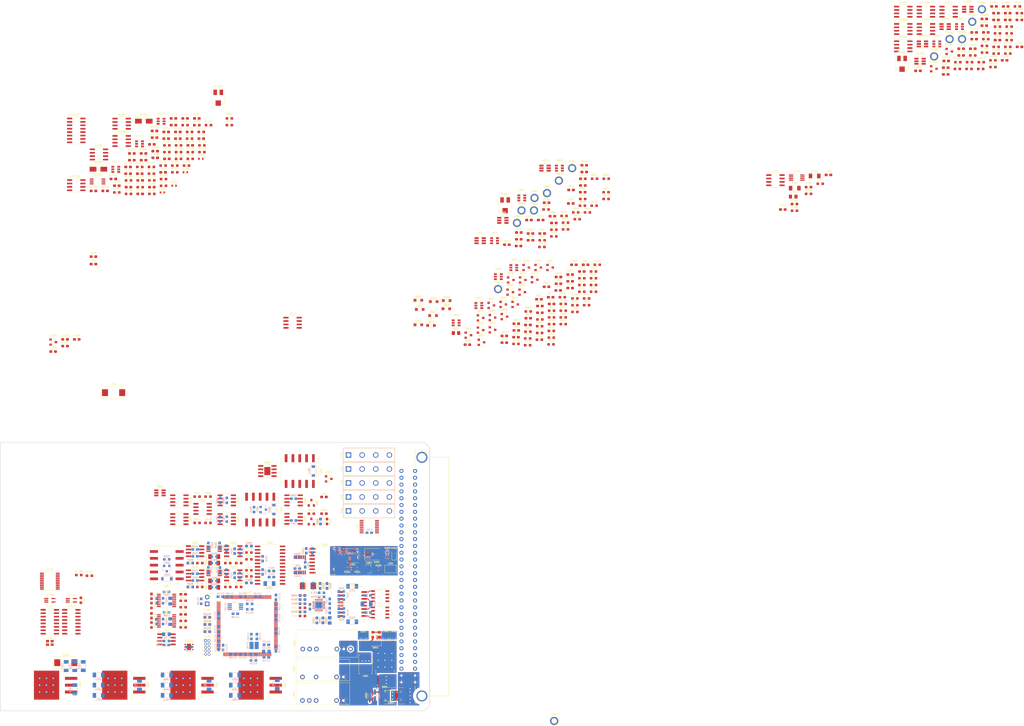
<source format=kicad_pcb>
(kicad_pcb (version 20171130) (host pcbnew 5.1.10)
  (layers (0 F.Cu signal) (1 In1.Cu signal) (2 In2.Cu signal) (3 In3.Cu signal) (4 In4.Cu signal hide) (31 B.Cu signal) (34 B.Paste user) (35 F.Paste user) (36 B.SilkS user) (37 F.SilkS user) (38 B.Mask user) (39 F.Mask user) (44 Edge.Cuts user))
  (net 0 "")
  (net 1 GND)
  (net 2 +3V3)
  (net 3 VCCQ)
  (net 4 "Net-(C208-Pad1)")
  (net 5 Earth)
  (net 6 "Net-(C211-Pad1)")
  (net 7 "Net-(C213-Pad1)")
  (net 8 "Net-(C214-Pad1)")
  (net 9 +5V)
  (net 10 GND_TRIG)
  (net 11 +5V_TRIG)
  (net 12 "Net-(C309-Pad2)")
  (net 13 /Connector/EXT_TRIG)
  (net 14 "Net-(C501-Pad1)")
  (net 15 "Net-(C502-Pad1)")
  (net 16 "Net-(C503-Pad1)")
  (net 17 "Net-(C505-Pad1)")
  (net 18 "Net-(C601-Pad2)")
  (net 19 "Net-(C601-Pad1)")
  (net 20 "Net-(C602-Pad2)")
  (net 21 "Net-(C602-Pad1)")
  (net 22 "Net-(C603-Pad1)")
  (net 23 "Net-(C604-Pad2)")
  (net 24 "Net-(C604-Pad1)")
  (net 25 "Net-(C605-Pad1)")
  (net 26 "Net-(C606-Pad1)")
  (net 27 "Net-(C607-Pad2)")
  (net 28 "Net-(C607-Pad1)")
  (net 29 "Net-(C608-Pad1)")
  (net 30 "Net-(C609-Pad1)")
  (net 31 "Net-(C610-Pad2)")
  (net 32 "Net-(C610-Pad1)")
  (net 33 "Net-(C611-Pad1)")
  (net 34 "Net-(C612-Pad1)")
  (net 35 "Net-(C613-Pad1)")
  (net 36 +5VA)
  (net 37 -5VA)
  (net 38 "Net-(C701-Pad1)")
  (net 39 "Net-(C702-Pad1)")
  (net 40 "Net-(C703-Pad1)")
  (net 41 "Net-(C704-Pad1)")
  (net 42 +3.3VP)
  (net 43 /Connector/H_POT)
  (net 44 "Net-(C801-Pad1)")
  (net 45 /Connector/L_POT)
  (net 46 "Net-(C802-Pad1)")
  (net 47 "Net-(C803-Pad2)")
  (net 48 "Net-(C803-Pad1)")
  (net 49 "Net-(C804-Pad2)")
  (net 50 "Net-(C805-Pad2)")
  (net 51 "Net-(C806-Pad2)")
  (net 52 "Net-(C806-Pad1)")
  (net 53 "Net-(C901-Pad1)")
  (net 54 "Net-(C905-Pad1)")
  (net 55 "/Current Diff Amp/CUR_IN")
  (net 56 "Net-(C1001-Pad1)")
  (net 57 "Net-(C1002-Pad2)")
  (net 58 "Net-(C1002-Pad1)")
  (net 59 "Net-(C1003-Pad2)")
  (net 60 "/Current Diff Amp/CUR_ZERO")
  (net 61 "Net-(C1004-Pad1)")
  (net 62 "Net-(C1005-Pad2)")
  (net 63 "Net-(C1006-Pad2)")
  (net 64 "Net-(C1006-Pad1)")
  (net 65 "Net-(C1101-Pad1)")
  (net 66 "Net-(C1102-Pad1)")
  (net 67 "Net-(C1103-Pad1)")
  (net 68 "Net-(C1104-Pad1)")
  (net 69 /Ethernet/NRST)
  (net 70 /MCU/MCU_VDDA)
  (net 71 "Net-(D201-Pad2)")
  (net 72 "Net-(D201-Pad1)")
  (net 73 "Net-(D202-Pad2)")
  (net 74 "Net-(D202-Pad1)")
  (net 75 "Net-(D301-Pad1)")
  (net 76 "Net-(D302-Pad3)")
  (net 77 /Connector/L_CUR)
  (net 78 "Net-(D611-Pad2)")
  (net 79 "Net-(D801-Pad3)")
  (net 80 "Net-(D802-Pad2)")
  (net 81 "Net-(D803-Pad3)")
  (net 82 "Net-(D901-Pad2)")
  (net 83 "Net-(D902-Pad1)")
  (net 84 GNDPWR)
  (net 85 "Net-(D903-Pad2)")
  (net 86 "Net-(D1001-Pad3)")
  (net 87 "Net-(D1002-Pad3)")
  (net 88 "Net-(D1101-Pad1)")
  (net 89 "Net-(D1102-Pad1)")
  (net 90 "Net-(D1103-Pad1)")
  (net 91 +24V)
  (net 92 /Connector/A)
  (net 93 /Connector/C)
  (net 94 /Connector/B)
  (net 95 /Connector/D)
  (net 96 /Connector/E)
  (net 97 /Connector/F)
  (net 98 /Connector/TX+)
  (net 99 /Connector/TX-)
  (net 100 /Connector/RX+)
  (net 101 /Connector/RX-)
  (net 102 /MCU/MCU_DEFAULT)
  (net 103 /MCU/TCK_SWCLK)
  (net 104 /MCU/TMS_SWDIO)
  (net 105 "Net-(K401-Pad3)")
  (net 106 "Net-(K402-Pad3)")
  (net 107 "Net-(K403-Pad3)")
  (net 108 "Net-(K404-Pad3)")
  (net 109 "Net-(K405-Pad3)")
  (net 110 "Net-(K601-Pad8)")
  (net 111 "Net-(K601-Pad4)")
  (net 112 /Ethernet/ETH_TXP)
  (net 113 /Ethernet/ETH_TXN)
  (net 114 /Ethernet/ETH_RXP)
  (net 115 /Ethernet/ETH_RXN)
  (net 116 "Net-(L201-Pad9)")
  (net 117 "Net-(L201-Pad10)")
  (net 118 "Net-(L201-Pad11)")
  (net 119 "Net-(L201-Pad14)")
  (net 120 "Net-(L201-Pad15)")
  (net 121 "Net-(L201-Pad16)")
  (net 122 "Net-(L301-Pad2)")
  (net 123 "Net-(Q601-Pad2)")
  (net 124 "Net-(Q603-Pad1)")
  (net 125 "Net-(Q604-Pad1)")
  (net 126 "Net-(Q607-Pad1)")
  (net 127 "Net-(Q608-Pad1)")
  (net 128 "Net-(Q611-Pad1)")
  (net 129 "Net-(Q612-Pad1)")
  (net 130 "Net-(Q615-Pad1)")
  (net 131 "Net-(Q616-Pad1)")
  (net 132 "Net-(Q617-Pad1)")
  (net 133 "Net-(Q801-Pad1)")
  (net 134 "Net-(Q901-Pad1)")
  (net 135 /Ethernet/RMII_RXD0)
  (net 136 /Ethernet/MODE0)
  (net 137 /Ethernet/RMII_RXD1)
  (net 138 /Ethernet/MODE1)
  (net 139 "Net-(R207-Pad1)")
  (net 140 /Ethernet/RMII_CRS_DV)
  (net 141 /Ethernet/MODE2)
  (net 142 "Net-(R209-Pad2)")
  (net 143 /Ethernet/REF_CLK)
  (net 144 /Ethernet/REFCLK0)
  (net 145 /Ethernet/RMII_MDIO)
  (net 146 "Net-(R301-Pad2)")
  (net 147 "Net-(R303-Pad2)")
  (net 148 /Trigger/EXT_TRIG_SIGN)
  (net 149 "Net-(R501-Pad2)")
  (net 150 "Net-(R502-Pad2)")
  (net 151 /ADC/ADC_IIN)
  (net 152 "Net-(R504-Pad2)")
  (net 153 /ADC/ADC_VIN)
  (net 154 /ADC/CAP1)
  (net 155 /ADC/CAP2)
  (net 156 "Net-(R605-Pad2)")
  (net 157 "Net-(R612-Pad2)")
  (net 158 "Net-(R619-Pad2)")
  (net 159 "Net-(R626-Pad2)")
  (net 160 "/I/V Converter/IRR0")
  (net 161 +4V)
  (net 162 "Net-(R705-Pad2)")
  (net 163 "Net-(R706-Pad2)")
  (net 164 "Net-(R801-Pad2)")
  (net 165 "Net-(R801-Pad1)")
  (net 166 "Net-(R803-Pad1)")
  (net 167 "Net-(R806-Pad1)")
  (net 168 +1V5)
  (net 169 "Net-(R809-Pad1)")
  (net 170 "Net-(R810-Pad2)")
  (net 171 "Net-(R811-Pad2)")
  (net 172 "Net-(R811-Pad1)")
  (net 173 "Net-(R812-Pad1)")
  (net 174 "Net-(R813-Pad1)")
  (net 175 "Net-(R818-Pad2)")
  (net 176 "Net-(R818-Pad1)")
  (net 177 "Net-(R819-Pad1)")
  (net 178 "Net-(R822-Pad2)")
  (net 179 "Net-(R822-Pad1)")
  (net 180 "Net-(R823-Pad1)")
  (net 181 "Net-(R825-Pad1)")
  (net 182 "Net-(R826-Pad1)")
  (net 183 "Net-(R829-Pad2)")
  (net 184 "Net-(R829-Pad1)")
  (net 185 "Net-(R901-Pad2)")
  (net 186 "Net-(R1002-Pad1)")
  (net 187 "Net-(R1005-Pad2)")
  (net 188 "Net-(R1005-Pad1)")
  (net 189 "Net-(R1007-Pad1)")
  (net 190 "Net-(R1008-Pad2)")
  (net 191 "Net-(R1008-Pad1)")
  (net 192 "Net-(R1009-Pad1)")
  (net 193 "Net-(R1014-Pad2)")
  (net 194 "Net-(R1014-Pad1)")
  (net 195 "Net-(R1015-Pad1)")
  (net 196 "Net-(R1016-Pad2)")
  (net 197 "Net-(R1016-Pad1)")
  (net 198 "Net-(R1019-Pad1)")
  (net 199 "Net-(R1020-Pad1)")
  (net 200 "Net-(R1021-Pad1)")
  (net 201 "Net-(R1024-Pad2)")
  (net 202 "Net-(R1024-Pad1)")
  (net 203 "Net-(R1101-Pad1)")
  (net 204 "Net-(R1102-Pad1)")
  (net 205 "Net-(R1103-Pad1)")
  (net 206 "Net-(R1105-Pad1)")
  (net 207 /MCU/SENS_SCL)
  (net 208 /MCU/SENS_SDA)
  (net 209 /MCU/EEPROM_SDA)
  (net 210 /MCU/EEPROM_SCL)
  (net 211 /Ethernet/RMII_TXD1)
  (net 212 /Ethernet/RMII_TXD0)
  (net 213 /Ethernet/RMII_TXEN)
  (net 214 /Ethernet/RMII_MDC)
  (net 215 /Trigger/TRIG_OUT_EN)
  (net 216 /Trigger/TRIG_OUT_SIGN)
  (net 217 "Net-(U302-Pad13)")
  (net 218 "Net-(U302-Pad12)")
  (net 219 "Net-(U302-Pad11)")
  (net 220 /MCU/TRIG_IN)
  (net 221 /MCU/TRIG_OUT)
  (net 222 /MCU/TRIG_EN)
  (net 223 /Connector/CXN_REL1)
  (net 224 /Connector/CXN_REL2)
  (net 225 /Connector/CXN_REL3)
  (net 226 /Connector/CXN_REL4)
  (net 227 /Connector/CXN_REL5)
  (net 228 "/I/V Converter/IRR1")
  (net 229 "/I/V Converter/IRR2")
  (net 230 "/I/V Converter/IRR3")
  (net 231 "/I/V Converter/IRR4")
  (net 232 "Net-(U804-Pad3)")
  (net 233 /MCU/VDIFF2)
  (net 234 "Net-(U810-Pad3)")
  (net 235 /MCU/VDIFF0)
  (net 236 /MCU/VDIFF1)
  (net 237 "Net-(U1003-Pad3)")
  (net 238 "/Current Diff Amp/IDIFF1")
  (net 239 "Net-(U1008-Pad3)")
  (net 240 "/Current Diff Amp/IDIFF0")
  (net 241 /MCU/EEPROM_WP)
  (net 242 "Net-(C907-Pad1)")
  (net 243 "Net-(C911-Pad1)")
  (net 244 GNDA)
  (net 245 "Net-(C916-Pad2)")
  (net 246 "Net-(D501-Pad2)")
  (net 247 "Net-(Q501-Pad1)")
  (net 248 /ADC/ADC1_MISO)
  (net 249 "Net-(R808-Pad2)")
  (net 250 "Net-(R824-Pad2)")
  (net 251 /ADC/ADC1_RVS1)
  (net 252 /ADC/ADC1_SCLK)
  (net 253 /ADC/ADC1_~CS)
  (net 254 /ADC/ADC1_MOSI)
  (net 255 /ADC/ADC1_RVS2)
  (net 256 /DDS/DDS_CS)
  (net 257 /DDS/DDS_SCLK)
  (net 258 /DDS/DDS_SDATA)
  (net 259 /ADC/VQ)
  (net 260 "Net-(C513-Pad1)")
  (net 261 "Net-(C514-Pad2)")
  (net 262 "Net-(C514-Pad1)")
  (net 263 "Net-(C515-Pad2)")
  (net 264 "Net-(C515-Pad1)")
  (net 265 "Net-(C516-Pad2)")
  (net 266 "Net-(C516-Pad1)")
  (net 267 "Net-(C517-Pad2)")
  (net 268 "Net-(C517-Pad1)")
  (net 269 "Net-(C518-Pad2)")
  (net 270 "Net-(C518-Pad1)")
  (net 271 "Net-(C519-Pad2)")
  (net 272 "Net-(C519-Pad1)")
  (net 273 "Net-(C520-Pad2)")
  (net 274 "Net-(C520-Pad1)")
  (net 275 "Net-(C521-Pad2)")
  (net 276 "Net-(C521-Pad1)")
  (net 277 "Net-(C522-Pad2)")
  (net 278 "Net-(C522-Pad1)")
  (net 279 "Net-(C523-Pad2)")
  (net 280 "Net-(C523-Pad1)")
  (net 281 "Net-(C1201-Pad1)")
  (net 282 "Net-(C1202-Pad2)")
  (net 283 "Net-(C1203-Pad2)")
  (net 284 "Net-(C1203-Pad1)")
  (net 285 "Net-(C1204-Pad2)")
  (net 286 "Net-(C1205-Pad2)")
  (net 287 "Net-(C1205-Pad1)")
  (net 288 "Net-(C1206-Pad2)")
  (net 289 "Net-(C1206-Pad1)")
  (net 290 "Net-(C1207-Pad2)")
  (net 291 "Net-(C1207-Pad1)")
  (net 292 "Net-(C1208-Pad2)")
  (net 293 "Net-(C1208-Pad1)")
  (net 294 "Net-(C1213-Pad2)")
  (net 295 "Net-(C1213-Pad1)")
  (net 296 "Net-(D1201-Pad2)")
  (net 297 "Net-(FB1201-Pad2)")
  (net 298 "Net-(FB1202-Pad2)")
  (net 299 /Connector/H_CUR)
  (net 300 /ADC/ADC1_VIN)
  (net 301 /ADC/ADC2_VIN)
  (net 302 /ADC/ADC2_IIN)
  (net 303 /ADC/ADC1_IIN)
  (net 304 "Net-(K801-Pad8)")
  (net 305 "Net-(K801-Pad7)")
  (net 306 "Net-(R510-Pad1)")
  (net 307 "Net-(R511-Pad1)")
  (net 308 "Net-(R522-Pad1)")
  (net 309 "Net-(R523-Pad1)")
  (net 310 "Net-(R1201-Pad2)")
  (net 311 "Net-(R1202-Pad2)")
  (net 312 "Net-(R1203-Pad1)")
  (net 313 "Net-(R1205-Pad1)")
  (net 314 "Net-(R1208-Pad1)")
  (net 315 "Net-(R1209-Pad1)")
  (net 316 "Net-(R1210-Pad1)")
  (net 317 "Net-(R1211-Pad1)")
  (net 318 "Net-(R1212-Pad2)")
  (net 319 "Net-(R1213-Pad2)")
  (net 320 "Net-(R1215-Pad1)")
  (net 321 "Net-(R1216-Pad1)")
  (net 322 "Net-(R1217-Pad1)")
  (net 323 "Net-(R1218-Pad1)")
  (net 324 "Net-(R1219-Pad1)")
  (net 325 "Net-(R1220-Pad1)")
  (net 326 "Net-(R1227-Pad2)")
  (net 327 /DDS/MCLK)
  (net 328 "Net-(R1228-Pad1)")
  (net 329 /DDS/LPF)
  (net 330 "Net-(Q1201-Pad1)")
  (net 331 /ADC/DDS_CLK)
  (net 332 "Net-(U503-Pad6)")
  (net 333 "Net-(U508-Pad6)")
  (net 334 /DDS/MDAC_CS)
  (net 335 /DDS/MDAC_SCK)
  (net 336 /DDS/MDAC_SDO)
  (net 337 /DDS/MDAC_SDIN)
  (net 338 /DDS/A1)
  (net 339 "Net-(U1207-Pad10)")
  (net 340 /DDS/A0)
  (net 341 "Net-(U1208-Pad4)")
  (net 342 "Net-(U1208-Pad2)")
  (net 343 "Net-(U1211-Pad15)")
  (net 344 /DDS/~DDS_DIV10)
  (net 345 "Net-(L901-Pad2)")
  (net 346 "Net-(R1226-Pad2)")
  (net 347 "Net-(R1228-Pad2)")
  (net 348 "Net-(D601-Pad2)")
  (net 349 "Net-(D602-Pad2)")
  (net 350 "Net-(D603-Pad2)")
  (net 351 "Net-(D604-Pad2)")
  (net 352 "Net-(D605-Pad2)")
  (net 353 "Net-(D606-Pad2)")
  (net 354 "Net-(D607-Pad2)")
  (net 355 "Net-(D608-Pad2)")
  (module Diode_SMD:D_SOD-323_HandSoldering (layer F.Cu) (at 226.187 -9.779)
    (fp_text reference D608 (at 0 -1.397) (layer F.SilkS) (effects (font (size 0.6 0.6) (thickness 0.12))))
    (fp_text value BAS16J)
    (pad 2 smd rect (at 1.25 0) (size 1 1) (layers F.Cu F.Paste F.Mask) (net 355 "Net-(D608-Pad2)"))
    (pad 1 smd rect (at -1.25 0) (size 1 1) (layers F.Cu F.Paste F.Mask) (net 34 "Net-(C612-Pad1)"))
  )
  (module Diode_SMD:D_SOD-323_HandSoldering (layer F.Cu) (at 221.234 -7.239)
    (fp_text reference D607 (at 0 -1.397) (layer F.SilkS) (effects (font (size 0.6 0.6) (thickness 0.12))))
    (fp_text value BAS16J)
    (pad 2 smd rect (at 1.25 0) (size 1 1) (layers F.Cu F.Paste F.Mask) (net 354 "Net-(D607-Pad2)"))
    (pad 1 smd rect (at -1.25 0) (size 1 1) (layers F.Cu F.Paste F.Mask) (net 34 "Net-(C612-Pad1)"))
  )
  (module Diode_SMD:D_SOD-323_HandSoldering (layer F.Cu) (at 226.314 -12.827)
    (fp_text reference D606 (at 0 -1.397) (layer F.SilkS) (effects (font (size 0.6 0.6) (thickness 0.12))))
    (fp_text value BAS16J)
    (pad 2 smd rect (at 1.25 0) (size 1 1) (layers F.Cu F.Paste F.Mask) (net 353 "Net-(D606-Pad2)"))
    (pad 1 smd rect (at -1.25 0) (size 1 1) (layers F.Cu F.Paste F.Mask) (net 30 "Net-(C609-Pad1)"))
  )
  (module Diode_SMD:D_SOD-323_HandSoldering (layer F.Cu) (at 220.472 -3.556)
    (fp_text reference D605 (at 0 -1.397) (layer F.SilkS) (effects (font (size 0.6 0.6) (thickness 0.12))))
    (fp_text value BAS16J)
    (pad 2 smd rect (at 1.25 0) (size 1 1) (layers F.Cu F.Paste F.Mask) (net 352 "Net-(D605-Pad2)"))
    (pad 1 smd rect (at -1.25 0) (size 1 1) (layers F.Cu F.Paste F.Mask) (net 30 "Net-(C609-Pad1)"))
  )
  (module Diode_SMD:D_SOD-323_HandSoldering (layer F.Cu) (at 215.773 -3.81)
    (fp_text reference D604 (at 0 -1.397) (layer F.SilkS) (effects (font (size 0.6 0.6) (thickness 0.12))))
    (fp_text value BAS16J)
    (pad 2 smd rect (at 1.25 0) (size 1 1) (layers F.Cu F.Paste F.Mask) (net 351 "Net-(D604-Pad2)"))
    (pad 1 smd rect (at -1.25 0) (size 1 1) (layers F.Cu F.Paste F.Mask) (net 26 "Net-(C606-Pad1)"))
  )
  (module Diode_SMD:D_SOD-323_HandSoldering (layer F.Cu) (at 221.488 -12.446)
    (fp_text reference D603 (at 0 -1.397) (layer F.SilkS) (effects (font (size 0.6 0.6) (thickness 0.12))))
    (fp_text value BAS16J)
    (pad 2 smd rect (at 1.25 0) (size 1 1) (layers F.Cu F.Paste F.Mask) (net 350 "Net-(D603-Pad2)"))
    (pad 1 smd rect (at -1.25 0) (size 1 1) (layers F.Cu F.Paste F.Mask) (net 26 "Net-(C606-Pad1)"))
  )
  (module Diode_SMD:D_SOD-323_HandSoldering (layer F.Cu) (at 216.281 -9.525)
    (fp_text reference D602 (at 0 -1.397) (layer F.SilkS) (effects (font (size 0.6 0.6) (thickness 0.12))))
    (fp_text value BAS16J)
    (pad 2 smd rect (at 1.25 0) (size 1 1) (layers F.Cu F.Paste F.Mask) (net 349 "Net-(D602-Pad2)"))
    (pad 1 smd rect (at -1.25 0) (size 1 1) (layers F.Cu F.Paste F.Mask) (net 22 "Net-(C603-Pad1)"))
  )
  (module Diode_SMD:D_SOD-323_HandSoldering (layer F.Cu) (at 215.773 -12.954)
    (fp_text reference D601 (at 0 -1.397) (layer F.SilkS) (effects (font (size 0.6 0.6) (thickness 0.12))))
    (fp_text value BAS16J)
    (pad 2 smd rect (at 1.25 0) (size 1 1) (layers F.Cu F.Paste F.Mask) (net 348 "Net-(D601-Pad2)"))
    (pad 1 smd rect (at -1.25 0) (size 1 1) (layers F.Cu F.Paste F.Mask) (net 22 "Net-(C603-Pad1)"))
  )
  (module Potentiometer_SMD:Potentiometer_Bourns_3314J_Vertical (layer F.Cu) (at 141.224 -88.392)
    (fp_text reference RV1201 (at 0 -4.25) (layer F.SilkS) (effects (font (size 0.6 0.6) (thickness 0.12))))
    (fp_text value 3314J-1-104E)
    (pad 3 smd rect (at -1.15 -2) (size 1.3 2) (layers F.Cu F.Paste F.Mask) (net 37 -5VA))
    (pad 2 smd rect (at 0 2) (size 2 2) (layers F.Cu F.Paste F.Mask) (net 315 "Net-(R1209-Pad1)"))
    (pad 1 smd rect (at 1.15 -2) (size 1.3 2) (layers F.Cu F.Paste F.Mask) (net 36 +5VA))
  )
  (module Potentiometer_SMD:Potentiometer_Bourns_3314J_Vertical (layer F.Cu) (at 395.934 -101.028)
    (fp_text reference RV1001 (at 0 -4.25) (layer F.SilkS) (effects (font (size 0.6 0.6) (thickness 0.12))))
    (fp_text value 3314J-1-203E)
    (pad 3 smd rect (at -1.15 -2) (size 1.3 2) (layers F.Cu F.Paste F.Mask) (net 1 GND))
    (pad 2 smd rect (at 0 2) (size 2 2) (layers F.Cu F.Paste F.Mask) (net 198 "Net-(R1019-Pad1)"))
    (pad 1 smd rect (at 1.15 -2) (size 1.3 2) (layers F.Cu F.Paste F.Mask) (net 42 +3.3VP))
  )
  (module Potentiometer_SMD:Potentiometer_Bourns_3314J_Vertical (layer F.Cu) (at 248.084 -48.308)
    (fp_text reference RV801 (at 0 -4.25) (layer F.SilkS) (effects (font (size 0.6 0.6) (thickness 0.12))))
    (fp_text value 3314J-1-203E)
    (pad 3 smd rect (at -1.15 -2) (size 1.3 2) (layers F.Cu F.Paste F.Mask) (net 1 GND))
    (pad 2 smd rect (at 0 2) (size 2 2) (layers F.Cu F.Paste F.Mask) (net 180 "Net-(R823-Pad1)"))
    (pad 1 smd rect (at 1.15 -2) (size 1.3 2) (layers F.Cu F.Paste F.Mask) (net 42 +3.3VP))
  )
  (module ETH1CLCR2:IQXO-791 (layer F.Cu) (at 78.486 114.681)
    (fp_text reference X1201 (at 0 -1.778) (layer F.SilkS) (effects (font (size 0.6 0.6) (thickness 0.12))))
    (fp_text value 830208220601)
    (pad 4 smd rect (at -0.85 -0.65) (size 1.1 0.9) (layers F.Cu F.Paste F.Mask) (net 2 +3V3))
    (pad 3 smd rect (at 0.85 -0.65) (size 1.1 0.9) (layers F.Cu F.Paste F.Mask) (net 347 "Net-(R1228-Pad2)"))
    (pad 2 smd rect (at 0.85 0.65) (size 1.1 0.9) (layers F.Cu F.Paste F.Mask) (net 1 GND))
    (pad 1 smd rect (at -0.85 0.65) (size 1.1 0.9) (layers F.Cu F.Paste F.Mask) (net 346 "Net-(R1226-Pad2)"))
  )
  (module Capacitor_Tantalum_SMD:CP_EIA-7343-20_Kemet-V_Pad2.25x2.55mm_HandSolder (layer F.Cu) (at 84.455 122.047)
    (fp_text reference C920 (at 0 -2.794) (layer F.SilkS) (effects (font (size 0.6 0.6) (thickness 0.12))))
    (fp_text value T521V107M016ATE050)
    (pad 2 smd roundrect (at 3.2 0) (size 2.25 2.55) (layers F.Cu F.Paste F.Mask) (roundrect_rratio 0.111111) (net 37 -5VA))
    (pad 1 smd roundrect (at -3.2 0) (size 2.25 2.55) (layers F.Cu F.Paste F.Mask) (roundrect_rratio 0.111111) (net 244 GNDA))
  )
  (module Capacitor_Tantalum_SMD:CP_EIA-7343-20_Kemet-V_Pad2.25x2.55mm_HandSolder (layer F.Cu) (at 102.235 21.463)
    (fp_text reference C915 (at 0 -3.1) (layer F.SilkS) (effects (font (size 0.6 0.6) (thickness 0.12))))
    (fp_text value T521V107M016ATE050)
    (pad 2 smd roundrect (at 3.2 0) (size 2.25 2.55) (layers F.Cu F.Paste F.Mask) (roundrect_rratio 0.111111) (net 244 GNDA))
    (pad 1 smd roundrect (at -3.2 0) (size 2.25 2.55) (layers F.Cu F.Paste F.Mask) (roundrect_rratio 0.111111) (net 36 +5VA))
  )
  (module Package_TO_SOT_SMD:TO-263-3_TabPin2 (layer F.Cu) (at 80.645 130.429 180)
    (fp_text reference U908 (at -9.144 0.127 90) (layer F.SilkS) (effects (font (size 0.6 0.6) (thickness 0.12))))
    (fp_text value LM2990SX-5.0)
    (pad 2 smd rect (at 3.375 0 180) (size 9.4 10.8) (layers F.Cu F.Mask) (net 245 "Net-(C916-Pad2)"))
    (pad 3 smd rect (at -5.775 2.54 180) (size 4.6 1.1) (layers F.Cu F.Paste F.Mask) (net 37 -5VA))
    (pad 2 smd rect (at -5.775 0 180) (size 4.6 1.1) (layers F.Cu F.Paste F.Mask) (net 245 "Net-(C916-Pad2)"))
    (pad 1 smd rect (at -5.775 -2.54 180) (size 4.6 1.1) (layers F.Cu F.Paste F.Mask) (net 244 GNDA))
  )
  (module Package_TO_SOT_SMD:TO-263-3_TabPin2 (layer F.Cu) (at 106.045 130.429 180)
    (fp_text reference U906 (at -9.144 0 90) (layer F.SilkS) (effects (font (size 0.6 0.6) (thickness 0.12))))
    (fp_text value TLV1117-50)
    (pad 2 smd rect (at 3.375 0 180) (size 9.4 10.8) (layers F.Cu F.Mask) (net 36 +5VA))
    (pad 3 smd rect (at -5.775 2.54 180) (size 4.6 1.1) (layers F.Cu F.Paste F.Mask) (net 243 "Net-(C911-Pad1)"))
    (pad 2 smd rect (at -5.775 0 180) (size 4.6 1.1) (layers F.Cu F.Paste F.Mask) (net 36 +5VA))
    (pad 1 smd rect (at -5.775 -2.54 180) (size 4.6 1.1) (layers F.Cu F.Paste F.Mask) (net 244 GNDA))
  )
  (module Package_TO_SOT_SMD:TO-263-3_TabPin2 (layer F.Cu) (at 131.445 130.429 180)
    (fp_text reference U904 (at -9.144 0 90) (layer F.SilkS) (effects (font (size 0.6 0.6) (thickness 0.12))))
    (fp_text value TLV1117-50)
    (pad 2 smd rect (at 3.375 0 180) (size 9.4 10.8) (layers F.Cu F.Mask) (net 9 +5V))
    (pad 3 smd rect (at -5.775 2.54 180) (size 4.6 1.1) (layers F.Cu F.Paste F.Mask) (net 242 "Net-(C907-Pad1)"))
    (pad 2 smd rect (at -5.775 0 180) (size 4.6 1.1) (layers F.Cu F.Paste F.Mask) (net 9 +5V))
    (pad 1 smd rect (at -5.775 -2.54 180) (size 4.6 1.1) (layers F.Cu F.Paste F.Mask) (net 1 GND))
  )
  (module Package_TO_SOT_SMD:TO-263-3_TabPin2 (layer F.Cu) (at 156.845 130.429 180)
    (fp_text reference U902 (at -9.271 0 90) (layer F.SilkS) (effects (font (size 0.6 0.6) (thickness 0.12))))
    (fp_text value TLV1117-33)
    (pad 2 smd rect (at 3.375 0 180) (size 9.4 10.8) (layers F.Cu F.Mask) (net 2 +3V3))
    (pad 3 smd rect (at -5.775 2.54 180) (size 4.6 1.1) (layers F.Cu F.Paste F.Mask) (net 53 "Net-(C901-Pad1)"))
    (pad 2 smd rect (at -5.775 0 180) (size 4.6 1.1) (layers F.Cu F.Paste F.Mask) (net 2 +3V3))
    (pad 1 smd rect (at -5.775 -2.54 180) (size 4.6 1.1) (layers F.Cu F.Paste F.Mask) (net 1 GND))
  )
  (module ETH1CLCR2:NCS3 (layer F.Cu) (at 181.61 116.967 180)
    (fp_text reference U901 (at 12.065 2.159 90) (layer F.SilkS) (effects (font (size 0.6 0.6) (thickness 0.12))))
    (fp_text value NCS3S1205SC)
    (pad 8 thru_hole circle (at 8.89 0 180) (size 1.7 1.7) (drill 1) (layers *.Cu *.Mask))
    (pad 7 thru_hole circle (at 6.35 0 180) (size 1.7 1.7) (drill 1) (layers *.Cu *.Mask) (net 1 GND))
    (pad 6 thru_hole circle (at 3.81 0 180) (size 1.7 1.7) (drill 1) (layers *.Cu *.Mask) (net 53 "Net-(C901-Pad1)"))
    (pad 3 thru_hole circle (at -3.81 0 180) (size 1.7 1.7) (drill 1) (layers *.Cu *.Mask))
    (pad 2 thru_hole circle (at -6.35 0 180) (size 1.7 1.7) (drill 1) (layers *.Cu *.Mask) (net 345 "Net-(L901-Pad2)"))
    (pad 1 thru_hole circle (at -8.89 0 180) (size 1.7 1.7) (drill 1) (layers *.Cu *.Mask) (net 84 GNDPWR))
  )
  (module Package_TO_SOT_SMD:SOT-23 (layer F.Cu) (at 79.765 2.644)
    (fp_text reference Q1201 (at 0 -2.5) (layer F.SilkS) (effects (font (size 0.6 0.6) (thickness 0.12))))
    (fp_text value FDV301N)
    (pad 3 smd rect (at 1 0) (size 0.9 0.8) (layers F.Cu F.Paste F.Mask) (net 294 "Net-(C1213-Pad2)"))
    (pad 2 smd rect (at -1 0.95) (size 0.9 0.8) (layers F.Cu F.Paste F.Mask))
    (pad 1 smd rect (at -1 -0.95) (size 0.9 0.8) (layers F.Cu F.Paste F.Mask) (net 330 "Net-(Q1201-Pad1)"))
  )
  (module Inductor_SMD:L_0603_1608Metric_Pad1.05x0.95mm_HandSolder (layer F.Cu) (at 88.515 1.624)
    (fp_text reference L1204 (at 0 -1.43) (layer F.SilkS) (effects (font (size 0.6 0.6) (thickness 0.12))))
    (fp_text value CBMF1608T100K)
    (pad 2 smd roundrect (at 0.875 0) (size 1.05 0.95) (layers F.Cu F.Paste F.Mask) (net 288 "Net-(C1206-Pad2)"))
    (pad 1 smd roundrect (at -0.875 0) (size 1.05 0.95) (layers F.Cu F.Paste F.Mask) (net 286 "Net-(C1205-Pad2)"))
  )
  (module Inductor_SMD:L_0603_1608Metric_Pad1.05x0.95mm_HandSolder (layer F.Cu) (at 84.165 4.134)
    (fp_text reference L1203 (at 0 -1.43) (layer F.SilkS) (effects (font (size 0.6 0.6) (thickness 0.12))))
    (fp_text value CBMF1608T100K)
    (pad 2 smd roundrect (at 0.875 0) (size 1.05 0.95) (layers F.Cu F.Paste F.Mask) (net 289 "Net-(C1206-Pad1)"))
    (pad 1 smd roundrect (at -0.875 0) (size 1.05 0.95) (layers F.Cu F.Paste F.Mask) (net 287 "Net-(C1205-Pad1)"))
  )
  (module Inductor_SMD:L_0603_1608Metric_Pad1.05x0.95mm_HandSolder (layer F.Cu) (at 84.165 1.624)
    (fp_text reference L1202 (at 0 -1.43) (layer F.SilkS) (effects (font (size 0.6 0.6) (thickness 0.12))))
    (fp_text value CBMF1608T100K)
    (pad 2 smd roundrect (at 0.875 0) (size 1.05 0.95) (layers F.Cu F.Paste F.Mask) (net 286 "Net-(C1205-Pad2)"))
    (pad 1 smd roundrect (at -0.875 0) (size 1.05 0.95) (layers F.Cu F.Paste F.Mask) (net 283 "Net-(C1203-Pad2)"))
  )
  (module Inductor_SMD:L_0603_1608Metric_Pad1.05x0.95mm_HandSolder (layer F.Cu) (at 79.715 6.174)
    (fp_text reference L1201 (at 0 -1.43) (layer F.SilkS) (effects (font (size 0.6 0.6) (thickness 0.12))))
    (fp_text value CBMF1608T100K)
    (pad 2 smd roundrect (at 0.875 0) (size 1.05 0.95) (layers F.Cu F.Paste F.Mask) (net 287 "Net-(C1205-Pad1)"))
    (pad 1 smd roundrect (at -0.875 0) (size 1.05 0.95) (layers F.Cu F.Paste F.Mask) (net 284 "Net-(C1203-Pad1)"))
  )
  (module ETH1CLCR2:PM1608S (layer F.Cu) (at 196.088 122.682 90)
    (fp_text reference L901 (at -4.318 0 180) (layer F.SilkS) (effects (font (size 0.6 0.6) (thickness 0.12))))
    (fp_text value PM1608S-100M-RC)
    (pad 2 smd rect (at 2.8 0 90) (size 1.5 3) (layers F.Cu F.Paste F.Mask) (net 345 "Net-(L901-Pad2)") (thermal_gap 0.127))
    (pad 1 smd rect (at -2.8 0 90) (size 1.5 3) (layers F.Cu F.Paste F.Mask) (net 54 "Net-(C905-Pad1)") (thermal_gap 0.127))
  )
  (module Package_TO_SOT_SMD:SOT-23-6 (layer F.Cu) (at 119.94 -79.61)
    (fp_text reference U1215 (at 0 -2.9) (layer F.SilkS) (effects (font (size 0.6 0.6) (thickness 0.12))))
    (fp_text value SN74LVC1T45DBV)
    (pad 5 smd rect (at 1.1 0) (size 1.06 0.65) (layers F.Cu F.Paste F.Mask) (net 1 GND))
    (pad 6 smd rect (at 1.1 -0.95) (size 1.06 0.65) (layers F.Cu F.Paste F.Mask) (net 2 +3V3))
    (pad 4 smd rect (at 1.1 0.95) (size 1.06 0.65) (layers F.Cu F.Paste F.Mask))
    (pad 3 smd rect (at -1.1 0.95) (size 1.06 0.65) (layers F.Cu F.Paste F.Mask) (net 329 /DDS/LPF))
    (pad 2 smd rect (at -1.1 0) (size 1.06 0.65) (layers F.Cu F.Paste F.Mask) (net 1 GND))
    (pad 1 smd rect (at -1.1 -0.95) (size 1.06 0.65) (layers F.Cu F.Paste F.Mask) (net 9 +5V))
  )
  (module Package_TO_SOT_SMD:SOT-23-6 (layer F.Cu) (at 103.04 -61.71)
    (fp_text reference U1214 (at 0 -2.9) (layer F.SilkS) (effects (font (size 0.6 0.6) (thickness 0.12))))
    (fp_text value SN74LVC1T45DBV)
    (pad 5 smd rect (at 1.1 0) (size 1.06 0.65) (layers F.Cu F.Paste F.Mask) (net 1 GND))
    (pad 6 smd rect (at 1.1 -0.95) (size 1.06 0.65) (layers F.Cu F.Paste F.Mask) (net 2 +3V3))
    (pad 4 smd rect (at 1.1 0.95) (size 1.06 0.65) (layers F.Cu F.Paste F.Mask))
    (pad 3 smd rect (at -1.1 0.95) (size 1.06 0.65) (layers F.Cu F.Paste F.Mask) (net 338 /DDS/A1))
    (pad 2 smd rect (at -1.1 0) (size 1.06 0.65) (layers F.Cu F.Paste F.Mask) (net 1 GND))
    (pad 1 smd rect (at -1.1 -0.95) (size 1.06 0.65) (layers F.Cu F.Paste F.Mask) (net 9 +5V))
  )
  (module Package_TO_SOT_SMD:SOT-23-6 (layer F.Cu) (at 111.89 -71.21)
    (fp_text reference U1213 (at 0 -2.9) (layer F.SilkS) (effects (font (size 0.6 0.6) (thickness 0.12))))
    (fp_text value SN74LVC1T45DBV)
    (pad 5 smd rect (at 1.1 0) (size 1.06 0.65) (layers F.Cu F.Paste F.Mask) (net 1 GND))
    (pad 6 smd rect (at 1.1 -0.95) (size 1.06 0.65) (layers F.Cu F.Paste F.Mask) (net 2 +3V3))
    (pad 4 smd rect (at 1.1 0.95) (size 1.06 0.65) (layers F.Cu F.Paste F.Mask))
    (pad 3 smd rect (at -1.1 0.95) (size 1.06 0.65) (layers F.Cu F.Paste F.Mask) (net 340 /DDS/A0))
    (pad 2 smd rect (at -1.1 0) (size 1.06 0.65) (layers F.Cu F.Paste F.Mask) (net 1 GND))
    (pad 1 smd rect (at -1.1 -0.95) (size 1.06 0.65) (layers F.Cu F.Paste F.Mask) (net 9 +5V))
  )
  (module Package_SO:SOIC-16_3.9x9.9mm_P1.27mm (layer F.Cu) (at 86.487 106.807)
    (fp_text reference U1212 (at 0 -5.9) (layer F.SilkS) (effects (font (size 0.6 0.6) (thickness 0.12))))
    (fp_text value 74AC161)
    (pad 16 smd roundrect (at 2.475 -4.445) (size 1.95 0.6) (layers F.Cu F.Paste F.Mask) (net 2 +3V3))
    (pad 15 smd roundrect (at 2.475 -3.175) (size 1.95 0.6) (layers F.Cu F.Paste F.Mask) (net 342 "Net-(U1208-Pad2)"))
    (pad 14 smd roundrect (at 2.475 -1.905) (size 1.95 0.6) (layers F.Cu F.Paste F.Mask))
    (pad 13 smd roundrect (at 2.475 -0.635) (size 1.95 0.6) (layers F.Cu F.Paste F.Mask))
    (pad 12 smd roundrect (at 2.475 0.635) (size 1.95 0.6) (layers F.Cu F.Paste F.Mask))
    (pad 11 smd roundrect (at 2.475 1.905) (size 1.95 0.6) (layers F.Cu F.Paste F.Mask))
    (pad 10 smd roundrect (at 2.475 3.175) (size 1.95 0.6) (layers F.Cu F.Paste F.Mask) (net 343 "Net-(U1211-Pad15)"))
    (pad 9 smd roundrect (at 2.475 4.445) (size 1.95 0.6) (layers F.Cu F.Paste F.Mask) (net 341 "Net-(U1208-Pad4)"))
    (pad 8 smd roundrect (at -2.475 4.445) (size 1.95 0.6) (layers F.Cu F.Paste F.Mask) (net 1 GND))
    (pad 7 smd roundrect (at -2.475 3.175) (size 1.95 0.6) (layers F.Cu F.Paste F.Mask) (net 2 +3V3))
    (pad 6 smd roundrect (at -2.475 1.905) (size 1.95 0.6) (layers F.Cu F.Paste F.Mask) (net 2 +3V3))
    (pad 5 smd roundrect (at -2.475 0.635) (size 1.95 0.6) (layers F.Cu F.Paste F.Mask) (net 344 /DDS/~DDS_DIV10))
    (pad 4 smd roundrect (at -2.475 -0.635) (size 1.95 0.6) (layers F.Cu F.Paste F.Mask) (net 344 /DDS/~DDS_DIV10))
    (pad 3 smd roundrect (at -2.475 -1.905) (size 1.95 0.6) (layers F.Cu F.Paste F.Mask) (net 2 +3V3))
    (pad 2 smd roundrect (at -2.475 -3.175) (size 1.95 0.6) (layers F.Cu F.Paste F.Mask) (net 328 "Net-(R1228-Pad1)"))
    (pad 1 smd roundrect (at -2.475 -4.445) (size 1.95 0.6) (layers F.Cu F.Paste F.Mask) (net 2 +3V3))
  )
  (module Package_SO:SOIC-16_3.9x9.9mm_P1.27mm (layer F.Cu) (at 78.486 106.807)
    (fp_text reference U1211 (at 0 -5.9) (layer F.SilkS) (effects (font (size 0.6 0.6) (thickness 0.12))))
    (fp_text value 74AC161)
    (pad 16 smd roundrect (at 2.475 -4.445) (size 1.95 0.6) (layers F.Cu F.Paste F.Mask) (net 2 +3V3))
    (pad 15 smd roundrect (at 2.475 -3.175) (size 1.95 0.6) (layers F.Cu F.Paste F.Mask) (net 343 "Net-(U1211-Pad15)"))
    (pad 14 smd roundrect (at 2.475 -1.905) (size 1.95 0.6) (layers F.Cu F.Paste F.Mask))
    (pad 13 smd roundrect (at 2.475 -0.635) (size 1.95 0.6) (layers F.Cu F.Paste F.Mask))
    (pad 12 smd roundrect (at 2.475 0.635) (size 1.95 0.6) (layers F.Cu F.Paste F.Mask))
    (pad 11 smd roundrect (at 2.475 1.905) (size 1.95 0.6) (layers F.Cu F.Paste F.Mask))
    (pad 10 smd roundrect (at 2.475 3.175) (size 1.95 0.6) (layers F.Cu F.Paste F.Mask) (net 2 +3V3))
    (pad 9 smd roundrect (at 2.475 4.445) (size 1.95 0.6) (layers F.Cu F.Paste F.Mask) (net 341 "Net-(U1208-Pad4)"))
    (pad 8 smd roundrect (at -2.475 4.445) (size 1.95 0.6) (layers F.Cu F.Paste F.Mask) (net 1 GND))
    (pad 7 smd roundrect (at -2.475 3.175) (size 1.95 0.6) (layers F.Cu F.Paste F.Mask) (net 2 +3V3))
    (pad 6 smd roundrect (at -2.475 1.905) (size 1.95 0.6) (layers F.Cu F.Paste F.Mask))
    (pad 5 smd roundrect (at -2.475 0.635) (size 1.95 0.6) (layers F.Cu F.Paste F.Mask))
    (pad 4 smd roundrect (at -2.475 -0.635) (size 1.95 0.6) (layers F.Cu F.Paste F.Mask))
    (pad 3 smd roundrect (at -2.475 -1.905) (size 1.95 0.6) (layers F.Cu F.Paste F.Mask) (net 1 GND))
    (pad 2 smd roundrect (at -2.475 -3.175) (size 1.95 0.6) (layers F.Cu F.Paste F.Mask) (net 328 "Net-(R1228-Pad1)"))
    (pad 1 smd roundrect (at -2.475 -4.445) (size 1.95 0.6) (layers F.Cu F.Paste F.Mask) (net 2 +3V3))
  )
  (module Package_TO_SOT_SMD:SOT-353_SC-70-5_Handsoldering (layer F.Cu) (at 86.487 98.806)
    (fp_text reference U1210 (at 0 -2) (layer F.SilkS) (effects (font (size 0.6 0.6) (thickness 0.12))))
    (fp_text value 74AUP1G79)
    (pad 5 smd rect (at 1.33 -0.65) (size 1.5 0.4) (layers F.Cu F.Paste F.Mask) (net 2 +3V3))
    (pad 4 smd rect (at 1.33 0.65) (size 1.5 0.4) (layers F.Cu F.Paste F.Mask) (net 326 "Net-(R1227-Pad2)"))
    (pad 3 smd rect (at -1.33 0.65) (size 1.5 0.4) (layers F.Cu F.Paste F.Mask) (net 1 GND))
    (pad 2 smd rect (at -1.33 0) (size 1.5 0.4) (layers F.Cu F.Paste F.Mask) (net 328 "Net-(R1228-Pad1)"))
    (pad 1 smd rect (at -1.33 -0.65) (size 1.5 0.4) (layers F.Cu F.Paste F.Mask) (net 342 "Net-(U1208-Pad2)"))
  )
  (module Package_TO_SOT_SMD:SOT-353_SC-70-5_Handsoldering (layer F.Cu) (at 78.486 98.806)
    (fp_text reference U1208 (at 0 -2) (layer F.SilkS) (effects (font (size 0.6 0.6) (thickness 0.12))))
    (fp_text value 74AHC1G14)
    (pad 5 smd rect (at 1.33 -0.65) (size 1.5 0.4) (layers F.Cu F.Paste F.Mask) (net 2 +3V3))
    (pad 4 smd rect (at 1.33 0.65) (size 1.5 0.4) (layers F.Cu F.Paste F.Mask) (net 341 "Net-(U1208-Pad4)"))
    (pad 3 smd rect (at -1.33 0.65) (size 1.5 0.4) (layers F.Cu F.Paste F.Mask) (net 1 GND))
    (pad 2 smd rect (at -1.33 0) (size 1.5 0.4) (layers F.Cu F.Paste F.Mask) (net 342 "Net-(U1208-Pad2)"))
    (pad 1 smd rect (at -1.33 -0.65) (size 1.5 0.4) (layers F.Cu F.Paste F.Mask))
  )
  (module Package_SO:SOIC-16_3.9x9.9mm_P1.27mm (layer F.Cu) (at 88.34 -76.21)
    (fp_text reference U1207 (at 0 -5.9) (layer F.SilkS) (effects (font (size 0.6 0.6) (thickness 0.12))))
    (fp_text value DG409)
    (pad 16 smd roundrect (at 2.475 -4.445) (size 1.95 0.6) (layers F.Cu F.Paste F.Mask) (net 338 /DDS/A1))
    (pad 15 smd roundrect (at 2.475 -3.175) (size 1.95 0.6) (layers F.Cu F.Paste F.Mask) (net 1 GND))
    (pad 14 smd roundrect (at 2.475 -1.905) (size 1.95 0.6) (layers F.Cu F.Paste F.Mask) (net 36 +5VA))
    (pad 13 smd roundrect (at 2.475 -0.635) (size 1.95 0.6) (layers F.Cu F.Paste F.Mask) (net 339 "Net-(U1207-Pad10)"))
    (pad 12 smd roundrect (at 2.475 0.635) (size 1.95 0.6) (layers F.Cu F.Paste F.Mask) (net 339 "Net-(U1207-Pad10)"))
    (pad 11 smd roundrect (at 2.475 1.905) (size 1.95 0.6) (layers F.Cu F.Paste F.Mask) (net 339 "Net-(U1207-Pad10)"))
    (pad 10 smd roundrect (at 2.475 3.175) (size 1.95 0.6) (layers F.Cu F.Paste F.Mask) (net 339 "Net-(U1207-Pad10)"))
    (pad 9 smd roundrect (at 2.475 4.445) (size 1.95 0.6) (layers F.Cu F.Paste F.Mask) (net 1 GND))
    (pad 8 smd roundrect (at -2.475 4.445) (size 1.95 0.6) (layers F.Cu F.Paste F.Mask) (net 295 "Net-(C1213-Pad1)"))
    (pad 7 smd roundrect (at -2.475 3.175) (size 1.95 0.6) (layers F.Cu F.Paste F.Mask) (net 321 "Net-(R1216-Pad1)"))
    (pad 6 smd roundrect (at -2.475 1.905) (size 1.95 0.6) (layers F.Cu F.Paste F.Mask) (net 320 "Net-(R1215-Pad1)"))
    (pad 5 smd roundrect (at -2.475 0.635) (size 1.95 0.6) (layers F.Cu F.Paste F.Mask) (net 317 "Net-(R1211-Pad1)"))
    (pad 4 smd roundrect (at -2.475 -0.635) (size 1.95 0.6) (layers F.Cu F.Paste F.Mask) (net 316 "Net-(R1210-Pad1)"))
    (pad 3 smd roundrect (at -2.475 -1.905) (size 1.95 0.6) (layers F.Cu F.Paste F.Mask) (net 37 -5VA))
    (pad 2 smd roundrect (at -2.475 -3.175) (size 1.95 0.6) (layers F.Cu F.Paste F.Mask) (net 36 +5VA))
    (pad 1 smd roundrect (at -2.475 -4.445) (size 1.95 0.6) (layers F.Cu F.Paste F.Mask) (net 340 /DDS/A0))
  )
  (module Package_SO:SOIC-8_3.9x4.9mm_P1.27mm (layer F.Cu) (at 105.24 -72.26)
    (fp_text reference U1206 (at 0 -3.4) (layer F.SilkS) (effects (font (size 0.6 0.6) (thickness 0.12))))
    (fp_text value LMH6639)
    (pad 8 smd roundrect (at 2.475 -1.905) (size 1.95 0.6) (layers F.Cu F.Paste F.Mask) (net 36 +5VA))
    (pad 7 smd roundrect (at 2.475 -0.635) (size 1.95 0.6) (layers F.Cu F.Paste F.Mask) (net 297 "Net-(FB1201-Pad2)"))
    (pad 6 smd roundrect (at 2.475 0.635) (size 1.95 0.6) (layers F.Cu F.Paste F.Mask) (net 325 "Net-(R1220-Pad1)"))
    (pad 5 smd roundrect (at 2.475 1.905) (size 1.95 0.6) (layers F.Cu F.Paste F.Mask))
    (pad 4 smd roundrect (at -2.475 1.905) (size 1.95 0.6) (layers F.Cu F.Paste F.Mask) (net 298 "Net-(FB1202-Pad2)"))
    (pad 3 smd roundrect (at -2.475 0.635) (size 1.95 0.6) (layers F.Cu F.Paste F.Mask) (net 295 "Net-(C1213-Pad1)"))
    (pad 2 smd roundrect (at -2.475 -0.635) (size 1.95 0.6) (layers F.Cu F.Paste F.Mask) (net 323 "Net-(R1218-Pad1)"))
    (pad 1 smd roundrect (at -2.475 -1.905) (size 1.95 0.6) (layers F.Cu F.Paste F.Mask))
  )
  (module Package_SO:SOIC-8_3.9x4.9mm_P1.27mm (layer F.Cu) (at 96.79 -67.26)
    (fp_text reference U1205 (at 0 -3.4) (layer F.SilkS) (effects (font (size 0.6 0.6) (thickness 0.12))))
    (fp_text value LMH6639)
    (pad 8 smd roundrect (at 2.475 -1.905) (size 1.95 0.6) (layers F.Cu F.Paste F.Mask) (net 36 +5VA))
    (pad 7 smd roundrect (at 2.475 -0.635) (size 1.95 0.6) (layers F.Cu F.Paste F.Mask) (net 297 "Net-(FB1201-Pad2)"))
    (pad 6 smd roundrect (at 2.475 0.635) (size 1.95 0.6) (layers F.Cu F.Paste F.Mask) (net 324 "Net-(R1219-Pad1)"))
    (pad 5 smd roundrect (at 2.475 1.905) (size 1.95 0.6) (layers F.Cu F.Paste F.Mask))
    (pad 4 smd roundrect (at -2.475 1.905) (size 1.95 0.6) (layers F.Cu F.Paste F.Mask) (net 298 "Net-(FB1202-Pad2)"))
    (pad 3 smd roundrect (at -2.475 0.635) (size 1.95 0.6) (layers F.Cu F.Paste F.Mask) (net 295 "Net-(C1213-Pad1)"))
    (pad 2 smd roundrect (at -2.475 -0.635) (size 1.95 0.6) (layers F.Cu F.Paste F.Mask) (net 322 "Net-(R1217-Pad1)"))
    (pad 1 smd roundrect (at -2.475 -1.905) (size 1.95 0.6) (layers F.Cu F.Paste F.Mask))
  )
  (module Package_SO:SOIC-8_3.9x4.9mm_P1.27mm (layer F.Cu) (at 105.24 -78.71)
    (fp_text reference U1204 (at 0 -3.4) (layer F.SilkS) (effects (font (size 0.6 0.6) (thickness 0.12))))
    (fp_text value AD8038)
    (pad 8 smd roundrect (at 2.475 -1.905) (size 1.95 0.6) (layers F.Cu F.Paste F.Mask))
    (pad 7 smd roundrect (at 2.475 -0.635) (size 1.95 0.6) (layers F.Cu F.Paste F.Mask) (net 36 +5VA))
    (pad 6 smd roundrect (at 2.475 0.635) (size 1.95 0.6) (layers F.Cu F.Paste F.Mask) (net 293 "Net-(C1208-Pad1)"))
    (pad 5 smd roundrect (at 2.475 1.905) (size 1.95 0.6) (layers F.Cu F.Paste F.Mask))
    (pad 4 smd roundrect (at -2.475 1.905) (size 1.95 0.6) (layers F.Cu F.Paste F.Mask) (net 37 -5VA))
    (pad 3 smd roundrect (at -2.475 0.635) (size 1.95 0.6) (layers F.Cu F.Paste F.Mask) (net 314 "Net-(R1208-Pad1)"))
    (pad 2 smd roundrect (at -2.475 -0.635) (size 1.95 0.6) (layers F.Cu F.Paste F.Mask) (net 292 "Net-(C1208-Pad2)"))
    (pad 1 smd roundrect (at -2.475 -1.905) (size 1.95 0.6) (layers F.Cu F.Paste F.Mask))
  )
  (module Package_SO:VSSOP-10_3x3mm_P0.5mm (layer F.Cu) (at 96.27 -57.21)
    (fp_text reference U1203 (at 0 -2.45) (layer F.SilkS) (effects (font (size 0.6 0.6) (thickness 0.12))))
    (fp_text value DAC7811)
    (pad 10 smd roundrect (at 2.2 -1) (size 1.45 0.3) (layers F.Cu F.Paste F.Mask) (net 293 "Net-(C1208-Pad1)"))
    (pad 9 smd roundrect (at 2.2 -0.5) (size 1.45 0.3) (layers F.Cu F.Paste F.Mask) (net 291 "Net-(C1207-Pad1)"))
    (pad 8 smd roundrect (at 2.2 0) (size 1.45 0.3) (layers F.Cu F.Paste F.Mask) (net 2 +3V3))
    (pad 7 smd roundrect (at 2.2 0.5) (size 1.45 0.3) (layers F.Cu F.Paste F.Mask) (net 336 /DDS/MDAC_SDO))
    (pad 6 smd roundrect (at 2.2 1) (size 1.45 0.3) (layers F.Cu F.Paste F.Mask) (net 334 /DDS/MDAC_CS))
    (pad 5 smd roundrect (at -2.2 1) (size 1.45 0.3) (layers F.Cu F.Paste F.Mask) (net 337 /DDS/MDAC_SDIN))
    (pad 4 smd roundrect (at -2.2 0.5) (size 1.45 0.3) (layers F.Cu F.Paste F.Mask) (net 335 /DDS/MDAC_SCK))
    (pad 3 smd roundrect (at -2.2 0) (size 1.45 0.3) (layers F.Cu F.Paste F.Mask) (net 1 GND))
    (pad 2 smd roundrect (at -2.2 -0.5) (size 1.45 0.3) (layers F.Cu F.Paste F.Mask) (net 1 GND))
    (pad 1 smd roundrect (at -2.2 -1) (size 1.45 0.3) (layers F.Cu F.Paste F.Mask) (net 292 "Net-(C1208-Pad2)"))
  )
  (module Package_SO:SOIC-8_3.9x4.9mm_P1.27mm (layer F.Cu) (at 88.34 -55.81)
    (fp_text reference U1202 (at 0 -3.4) (layer F.SilkS) (effects (font (size 0.6 0.6) (thickness 0.12))))
    (fp_text value AD8038)
    (pad 8 smd roundrect (at 2.475 -1.905) (size 1.95 0.6) (layers F.Cu F.Paste F.Mask))
    (pad 7 smd roundrect (at 2.475 -0.635) (size 1.95 0.6) (layers F.Cu F.Paste F.Mask) (net 36 +5VA))
    (pad 6 smd roundrect (at 2.475 0.635) (size 1.95 0.6) (layers F.Cu F.Paste F.Mask) (net 290 "Net-(C1207-Pad2)"))
    (pad 5 smd roundrect (at 2.475 1.905) (size 1.95 0.6) (layers F.Cu F.Paste F.Mask))
    (pad 4 smd roundrect (at -2.475 1.905) (size 1.95 0.6) (layers F.Cu F.Paste F.Mask) (net 37 -5VA))
    (pad 3 smd roundrect (at -2.475 0.635) (size 1.95 0.6) (layers F.Cu F.Paste F.Mask) (net 288 "Net-(C1206-Pad2)"))
    (pad 2 smd roundrect (at -2.475 -0.635) (size 1.95 0.6) (layers F.Cu F.Paste F.Mask) (net 313 "Net-(R1205-Pad1)"))
    (pad 1 smd roundrect (at -2.475 -1.905) (size 1.95 0.6) (layers F.Cu F.Paste F.Mask))
  )
  (module Package_SO:MSOP-8_3x3mm_P0.65mm (layer F.Cu) (at 139.7 88.646)
    (fp_text reference U509 (at 0 -2.159) (layer F.SilkS) (effects (font (size 0.6 0.6) (thickness 0.12))))
    (fp_text value AD8476_MSOP)
    (pad 8 smd roundrect (at 2.1125 -0.975) (size 1.625 0.4) (layers F.Cu F.Paste F.Mask) (net 333 "Net-(U508-Pad6)"))
    (pad 7 smd roundrect (at 2.1125 -0.325) (size 1.625 0.4) (layers F.Cu F.Paste F.Mask) (net 37 -5VA))
    (pad 6 smd roundrect (at 2.1125 0.325) (size 1.625 0.4) (layers F.Cu F.Paste F.Mask))
    (pad 5 smd roundrect (at 2.1125 0.975) (size 1.625 0.4) (layers F.Cu F.Paste F.Mask) (net 277 "Net-(C522-Pad2)"))
    (pad 4 smd roundrect (at -2.1125 0.975) (size 1.625 0.4) (layers F.Cu F.Paste F.Mask) (net 271 "Net-(C519-Pad2)"))
    (pad 3 smd roundrect (at -2.1125 0.325) (size 1.625 0.4) (layers F.Cu F.Paste F.Mask) (net 1 GND))
    (pad 2 smd roundrect (at -2.1125 -0.325) (size 1.625 0.4) (layers F.Cu F.Paste F.Mask) (net 36 +5VA))
    (pad 1 smd roundrect (at -2.1125 -0.975) (size 1.625 0.4) (layers F.Cu F.Paste F.Mask) (net 1 GND))
  )
  (module Package_SO:SOIC-8_3.9x4.9mm_P1.27mm (layer F.Cu) (at 132.588 89.535)
    (fp_text reference U508 (at 0 -3.175) (layer F.SilkS) (effects (font (size 0.6 0.6) (thickness 0.12))))
    (fp_text value OP1177AR)
    (pad 8 smd roundrect (at 2.475 -1.905) (size 1.95 0.6) (layers F.Cu F.Paste F.Mask))
    (pad 7 smd roundrect (at 2.475 -0.635) (size 1.95 0.6) (layers F.Cu F.Paste F.Mask) (net 36 +5VA))
    (pad 6 smd roundrect (at 2.475 0.635) (size 1.95 0.6) (layers F.Cu F.Paste F.Mask) (net 333 "Net-(U508-Pad6)"))
    (pad 5 smd roundrect (at 2.475 1.905) (size 1.95 0.6) (layers F.Cu F.Paste F.Mask))
    (pad 4 smd roundrect (at -2.475 1.905) (size 1.95 0.6) (layers F.Cu F.Paste F.Mask) (net 37 -5VA))
    (pad 3 smd roundrect (at -2.475 0.635) (size 1.95 0.6) (layers F.Cu F.Paste F.Mask) (net 309 "Net-(R523-Pad1)"))
    (pad 2 smd roundrect (at -2.475 -0.635) (size 1.95 0.6) (layers F.Cu F.Paste F.Mask) (net 271 "Net-(C519-Pad2)"))
    (pad 1 smd roundrect (at -2.475 -1.905) (size 1.95 0.6) (layers F.Cu F.Paste F.Mask))
  )
  (module Package_SO:SOIC-8_3.9x4.9mm_P1.27mm (layer F.Cu) (at 146.812 89.535)
    (fp_text reference U507 (at 0 -3.175) (layer F.SilkS) (effects (font (size 0.6 0.6) (thickness 0.12))))
    (fp_text value AD8656)
    (pad 8 smd roundrect (at 2.475 -1.905) (size 1.95 0.6) (layers F.Cu F.Paste F.Mask) (net 36 +5VA))
    (pad 7 smd roundrect (at 2.475 -0.635) (size 1.95 0.6) (layers F.Cu F.Paste F.Mask) (net 280 "Net-(C523-Pad1)"))
    (pad 6 smd roundrect (at 2.475 0.635) (size 1.95 0.6) (layers F.Cu F.Paste F.Mask) (net 279 "Net-(C523-Pad2)"))
    (pad 5 smd roundrect (at 2.475 1.905) (size 1.95 0.6) (layers F.Cu F.Paste F.Mask) (net 278 "Net-(C522-Pad1)"))
    (pad 4 smd roundrect (at -2.475 1.905) (size 1.95 0.6) (layers F.Cu F.Paste F.Mask) (net 1 GND))
    (pad 3 smd roundrect (at -2.475 0.635) (size 1.95 0.6) (layers F.Cu F.Paste F.Mask) (net 272 "Net-(C519-Pad1)"))
    (pad 2 smd roundrect (at -2.475 -0.635) (size 1.95 0.6) (layers F.Cu F.Paste F.Mask) (net 267 "Net-(C517-Pad2)"))
    (pad 1 smd roundrect (at -2.475 -1.905) (size 1.95 0.6) (layers F.Cu F.Paste F.Mask) (net 268 "Net-(C517-Pad1)"))
  )
  (module Package_SO:SOIC-8_3.9x4.9mm_P1.27mm (layer F.Cu) (at 146.812 80.518)
    (fp_text reference U506 (at 0 -3.175 180) (layer F.SilkS) (effects (font (size 0.6 0.6) (thickness 0.12))))
    (fp_text value AD8656)
    (pad 8 smd roundrect (at 2.475 -1.905) (size 1.95 0.6) (layers F.Cu F.Paste F.Mask) (net 36 +5VA))
    (pad 7 smd roundrect (at 2.475 -0.635) (size 1.95 0.6) (layers F.Cu F.Paste F.Mask) (net 274 "Net-(C520-Pad1)"))
    (pad 6 smd roundrect (at 2.475 0.635) (size 1.95 0.6) (layers F.Cu F.Paste F.Mask) (net 273 "Net-(C520-Pad2)"))
    (pad 5 smd roundrect (at 2.475 1.905) (size 1.95 0.6) (layers F.Cu F.Paste F.Mask) (net 270 "Net-(C518-Pad1)"))
    (pad 4 smd roundrect (at -2.475 1.905) (size 1.95 0.6) (layers F.Cu F.Paste F.Mask) (net 1 GND))
    (pad 3 smd roundrect (at -2.475 0.635) (size 1.95 0.6) (layers F.Cu F.Paste F.Mask) (net 264 "Net-(C515-Pad1)"))
    (pad 2 smd roundrect (at -2.475 -0.635) (size 1.95 0.6) (layers F.Cu F.Paste F.Mask) (net 261 "Net-(C514-Pad2)"))
    (pad 1 smd roundrect (at -2.475 -1.905) (size 1.95 0.6) (layers F.Cu F.Paste F.Mask) (net 262 "Net-(C514-Pad1)"))
  )
  (module Package_SO:MSOP-8_3x3mm_P0.65mm (layer F.Cu) (at 139.7 79.629)
    (fp_text reference U505 (at 0 -2.159) (layer F.SilkS) (effects (font (size 0.6 0.6) (thickness 0.12))))
    (fp_text value AD8476_MSOP)
    (pad 8 smd roundrect (at 2.1125 -0.975) (size 1.625 0.4) (layers F.Cu F.Paste F.Mask) (net 332 "Net-(U503-Pad6)"))
    (pad 7 smd roundrect (at 2.1125 -0.325) (size 1.625 0.4) (layers F.Cu F.Paste F.Mask) (net 37 -5VA))
    (pad 6 smd roundrect (at 2.1125 0.325) (size 1.625 0.4) (layers F.Cu F.Paste F.Mask))
    (pad 5 smd roundrect (at 2.1125 0.975) (size 1.625 0.4) (layers F.Cu F.Paste F.Mask) (net 269 "Net-(C518-Pad2)"))
    (pad 4 smd roundrect (at -2.1125 0.975) (size 1.625 0.4) (layers F.Cu F.Paste F.Mask) (net 263 "Net-(C515-Pad2)"))
    (pad 3 smd roundrect (at -2.1125 0.325) (size 1.625 0.4) (layers F.Cu F.Paste F.Mask) (net 1 GND))
    (pad 2 smd roundrect (at -2.1125 -0.325) (size 1.625 0.4) (layers F.Cu F.Paste F.Mask) (net 36 +5VA))
    (pad 1 smd roundrect (at -2.1125 -0.975) (size 1.625 0.4) (layers F.Cu F.Paste F.Mask) (net 1 GND))
  )
  (module Package_SO:SOIC-24W_7.5x15.4mm_P1.27mm (layer F.Cu) (at 160.528 85.725 180)
    (fp_text reference U504 (at 0 8.382) (layer F.SilkS) (effects (font (size 0.6 0.6) (thickness 0.12))))
    (fp_text value CS5361)
    (pad 24 smd roundrect (at 4.65 -6.985 180) (size 2.05 0.6) (layers F.Cu F.Paste F.Mask) (net 260 "Net-(C513-Pad1)"))
    (pad 23 smd roundrect (at 4.65 -5.715 180) (size 2.05 0.6) (layers F.Cu F.Paste F.Mask) (net 1 GND))
    (pad 22 smd roundrect (at 4.65 -4.445 180) (size 2.05 0.6) (layers F.Cu F.Paste F.Mask) (net 259 /ADC/VQ))
    (pad 21 smd roundrect (at 4.65 -3.175 180) (size 2.05 0.6) (layers F.Cu F.Paste F.Mask) (net 276 "Net-(C521-Pad1)"))
    (pad 20 smd roundrect (at 4.65 -1.905 180) (size 2.05 0.6) (layers F.Cu F.Paste F.Mask) (net 275 "Net-(C521-Pad2)"))
    (pad 19 smd roundrect (at 4.65 -0.635 180) (size 2.05 0.6) (layers F.Cu F.Paste F.Mask) (net 9 +5V))
    (pad 18 smd roundrect (at 4.65 0.635 180) (size 2.05 0.6) (layers F.Cu F.Paste F.Mask) (net 1 GND))
    (pad 17 smd roundrect (at 4.65 1.905 180) (size 2.05 0.6) (layers F.Cu F.Paste F.Mask) (net 265 "Net-(C516-Pad2)"))
    (pad 16 smd roundrect (at 4.65 3.175 180) (size 2.05 0.6) (layers F.Cu F.Paste F.Mask) (net 266 "Net-(C516-Pad1)"))
    (pad 15 smd roundrect (at 4.65 4.445 180) (size 2.05 0.6) (layers F.Cu F.Paste F.Mask))
    (pad 14 smd roundrect (at 4.65 5.715 180) (size 2.05 0.6) (layers F.Cu F.Paste F.Mask))
    (pad 13 smd roundrect (at 4.65 6.985 180) (size 2.05 0.6) (layers F.Cu F.Paste F.Mask))
    (pad 12 smd roundrect (at -4.65 6.985 180) (size 2.05 0.6) (layers F.Cu F.Paste F.Mask) (net 2 +3V3))
    (pad 11 smd roundrect (at -4.65 5.715 180) (size 2.05 0.6) (layers F.Cu F.Paste F.Mask))
    (pad 10 smd roundrect (at -4.65 4.445 180) (size 2.05 0.6) (layers F.Cu F.Paste F.Mask))
    (pad 9 smd roundrect (at -4.65 3.175 180) (size 2.05 0.6) (layers F.Cu F.Paste F.Mask))
    (pad 8 smd roundrect (at -4.65 1.905 180) (size 2.05 0.6) (layers F.Cu F.Paste F.Mask) (net 2 +3V3))
    (pad 7 smd roundrect (at -4.65 0.635 180) (size 2.05 0.6) (layers F.Cu F.Paste F.Mask) (net 1 GND))
    (pad 6 smd roundrect (at -4.65 -0.635 180) (size 2.05 0.6) (layers F.Cu F.Paste F.Mask) (net 2 +3V3))
    (pad 5 smd roundrect (at -4.65 -1.905 180) (size 2.05 0.6) (layers F.Cu F.Paste F.Mask) (net 331 /ADC/DDS_CLK))
    (pad 4 smd roundrect (at -4.65 -3.175 180) (size 2.05 0.6) (layers F.Cu F.Paste F.Mask))
    (pad 3 smd roundrect (at -4.65 -4.445 180) (size 2.05 0.6) (layers F.Cu F.Paste F.Mask))
    (pad 2 smd roundrect (at -4.65 -5.715 180) (size 2.05 0.6) (layers F.Cu F.Paste F.Mask) (net 2 +3V3))
    (pad 1 smd roundrect (at -4.65 -6.985 180) (size 2.05 0.6) (layers F.Cu F.Paste F.Mask))
  )
  (module Resistor_SMD:R_0603_1608Metric_Pad0.98x0.95mm_HandSolder (layer F.Cu) (at 126.44 -70.64)
    (fp_text reference R1231 (at 0 -1.43) (layer F.SilkS) (effects (font (size 0.6 0.6) (thickness 0.12))))
    (fp_text value 68)
    (pad 2 smd roundrect (at 0.9125 0) (size 0.975 0.95) (layers F.Cu F.Paste F.Mask) (net 326 "Net-(R1227-Pad2)"))
    (pad 1 smd roundrect (at -0.9125 0) (size 0.975 0.95) (layers F.Cu F.Paste F.Mask) (net 331 /ADC/DDS_CLK))
  )
  (module Resistor_SMD:R_0603_1608Metric_Pad0.98x0.95mm_HandSolder (layer F.Cu) (at 130.54 -73.15)
    (fp_text reference R1230 (at 0 -1.43) (layer F.SilkS) (effects (font (size 0.6 0.6) (thickness 0.12))))
    (fp_text value 4k7)
    (pad 2 smd roundrect (at 0.9125 0) (size 0.975 0.95) (layers F.Cu F.Paste F.Mask) (net 329 /DDS/LPF))
    (pad 1 smd roundrect (at -0.9125 0) (size 0.975 0.95) (layers F.Cu F.Paste F.Mask) (net 330 "Net-(Q1201-Pad1)"))
  )
  (module Resistor_SMD:R_0603_1608Metric_Pad0.98x0.95mm_HandSolder (layer F.Cu) (at 122.09 -68.13)
    (fp_text reference R1229 (at 0 -1.43) (layer F.SilkS) (effects (font (size 0.6 0.6) (thickness 0.12))))
    (fp_text value 100k)
    (pad 2 smd roundrect (at 0.9125 0) (size 0.975 0.95) (layers F.Cu F.Paste F.Mask) (net 294 "Net-(C1213-Pad2)"))
    (pad 1 smd roundrect (at -0.9125 0) (size 0.975 0.95) (layers F.Cu F.Paste F.Mask) (net 36 +5VA))
  )
  (module Resistor_SMD:R_0603_1608Metric_Pad0.98x0.95mm_HandSolder (layer F.Cu) (at 130.79 -68.13)
    (fp_text reference R1228 (at 0 -1.43) (layer F.SilkS) (effects (font (size 0.6 0.6) (thickness 0.12))))
    (fp_text value 68)
    (pad 2 smd roundrect (at 0.9125 0) (size 0.975 0.95) (layers F.Cu F.Paste F.Mask) (net 347 "Net-(R1228-Pad2)"))
    (pad 1 smd roundrect (at -0.9125 0) (size 0.975 0.95) (layers F.Cu F.Paste F.Mask) (net 328 "Net-(R1228-Pad1)"))
  )
  (module Resistor_SMD:R_0603_1608Metric_Pad0.98x0.95mm_HandSolder (layer F.Cu) (at 90.043 98.806 270)
    (fp_text reference R1227 (at 0 -1.27 90) (layer F.SilkS) (effects (font (size 0.6 0.6) (thickness 0.12))))
    (fp_text value 68)
    (pad 2 smd roundrect (at 0.9125 0 270) (size 0.975 0.95) (layers F.Cu F.Paste F.Mask) (net 326 "Net-(R1227-Pad2)"))
    (pad 1 smd roundrect (at -0.9125 0 270) (size 0.975 0.95) (layers F.Cu F.Paste F.Mask) (net 327 /DDS/MCLK))
  )
  (module Resistor_SMD:R_0603_1608Metric_Pad0.98x0.95mm_HandSolder (layer F.Cu) (at 135.14 -68.13)
    (fp_text reference R1226 (at 0 -1.43) (layer F.SilkS) (effects (font (size 0.6 0.6) (thickness 0.12))))
    (fp_text value 1k)
    (pad 2 smd roundrect (at 0.9125 0) (size 0.975 0.95) (layers F.Cu F.Paste F.Mask) (net 346 "Net-(R1226-Pad2)"))
    (pad 1 smd roundrect (at -0.9125 0) (size 0.975 0.95) (layers F.Cu F.Paste F.Mask) (net 2 +3V3))
  )
  (module Resistor_SMD:R_0603_1608Metric_Pad0.98x0.95mm_HandSolder (layer F.Cu) (at 129.39 -63.11)
    (fp_text reference R1225 (at 0 -1.43) (layer F.SilkS) (effects (font (size 0.6 0.6) (thickness 0.12))))
    (fp_text value 150)
    (pad 2 smd roundrect (at 0.9125 0) (size 0.975 0.95) (layers F.Cu F.Paste F.Mask) (net 296 "Net-(D1201-Pad2)"))
    (pad 1 smd roundrect (at -0.9125 0) (size 0.975 0.95) (layers F.Cu F.Paste F.Mask) (net 299 /Connector/H_CUR))
  )
  (module Resistor_SMD:R_0603_1608Metric_Pad0.98x0.95mm_HandSolder (layer F.Cu) (at 120.84 -55.58)
    (fp_text reference R1224 (at 0 -1.43) (layer F.SilkS) (effects (font (size 0.6 0.6) (thickness 0.12))))
    (fp_text value 150)
    (pad 2 smd roundrect (at 0.9125 0) (size 0.975 0.95) (layers F.Cu F.Paste F.Mask) (net 296 "Net-(D1201-Pad2)"))
    (pad 1 smd roundrect (at -0.9125 0) (size 0.975 0.95) (layers F.Cu F.Paste F.Mask) (net 299 /Connector/H_CUR))
  )
  (module Resistor_SMD:R_0603_1608Metric_Pad0.98x0.95mm_HandSolder (layer F.Cu) (at 135.14 -70.64)
    (fp_text reference R1223 (at 0 -1.43) (layer F.SilkS) (effects (font (size 0.6 0.6) (thickness 0.12))))
    (fp_text value 150)
    (pad 2 smd roundrect (at 0.9125 0) (size 0.975 0.95) (layers F.Cu F.Paste F.Mask) (net 296 "Net-(D1201-Pad2)"))
    (pad 1 smd roundrect (at -0.9125 0) (size 0.975 0.95) (layers F.Cu F.Paste F.Mask) (net 299 /Connector/H_CUR))
  )
  (module Resistor_SMD:R_0603_1608Metric_Pad0.98x0.95mm_HandSolder (layer F.Cu) (at 116.49 -52.57)
    (fp_text reference R1222 (at 0 -1.43) (layer F.SilkS) (effects (font (size 0.6 0.6) (thickness 0.12))))
    (fp_text value 100)
    (pad 2 smd roundrect (at 0.9125 0) (size 0.975 0.95) (layers F.Cu F.Paste F.Mask) (net 325 "Net-(R1220-Pad1)"))
    (pad 1 smd roundrect (at -0.9125 0) (size 0.975 0.95) (layers F.Cu F.Paste F.Mask) (net 296 "Net-(D1201-Pad2)"))
  )
  (module Resistor_SMD:R_0603_1608Metric_Pad0.98x0.95mm_HandSolder (layer F.Cu) (at 125.04 -60.6)
    (fp_text reference R1221 (at 0 -1.43) (layer F.SilkS) (effects (font (size 0.6 0.6) (thickness 0.12))))
    (fp_text value 100)
    (pad 2 smd roundrect (at 0.9125 0) (size 0.975 0.95) (layers F.Cu F.Paste F.Mask) (net 324 "Net-(R1219-Pad1)"))
    (pad 1 smd roundrect (at -0.9125 0) (size 0.975 0.95) (layers F.Cu F.Paste F.Mask) (net 296 "Net-(D1201-Pad2)"))
  )
  (module Resistor_SMD:R_0603_1608Metric_Pad0.98x0.95mm_HandSolder (layer F.Cu) (at 116.49 -57.59)
    (fp_text reference R1220 (at 0 -1.43) (layer F.SilkS) (effects (font (size 0.6 0.6) (thickness 0.12))))
    (fp_text value 680)
    (pad 2 smd roundrect (at 0.9125 0) (size 0.975 0.95) (layers F.Cu F.Paste F.Mask) (net 323 "Net-(R1218-Pad1)"))
    (pad 1 smd roundrect (at -0.9125 0) (size 0.975 0.95) (layers F.Cu F.Paste F.Mask) (net 325 "Net-(R1220-Pad1)"))
  )
  (module Resistor_SMD:R_0603_1608Metric_Pad0.98x0.95mm_HandSolder (layer F.Cu) (at 130.79 -65.62)
    (fp_text reference R1219 (at 0 -1.43) (layer F.SilkS) (effects (font (size 0.6 0.6) (thickness 0.12))))
    (fp_text value 680)
    (pad 2 smd roundrect (at 0.9125 0) (size 0.975 0.95) (layers F.Cu F.Paste F.Mask) (net 322 "Net-(R1217-Pad1)"))
    (pad 1 smd roundrect (at -0.9125 0) (size 0.975 0.95) (layers F.Cu F.Paste F.Mask) (net 324 "Net-(R1219-Pad1)"))
  )
  (module Resistor_SMD:R_0603_1608Metric_Pad0.98x0.95mm_HandSolder (layer F.Cu) (at 120.84 -58.09)
    (fp_text reference R1218 (at 0 -1.43) (layer F.SilkS) (effects (font (size 0.6 0.6) (thickness 0.12))))
    (fp_text value 330)
    (pad 2 smd roundrect (at 0.9125 0) (size 0.975 0.95) (layers F.Cu F.Paste F.Mask) (net 1 GND))
    (pad 1 smd roundrect (at -0.9125 0) (size 0.975 0.95) (layers F.Cu F.Paste F.Mask) (net 323 "Net-(R1218-Pad1)"))
  )
  (module Resistor_SMD:R_0603_1608Metric_Pad0.98x0.95mm_HandSolder (layer F.Cu) (at 130.54 -75.66)
    (fp_text reference R1217 (at 0 -1.43) (layer F.SilkS) (effects (font (size 0.6 0.6) (thickness 0.12))))
    (fp_text value 330)
    (pad 2 smd roundrect (at 0.9125 0) (size 0.975 0.95) (layers F.Cu F.Paste F.Mask) (net 1 GND))
    (pad 1 smd roundrect (at -0.9125 0) (size 0.975 0.95) (layers F.Cu F.Paste F.Mask) (net 322 "Net-(R1217-Pad1)"))
  )
  (module Resistor_SMD:R_0603_1608Metric_Pad0.98x0.95mm_HandSolder (layer F.Cu) (at 125.04 -63.11)
    (fp_text reference R1216 (at 0 -1.43) (layer F.SilkS) (effects (font (size 0.6 0.6) (thickness 0.12))))
    (fp_text value 200)
    (pad 2 smd roundrect (at 0.9125 0) (size 0.975 0.95) (layers F.Cu F.Paste F.Mask) (net 319 "Net-(R1213-Pad2)"))
    (pad 1 smd roundrect (at -0.9125 0) (size 0.975 0.95) (layers F.Cu F.Paste F.Mask) (net 321 "Net-(R1216-Pad1)"))
  )
  (module Resistor_SMD:R_0603_1608Metric_Pad0.98x0.95mm_HandSolder (layer F.Cu) (at 126.44 -65.62)
    (fp_text reference R1215 (at 0 -1.43) (layer F.SilkS) (effects (font (size 0.6 0.6) (thickness 0.12))))
    (fp_text value 100)
    (pad 2 smd roundrect (at 0.9125 0) (size 0.975 0.95) (layers F.Cu F.Paste F.Mask) (net 318 "Net-(R1212-Pad2)"))
    (pad 1 smd roundrect (at -0.9125 0) (size 0.975 0.95) (layers F.Cu F.Paste F.Mask) (net 320 "Net-(R1215-Pad1)"))
  )
  (module Resistor_SMD:R_0603_1608Metric_Pad0.98x0.95mm_HandSolder (layer F.Cu) (at 134.89 -75.66)
    (fp_text reference R1214 (at 0 -1.43) (layer F.SilkS) (effects (font (size 0.6 0.6) (thickness 0.12))))
    (fp_text value 33)
    (pad 2 smd roundrect (at 0.9125 0) (size 0.975 0.95) (layers F.Cu F.Paste F.Mask) (net 1 GND))
    (pad 1 smd roundrect (at -0.9125 0) (size 0.975 0.95) (layers F.Cu F.Paste F.Mask) (net 319 "Net-(R1213-Pad2)"))
  )
  (module Resistor_SMD:R_0603_1608Metric_Pad0.98x0.95mm_HandSolder (layer F.Cu) (at 126.44 -68.13)
    (fp_text reference R1213 (at 0 -1.43) (layer F.SilkS) (effects (font (size 0.6 0.6) (thickness 0.12))))
    (fp_text value 68)
    (pad 2 smd roundrect (at 0.9125 0) (size 0.975 0.95) (layers F.Cu F.Paste F.Mask) (net 319 "Net-(R1213-Pad2)"))
    (pad 1 smd roundrect (at -0.9125 0) (size 0.975 0.95) (layers F.Cu F.Paste F.Mask) (net 318 "Net-(R1212-Pad2)"))
  )
  (module Resistor_SMD:R_0603_1608Metric_Pad0.98x0.95mm_HandSolder (layer F.Cu) (at 137.59 -78.17)
    (fp_text reference R1212 (at 0 -1.43) (layer F.SilkS) (effects (font (size 0.6 0.6) (thickness 0.12))))
    (fp_text value 220)
    (pad 2 smd roundrect (at 0.9125 0) (size 0.975 0.95) (layers F.Cu F.Paste F.Mask) (net 318 "Net-(R1212-Pad2)"))
    (pad 1 smd roundrect (at -0.9125 0) (size 0.975 0.95) (layers F.Cu F.Paste F.Mask) (net 317 "Net-(R1211-Pad1)"))
  )
  (module Resistor_SMD:R_0603_1608Metric_Pad0.98x0.95mm_HandSolder (layer F.Cu) (at 120.69 -63.11)
    (fp_text reference R1211 (at 0 -1.43) (layer F.SilkS) (effects (font (size 0.6 0.6) (thickness 0.12))))
    (fp_text value 680)
    (pad 2 smd roundrect (at 0.9125 0) (size 0.975 0.95) (layers F.Cu F.Paste F.Mask) (net 293 "Net-(C1208-Pad1)"))
    (pad 1 smd roundrect (at -0.9125 0) (size 0.975 0.95) (layers F.Cu F.Paste F.Mask) (net 317 "Net-(R1211-Pad1)"))
  )
  (module Resistor_SMD:R_0603_1608Metric_Pad0.98x0.95mm_HandSolder (layer F.Cu) (at 112.14 -55.08)
    (fp_text reference R1210 (at 0 -1.43) (layer F.SilkS) (effects (font (size 0.6 0.6) (thickness 0.12))))
    (fp_text value 220)
    (pad 2 smd roundrect (at 0.9125 0) (size 0.975 0.95) (layers F.Cu F.Paste F.Mask) (net 293 "Net-(C1208-Pad1)"))
    (pad 1 smd roundrect (at -0.9125 0) (size 0.975 0.95) (layers F.Cu F.Paste F.Mask) (net 316 "Net-(R1210-Pad1)"))
  )
  (module Resistor_SMD:R_0603_1608Metric_Pad0.98x0.95mm_HandSolder (layer F.Cu) (at 133.24 -78.17)
    (fp_text reference R1209 (at 0 -1.43) (layer F.SilkS) (effects (font (size 0.6 0.6) (thickness 0.12))))
    (fp_text value 100k)
    (pad 2 smd roundrect (at 0.9125 0) (size 0.975 0.95) (layers F.Cu F.Paste F.Mask) (net 314 "Net-(R1208-Pad1)"))
    (pad 1 smd roundrect (at -0.9125 0) (size 0.975 0.95) (layers F.Cu F.Paste F.Mask) (net 315 "Net-(R1209-Pad1)"))
  )
  (module Resistor_SMD:R_0603_1608Metric_Pad0.98x0.95mm_HandSolder (layer F.Cu) (at 107.79 -52.57)
    (fp_text reference R1208 (at 0 -1.43) (layer F.SilkS) (effects (font (size 0.6 0.6) (thickness 0.12))))
    (fp_text value 200)
    (pad 2 smd roundrect (at 0.9125 0) (size 0.975 0.95) (layers F.Cu F.Paste F.Mask) (net 1 GND))
    (pad 1 smd roundrect (at -0.9125 0) (size 0.975 0.95) (layers F.Cu F.Paste F.Mask) (net 314 "Net-(R1208-Pad1)"))
  )
  (module Resistor_SMD:R_0603_1608Metric_Pad0.98x0.95mm_HandSolder (layer F.Cu) (at 116.34 -60.1)
    (fp_text reference R1207 (at 0 -1.43) (layer F.SilkS) (effects (font (size 0.6 0.6) (thickness 0.12))))
    (fp_text value 820)
    (pad 2 smd roundrect (at 0.9125 0) (size 0.975 0.95) (layers F.Cu F.Paste F.Mask) (net 313 "Net-(R1205-Pad1)"))
    (pad 1 smd roundrect (at -0.9125 0) (size 0.975 0.95) (layers F.Cu F.Paste F.Mask) (net 290 "Net-(C1207-Pad2)"))
  )
  (module Resistor_SMD:R_0603_1608Metric_Pad0.98x0.95mm_HandSolder (layer F.Cu) (at 107.79 -57.59)
    (fp_text reference R1206 (at 0 -1.43) (layer F.SilkS) (effects (font (size 0.6 0.6) (thickness 0.12))))
    (fp_text value 200)
    (pad 2 smd roundrect (at 0.9125 0) (size 0.975 0.95) (layers F.Cu F.Paste F.Mask) (net 1 GND))
    (pad 1 smd roundrect (at -0.9125 0) (size 0.975 0.95) (layers F.Cu F.Paste F.Mask) (net 288 "Net-(C1206-Pad2)"))
  )
  (module Resistor_SMD:R_0603_1608Metric_Pad0.98x0.95mm_HandSolder (layer F.Cu) (at 111.99 -62.61)
    (fp_text reference R1205 (at 0 -1.43) (layer F.SilkS) (effects (font (size 0.6 0.6) (thickness 0.12))))
    (fp_text value 200)
    (pad 2 smd roundrect (at 0.9125 0) (size 0.975 0.95) (layers F.Cu F.Paste F.Mask) (net 312 "Net-(R1203-Pad1)"))
    (pad 1 smd roundrect (at -0.9125 0) (size 0.975 0.95) (layers F.Cu F.Paste F.Mask) (net 313 "Net-(R1205-Pad1)"))
  )
  (module Resistor_SMD:R_0603_1608Metric_Pad0.98x0.95mm_HandSolder (layer F.Cu) (at 128.89 -78.17)
    (fp_text reference R1204 (at 0 -1.43) (layer F.SilkS) (effects (font (size 0.6 0.6) (thickness 0.12))))
    (fp_text value 330)
    (pad 2 smd roundrect (at 0.9125 0) (size 0.975 0.95) (layers F.Cu F.Paste F.Mask) (net 1 GND))
    (pad 1 smd roundrect (at -0.9125 0) (size 0.975 0.95) (layers F.Cu F.Paste F.Mask) (net 312 "Net-(R1203-Pad1)"))
  )
  (module Resistor_SMD:R_0603_1608Metric_Pad0.98x0.95mm_HandSolder (layer F.Cu) (at 103.44 -53.11)
    (fp_text reference R1203 (at 0 -1.43) (layer F.SilkS) (effects (font (size 0.6 0.6) (thickness 0.12))))
    (fp_text value 200)
    (pad 2 smd roundrect (at 0.9125 0) (size 0.975 0.95) (layers F.Cu F.Paste F.Mask) (net 289 "Net-(C1206-Pad1)"))
    (pad 1 smd roundrect (at -0.9125 0) (size 0.975 0.95) (layers F.Cu F.Paste F.Mask) (net 312 "Net-(R1203-Pad1)"))
  )
  (module Resistor_SMD:R_0603_1608Metric_Pad0.98x0.95mm_HandSolder (layer F.Cu) (at 116.34 -62.61)
    (fp_text reference R1202 (at 0 -1.43) (layer F.SilkS) (effects (font (size 0.6 0.6) (thickness 0.12))))
    (fp_text value 2k)
    (pad 2 smd roundrect (at 0.9125 0) (size 0.975 0.95) (layers F.Cu F.Paste F.Mask) (net 311 "Net-(R1202-Pad2)"))
    (pad 1 smd roundrect (at -0.9125 0) (size 0.975 0.95) (layers F.Cu F.Paste F.Mask) (net 310 "Net-(R1201-Pad2)"))
  )
  (module Resistor_SMD:R_0603_1608Metric_Pad0.98x0.95mm_HandSolder (layer F.Cu) (at 122.09 -70.64)
    (fp_text reference R1201 (at 0 -1.43) (layer F.SilkS) (effects (font (size 0.6 0.6) (thickness 0.12))))
    (fp_text value 6k8)
    (pad 2 smd roundrect (at 0.9125 0) (size 0.975 0.95) (layers F.Cu F.Paste F.Mask) (net 310 "Net-(R1201-Pad2)"))
    (pad 1 smd roundrect (at -0.9125 0) (size 0.975 0.95) (layers F.Cu F.Paste F.Mask) (net 1 GND))
  )
  (module Resistor_SMD:R_0603_1608Metric_Pad0.98x0.95mm_HandSolder (layer F.Cu) (at 145.36 -78.17)
    (fp_text reference R831 (at 0 -1.43) (layer F.SilkS) (effects (font (size 0.6 0.6) (thickness 0.12))))
    (fp_text value 200/.1%)
    (pad 2 smd roundrect (at 0.9125 0) (size 0.975 0.95) (layers F.Cu F.Paste F.Mask) (net 250 "Net-(R824-Pad2)"))
    (pad 1 smd roundrect (at -0.9125 0) (size 0.975 0.95) (layers F.Cu F.Paste F.Mask) (net 305 "Net-(K801-Pad7)"))
  )
  (module Resistor_SMD:R_0603_1608Metric_Pad0.98x0.95mm_HandSolder (layer F.Cu) (at 145.36 -80.68)
    (fp_text reference R830 (at 0 -1.43) (layer F.SilkS) (effects (font (size 0.6 0.6) (thickness 0.12))))
    (fp_text value 200/.1%)
    (pad 2 smd roundrect (at 0.9125 0) (size 0.975 0.95) (layers F.Cu F.Paste F.Mask) (net 304 "Net-(K801-Pad8)"))
    (pad 1 smd roundrect (at -0.9125 0) (size 0.975 0.95) (layers F.Cu F.Paste F.Mask) (net 249 "Net-(R808-Pad2)"))
  )
  (module Resistor_SMD:R_0603_1608Metric_Pad0.98x0.95mm_HandSolder (layer F.Cu) (at 152.654 89.916 180)
    (fp_text reference R531 (at 0 1.143) (layer F.SilkS) (effects (font (size 0.6 0.6) (thickness 0.12))))
    (fp_text value 634)
    (pad 2 smd roundrect (at 0.9125 0 180) (size 0.975 0.95) (layers F.Cu F.Paste F.Mask) (net 279 "Net-(C523-Pad2)"))
    (pad 1 smd roundrect (at -0.9125 0 180) (size 0.975 0.95) (layers F.Cu F.Paste F.Mask) (net 275 "Net-(C521-Pad2)"))
  )
  (module Resistor_SMD:R_0603_1608Metric_Pad0.98x0.95mm_HandSolder (layer B.Cu) (at 139.7 93.98)
    (fp_text reference R530 (at 0 -1.143) (layer B.SilkS) (effects (font (size 0.6 0.6) (thickness 0.12)) (justify mirror)))
    (fp_text value 100k)
    (pad 2 smd roundrect (at 0.9125 0) (size 0.975 0.95) (layers B.Cu B.Paste B.Mask) (net 1 GND))
    (pad 1 smd roundrect (at -0.9125 0) (size 0.975 0.95) (layers B.Cu B.Paste B.Mask) (net 277 "Net-(C522-Pad2)"))
  )
  (module Resistor_SMD:R_0603_1608Metric_Pad0.98x0.95mm_HandSolder (layer F.Cu) (at 152.654 87.63 180)
    (fp_text reference R529 (at 0 1.143) (layer F.SilkS) (effects (font (size 0.6 0.6) (thickness 0.12))))
    (fp_text value 91)
    (pad 2 smd roundrect (at 0.9125 0 180) (size 0.975 0.95) (layers F.Cu F.Paste F.Mask) (net 280 "Net-(C523-Pad1)"))
    (pad 1 smd roundrect (at -0.9125 0 180) (size 0.975 0.95) (layers F.Cu F.Paste F.Mask) (net 275 "Net-(C521-Pad2)"))
  )
  (module Resistor_SMD:R_0603_1608Metric_Pad0.98x0.95mm_HandSolder (layer F.Cu) (at 148.844 93.853 180)
    (fp_text reference R528 (at 0 1.143) (layer F.SilkS) (effects (font (size 0.6 0.6) (thickness 0.12))))
    (fp_text value 10k)
    (pad 2 smd roundrect (at 0.9125 0 180) (size 0.975 0.95) (layers F.Cu F.Paste F.Mask) (net 259 /ADC/VQ))
    (pad 1 smd roundrect (at -0.9125 0 180) (size 0.975 0.95) (layers F.Cu F.Paste F.Mask) (net 278 "Net-(C522-Pad1)"))
  )
  (module Resistor_SMD:R_0603_1608Metric_Pad0.98x0.95mm_HandSolder (layer F.Cu) (at 152.654 83.566 180)
    (fp_text reference R527 (at 0 1.143) (layer F.SilkS) (effects (font (size 0.6 0.6) (thickness 0.12))))
    (fp_text value 634)
    (pad 2 smd roundrect (at 0.9125 0 180) (size 0.975 0.95) (layers F.Cu F.Paste F.Mask) (net 273 "Net-(C520-Pad2)"))
    (pad 1 smd roundrect (at -0.9125 0 180) (size 0.975 0.95) (layers F.Cu F.Paste F.Mask) (net 265 "Net-(C516-Pad2)"))
  )
  (module Resistor_SMD:R_0603_1608Metric_Pad0.98x0.95mm_HandSolder (layer F.Cu) (at 134.366 93.853 180)
    (fp_text reference R526 (at 0 1.143) (layer F.SilkS) (effects (font (size 0.6 0.6) (thickness 0.12))))
    (fp_text value 10k/.1%)
    (pad 2 smd roundrect (at 0.9125 0 180) (size 0.975 0.95) (layers F.Cu F.Paste F.Mask) (net 308 "Net-(R522-Pad1)"))
    (pad 1 smd roundrect (at -0.9125 0 180) (size 0.975 0.95) (layers F.Cu F.Paste F.Mask) (net 1 GND))
  )
  (module Resistor_SMD:R_0603_1608Metric_Pad0.98x0.95mm_HandSolder (layer F.Cu) (at 144.78 93.853)
    (fp_text reference R525 (at 0 -1.143) (layer F.SilkS) (effects (font (size 0.6 0.6) (thickness 0.12))))
    (fp_text value 10k)
    (pad 2 smd roundrect (at 0.9125 0) (size 0.975 0.95) (layers F.Cu F.Paste F.Mask) (net 259 /ADC/VQ))
    (pad 1 smd roundrect (at -0.9125 0) (size 0.975 0.95) (layers F.Cu F.Paste F.Mask) (net 272 "Net-(C519-Pad1)"))
  )
  (module Resistor_SMD:R_0603_1608Metric_Pad0.98x0.95mm_HandSolder (layer B.Cu) (at 139.7 91.567)
    (fp_text reference R524 (at 0 -1.143) (layer B.SilkS) (effects (font (size 0.6 0.6) (thickness 0.12)) (justify mirror)))
    (fp_text value 100k)
    (pad 2 smd roundrect (at 0.9125 0) (size 0.975 0.95) (layers B.Cu B.Paste B.Mask) (net 1 GND))
    (pad 1 smd roundrect (at -0.9125 0) (size 0.975 0.95) (layers B.Cu B.Paste B.Mask) (net 271 "Net-(C519-Pad2)"))
  )
  (module Resistor_SMD:R_0603_1608Metric_Pad0.98x0.95mm_HandSolder (layer B.Cu) (at 130.81 93.853)
    (fp_text reference R523 (at 0 -1.143) (layer B.SilkS) (effects (font (size 0.6 0.6) (thickness 0.12)) (justify mirror)))
    (fp_text value 300)
    (pad 2 smd roundrect (at 0.9125 0) (size 0.975 0.95) (layers B.Cu B.Paste B.Mask) (net 308 "Net-(R522-Pad1)"))
    (pad 1 smd roundrect (at -0.9125 0) (size 0.975 0.95) (layers B.Cu B.Paste B.Mask) (net 309 "Net-(R523-Pad1)"))
  )
  (module Resistor_SMD:R_0603_1608Metric_Pad0.98x0.95mm_HandSolder (layer F.Cu) (at 130.81 93.853 180)
    (fp_text reference R522 (at 0 1.143) (layer F.SilkS) (effects (font (size 0.6 0.6) (thickness 0.12))))
    (fp_text value 10k/.1%)
    (pad 2 smd roundrect (at 0.9125 0 180) (size 0.975 0.95) (layers F.Cu F.Paste F.Mask) (net 301 /ADC/ADC2_VIN))
    (pad 1 smd roundrect (at -0.9125 0 180) (size 0.975 0.95) (layers F.Cu F.Paste F.Mask) (net 308 "Net-(R522-Pad1)"))
  )
  (module Resistor_SMD:R_0603_1608Metric_Pad0.98x0.95mm_HandSolder (layer B.Cu) (at 139.7 84.963)
    (fp_text reference R521 (at 0 -1.143) (layer B.SilkS) (effects (font (size 0.6 0.6) (thickness 0.12)) (justify mirror)))
    (fp_text value 100k)
    (pad 2 smd roundrect (at 0.9125 0) (size 0.975 0.95) (layers B.Cu B.Paste B.Mask) (net 1 GND))
    (pad 1 smd roundrect (at -0.9125 0) (size 0.975 0.95) (layers B.Cu B.Paste B.Mask) (net 269 "Net-(C518-Pad2)"))
  )
  (module Resistor_SMD:R_0603_1608Metric_Pad0.98x0.95mm_HandSolder (layer F.Cu) (at 152.654 92.329 180)
    (fp_text reference R520 (at 0 1.143) (layer F.SilkS) (effects (font (size 0.6 0.6) (thickness 0.12))))
    (fp_text value 91)
    (pad 2 smd roundrect (at 0.9125 0 180) (size 0.975 0.95) (layers F.Cu F.Paste F.Mask) (net 268 "Net-(C517-Pad1)"))
    (pad 1 smd roundrect (at -0.9125 0 180) (size 0.975 0.95) (layers F.Cu F.Paste F.Mask) (net 276 "Net-(C521-Pad1)"))
  )
  (module Resistor_SMD:R_0603_1608Metric_Pad0.98x0.95mm_HandSolder (layer F.Cu) (at 152.654 81.026 180)
    (fp_text reference R519 (at 0 1.143) (layer F.SilkS) (effects (font (size 0.6 0.6) (thickness 0.12))))
    (fp_text value 91)
    (pad 2 smd roundrect (at 0.9125 0 180) (size 0.975 0.95) (layers F.Cu F.Paste F.Mask) (net 274 "Net-(C520-Pad1)"))
    (pad 1 smd roundrect (at -0.9125 0 180) (size 0.975 0.95) (layers F.Cu F.Paste F.Mask) (net 265 "Net-(C516-Pad2)"))
  )
  (module Resistor_SMD:R_0603_1608Metric_Pad0.98x0.95mm_HandSolder (layer F.Cu) (at 148.844 84.963 180)
    (fp_text reference R518 (at 0 1.143) (layer F.SilkS) (effects (font (size 0.6 0.6) (thickness 0.12))))
    (fp_text value 10k)
    (pad 2 smd roundrect (at 0.9125 0 180) (size 0.975 0.95) (layers F.Cu F.Paste F.Mask) (net 259 /ADC/VQ))
    (pad 1 smd roundrect (at -0.9125 0 180) (size 0.975 0.95) (layers F.Cu F.Paste F.Mask) (net 270 "Net-(C518-Pad1)"))
  )
  (module Resistor_SMD:R_0603_1608Metric_Pad0.98x0.95mm_HandSolder (layer B.Cu) (at 152.654 92.329 180)
    (fp_text reference R517 (at 0 1.143) (layer B.SilkS) (effects (font (size 0.6 0.6) (thickness 0.12)) (justify mirror)))
    (fp_text value 634)
    (pad 2 smd roundrect (at 0.9125 0 180) (size 0.975 0.95) (layers B.Cu B.Paste B.Mask) (net 267 "Net-(C517-Pad2)"))
    (pad 1 smd roundrect (at -0.9125 0 180) (size 0.975 0.95) (layers B.Cu B.Paste B.Mask) (net 276 "Net-(C521-Pad1)"))
  )
  (module Resistor_SMD:R_0603_1608Metric_Pad0.98x0.95mm_HandSolder (layer F.Cu) (at 144.78 84.963)
    (fp_text reference R516 (at 0 -1.143) (layer F.SilkS) (effects (font (size 0.6 0.6) (thickness 0.12))))
    (fp_text value 10k)
    (pad 2 smd roundrect (at 0.9125 0) (size 0.975 0.95) (layers F.Cu F.Paste F.Mask) (net 259 /ADC/VQ))
    (pad 1 smd roundrect (at -0.9125 0) (size 0.975 0.95) (layers F.Cu F.Paste F.Mask) (net 264 "Net-(C515-Pad1)"))
  )
  (module Resistor_SMD:R_0603_1608Metric_Pad0.98x0.95mm_HandSolder (layer B.Cu) (at 139.7 82.55)
    (fp_text reference R515 (at 0 -1.143) (layer B.SilkS) (effects (font (size 0.6 0.6) (thickness 0.12)) (justify mirror)))
    (fp_text value 100k)
    (pad 2 smd roundrect (at 0.9125 0) (size 0.975 0.95) (layers B.Cu B.Paste B.Mask) (net 1 GND))
    (pad 1 smd roundrect (at -0.9125 0) (size 0.975 0.95) (layers B.Cu B.Paste B.Mask) (net 263 "Net-(C515-Pad2)"))
  )
  (module Resistor_SMD:R_0603_1608Metric_Pad0.98x0.95mm_HandSolder (layer F.Cu) (at 152.654 78.613 180)
    (fp_text reference R514 (at 0 1.143) (layer F.SilkS) (effects (font (size 0.6 0.6) (thickness 0.12))))
    (fp_text value 91)
    (pad 2 smd roundrect (at 0.9125 0 180) (size 0.975 0.95) (layers F.Cu F.Paste F.Mask) (net 262 "Net-(C514-Pad1)"))
    (pad 1 smd roundrect (at -0.9125 0 180) (size 0.975 0.95) (layers F.Cu F.Paste F.Mask) (net 266 "Net-(C516-Pad1)"))
  )
  (module Resistor_SMD:R_0603_1608Metric_Pad0.98x0.95mm_HandSolder (layer B.Cu) (at 152.654 78.613 180)
    (fp_text reference R513 (at 0 1.143) (layer B.SilkS) (effects (font (size 0.6 0.6) (thickness 0.12)) (justify mirror)))
    (fp_text value 634)
    (pad 2 smd roundrect (at 0.9125 0 180) (size 0.975 0.95) (layers B.Cu B.Paste B.Mask) (net 261 "Net-(C514-Pad2)"))
    (pad 1 smd roundrect (at -0.9125 0 180) (size 0.975 0.95) (layers B.Cu B.Paste B.Mask) (net 266 "Net-(C516-Pad1)"))
  )
  (module Resistor_SMD:R_0603_1608Metric_Pad0.98x0.95mm_HandSolder (layer F.Cu) (at 134.366 84.963 180)
    (fp_text reference R512 (at 0 1.143) (layer F.SilkS) (effects (font (size 0.6 0.6) (thickness 0.12))))
    (fp_text value 10k/.1%)
    (pad 2 smd roundrect (at 0.9125 0 180) (size 0.975 0.95) (layers F.Cu F.Paste F.Mask) (net 306 "Net-(R510-Pad1)"))
    (pad 1 smd roundrect (at -0.9125 0 180) (size 0.975 0.95) (layers F.Cu F.Paste F.Mask) (net 1 GND))
  )
  (module Resistor_SMD:R_0603_1608Metric_Pad0.98x0.95mm_HandSolder (layer B.Cu) (at 130.81 84.963)
    (fp_text reference R511 (at 0 -1.143) (layer B.SilkS) (effects (font (size 0.6 0.6) (thickness 0.12)) (justify mirror)))
    (fp_text value 300)
    (pad 2 smd roundrect (at 0.9125 0) (size 0.975 0.95) (layers B.Cu B.Paste B.Mask) (net 306 "Net-(R510-Pad1)"))
    (pad 1 smd roundrect (at -0.9125 0) (size 0.975 0.95) (layers B.Cu B.Paste B.Mask) (net 307 "Net-(R511-Pad1)"))
  )
  (module Resistor_SMD:R_0603_1608Metric_Pad0.98x0.95mm_HandSolder (layer F.Cu) (at 130.81 84.963 180)
    (fp_text reference R510 (at 0 1.143) (layer F.SilkS) (effects (font (size 0.6 0.6) (thickness 0.12))))
    (fp_text value 10k/.1%)
    (pad 2 smd roundrect (at 0.9125 0 180) (size 0.975 0.95) (layers F.Cu F.Paste F.Mask) (net 302 /ADC/ADC2_IIN))
    (pad 1 smd roundrect (at -0.9125 0 180) (size 0.975 0.95) (layers F.Cu F.Paste F.Mask) (net 306 "Net-(R510-Pad1)"))
  )
  (module Resistor_SMD:R_0603_1608Metric_Pad0.98x0.95mm_HandSolder (layer B.Cu) (at 122.047 83.566 180)
    (fp_text reference R509 (at 0 1.143) (layer B.SilkS) (effects (font (size 0.6 0.6) (thickness 0.12)) (justify mirror)))
    (fp_text value 10K)
    (pad 2 smd roundrect (at 0.9125 0 180) (size 0.975 0.95) (layers B.Cu B.Paste B.Mask) (net 247 "Net-(Q501-Pad1)"))
    (pad 1 smd roundrect (at -0.9125 0 180) (size 0.975 0.95) (layers B.Cu B.Paste B.Mask))
  )
  (module Package_TO_SOT_SMD:SOT-23 (layer B.Cu) (at 122.047 86.995 270)
    (fp_text reference Q501 (at -2.159 0 180) (layer B.SilkS) (effects (font (size 0.6 0.6) (thickness 0.12)) (justify mirror)))
    (fp_text value BC847)
    (pad 3 smd rect (at 1 0 270) (size 0.9 0.8) (layers B.Cu B.Paste B.Mask) (net 246 "Net-(D501-Pad2)"))
    (pad 2 smd rect (at -1 -0.95 270) (size 0.9 0.8) (layers B.Cu B.Paste B.Mask) (net 1 GND))
    (pad 1 smd rect (at -1 0.95 270) (size 0.9 0.8) (layers B.Cu B.Paste B.Mask) (net 247 "Net-(Q501-Pad1)"))
  )
  (module ETH1CLCR2:SA (layer F.Cu) (at 122.047 85.725 90)
    (fp_text reference K501 (at -7.874 0 180) (layer F.SilkS) (effects (font (size 0.6 0.6) (thickness 0.12))))
    (fp_text value TQ2SA-5V)
    (pad 10 smd rect (at -5.08 -4.78 90) (size 1 3) (layers F.Cu F.Paste F.Mask) (net 246 "Net-(D501-Pad2)"))
    (pad 9 smd rect (at -2.54 -4.78 90) (size 1 3) (layers F.Cu F.Paste F.Mask) (net 300 /ADC/ADC1_VIN))
    (pad 8 smd rect (at 0 -4.78 90) (size 1 3) (layers F.Cu F.Paste F.Mask) (net 153 /ADC/ADC_VIN))
    (pad 7 smd rect (at 2.54 -4.78 90) (size 1 3) (layers F.Cu F.Paste F.Mask) (net 301 /ADC/ADC2_VIN))
    (pad 6 smd rect (at 5.08 -4.78 90) (size 1 3) (layers F.Cu F.Paste F.Mask))
    (pad 5 smd rect (at 5.08 4.78 90) (size 1 3) (layers F.Cu F.Paste F.Mask))
    (pad 4 smd rect (at 2.54 4.78 90) (size 1 3) (layers F.Cu F.Paste F.Mask) (net 302 /ADC/ADC2_IIN))
    (pad 3 smd rect (at 0 4.78 90) (size 1 3) (layers F.Cu F.Paste F.Mask) (net 151 /ADC/ADC_IIN))
    (pad 2 smd rect (at -2.54 4.78 90) (size 1 3) (layers F.Cu F.Paste F.Mask) (net 303 /ADC/ADC1_IIN))
    (pad 1 smd rect (at -5.08 4.78 90) (size 1 3) (layers F.Cu F.Paste F.Mask) (net 9 +5V))
  )
  (module Inductor_SMD:L_0603_1608Metric_Pad1.05x0.95mm_HandSolder (layer F.Cu) (at 126.19 -75.66)
    (fp_text reference FB1202 (at 0 -1.43) (layer F.SilkS) (effects (font (size 0.6 0.6) (thickness 0.12))))
    (fp_text value BLM18SP601SZ1D)
    (pad 2 smd roundrect (at 0.875 0) (size 1.05 0.95) (layers F.Cu F.Paste F.Mask) (net 298 "Net-(FB1202-Pad2)"))
    (pad 1 smd roundrect (at -0.875 0) (size 1.05 0.95) (layers F.Cu F.Paste F.Mask) (net 37 -5VA))
  )
  (module Inductor_SMD:L_0603_1608Metric_Pad1.05x0.95mm_HandSolder (layer F.Cu) (at 94.74 -53.68)
    (fp_text reference FB1201 (at 0 -1.43) (layer F.SilkS) (effects (font (size 0.6 0.6) (thickness 0.12))))
    (fp_text value BLM18SP601SZ1D)
    (pad 2 smd roundrect (at 0.875 0) (size 1.05 0.95) (layers F.Cu F.Paste F.Mask) (net 297 "Net-(FB1201-Pad2)"))
    (pad 1 smd roundrect (at -0.875 0) (size 1.05 0.95) (layers F.Cu F.Paste F.Mask) (net 36 +5VA))
  )
  (module Diode_SMD:D_SOD-523 (layer F.Cu) (at 134.74 -65.65)
    (fp_text reference D1207 (at 0 -1.3) (layer F.SilkS) (effects (font (size 0.6 0.6) (thickness 0.12))))
    (fp_text value BZX584C5V6)
    (pad 1 smd rect (at -0.7 0 180) (size 0.6 0.7) (layers F.Cu F.Paste F.Mask) (net 1 GND))
    (pad 2 smd rect (at 0.7 0 180) (size 0.6 0.7) (layers F.Cu F.Paste F.Mask) (net 37 -5VA))
  )
  (module Diode_SMD:D_SOD-523 (layer F.Cu) (at 128.99 -60.63)
    (fp_text reference D1206 (at 0 -1.3) (layer F.SilkS) (effects (font (size 0.6 0.6) (thickness 0.12))))
    (fp_text value BZX584C5V6)
    (pad 1 smd rect (at -0.7 0 180) (size 0.6 0.7) (layers F.Cu F.Paste F.Mask) (net 36 +5VA))
    (pad 2 smd rect (at 0.7 0 180) (size 0.6 0.7) (layers F.Cu F.Paste F.Mask) (net 1 GND))
  )
  (module Diode_SMD:D_SOD-523 (layer F.Cu) (at 120.44 -53.1)
    (fp_text reference D1205 (at 0 -1.3) (layer F.SilkS) (effects (font (size 0.6 0.6) (thickness 0.12))))
    (fp_text value BZX584C5V6)
    (pad 1 smd rect (at -0.7 0 180) (size 0.6 0.7) (layers F.Cu F.Paste F.Mask) (net 1 GND))
    (pad 2 smd rect (at 0.7 0 180) (size 0.6 0.7) (layers F.Cu F.Paste F.Mask) (net 37 -5VA))
  )
  (module Diode_SMD:D_SOD-523 (layer F.Cu) (at 124.79 -55.61)
    (fp_text reference D1204 (at 0 -1.3) (layer F.SilkS) (effects (font (size 0.6 0.6) (thickness 0.12))))
    (fp_text value BZX584C5V6)
    (pad 1 smd rect (at -0.7 0 180) (size 0.6 0.7) (layers F.Cu F.Paste F.Mask) (net 36 +5VA))
    (pad 2 smd rect (at 0.7 0 180) (size 0.6 0.7) (layers F.Cu F.Paste F.Mask) (net 1 GND))
  )
  (module Diode_SMD:D_SMA (layer F.Cu) (at 96.59 -61.76)
    (fp_text reference D1202 (at 0 -2.5) (layer F.SilkS) (effects (font (size 0.6 0.6) (thickness 0.12))))
    (fp_text value BYG20J)
    (pad 2 smd rect (at 2 0) (size 2.5 1.8) (layers F.Cu F.Paste F.Mask) (net 37 -5VA))
    (pad 1 smd rect (at -2 0) (size 2.5 1.8) (layers F.Cu F.Paste F.Mask) (net 296 "Net-(D1201-Pad2)"))
  )
  (module Diode_SMD:D_SMA (layer F.Cu) (at 113.49 -79.66)
    (fp_text reference D1201 (at 0 -2.5) (layer F.SilkS) (effects (font (size 0.6 0.6) (thickness 0.12))))
    (fp_text value BYG20J)
    (pad 2 smd rect (at 2 0) (size 2.5 1.8) (layers F.Cu F.Paste F.Mask) (net 296 "Net-(D1201-Pad2)"))
    (pad 1 smd rect (at -2 0) (size 2.5 1.8) (layers F.Cu F.Paste F.Mask) (net 36 +5VA))
  )
  (module Diode_SMD:D_SOD-123 (layer B.Cu) (at 122.047 90.805 180)
    (fp_text reference D501 (at 0 1.524) (layer B.SilkS) (effects (font (size 0.6 0.6) (thickness 0.12)) (justify mirror)))
    (fp_text value 1N4148W)
    (pad 2 smd rect (at 1.65 0 180) (size 0.9 1.2) (layers B.Cu B.Paste B.Mask) (net 246 "Net-(D501-Pad2)"))
    (pad 1 smd rect (at -1.65 0 180) (size 0.9 1.2) (layers B.Cu B.Paste B.Mask) (net 9 +5V))
  )
  (module Capacitor_SMD:C_0603_1608Metric_Pad1.08x0.95mm_HandSolder (layer F.Cu) (at 116.49 -55.08)
    (fp_text reference C1230 (at 0 -1.43) (layer F.SilkS) (effects (font (size 0.6 0.6) (thickness 0.12))))
    (fp_text value 100n)
    (pad 2 smd roundrect (at 0.8625 0) (size 1.075 0.95) (layers F.Cu F.Paste F.Mask) (net 1 GND))
    (pad 1 smd roundrect (at -0.8625 0) (size 1.075 0.95) (layers F.Cu F.Paste F.Mask) (net 2 +3V3))
  )
  (module Capacitor_SMD:C_0603_1608Metric_Pad1.08x0.95mm_HandSolder (layer F.Cu) (at 134.89 -73.15)
    (fp_text reference C1229 (at 0 -1.43) (layer F.SilkS) (effects (font (size 0.6 0.6) (thickness 0.12))))
    (fp_text value 100n)
    (pad 2 smd roundrect (at 0.8625 0) (size 1.075 0.95) (layers F.Cu F.Paste F.Mask) (net 1 GND))
    (pad 1 smd roundrect (at -0.8625 0) (size 1.075 0.95) (layers F.Cu F.Paste F.Mask) (net 2 +3V3))
  )
  (module Capacitor_SMD:C_0603_1608Metric_Pad1.08x0.95mm_HandSolder (layer F.Cu) (at 130.79 -70.64)
    (fp_text reference C1228 (at 0 -1.43) (layer F.SilkS) (effects (font (size 0.6 0.6) (thickness 0.12))))
    (fp_text value 100n)
    (pad 2 smd roundrect (at 0.8625 0) (size 1.075 0.95) (layers F.Cu F.Paste F.Mask) (net 1 GND))
    (pad 1 smd roundrect (at -0.8625 0) (size 1.075 0.95) (layers F.Cu F.Paste F.Mask) (net 2 +3V3))
  )
  (module Capacitor_SMD:C_0603_1608Metric_Pad1.08x0.95mm_HandSolder (layer F.Cu) (at 112.14 -52.57)
    (fp_text reference C1227 (at 0 -1.43) (layer F.SilkS) (effects (font (size 0.6 0.6) (thickness 0.12))))
    (fp_text value 100n)
    (pad 2 smd roundrect (at 0.8625 0) (size 1.075 0.95) (layers F.Cu F.Paste F.Mask) (net 1 GND))
    (pad 1 smd roundrect (at -0.8625 0) (size 1.075 0.95) (layers F.Cu F.Paste F.Mask) (net 2 +3V3))
  )
  (module Capacitor_SMD:C_0603_1608Metric_Pad1.08x0.95mm_HandSolder (layer F.Cu) (at 112.14 -57.59)
    (fp_text reference C1226 (at 0 -1.43) (layer F.SilkS) (effects (font (size 0.6 0.6) (thickness 0.12))))
    (fp_text value 100n)
    (pad 2 smd roundrect (at 0.8625 0) (size 1.075 0.95) (layers F.Cu F.Paste F.Mask) (net 1 GND))
    (pad 1 smd roundrect (at -0.8625 0) (size 1.075 0.95) (layers F.Cu F.Paste F.Mask) (net 2 +3V3))
  )
  (module Capacitor_SMD:C_0603_1608Metric_Pad1.08x0.95mm_HandSolder (layer F.Cu) (at 113.39 -65.12)
    (fp_text reference C1225 (at 0 -1.43) (layer F.SilkS) (effects (font (size 0.6 0.6) (thickness 0.12))))
    (fp_text value 100n)
    (pad 2 smd roundrect (at 0.8625 0) (size 1.075 0.95) (layers F.Cu F.Paste F.Mask) (net 1 GND))
    (pad 1 smd roundrect (at -0.8625 0) (size 1.075 0.95) (layers F.Cu F.Paste F.Mask) (net 2 +3V3))
  )
  (module Capacitor_SMD:C_0603_1608Metric_Pad1.08x0.95mm_HandSolder (layer F.Cu) (at 116.49 -71.01)
    (fp_text reference C1224 (at 0 -1.43) (layer F.SilkS) (effects (font (size 0.6 0.6) (thickness 0.12))))
    (fp_text value 100n)
    (pad 2 smd roundrect (at 0.8625 0) (size 1.075 0.95) (layers F.Cu F.Paste F.Mask) (net 1 GND))
    (pad 1 smd roundrect (at -0.8625 0) (size 1.075 0.95) (layers F.Cu F.Paste F.Mask) (net 2 +3V3))
  )
  (module Capacitor_SMD:C_0603_1608Metric_Pad1.08x0.95mm_HandSolder (layer F.Cu) (at 107.64 -60.1)
    (fp_text reference C1223 (at 0 -1.43) (layer F.SilkS) (effects (font (size 0.6 0.6) (thickness 0.12))))
    (fp_text value 100n)
    (pad 2 smd roundrect (at 0.8625 0) (size 1.075 0.95) (layers F.Cu F.Paste F.Mask) (net 1 GND))
    (pad 1 smd roundrect (at -0.8625 0) (size 1.075 0.95) (layers F.Cu F.Paste F.Mask) (net 2 +3V3))
  )
  (module Capacitor_SMD:C_0603_1608Metric_Pad1.08x0.95mm_HandSolder (layer F.Cu) (at 107.64 -62.61)
    (fp_text reference C1222 (at 0 -1.43) (layer F.SilkS) (effects (font (size 0.6 0.6) (thickness 0.12))))
    (fp_text value 100n)
    (pad 2 smd roundrect (at 0.8625 0) (size 1.075 0.95) (layers F.Cu F.Paste F.Mask) (net 1 GND))
    (pad 1 smd roundrect (at -0.8625 0) (size 1.075 0.95) (layers F.Cu F.Paste F.Mask) (net 9 +5V))
  )
  (module Capacitor_SMD:C_0603_1608Metric_Pad1.08x0.95mm_HandSolder (layer F.Cu) (at 128.89 -80.68)
    (fp_text reference C1221 (at 0 -1.43) (layer F.SilkS) (effects (font (size 0.6 0.6) (thickness 0.12))))
    (fp_text value 100n)
    (pad 2 smd roundrect (at 0.8625 0) (size 1.075 0.95) (layers F.Cu F.Paste F.Mask) (net 1 GND))
    (pad 1 smd roundrect (at -0.8625 0) (size 1.075 0.95) (layers F.Cu F.Paste F.Mask) (net 9 +5V))
  )
  (module Capacitor_SMD:C_0603_1608Metric_Pad1.08x0.95mm_HandSolder (layer F.Cu) (at 120.69 -60.6)
    (fp_text reference C1220 (at 0 -1.43) (layer F.SilkS) (effects (font (size 0.6 0.6) (thickness 0.12))))
    (fp_text value 100n)
    (pad 2 smd roundrect (at 0.8625 0) (size 1.075 0.95) (layers F.Cu F.Paste F.Mask) (net 1 GND))
    (pad 1 smd roundrect (at -0.8625 0) (size 1.075 0.95) (layers F.Cu F.Paste F.Mask) (net 9 +5V))
  )
  (module Capacitor_SMD:C_0603_1608Metric_Pad1.08x0.95mm_HandSolder (layer F.Cu) (at 124.54 -78.17)
    (fp_text reference C1219 (at 0 -1.43) (layer F.SilkS) (effects (font (size 0.6 0.6) (thickness 0.12))))
    (fp_text value 100n)
    (pad 2 smd roundrect (at 0.8625 0) (size 1.075 0.95) (layers F.Cu F.Paste F.Mask) (net 1 GND))
    (pad 1 smd roundrect (at -0.8625 0) (size 1.075 0.95) (layers F.Cu F.Paste F.Mask) (net 37 -5VA))
  )
  (module Capacitor_SMD:C_0603_1608Metric_Pad1.08x0.95mm_HandSolder (layer F.Cu) (at 99.09 -53.68)
    (fp_text reference C1218 (at 0 -1.43) (layer F.SilkS) (effects (font (size 0.6 0.6) (thickness 0.12))))
    (fp_text value 100n)
    (pad 2 smd roundrect (at 0.8625 0) (size 1.075 0.95) (layers F.Cu F.Paste F.Mask) (net 1 GND))
    (pad 1 smd roundrect (at -0.8625 0) (size 1.075 0.95) (layers F.Cu F.Paste F.Mask) (net 37 -5VA))
  )
  (module Capacitor_SMD:C_0603_1608Metric_Pad1.08x0.95mm_HandSolder (layer F.Cu) (at 109.04 -65.12)
    (fp_text reference C1217 (at 0 -1.43) (layer F.SilkS) (effects (font (size 0.6 0.6) (thickness 0.12))))
    (fp_text value 100n)
    (pad 2 smd roundrect (at 0.8625 0) (size 1.075 0.95) (layers F.Cu F.Paste F.Mask) (net 1 GND))
    (pad 1 smd roundrect (at -0.8625 0) (size 1.075 0.95) (layers F.Cu F.Paste F.Mask) (net 37 -5VA))
  )
  (module Capacitor_SMD:C_0603_1608Metric_Pad1.08x0.95mm_HandSolder (layer F.Cu) (at 109.04 -67.63)
    (fp_text reference C1216 (at 0 -1.43) (layer F.SilkS) (effects (font (size 0.6 0.6) (thickness 0.12))))
    (fp_text value 100n)
    (pad 2 smd roundrect (at 0.8625 0) (size 1.075 0.95) (layers F.Cu F.Paste F.Mask) (net 1 GND))
    (pad 1 smd roundrect (at -0.8625 0) (size 1.075 0.95) (layers F.Cu F.Paste F.Mask) (net 37 -5VA))
  )
  (module Capacitor_SMD:C_0603_1608Metric_Pad1.08x0.95mm_HandSolder (layer F.Cu) (at 117.49 -73.52)
    (fp_text reference C1215 (at 0 -1.43) (layer F.SilkS) (effects (font (size 0.6 0.6) (thickness 0.12))))
    (fp_text value 100n)
    (pad 2 smd roundrect (at 0.8625 0) (size 1.075 0.95) (layers F.Cu F.Paste F.Mask) (net 1 GND))
    (pad 1 smd roundrect (at -0.8625 0) (size 1.075 0.95) (layers F.Cu F.Paste F.Mask) (net 37 -5VA))
  )
  (module Capacitor_SMD:C_0603_1608Metric_Pad1.08x0.95mm_HandSolder (layer F.Cu) (at 102.15 -58.13)
    (fp_text reference C1214 (at 0 -1.43) (layer F.SilkS) (effects (font (size 0.6 0.6) (thickness 0.12))))
    (fp_text value 100n)
    (pad 2 smd roundrect (at 0.8625 0) (size 1.075 0.95) (layers F.Cu F.Paste F.Mask) (net 1 GND))
    (pad 1 smd roundrect (at -0.8625 0) (size 1.075 0.95) (layers F.Cu F.Paste F.Mask) (net 36 +5VA))
  )
  (module Capacitor_SMD:C_0603_1608Metric_Pad1.08x0.95mm_HandSolder (layer F.Cu) (at 117.49 -76.03)
    (fp_text reference C1213 (at 0 -1.43) (layer F.SilkS) (effects (font (size 0.6 0.6) (thickness 0.12))))
    (fp_text value 10n)
    (pad 2 smd roundrect (at 0.8625 0) (size 1.075 0.95) (layers F.Cu F.Paste F.Mask) (net 294 "Net-(C1213-Pad2)"))
    (pad 1 smd roundrect (at -0.8625 0) (size 1.075 0.95) (layers F.Cu F.Paste F.Mask) (net 295 "Net-(C1213-Pad1)"))
  )
  (module Capacitor_SMD:C_0603_1608Metric_Pad1.08x0.95mm_HandSolder (layer F.Cu) (at 124.54 -80.68)
    (fp_text reference C1212 (at 0 -1.43) (layer F.SilkS) (effects (font (size 0.6 0.6) (thickness 0.12))))
    (fp_text value 100n)
    (pad 2 smd roundrect (at 0.8625 0) (size 1.075 0.95) (layers F.Cu F.Paste F.Mask) (net 1 GND))
    (pad 1 smd roundrect (at -0.8625 0) (size 1.075 0.95) (layers F.Cu F.Paste F.Mask) (net 36 +5VA))
  )
  (module Capacitor_SMD:C_0603_1608Metric_Pad1.08x0.95mm_HandSolder (layer F.Cu) (at 121.84 -75.66)
    (fp_text reference C1211 (at 0 -1.43) (layer F.SilkS) (effects (font (size 0.6 0.6) (thickness 0.12))))
    (fp_text value 100n)
    (pad 2 smd roundrect (at 0.8625 0) (size 1.075 0.95) (layers F.Cu F.Paste F.Mask) (net 1 GND))
    (pad 1 smd roundrect (at -0.8625 0) (size 1.075 0.95) (layers F.Cu F.Paste F.Mask) (net 36 +5VA))
  )
  (module Capacitor_SMD:C_0603_1608Metric_Pad1.08x0.95mm_HandSolder (layer F.Cu) (at 103.44 -55.62)
    (fp_text reference C1210 (at 0 -1.43) (layer F.SilkS) (effects (font (size 0.6 0.6) (thickness 0.12))))
    (fp_text value 100n)
    (pad 2 smd roundrect (at 0.8625 0) (size 1.075 0.95) (layers F.Cu F.Paste F.Mask) (net 1 GND))
    (pad 1 smd roundrect (at -0.8625 0) (size 1.075 0.95) (layers F.Cu F.Paste F.Mask) (net 36 +5VA))
  )
  (module Capacitor_SMD:C_0603_1608Metric_Pad1.08x0.95mm_HandSolder (layer F.Cu) (at 122.09 -65.62)
    (fp_text reference C1209 (at 0 -1.43) (layer F.SilkS) (effects (font (size 0.6 0.6) (thickness 0.12))))
    (fp_text value 100n)
    (pad 2 smd roundrect (at 0.8625 0) (size 1.075 0.95) (layers F.Cu F.Paste F.Mask) (net 1 GND))
    (pad 1 smd roundrect (at -0.8625 0) (size 1.075 0.95) (layers F.Cu F.Paste F.Mask) (net 36 +5VA))
  )
  (module Capacitor_SMD:C_0603_1608Metric_Pad1.08x0.95mm_HandSolder (layer F.Cu) (at 117.74 -68.5)
    (fp_text reference C1208 (at 0 -1.43) (layer F.SilkS) (effects (font (size 0.6 0.6) (thickness 0.12))))
    (fp_text value 3p3/COG)
    (pad 2 smd roundrect (at 0.8625 0) (size 1.075 0.95) (layers F.Cu F.Paste F.Mask) (net 292 "Net-(C1208-Pad2)"))
    (pad 1 smd roundrect (at -0.8625 0) (size 1.075 0.95) (layers F.Cu F.Paste F.Mask) (net 293 "Net-(C1208-Pad1)"))
  )
  (module Capacitor_SMD:C_0603_1608Metric_Pad1.08x0.95mm_HandSolder (layer F.Cu) (at 133.24 -80.68)
    (fp_text reference C1207 (at 0 -1.43) (layer F.SilkS) (effects (font (size 0.6 0.6) (thickness 0.12))))
    (fp_text value 4u7)
    (pad 2 smd roundrect (at 0.8625 0) (size 1.075 0.95) (layers F.Cu F.Paste F.Mask) (net 290 "Net-(C1207-Pad2)"))
    (pad 1 smd roundrect (at -0.8625 0) (size 1.075 0.95) (layers F.Cu F.Paste F.Mask) (net 291 "Net-(C1207-Pad1)"))
  )
  (module Capacitor_SMD:C_0603_1608Metric_Pad1.08x0.95mm_HandSolder (layer F.Cu) (at 117.74 -65.99)
    (fp_text reference C1206 (at 0 -1.43) (layer F.SilkS) (effects (font (size 0.6 0.6) (thickness 0.12))))
    (fp_text value 100p)
    (pad 2 smd roundrect (at 0.8625 0) (size 1.075 0.95) (layers F.Cu F.Paste F.Mask) (net 288 "Net-(C1206-Pad2)"))
    (pad 1 smd roundrect (at -0.8625 0) (size 1.075 0.95) (layers F.Cu F.Paste F.Mask) (net 289 "Net-(C1206-Pad1)"))
  )
  (module Capacitor_SMD:C_0603_1608Metric_Pad1.08x0.95mm_HandSolder (layer F.Cu) (at 111.99 -60.1)
    (fp_text reference C1205 (at 0 -1.43) (layer F.SilkS) (effects (font (size 0.6 0.6) (thickness 0.12))))
    (fp_text value 68p)
    (pad 2 smd roundrect (at 0.8625 0) (size 1.075 0.95) (layers F.Cu F.Paste F.Mask) (net 286 "Net-(C1205-Pad2)"))
    (pad 1 smd roundrect (at -0.8625 0) (size 1.075 0.95) (layers F.Cu F.Paste F.Mask) (net 287 "Net-(C1205-Pad1)"))
  )
  (module Capacitor_SMD:C_0603_1608Metric_Pad1.08x0.95mm_HandSolder (layer F.Cu) (at 113.39 -67.63)
    (fp_text reference C1204 (at 0 -1.43) (layer F.SilkS) (effects (font (size 0.6 0.6) (thickness 0.12))))
    (fp_text value 4u7)
    (pad 2 smd roundrect (at 0.8625 0) (size 1.075 0.95) (layers F.Cu F.Paste F.Mask) (net 285 "Net-(C1204-Pad2)"))
    (pad 1 smd roundrect (at -0.8625 0) (size 1.075 0.95) (layers F.Cu F.Paste F.Mask) (net 1 GND))
  )
  (module Capacitor_SMD:C_0603_1608Metric_Pad1.08x0.95mm_HandSolder (layer F.Cu) (at 126.19 -73.15)
    (fp_text reference C1203 (at 0 -1.43) (layer F.SilkS) (effects (font (size 0.6 0.6) (thickness 0.12))))
    (fp_text value 100p)
    (pad 2 smd roundrect (at 0.8625 0) (size 1.075 0.95) (layers F.Cu F.Paste F.Mask) (net 283 "Net-(C1203-Pad2)"))
    (pad 1 smd roundrect (at -0.8625 0) (size 1.075 0.95) (layers F.Cu F.Paste F.Mask) (net 284 "Net-(C1203-Pad1)"))
  )
  (module Capacitor_SMD:C_0603_1608Metric_Pad1.08x0.95mm_HandSolder (layer F.Cu) (at 107.79 -55.08)
    (fp_text reference C1202 (at 0 -1.43) (layer F.SilkS) (effects (font (size 0.6 0.6) (thickness 0.12))))
    (fp_text value 100n)
    (pad 2 smd roundrect (at 0.8625 0) (size 1.075 0.95) (layers F.Cu F.Paste F.Mask) (net 282 "Net-(C1202-Pad2)"))
    (pad 1 smd roundrect (at -0.8625 0) (size 1.075 0.95) (layers F.Cu F.Paste F.Mask) (net 1 GND))
  )
  (module Capacitor_SMD:C_0603_1608Metric_Pad1.08x0.95mm_HandSolder (layer F.Cu) (at 121.84 -73.15)
    (fp_text reference C1201 (at 0 -1.43) (layer F.SilkS) (effects (font (size 0.6 0.6) (thickness 0.12))))
    (fp_text value 4u7)
    (pad 2 smd roundrect (at 0.8625 0) (size 1.075 0.95) (layers F.Cu F.Paste F.Mask) (net 1 GND))
    (pad 1 smd roundrect (at -0.8625 0) (size 1.075 0.95) (layers F.Cu F.Paste F.Mask) (net 281 "Net-(C1201-Pad1)"))
  )
  (module Capacitor_SMD:C_1206_3216Metric_Pad1.33x1.80mm_HandSolder (layer F.Cu) (at 195.326 113.411 90)
    (fp_text reference C921 (at 2.921 0 180) (layer F.SilkS) (effects (font (size 0.6 0.6) (thickness 0.12))))
    (fp_text value 4u7)
    (pad 2 smd roundrect (at 1.5625 0 90) (size 1.325 1.8) (layers F.Cu F.Paste F.Mask) (roundrect_rratio 0.188679) (net 84 GNDPWR))
    (pad 1 smd roundrect (at -1.5625 0 90) (size 1.325 1.8) (layers F.Cu F.Paste F.Mask) (roundrect_rratio 0.188679) (net 54 "Net-(C905-Pad1)"))
  )
  (module Capacitor_SMD:C_0603_1608Metric_Pad1.08x0.95mm_HandSolder (layer B.Cu) (at 132.588 82.423)
    (fp_text reference C535 (at 0 -1.143) (layer B.SilkS) (effects (font (size 0.6 0.6) (thickness 0.12)) (justify mirror)))
    (fp_text value 100n)
    (pad 2 smd roundrect (at 0.8625 0) (size 1.075 0.95) (layers B.Cu B.Paste B.Mask) (net 1 GND))
    (pad 1 smd roundrect (at -0.8625 0) (size 1.075 0.95) (layers B.Cu B.Paste B.Mask) (net 37 -5VA))
  )
  (module Capacitor_SMD:C_0603_1608Metric_Pad1.08x0.95mm_HandSolder (layer F.Cu) (at 94.74 -29.19)
    (fp_text reference C534 (at 0 -1.43) (layer F.SilkS) (effects (font (size 0.6 0.6) (thickness 0.12))))
    (fp_text value 100n)
    (pad 2 smd roundrect (at 0.8625 0) (size 1.075 0.95) (layers F.Cu F.Paste F.Mask) (net 1 GND))
    (pad 1 smd roundrect (at -0.8625 0) (size 1.075 0.95) (layers F.Cu F.Paste F.Mask) (net 37 -5VA))
  )
  (module Capacitor_SMD:C_0603_1608Metric_Pad1.08x0.95mm_HandSolder (layer B.Cu) (at 141.859 87.503 90)
    (fp_text reference C533 (at 0 -1.143 90) (layer B.SilkS) (effects (font (size 0.6 0.6) (thickness 0.12)) (justify mirror)))
    (fp_text value 100n)
    (pad 2 smd roundrect (at 0.8625 0 90) (size 1.075 0.95) (layers B.Cu B.Paste B.Mask) (net 1 GND))
    (pad 1 smd roundrect (at -0.8625 0 90) (size 1.075 0.95) (layers B.Cu B.Paste B.Mask) (net 37 -5VA))
  )
  (module Capacitor_SMD:C_0603_1608Metric_Pad1.08x0.95mm_HandSolder (layer F.Cu) (at 94.742 -26.416)
    (fp_text reference C532 (at 0 -1.43) (layer F.SilkS) (effects (font (size 0.6 0.6) (thickness 0.12))))
    (fp_text value 100n)
    (pad 2 smd roundrect (at 0.8625 0) (size 1.075 0.95) (layers F.Cu F.Paste F.Mask) (net 1 GND))
    (pad 1 smd roundrect (at -0.8625 0) (size 1.075 0.95) (layers F.Cu F.Paste F.Mask) (net 37 -5VA))
  )
  (module Capacitor_SMD:C_0603_1608Metric_Pad1.08x0.95mm_HandSolder (layer B.Cu) (at 132.588 91.44)
    (fp_text reference C531 (at 0 -1.143) (layer B.SilkS) (effects (font (size 0.6 0.6) (thickness 0.12)) (justify mirror)))
    (fp_text value 100n)
    (pad 2 smd roundrect (at 0.8625 0) (size 1.075 0.95) (layers B.Cu B.Paste B.Mask) (net 1 GND))
    (pad 1 smd roundrect (at -0.8625 0) (size 1.075 0.95) (layers B.Cu B.Paste B.Mask) (net 37 -5VA))
  )
  (module Capacitor_SMD:C_0603_1608Metric_Pad1.08x0.95mm_HandSolder (layer B.Cu) (at 141.732 78.359 90)
    (fp_text reference C530 (at 0 -1.397 90) (layer B.SilkS) (effects (font (size 0.6 0.6) (thickness 0.12)) (justify mirror)))
    (fp_text value 100n)
    (pad 2 smd roundrect (at 0.8625 0 90) (size 1.075 0.95) (layers B.Cu B.Paste B.Mask) (net 1 GND))
    (pad 1 smd roundrect (at -0.8625 0 90) (size 1.075 0.95) (layers B.Cu B.Paste B.Mask) (net 37 -5VA))
  )
  (module Capacitor_SMD:C_0603_1608Metric_Pad1.08x0.95mm_HandSolder (layer B.Cu) (at 132.588 88.9 180)
    (fp_text reference C529 (at 0 1.143) (layer B.SilkS) (effects (font (size 0.6 0.6) (thickness 0.12)) (justify mirror)))
    (fp_text value 100n)
    (pad 2 smd roundrect (at 0.8625 0 180) (size 1.075 0.95) (layers B.Cu B.Paste B.Mask) (net 1 GND))
    (pad 1 smd roundrect (at -0.8625 0 180) (size 1.075 0.95) (layers B.Cu B.Paste B.Mask) (net 36 +5VA))
  )
  (module Capacitor_SMD:C_0603_1608Metric_Pad1.08x0.95mm_HandSolder (layer B.Cu) (at 132.588 79.883 180)
    (fp_text reference C528 (at 0 1.143) (layer B.SilkS) (effects (font (size 0.6 0.6) (thickness 0.12)) (justify mirror)))
    (fp_text value 100n)
    (pad 2 smd roundrect (at 0.8625 0 180) (size 1.075 0.95) (layers B.Cu B.Paste B.Mask) (net 1 GND))
    (pad 1 smd roundrect (at -0.8625 0 180) (size 1.075 0.95) (layers B.Cu B.Paste B.Mask) (net 36 +5VA))
  )
  (module Capacitor_SMD:C_0603_1608Metric_Pad1.08x0.95mm_HandSolder (layer B.Cu) (at 147.32 89.535 270)
    (fp_text reference C527 (at 0 1.143 90) (layer B.SilkS) (effects (font (size 0.6 0.6) (thickness 0.12)) (justify mirror)))
    (fp_text value 100n)
    (pad 2 smd roundrect (at 0.8625 0 270) (size 1.075 0.95) (layers B.Cu B.Paste B.Mask) (net 1 GND))
    (pad 1 smd roundrect (at -0.8625 0 270) (size 1.075 0.95) (layers B.Cu B.Paste B.Mask) (net 36 +5VA))
  )
  (module Capacitor_SMD:C_0603_1608Metric_Pad1.08x0.95mm_HandSolder (layer B.Cu) (at 137.541 87.503 90)
    (fp_text reference C526 (at 0 1.143 90) (layer B.SilkS) (effects (font (size 0.6 0.6) (thickness 0.12)) (justify mirror)))
    (fp_text value 100n)
    (pad 2 smd roundrect (at 0.8625 0 90) (size 1.075 0.95) (layers B.Cu B.Paste B.Mask) (net 1 GND))
    (pad 1 smd roundrect (at -0.8625 0 90) (size 1.075 0.95) (layers B.Cu B.Paste B.Mask) (net 36 +5VA))
  )
  (module Capacitor_SMD:C_0603_1608Metric_Pad1.08x0.95mm_HandSolder (layer B.Cu) (at 137.541 78.359 90)
    (fp_text reference C525 (at 0 1.397 90) (layer B.SilkS) (effects (font (size 0.6 0.6) (thickness 0.12)) (justify mirror)))
    (fp_text value 100n)
    (pad 2 smd roundrect (at 0.8625 0 90) (size 1.075 0.95) (layers B.Cu B.Paste B.Mask) (net 1 GND))
    (pad 1 smd roundrect (at -0.8625 0 90) (size 1.075 0.95) (layers B.Cu B.Paste B.Mask) (net 36 +5VA))
  )
  (module Capacitor_SMD:C_0603_1608Metric_Pad1.08x0.95mm_HandSolder (layer B.Cu) (at 147.32 80.518 270)
    (fp_text reference C524 (at 0 1.143 90) (layer B.SilkS) (effects (font (size 0.6 0.6) (thickness 0.12)) (justify mirror)))
    (fp_text value 100n)
    (pad 2 smd roundrect (at 0.8625 0 270) (size 1.075 0.95) (layers B.Cu B.Paste B.Mask) (net 1 GND))
    (pad 1 smd roundrect (at -0.8625 0 270) (size 1.075 0.95) (layers B.Cu B.Paste B.Mask) (net 36 +5VA))
  )
  (module Capacitor_SMD:C_0603_1608Metric_Pad1.08x0.95mm_HandSolder (layer B.Cu) (at 149.225 89.535 270)
    (fp_text reference C523 (at 0 -1.27 90) (layer B.SilkS) (effects (font (size 0.6 0.6) (thickness 0.12)) (justify mirror)))
    (fp_text value 470p/COG)
    (pad 2 smd roundrect (at 0.8625 0 270) (size 1.075 0.95) (layers B.Cu B.Paste B.Mask) (net 279 "Net-(C523-Pad2)"))
    (pad 1 smd roundrect (at -0.8625 0 270) (size 1.075 0.95) (layers B.Cu B.Paste B.Mask) (net 280 "Net-(C523-Pad1)"))
  )
  (module Capacitor_SMD:C_1206_3216Metric_Pad1.33x1.80mm_HandSolder (layer F.Cu) (at 139.7 93.98 180)
    (fp_text reference C522 (at 2.921 0 90) (layer F.SilkS) (effects (font (size 0.6 0.6) (thickness 0.12))))
    (fp_text value 10u)
    (pad 2 smd roundrect (at 1.5625 0 180) (size 1.325 1.8) (layers F.Cu F.Paste F.Mask) (roundrect_rratio 0.188679) (net 277 "Net-(C522-Pad2)"))
    (pad 1 smd roundrect (at -1.5625 0 180) (size 1.325 1.8) (layers F.Cu F.Paste F.Mask) (roundrect_rratio 0.188679) (net 278 "Net-(C522-Pad1)"))
  )
  (module Capacitor_SMD:C_0603_1608Metric_Pad1.08x0.95mm_HandSolder (layer B.Cu) (at 157.734 88.265 90)
    (fp_text reference C521 (at 0 1.143 90) (layer B.SilkS) (effects (font (size 0.6 0.6) (thickness 0.12)) (justify mirror)))
    (fp_text value 2700p/COG)
    (pad 2 smd roundrect (at 0.8625 0 90) (size 1.075 0.95) (layers B.Cu B.Paste B.Mask) (net 275 "Net-(C521-Pad2)"))
    (pad 1 smd roundrect (at -0.8625 0 90) (size 1.075 0.95) (layers B.Cu B.Paste B.Mask) (net 276 "Net-(C521-Pad1)"))
  )
  (module Capacitor_SMD:C_0603_1608Metric_Pad1.08x0.95mm_HandSolder (layer B.Cu) (at 149.352 80.518 270)
    (fp_text reference C520 (at 0 -1.27 90) (layer B.SilkS) (effects (font (size 0.6 0.6) (thickness 0.12)) (justify mirror)))
    (fp_text value 470p/COG)
    (pad 2 smd roundrect (at 0.8625 0 270) (size 1.075 0.95) (layers B.Cu B.Paste B.Mask) (net 273 "Net-(C520-Pad2)"))
    (pad 1 smd roundrect (at -0.8625 0 270) (size 1.075 0.95) (layers B.Cu B.Paste B.Mask) (net 274 "Net-(C520-Pad1)"))
  )
  (module Capacitor_SMD:C_1206_3216Metric_Pad1.33x1.80mm_HandSolder (layer F.Cu) (at 139.7 91.567 180)
    (fp_text reference C519 (at 2.921 0 90) (layer F.SilkS) (effects (font (size 0.6 0.6) (thickness 0.12))))
    (fp_text value 10u)
    (pad 2 smd roundrect (at 1.5625 0 180) (size 1.325 1.8) (layers F.Cu F.Paste F.Mask) (roundrect_rratio 0.188679) (net 271 "Net-(C519-Pad2)"))
    (pad 1 smd roundrect (at -1.5625 0 180) (size 1.325 1.8) (layers F.Cu F.Paste F.Mask) (roundrect_rratio 0.188679) (net 272 "Net-(C519-Pad1)"))
  )
  (module Capacitor_SMD:C_1206_3216Metric_Pad1.33x1.80mm_HandSolder (layer F.Cu) (at 139.7 84.963 180)
    (fp_text reference C518 (at 2.921 0 90) (layer F.SilkS) (effects (font (size 0.6 0.6) (thickness 0.12))))
    (fp_text value 10u)
    (pad 2 smd roundrect (at 1.5625 0 180) (size 1.325 1.8) (layers F.Cu F.Paste F.Mask) (roundrect_rratio 0.188679) (net 269 "Net-(C518-Pad2)"))
    (pad 1 smd roundrect (at -1.5625 0 180) (size 1.325 1.8) (layers F.Cu F.Paste F.Mask) (roundrect_rratio 0.188679) (net 270 "Net-(C518-Pad1)"))
  )
  (module Capacitor_SMD:C_0603_1608Metric_Pad1.08x0.95mm_HandSolder (layer B.Cu) (at 144.272 88.265 270)
    (fp_text reference C517 (at 0 1.143 90) (layer B.SilkS) (effects (font (size 0.6 0.6) (thickness 0.12)) (justify mirror)))
    (fp_text value 470p/COG)
    (pad 2 smd roundrect (at 0.8625 0 270) (size 1.075 0.95) (layers B.Cu B.Paste B.Mask) (net 267 "Net-(C517-Pad2)"))
    (pad 1 smd roundrect (at -0.8625 0 270) (size 1.075 0.95) (layers B.Cu B.Paste B.Mask) (net 268 "Net-(C517-Pad1)"))
  )
  (module Capacitor_SMD:C_0603_1608Metric_Pad1.08x0.95mm_HandSolder (layer B.Cu) (at 157.734 83.312 270)
    (fp_text reference C516 (at 0 -1.397 270) (layer B.SilkS) (effects (font (size 0.6 0.6) (thickness 0.12)) (justify mirror)))
    (fp_text value 2700p/COG)
    (pad 2 smd roundrect (at 0.8625 0 270) (size 1.075 0.95) (layers B.Cu B.Paste B.Mask) (net 265 "Net-(C516-Pad2)"))
    (pad 1 smd roundrect (at -0.8625 0 270) (size 1.075 0.95) (layers B.Cu B.Paste B.Mask) (net 266 "Net-(C516-Pad1)"))
  )
  (module Capacitor_SMD:C_1206_3216Metric_Pad1.33x1.80mm_HandSolder (layer F.Cu) (at 139.7 82.55 180)
    (fp_text reference C515 (at 2.921 0 90) (layer F.SilkS) (effects (font (size 0.6 0.6) (thickness 0.12))))
    (fp_text value 10u)
    (pad 2 smd roundrect (at 1.5625 0 180) (size 1.325 1.8) (layers F.Cu F.Paste F.Mask) (roundrect_rratio 0.188679) (net 263 "Net-(C515-Pad2)"))
    (pad 1 smd roundrect (at -1.5625 0 180) (size 1.325 1.8) (layers F.Cu F.Paste F.Mask) (roundrect_rratio 0.188679) (net 264 "Net-(C515-Pad1)"))
  )
  (module Capacitor_SMD:C_0603_1608Metric_Pad1.08x0.95mm_HandSolder (layer B.Cu) (at 144.272 79.375 270)
    (fp_text reference C514 (at 0 1.143 90) (layer B.SilkS) (effects (font (size 0.6 0.6) (thickness 0.12)) (justify mirror)))
    (fp_text value 470p/COG)
    (pad 2 smd roundrect (at 0.8625 0 270) (size 1.075 0.95) (layers B.Cu B.Paste B.Mask) (net 261 "Net-(C514-Pad2)"))
    (pad 1 smd roundrect (at -0.8625 0 270) (size 1.075 0.95) (layers B.Cu B.Paste B.Mask) (net 262 "Net-(C514-Pad1)"))
  )
  (module Capacitor_SMD:C_1206_3216Metric_Pad1.33x1.80mm_HandSolder (layer B.Cu) (at 160.274 92.583)
    (fp_text reference C513 (at 0 1.651) (layer B.SilkS) (effects (font (size 0.6 0.6) (thickness 0.12)) (justify mirror)))
    (fp_text value 47u)
    (pad 2 smd roundrect (at 1.5625 0) (size 1.325 1.8) (layers B.Cu B.Paste B.Mask) (roundrect_rratio 0.188679) (net 1 GND))
    (pad 1 smd roundrect (at -1.5625 0) (size 1.325 1.8) (layers B.Cu B.Paste B.Mask) (roundrect_rratio 0.188679) (net 260 "Net-(C513-Pad1)"))
  )
  (module Capacitor_SMD:C_0603_1608Metric_Pad1.08x0.95mm_HandSolder (layer B.Cu) (at 161.036 87.884)
    (fp_text reference C512 (at 0 -1.143) (layer B.SilkS) (effects (font (size 0.6 0.6) (thickness 0.12)) (justify mirror)))
    (fp_text value 1u)
    (pad 2 smd roundrect (at 0.8625 0) (size 1.075 0.95) (layers B.Cu B.Paste B.Mask) (net 1 GND))
    (pad 1 smd roundrect (at -0.8625 0) (size 1.075 0.95) (layers B.Cu B.Paste B.Mask) (net 259 /ADC/VQ))
  )
  (module Capacitor_SMD:C_0603_1608Metric_Pad1.08x0.95mm_HandSolder (layer B.Cu) (at 161.036 90.17)
    (fp_text reference C511 (at 0 -1.143) (layer B.SilkS) (effects (font (size 0.6 0.6) (thickness 0.12)) (justify mirror)))
    (fp_text value 10n)
    (pad 2 smd roundrect (at 0.8625 0) (size 1.075 0.95) (layers B.Cu B.Paste B.Mask) (net 1 GND))
    (pad 1 smd roundrect (at -0.8625 0) (size 1.075 0.95) (layers B.Cu B.Paste B.Mask) (net 259 /ADC/VQ))
  )
  (module Package_SO:SOIC-8_3.9x4.9mm_P1.27mm (layer F.Cu) (at 132.588 80.518)
    (fp_text reference U503 (at 0 -3.175) (layer F.SilkS) (effects (font (size 0.6 0.6) (thickness 0.12))))
    (fp_text value OP1177AR)
    (pad 8 smd roundrect (at 2.475 -1.905) (size 1.95 0.6) (layers F.Cu F.Paste F.Mask))
    (pad 7 smd roundrect (at 2.475 -0.635) (size 1.95 0.6) (layers F.Cu F.Paste F.Mask) (net 36 +5VA))
    (pad 6 smd roundrect (at 2.475 0.635) (size 1.95 0.6) (layers F.Cu F.Paste F.Mask) (net 332 "Net-(U503-Pad6)"))
    (pad 5 smd roundrect (at 2.475 1.905) (size 1.95 0.6) (layers F.Cu F.Paste F.Mask))
    (pad 4 smd roundrect (at -2.475 1.905) (size 1.95 0.6) (layers F.Cu F.Paste F.Mask) (net 37 -5VA))
    (pad 3 smd roundrect (at -2.475 0.635) (size 1.95 0.6) (layers F.Cu F.Paste F.Mask) (net 307 "Net-(R511-Pad1)"))
    (pad 2 smd roundrect (at -2.475 -0.635) (size 1.95 0.6) (layers F.Cu F.Paste F.Mask) (net 263 "Net-(C515-Pad2)"))
    (pad 1 smd roundrect (at -2.475 -1.905) (size 1.95 0.6) (layers F.Cu F.Paste F.Mask))
  )
  (module Package_SO:TSSOP-20_4.4x6.5mm_P0.65mm (layer F.Cu) (at 78.486 91.694)
    (fp_text reference U1201 (at 0 -4.3) (layer F.SilkS) (effects (font (size 0.6 0.6) (thickness 0.12))))
    (fp_text value AD9834)
    (pad 20 smd rect (at 2.95 -2.925) (size 1.45 0.45) (layers F.Cu F.Paste F.Mask) (net 284 "Net-(C1203-Pad1)"))
    (pad 19 smd rect (at 2.95 -2.275) (size 1.45 0.45) (layers F.Cu F.Paste F.Mask) (net 283 "Net-(C1203-Pad2)"))
    (pad 18 smd rect (at 2.95 -1.625) (size 1.45 0.45) (layers F.Cu F.Paste F.Mask) (net 1 GND))
    (pad 17 smd rect (at 2.95 -0.975) (size 1.45 0.45) (layers F.Cu F.Paste F.Mask) (net 1 GND))
    (pad 16 smd rect (at 2.95 -0.325) (size 1.45 0.45) (layers F.Cu F.Paste F.Mask))
    (pad 15 smd rect (at 2.95 0.325) (size 1.45 0.45) (layers F.Cu F.Paste F.Mask) (net 256 /DDS/DDS_CS))
    (pad 14 smd rect (at 2.95 0.975) (size 1.45 0.45) (layers F.Cu F.Paste F.Mask) (net 257 /DDS/DDS_SCLK))
    (pad 13 smd rect (at 2.95 1.625) (size 1.45 0.45) (layers F.Cu F.Paste F.Mask) (net 258 /DDS/DDS_SDATA))
    (pad 12 smd rect (at 2.95 2.275) (size 1.45 0.45) (layers F.Cu F.Paste F.Mask) (net 1 GND))
    (pad 11 smd rect (at 2.95 2.925) (size 1.45 0.45) (layers F.Cu F.Paste F.Mask) (net 1 GND))
    (pad 10 smd rect (at -2.95 2.925) (size 1.45 0.45) (layers F.Cu F.Paste F.Mask) (net 1 GND))
    (pad 9 smd rect (at -2.95 2.275) (size 1.45 0.45) (layers F.Cu F.Paste F.Mask) (net 1 GND))
    (pad 8 smd rect (at -2.95 1.625) (size 1.45 0.45) (layers F.Cu F.Paste F.Mask) (net 327 /DDS/MCLK))
    (pad 7 smd rect (at -2.95 0.975) (size 1.45 0.45) (layers F.Cu F.Paste F.Mask) (net 1 GND))
    (pad 6 smd rect (at -2.95 0.325) (size 1.45 0.45) (layers F.Cu F.Paste F.Mask) (net 281 "Net-(C1201-Pad1)"))
    (pad 5 smd rect (at -2.95 -0.325) (size 1.45 0.45) (layers F.Cu F.Paste F.Mask) (net 2 +3V3))
    (pad 4 smd rect (at -2.95 -0.975) (size 1.45 0.45) (layers F.Cu F.Paste F.Mask) (net 36 +5VA))
    (pad 3 smd rect (at -2.95 -1.625) (size 1.45 0.45) (layers F.Cu F.Paste F.Mask) (net 282 "Net-(C1202-Pad2)"))
    (pad 2 smd rect (at -2.95 -2.275) (size 1.45 0.45) (layers F.Cu F.Paste F.Mask) (net 285 "Net-(C1204-Pad2)"))
    (pad 1 smd rect (at -2.95 -2.925) (size 1.45 0.45) (layers F.Cu F.Paste F.Mask) (net 311 "Net-(R1202-Pad2)"))
  )
  (module Capacitor_SMD:C_1206_3216Metric_Pad1.33x1.80mm_HandSolder (layer F.Cu) (at 206.248 113.411 90)
    (fp_text reference C906 (at 3.048 0 180) (layer F.SilkS) (effects (font (size 0.6 0.6) (thickness 0.12))))
    (fp_text value 4u7/50V)
    (pad 2 smd roundrect (at 1.5625 0 90) (size 1.325 1.8) (layers F.Cu F.Paste F.Mask) (roundrect_rratio 0.188679) (net 84 GNDPWR))
    (pad 1 smd roundrect (at -1.5625 0 90) (size 1.325 1.8) (layers F.Cu F.Paste F.Mask) (roundrect_rratio 0.188679) (net 54 "Net-(C905-Pad1)"))
  )
  (module Capacitor_SMD:C_1206_3216Metric_Pad1.33x1.80mm_HandSolder (layer F.Cu) (at 203.581 113.411 90)
    (fp_text reference C905 (at 3.048 0 180) (layer F.SilkS) (effects (font (size 0.6 0.6) (thickness 0.12))))
    (fp_text value 4u7/50V)
    (pad 2 smd roundrect (at 1.5625 0 90) (size 1.325 1.8) (layers F.Cu F.Paste F.Mask) (roundrect_rratio 0.188679) (net 84 GNDPWR))
    (pad 1 smd roundrect (at -1.5625 0 90) (size 1.325 1.8) (layers F.Cu F.Paste F.Mask) (roundrect_rratio 0.188679) (net 54 "Net-(C905-Pad1)"))
  )
  (module Package_SO:SOIC-8-1EP_3.9x4.9mm_P1.27mm_EP2.29x3mm (layer F.Cu) (at 159.512 50.673)
    (fp_text reference U605 (at 0 -3.175) (layer F.SilkS) (effects (font (size 0.6 0.6) (thickness 0.12))))
    (fp_text value ADA4817-1ARDZ)
    (pad 9 smd rect (at 0 0) (size 2.29 3) (layers F.Cu F.Mask) (net 1 GND))
    (pad 8 smd roundrect (at 2.475 -1.905) (size 1.95 0.6) (layers F.Cu F.Paste F.Mask) (net 36 +5VA))
    (pad 7 smd roundrect (at 2.475 -0.635) (size 1.95 0.6) (layers F.Cu F.Paste F.Mask) (net 36 +5VA))
    (pad 6 smd roundrect (at 2.475 0.635) (size 1.95 0.6) (layers F.Cu F.Paste F.Mask) (net 123 "Net-(Q601-Pad2)"))
    (pad 5 smd roundrect (at 2.475 1.905) (size 1.95 0.6) (layers F.Cu F.Paste F.Mask))
    (pad 4 smd roundrect (at -2.475 1.905) (size 1.95 0.6) (layers F.Cu F.Paste F.Mask) (net 37 -5VA))
    (pad 3 smd roundrect (at -2.475 0.635) (size 1.95 0.6) (layers F.Cu F.Paste F.Mask) (net 1 GND))
    (pad 2 smd roundrect (at -2.475 -0.635) (size 1.95 0.6) (layers F.Cu F.Paste F.Mask) (net 20 "Net-(C602-Pad2)"))
    (pad 1 smd roundrect (at -2.475 -1.905) (size 1.95 0.6) (layers F.Cu F.Paste F.Mask) (net 20 "Net-(C602-Pad2)"))
  )
  (module ETH1CLCR2:NX3225GD (layer B.Cu) (at 154.575 115.633)
    (fp_text reference Y1101 (at -2.413 0 90) (layer B.SilkS) (effects (font (size 0.6 0.6) (thickness 0.12)) (justify mirror)))
    (fp_text value NX3225GD-8MHZ)
    (pad 2 smd rect (at 0.95 0) (size 1.5 2.7) (layers B.Cu B.Paste B.Mask) (net 66 "Net-(C1102-Pad1)"))
    (pad 1 smd rect (at -0.95 0) (size 1.5 2.7) (layers B.Cu B.Paste B.Mask) (net 65 "Net-(C1101-Pad1)"))
  )
  (module ETH1CLCR2:NX5032GA (layer F.Cu) (at 174.625 93.472 180)
    (fp_text reference Y201 (at 3.683 0 90) (layer F.SilkS) (effects (font (size 0.6 0.6) (thickness 0.12))))
    (fp_text value NX5032GA-25.000M-LN-CD-1)
    (pad 2 smd rect (at 2 0 180) (size 2 2.4) (layers F.Cu F.Paste F.Mask) (net 7 "Net-(C213-Pad1)"))
    (pad 1 smd rect (at -2 0 180) (size 2 2.4) (layers F.Cu F.Paste F.Mask) (net 8 "Net-(C214-Pad1)"))
  )
  (module Package_SO:MSOP-8_3x3mm_P0.65mm (layer B.Cu) (at 147.59 101.155)
    (fp_text reference U1103 (at -3.683 0 90) (layer B.SilkS) (effects (font (size 0.6 0.6) (thickness 0.12)) (justify mirror)))
    (fp_text value 24LC08B-E/MS)
    (pad 8 smd roundrect (at 2.1125 0.975) (size 1.625 0.4) (layers B.Cu B.Paste B.Mask) (net 2 +3V3))
    (pad 7 smd roundrect (at 2.1125 0.325) (size 1.625 0.4) (layers B.Cu B.Paste B.Mask) (net 241 /MCU/EEPROM_WP))
    (pad 6 smd roundrect (at 2.1125 -0.325) (size 1.625 0.4) (layers B.Cu B.Paste B.Mask) (net 210 /MCU/EEPROM_SCL))
    (pad 5 smd roundrect (at 2.1125 -0.975) (size 1.625 0.4) (layers B.Cu B.Paste B.Mask) (net 209 /MCU/EEPROM_SDA))
    (pad 4 smd roundrect (at -2.1125 -0.975) (size 1.625 0.4) (layers B.Cu B.Paste B.Mask) (net 1 GND))
    (pad 3 smd roundrect (at -2.1125 -0.325) (size 1.625 0.4) (layers B.Cu B.Paste B.Mask) (net 1 GND))
    (pad 2 smd roundrect (at -2.1125 0.325) (size 1.625 0.4) (layers B.Cu B.Paste B.Mask) (net 1 GND))
    (pad 1 smd roundrect (at -2.1125 0.975) (size 1.625 0.4) (layers B.Cu B.Paste B.Mask) (net 1 GND))
  )
  (module Package_SON:Texas_PWSON-N6 (layer F.Cu) (at 130.302 116.205)
    (fp_text reference U1102 (at 0 -2.413) (layer F.SilkS) (effects (font (size 0.6 0.6) (thickness 0.12))))
    (fp_text value HDC1080)
    (pad 6 smd rect (at 1.4 -0.95) (size 0.6 0.4) (layers F.Cu F.Paste F.Mask) (net 207 /MCU/SENS_SCL))
    (pad 5 smd rect (at 1.4 0) (size 0.6 0.4) (layers F.Cu F.Paste F.Mask) (net 2 +3V3))
    (pad 4 smd rect (at 1.4 0.95) (size 0.6 0.4) (layers F.Cu F.Paste F.Mask))
    (pad 3 smd rect (at -1.4 0.95) (size 0.6 0.4) (layers F.Cu F.Paste F.Mask))
    (pad 2 smd rect (at -1.4 0) (size 0.6 0.4) (layers F.Cu F.Paste F.Mask) (net 1 GND))
    (pad 1 smd rect (at -1.4 -0.95) (size 0.6 0.4) (layers F.Cu F.Paste F.Mask) (net 208 /MCU/SENS_SDA))
    (pad 7 smd rect (at 0 0) (size 1.5 2.4) (layers F.Cu F.Paste F.Mask))
  )
  (module ETH1CLCR2:TQFP-144_20x20mm_P0.5mm (layer F.Cu) (at 152.035 108.267 90)
    (fp_text reference U1101 (at 12.319 0 180) (layer F.SilkS) (effects (font (size 0.6 0.6) (thickness 0.12))))
    (fp_text value STM32H743ZI)
    (pad 1 smd roundrect (at -10.6625 -8.75 90) (size 1.475 0.3) (layers F.Cu F.Paste F.Mask))
    (pad 2 smd roundrect (at -10.6625 -8.25 90) (size 1.475 0.3) (layers F.Cu F.Paste F.Mask))
    (pad 3 smd roundrect (at -10.6625 -7.75 90) (size 1.475 0.3) (layers F.Cu F.Paste F.Mask))
    (pad 4 smd roundrect (at -10.6625 -7.25 90) (size 1.475 0.3) (layers F.Cu F.Paste F.Mask))
    (pad 5 smd roundrect (at -10.6625 -6.75 90) (size 1.475 0.3) (layers F.Cu F.Paste F.Mask))
    (pad 6 smd roundrect (at -10.6625 -6.25 90) (size 1.475 0.3) (layers F.Cu F.Paste F.Mask) (net 2 +3V3))
    (pad 7 smd roundrect (at -10.6625 -5.75 90) (size 1.475 0.3) (layers F.Cu F.Paste F.Mask) (net 203 "Net-(R1101-Pad1)"))
    (pad 8 smd roundrect (at -10.6625 -5.25 90) (size 1.475 0.3) (layers F.Cu F.Paste F.Mask) (net 204 "Net-(R1102-Pad1)"))
    (pad 9 smd roundrect (at -10.6625 -4.75 90) (size 1.475 0.3) (layers F.Cu F.Paste F.Mask) (net 205 "Net-(R1103-Pad1)"))
    (pad 10 smd roundrect (at -10.6625 -4.25 90) (size 1.475 0.3) (layers F.Cu F.Paste F.Mask))
    (pad 11 smd roundrect (at -10.6625 -3.75 90) (size 1.475 0.3) (layers F.Cu F.Paste F.Mask))
    (pad 12 smd roundrect (at -10.6625 -3.25 90) (size 1.475 0.3) (layers F.Cu F.Paste F.Mask))
    (pad 13 smd roundrect (at -10.6625 -2.75 90) (size 1.475 0.3) (layers F.Cu F.Paste F.Mask))
    (pad 14 smd roundrect (at -10.6625 -2.25 90) (size 1.475 0.3) (layers F.Cu F.Paste F.Mask))
    (pad 15 smd roundrect (at -10.6625 -1.75 90) (size 1.475 0.3) (layers F.Cu F.Paste F.Mask))
    (pad 16 smd roundrect (at -10.6625 -1.25 90) (size 1.475 0.3) (layers F.Cu F.Paste F.Mask) (net 1 GND))
    (pad 17 smd roundrect (at -10.6625 -0.75 90) (size 1.475 0.3) (layers F.Cu F.Paste F.Mask) (net 2 +3V3))
    (pad 18 smd roundrect (at -10.6625 -0.25 90) (size 1.475 0.3) (layers F.Cu F.Paste F.Mask))
    (pad 19 smd roundrect (at -10.6625 0.25 90) (size 1.475 0.3) (layers F.Cu F.Paste F.Mask))
    (pad 20 smd roundrect (at -10.6625 0.75 90) (size 1.475 0.3) (layers F.Cu F.Paste F.Mask))
    (pad 21 smd roundrect (at -10.6625 1.25 90) (size 1.475 0.3) (layers F.Cu F.Paste F.Mask))
    (pad 22 smd roundrect (at -10.6625 1.75 90) (size 1.475 0.3) (layers F.Cu F.Paste F.Mask))
    (pad 23 smd roundrect (at -10.6625 2.25 90) (size 1.475 0.3) (layers F.Cu F.Paste F.Mask) (net 65 "Net-(C1101-Pad1)"))
    (pad 24 smd roundrect (at -10.6625 2.75 90) (size 1.475 0.3) (layers F.Cu F.Paste F.Mask) (net 66 "Net-(C1102-Pad1)"))
    (pad 25 smd roundrect (at -10.6625 3.25 90) (size 1.475 0.3) (layers F.Cu F.Paste F.Mask) (net 69 /Ethernet/NRST))
    (pad 26 smd roundrect (at -10.6625 3.75 90) (size 1.475 0.3) (layers F.Cu F.Paste F.Mask))
    (pad 27 smd roundrect (at -10.6625 4.25 90) (size 1.475 0.3) (layers F.Cu F.Paste F.Mask) (net 214 /Ethernet/RMII_MDC))
    (pad 28 smd roundrect (at -10.6625 4.75 90) (size 1.475 0.3) (layers F.Cu F.Paste F.Mask))
    (pad 29 smd roundrect (at -10.6625 5.25 90) (size 1.475 0.3) (layers F.Cu F.Paste F.Mask))
    (pad 30 smd roundrect (at -10.6625 5.75 90) (size 1.475 0.3) (layers F.Cu F.Paste F.Mask) (net 2 +3V3))
    (pad 31 smd roundrect (at -10.6625 6.25 90) (size 1.475 0.3) (layers F.Cu F.Paste F.Mask) (net 1 GND))
    (pad 32 smd roundrect (at -10.6625 6.75 90) (size 1.475 0.3) (layers F.Cu F.Paste F.Mask) (net 70 /MCU/MCU_VDDA))
    (pad 33 smd roundrect (at -10.6625 7.25 90) (size 1.475 0.3) (layers F.Cu F.Paste F.Mask) (net 70 /MCU/MCU_VDDA))
    (pad 34 smd roundrect (at -10.6625 7.75 90) (size 1.475 0.3) (layers F.Cu F.Paste F.Mask))
    (pad 35 smd roundrect (at -10.6625 8.25 90) (size 1.475 0.3) (layers F.Cu F.Paste F.Mask) (net 143 /Ethernet/REF_CLK))
    (pad 36 smd roundrect (at -10.6625 8.75 90) (size 1.475 0.3) (layers F.Cu F.Paste F.Mask) (net 145 /Ethernet/RMII_MDIO))
    (pad 37 smd roundrect (at -8.75 10.6625 90) (size 0.3 1.475) (layers F.Cu F.Paste F.Mask) (net 102 /MCU/MCU_DEFAULT))
    (pad 38 smd roundrect (at -8.25 10.6625 90) (size 0.3 1.475) (layers F.Cu F.Paste F.Mask) (net 1 GND))
    (pad 39 smd roundrect (at -7.75 10.6625 90) (size 0.3 1.475) (layers F.Cu F.Paste F.Mask) (net 2 +3V3))
    (pad 40 smd roundrect (at -7.25 10.6625 90) (size 0.3 1.475) (layers F.Cu F.Paste F.Mask) (net 334 /DDS/MDAC_CS))
    (pad 41 smd roundrect (at -6.75 10.6625 90) (size 0.3 1.475) (layers F.Cu F.Paste F.Mask) (net 335 /DDS/MDAC_SCK))
    (pad 42 smd roundrect (at -6.25 10.6625 90) (size 0.3 1.475) (layers F.Cu F.Paste F.Mask) (net 336 /DDS/MDAC_SDO))
    (pad 43 smd roundrect (at -5.75 10.6625 90) (size 0.3 1.475) (layers F.Cu F.Paste F.Mask) (net 140 /Ethernet/RMII_CRS_DV))
    (pad 44 smd roundrect (at -5.25 10.6625 90) (size 0.3 1.475) (layers F.Cu F.Paste F.Mask) (net 135 /Ethernet/RMII_RXD0))
    (pad 45 smd roundrect (at -4.75 10.6625 90) (size 0.3 1.475) (layers F.Cu F.Paste F.Mask) (net 137 /Ethernet/RMII_RXD1))
    (pad 46 smd roundrect (at -4.25 10.6625 90) (size 0.3 1.475) (layers F.Cu F.Paste F.Mask) (net 235 /MCU/VDIFF0))
    (pad 47 smd roundrect (at -3.75 10.6625 90) (size 0.3 1.475) (layers F.Cu F.Paste F.Mask) (net 236 /MCU/VDIFF1))
    (pad 48 smd roundrect (at -3.25 10.6625 90) (size 0.3 1.475) (layers F.Cu F.Paste F.Mask) (net 233 /MCU/VDIFF2))
    (pad 49 smd roundrect (at -2.75 10.6625 90) (size 0.3 1.475) (layers F.Cu F.Paste F.Mask))
    (pad 50 smd roundrect (at -2.25 10.6625 90) (size 0.3 1.475) (layers F.Cu F.Paste F.Mask))
    (pad 51 smd roundrect (at -1.75 10.6625 90) (size 0.3 1.475) (layers F.Cu F.Paste F.Mask) (net 1 GND))
    (pad 52 smd roundrect (at -1.25 10.6625 90) (size 0.3 1.475) (layers F.Cu F.Paste F.Mask) (net 2 +3V3))
    (pad 53 smd roundrect (at -0.75 10.6625 90) (size 0.3 1.475) (layers F.Cu F.Paste F.Mask))
    (pad 54 smd roundrect (at -0.25 10.6625 90) (size 0.3 1.475) (layers F.Cu F.Paste F.Mask))
    (pad 55 smd roundrect (at 0.25 10.6625 90) (size 0.3 1.475) (layers F.Cu F.Paste F.Mask))
    (pad 56 smd roundrect (at 0.75 10.6625 90) (size 0.3 1.475) (layers F.Cu F.Paste F.Mask))
    (pad 57 smd roundrect (at 1.25 10.6625 90) (size 0.3 1.475) (layers F.Cu F.Paste F.Mask))
    (pad 58 smd roundrect (at 1.75 10.6625 90) (size 0.3 1.475) (layers F.Cu F.Paste F.Mask))
    (pad 59 smd roundrect (at 2.25 10.6625 90) (size 0.3 1.475) (layers F.Cu F.Paste F.Mask))
    (pad 60 smd roundrect (at 2.75 10.6625 90) (size 0.3 1.475) (layers F.Cu F.Paste F.Mask))
    (pad 61 smd roundrect (at 3.25 10.6625 90) (size 0.3 1.475) (layers F.Cu F.Paste F.Mask) (net 1 GND))
    (pad 62 smd roundrect (at 3.75 10.6625 90) (size 0.3 1.475) (layers F.Cu F.Paste F.Mask) (net 2 +3V3))
    (pad 63 smd roundrect (at 4.25 10.6625 90) (size 0.3 1.475) (layers F.Cu F.Paste F.Mask))
    (pad 64 smd roundrect (at 4.75 10.6625 90) (size 0.3 1.475) (layers F.Cu F.Paste F.Mask))
    (pad 65 smd roundrect (at 5.25 10.6625 90) (size 0.3 1.475) (layers F.Cu F.Paste F.Mask))
    (pad 66 smd roundrect (at 5.75 10.6625 90) (size 0.3 1.475) (layers F.Cu F.Paste F.Mask))
    (pad 67 smd roundrect (at 6.25 10.6625 90) (size 0.3 1.475) (layers F.Cu F.Paste F.Mask))
    (pad 68 smd roundrect (at 6.75 10.6625 90) (size 0.3 1.475) (layers F.Cu F.Paste F.Mask))
    (pad 69 smd roundrect (at 7.25 10.6625 90) (size 0.3 1.475) (layers F.Cu F.Paste F.Mask))
    (pad 70 smd roundrect (at 7.75 10.6625 90) (size 0.3 1.475) (layers F.Cu F.Paste F.Mask))
    (pad 71 smd roundrect (at 8.25 10.6625 90) (size 0.3 1.475) (layers F.Cu F.Paste F.Mask) (net 67 "Net-(C1103-Pad1)"))
    (pad 72 smd roundrect (at 8.75 10.6625 90) (size 0.3 1.475) (layers F.Cu F.Paste F.Mask) (net 2 +3V3))
    (pad 73 smd roundrect (at 10.6625 8.75 90) (size 1.475 0.3) (layers F.Cu F.Paste F.Mask) (net 256 /DDS/DDS_CS))
    (pad 74 smd roundrect (at 10.6625 8.25 90) (size 1.475 0.3) (layers F.Cu F.Paste F.Mask) (net 257 /DDS/DDS_SCLK))
    (pad 75 smd roundrect (at 10.6625 7.75 90) (size 1.475 0.3) (layers F.Cu F.Paste F.Mask))
    (pad 76 smd roundrect (at 10.6625 7.25 90) (size 1.475 0.3) (layers F.Cu F.Paste F.Mask) (net 258 /DDS/DDS_SDATA))
    (pad 77 smd roundrect (at 10.6625 6.75 90) (size 1.475 0.3) (layers F.Cu F.Paste F.Mask))
    (pad 78 smd roundrect (at 10.6625 6.25 90) (size 1.475 0.3) (layers F.Cu F.Paste F.Mask))
    (pad 79 smd roundrect (at 10.6625 5.75 90) (size 1.475 0.3) (layers F.Cu F.Paste F.Mask))
    (pad 80 smd roundrect (at 10.6625 5.25 90) (size 1.475 0.3) (layers F.Cu F.Paste F.Mask) (net 241 /MCU/EEPROM_WP))
    (pad 81 smd roundrect (at 10.6625 4.75 90) (size 1.475 0.3) (layers F.Cu F.Paste F.Mask) (net 210 /MCU/EEPROM_SCL))
    (pad 82 smd roundrect (at 10.6625 4.25 90) (size 1.475 0.3) (layers F.Cu F.Paste F.Mask) (net 209 /MCU/EEPROM_SDA))
    (pad 83 smd roundrect (at 10.6625 3.75 90) (size 1.475 0.3) (layers F.Cu F.Paste F.Mask) (net 1 GND))
    (pad 84 smd roundrect (at 10.6625 3.25 90) (size 1.475 0.3) (layers F.Cu F.Paste F.Mask) (net 2 +3V3))
    (pad 85 smd roundrect (at 10.6625 2.75 90) (size 1.475 0.3) (layers F.Cu F.Paste F.Mask))
    (pad 86 smd roundrect (at 10.6625 2.25 90) (size 1.475 0.3) (layers F.Cu F.Paste F.Mask))
    (pad 87 smd roundrect (at 10.6625 1.75 90) (size 1.475 0.3) (layers F.Cu F.Paste F.Mask))
    (pad 88 smd roundrect (at 10.6625 1.25 90) (size 1.475 0.3) (layers F.Cu F.Paste F.Mask) (net 220 /MCU/TRIG_IN))
    (pad 89 smd roundrect (at 10.6625 0.75 90) (size 1.475 0.3) (layers F.Cu F.Paste F.Mask))
    (pad 90 smd roundrect (at 10.6625 0.25 90) (size 1.475 0.3) (layers F.Cu F.Paste F.Mask))
    (pad 91 smd roundrect (at 10.6625 -0.25 90) (size 1.475 0.3) (layers F.Cu F.Paste F.Mask) (net 221 /MCU/TRIG_OUT))
    (pad 92 smd roundrect (at 10.6625 -0.75 90) (size 1.475 0.3) (layers F.Cu F.Paste F.Mask) (net 222 /MCU/TRIG_EN))
    (pad 93 smd roundrect (at 10.6625 -1.25 90) (size 1.475 0.3) (layers F.Cu F.Paste F.Mask))
    (pad 94 smd roundrect (at 10.6625 -1.75 90) (size 1.475 0.3) (layers F.Cu F.Paste F.Mask) (net 1 GND))
    (pad 95 smd roundrect (at 10.6625 -2.25 90) (size 1.475 0.3) (layers F.Cu F.Paste F.Mask) (net 2 +3V3))
    (pad 96 smd roundrect (at 10.6625 -2.75 90) (size 1.475 0.3) (layers F.Cu F.Paste F.Mask))
    (pad 97 smd roundrect (at 10.6625 -3.25 90) (size 1.475 0.3) (layers F.Cu F.Paste F.Mask))
    (pad 98 smd roundrect (at 10.6625 -3.75 90) (size 1.475 0.3) (layers F.Cu F.Paste F.Mask))
    (pad 99 smd roundrect (at 10.6625 -4.25 90) (size 1.475 0.3) (layers F.Cu F.Paste F.Mask) (net 208 /MCU/SENS_SDA))
    (pad 100 smd roundrect (at 10.6625 -4.75 90) (size 1.475 0.3) (layers F.Cu F.Paste F.Mask) (net 207 /MCU/SENS_SCL))
    (pad 101 smd roundrect (at 10.6625 -5.25 90) (size 1.475 0.3) (layers F.Cu F.Paste F.Mask))
    (pad 102 smd roundrect (at 10.6625 -5.75 90) (size 1.475 0.3) (layers F.Cu F.Paste F.Mask))
    (pad 103 smd roundrect (at 10.6625 -6.25 90) (size 1.475 0.3) (layers F.Cu F.Paste F.Mask))
    (pad 104 smd roundrect (at 10.6625 -6.75 90) (size 1.475 0.3) (layers F.Cu F.Paste F.Mask))
    (pad 105 smd roundrect (at 10.6625 -7.25 90) (size 1.475 0.3) (layers F.Cu F.Paste F.Mask) (net 104 /MCU/TMS_SWDIO))
    (pad 106 smd roundrect (at 10.6625 -7.75 90) (size 1.475 0.3) (layers F.Cu F.Paste F.Mask) (net 68 "Net-(C1104-Pad1)"))
    (pad 107 smd roundrect (at 10.6625 -8.25 90) (size 1.475 0.3) (layers F.Cu F.Paste F.Mask) (net 1 GND))
    (pad 108 smd roundrect (at 10.6625 -8.75 90) (size 1.475 0.3) (layers F.Cu F.Paste F.Mask) (net 2 +3V3))
    (pad 109 smd roundrect (at 8.75 -10.6625 90) (size 0.3 1.475) (layers F.Cu F.Paste F.Mask) (net 103 /MCU/TCK_SWCLK))
    (pad 110 smd roundrect (at 8.25 -10.6625 90) (size 0.3 1.475) (layers F.Cu F.Paste F.Mask) (net 253 /ADC/ADC1_~CS))
    (pad 111 smd roundrect (at 7.75 -10.6625 90) (size 0.3 1.475) (layers F.Cu F.Paste F.Mask) (net 252 /ADC/ADC1_SCLK))
    (pad 112 smd roundrect (at 7.25 -10.6625 90) (size 0.3 1.475) (layers F.Cu F.Paste F.Mask) (net 248 /ADC/ADC1_MISO))
    (pad 113 smd roundrect (at 6.75 -10.6625 90) (size 0.3 1.475) (layers F.Cu F.Paste F.Mask) (net 254 /ADC/ADC1_MOSI))
    (pad 114 smd roundrect (at 6.25 -10.6625 90) (size 0.3 1.475) (layers F.Cu F.Paste F.Mask) (net 251 /ADC/ADC1_RVS1))
    (pad 115 smd roundrect (at 5.75 -10.6625 90) (size 0.3 1.475) (layers F.Cu F.Paste F.Mask) (net 255 /ADC/ADC1_RVS2))
    (pad 116 smd roundrect (at 5.25 -10.6625 90) (size 0.3 1.475) (layers F.Cu F.Paste F.Mask) (net 227 /Connector/CXN_REL5))
    (pad 117 smd roundrect (at 4.75 -10.6625 90) (size 0.3 1.475) (layers F.Cu F.Paste F.Mask) (net 226 /Connector/CXN_REL4))
    (pad 118 smd roundrect (at 4.25 -10.6625 90) (size 0.3 1.475) (layers F.Cu F.Paste F.Mask) (net 225 /Connector/CXN_REL3))
    (pad 119 smd roundrect (at 3.75 -10.6625 90) (size 0.3 1.475) (layers F.Cu F.Paste F.Mask) (net 224 /Connector/CXN_REL2))
    (pad 120 smd roundrect (at 3.25 -10.6625 90) (size 0.3 1.475) (layers F.Cu F.Paste F.Mask) (net 1 GND))
    (pad 121 smd roundrect (at 2.75 -10.6625 90) (size 0.3 1.475) (layers F.Cu F.Paste F.Mask) (net 2 +3V3))
    (pad 122 smd roundrect (at 2.25 -10.6625 90) (size 0.3 1.475) (layers F.Cu F.Paste F.Mask) (net 223 /Connector/CXN_REL1))
    (pad 123 smd roundrect (at 1.75 -10.6625 90) (size 0.3 1.475) (layers F.Cu F.Paste F.Mask) (net 337 /DDS/MDAC_SDIN))
    (pad 124 smd roundrect (at 1.25 -10.6625 90) (size 0.3 1.475) (layers F.Cu F.Paste F.Mask))
    (pad 125 smd roundrect (at 0.75 -10.6625 90) (size 0.3 1.475) (layers F.Cu F.Paste F.Mask))
    (pad 126 smd roundrect (at 0.25 -10.6625 90) (size 0.3 1.475) (layers F.Cu F.Paste F.Mask) (net 213 /Ethernet/RMII_TXEN))
    (pad 127 smd roundrect (at -0.25 -10.6625 90) (size 0.3 1.475) (layers F.Cu F.Paste F.Mask))
    (pad 128 smd roundrect (at -0.75 -10.6625 90) (size 0.3 1.475) (layers F.Cu F.Paste F.Mask) (net 212 /Ethernet/RMII_TXD0))
    (pad 129 smd roundrect (at -1.25 -10.6625 90) (size 0.3 1.475) (layers F.Cu F.Paste F.Mask) (net 211 /Ethernet/RMII_TXD1))
    (pad 130 smd roundrect (at -1.75 -10.6625 90) (size 0.3 1.475) (layers F.Cu F.Paste F.Mask) (net 1 GND))
    (pad 131 smd roundrect (at -2.25 -10.6625 90) (size 0.3 1.475) (layers F.Cu F.Paste F.Mask) (net 2 +3V3))
    (pad 132 smd roundrect (at -2.75 -10.6625 90) (size 0.3 1.475) (layers F.Cu F.Paste F.Mask))
    (pad 133 smd roundrect (at -3.25 -10.6625 90) (size 0.3 1.475) (layers F.Cu F.Paste F.Mask) (net 160 "/I/V Converter/IRR0"))
    (pad 134 smd roundrect (at -3.75 -10.6625 90) (size 0.3 1.475) (layers F.Cu F.Paste F.Mask) (net 228 "/I/V Converter/IRR1"))
    (pad 135 smd roundrect (at -4.25 -10.6625 90) (size 0.3 1.475) (layers F.Cu F.Paste F.Mask) (net 229 "/I/V Converter/IRR2"))
    (pad 136 smd roundrect (at -4.75 -10.6625 90) (size 0.3 1.475) (layers F.Cu F.Paste F.Mask) (net 230 "/I/V Converter/IRR3"))
    (pad 137 smd roundrect (at -5.25 -10.6625 90) (size 0.3 1.475) (layers F.Cu F.Paste F.Mask) (net 231 "/I/V Converter/IRR4"))
    (pad 138 smd roundrect (at -5.75 -10.6625 90) (size 0.3 1.475) (layers F.Cu F.Paste F.Mask) (net 206 "Net-(R1105-Pad1)"))
    (pad 139 smd roundrect (at -6.25 -10.6625 90) (size 0.3 1.475) (layers F.Cu F.Paste F.Mask) (net 240 "/Current Diff Amp/IDIFF0"))
    (pad 140 smd roundrect (at -6.75 -10.6625 90) (size 0.3 1.475) (layers F.Cu F.Paste F.Mask) (net 238 "/Current Diff Amp/IDIFF1"))
    (pad 141 smd roundrect (at -7.25 -10.6625 90) (size 0.3 1.475) (layers F.Cu F.Paste F.Mask))
    (pad 142 smd roundrect (at -7.75 -10.6625 90) (size 0.3 1.475) (layers F.Cu F.Paste F.Mask))
    (pad 143 smd roundrect (at -8.25 -10.6625 90) (size 0.3 1.475) (layers F.Cu F.Paste F.Mask) (net 2 +3V3))
    (pad 144 smd roundrect (at -8.75 -10.6625 90) (size 0.3 1.475) (layers F.Cu F.Paste F.Mask) (net 2 +3V3))
  )
  (module Package_TO_SOT_SMD:SOT-23-6 (layer F.Cu) (at 408.884 -108.428)
    (fp_text reference U1012 (at 0 -2.9) (layer F.SilkS) (effects (font (size 0.6 0.6) (thickness 0.12))))
    (fp_text value SN74LVC1T45DBV)
    (pad 5 smd rect (at 1.1 0) (size 1.06 0.65) (layers F.Cu F.Paste F.Mask) (net 1 GND))
    (pad 6 smd rect (at 1.1 -0.95) (size 1.06 0.65) (layers F.Cu F.Paste F.Mask) (net 2 +3V3))
    (pad 4 smd rect (at 1.1 0.95) (size 1.06 0.65) (layers F.Cu F.Paste F.Mask) (net 240 "/Current Diff Amp/IDIFF0"))
    (pad 3 smd rect (at -1.1 0.95) (size 1.06 0.65) (layers F.Cu F.Paste F.Mask) (net 201 "Net-(R1024-Pad2)"))
    (pad 2 smd rect (at -1.1 0) (size 1.06 0.65) (layers F.Cu F.Paste F.Mask) (net 1 GND))
    (pad 1 smd rect (at -1.1 -0.95) (size 1.06 0.65) (layers F.Cu F.Paste F.Mask) (net 9 +5V))
  )
  (module Package_SO:SOIC-8_3.9x4.9mm_P1.27mm (layer F.Cu) (at 404.834 -113.978)
    (fp_text reference U1011 (at 0 -3.4) (layer F.SilkS) (effects (font (size 0.6 0.6) (thickness 0.12))))
    (fp_text value MCP6L91RT-ESN)
    (pad 8 smd roundrect (at 2.475 -1.905) (size 1.95 0.6) (layers F.Cu F.Paste F.Mask))
    (pad 7 smd roundrect (at 2.475 -0.635) (size 1.95 0.6) (layers F.Cu F.Paste F.Mask) (net 62 "Net-(C1005-Pad2)"))
    (pad 6 smd roundrect (at 2.475 0.635) (size 1.95 0.6) (layers F.Cu F.Paste F.Mask) (net 151 /ADC/ADC_IIN))
    (pad 5 smd roundrect (at 2.475 1.905) (size 1.95 0.6) (layers F.Cu F.Paste F.Mask))
    (pad 4 smd roundrect (at -2.475 1.905) (size 1.95 0.6) (layers F.Cu F.Paste F.Mask) (net 1 GND))
    (pad 3 smd roundrect (at -2.475 0.635) (size 1.95 0.6) (layers F.Cu F.Paste F.Mask) (net 199 "Net-(R1020-Pad1)"))
    (pad 2 smd roundrect (at -2.475 -0.635) (size 1.95 0.6) (layers F.Cu F.Paste F.Mask) (net 151 /ADC/ADC_IIN))
    (pad 1 smd roundrect (at -2.475 -1.905) (size 1.95 0.6) (layers F.Cu F.Paste F.Mask))
  )
  (module Package_SO:SOIC-8_3.9x4.9mm_P1.27mm (layer F.Cu) (at 413.284 -120.428)
    (fp_text reference U1010 (at 0 -3.4) (layer F.SilkS) (effects (font (size 0.6 0.6) (thickness 0.12))))
    (fp_text value MCP661)
    (pad 8 smd roundrect (at 2.475 -1.905) (size 1.95 0.6) (layers F.Cu F.Paste F.Mask))
    (pad 7 smd roundrect (at 2.475 -0.635) (size 1.95 0.6) (layers F.Cu F.Paste F.Mask) (net 36 +5VA))
    (pad 6 smd roundrect (at 2.475 0.635) (size 1.95 0.6) (layers F.Cu F.Paste F.Mask) (net 64 "Net-(C1006-Pad1)"))
    (pad 5 smd roundrect (at 2.475 1.905) (size 1.95 0.6) (layers F.Cu F.Paste F.Mask))
    (pad 4 smd roundrect (at -2.475 1.905) (size 1.95 0.6) (layers F.Cu F.Paste F.Mask) (net 1 GND))
    (pad 3 smd roundrect (at -2.475 0.635) (size 1.95 0.6) (layers F.Cu F.Paste F.Mask) (net 200 "Net-(R1021-Pad1)"))
    (pad 2 smd roundrect (at -2.475 -0.635) (size 1.95 0.6) (layers F.Cu F.Paste F.Mask) (net 63 "Net-(C1006-Pad2)"))
    (pad 1 smd roundrect (at -2.475 -1.905) (size 1.95 0.6) (layers F.Cu F.Paste F.Mask))
  )
  (module Package_TO_SOT_SMD:SOT-23-6_Handsoldering (layer F.Cu) (at 402.634 -101.978)
    (fp_text reference U1009 (at 0 -2.9) (layer F.SilkS) (effects (font (size 0.6 0.6) (thickness 0.12))))
    (fp_text value SN74LVC1G3157)
    (pad 5 smd rect (at 1.35 0) (size 1.56 0.65) (layers F.Cu F.Paste F.Mask) (net 36 +5VA))
    (pad 6 smd rect (at 1.35 -0.95) (size 1.56 0.65) (layers F.Cu F.Paste F.Mask) (net 202 "Net-(R1024-Pad1)"))
    (pad 4 smd rect (at 1.35 0.95) (size 1.56 0.65) (layers F.Cu F.Paste F.Mask) (net 196 "Net-(R1016-Pad2)"))
    (pad 3 smd rect (at -1.35 0.95) (size 1.56 0.65) (layers F.Cu F.Paste F.Mask) (net 239 "Net-(U1008-Pad3)"))
    (pad 2 smd rect (at -1.35 0) (size 1.56 0.65) (layers F.Cu F.Paste F.Mask) (net 1 GND))
    (pad 1 smd rect (at -1.35 -0.95) (size 1.56 0.65) (layers F.Cu F.Paste F.Mask) (net 64 "Net-(C1006-Pad1)"))
  )
  (module Package_TO_SOT_SMD:SOT-23-6_Handsoldering (layer F.Cu) (at 420.434 -121.328)
    (fp_text reference U1008 (at 0 -2.9) (layer F.SilkS) (effects (font (size 0.6 0.6) (thickness 0.12))))
    (fp_text value SN74LVC1G3157)
    (pad 5 smd rect (at 1.35 0) (size 1.56 0.65) (layers F.Cu F.Paste F.Mask) (net 36 +5VA))
    (pad 6 smd rect (at 1.35 -0.95) (size 1.56 0.65) (layers F.Cu F.Paste F.Mask) (net 202 "Net-(R1024-Pad1)"))
    (pad 4 smd rect (at 1.35 0.95) (size 1.56 0.65) (layers F.Cu F.Paste F.Mask) (net 197 "Net-(R1016-Pad1)"))
    (pad 3 smd rect (at -1.35 0.95) (size 1.56 0.65) (layers F.Cu F.Paste F.Mask) (net 239 "Net-(U1008-Pad3)"))
    (pad 2 smd rect (at -1.35 0) (size 1.56 0.65) (layers F.Cu F.Paste F.Mask) (net 1 GND))
    (pad 1 smd rect (at -1.35 -0.95) (size 1.56 0.65) (layers F.Cu F.Paste F.Mask) (net 200 "Net-(R1021-Pad1)"))
  )
  (module Package_TO_SOT_SMD:SOT-23-6 (layer F.Cu) (at 417.334 -114.878)
    (fp_text reference U1007 (at 0 -2.9) (layer F.SilkS) (effects (font (size 0.6 0.6) (thickness 0.12))))
    (fp_text value SN74LVC1T45DBV)
    (pad 5 smd rect (at 1.1 0) (size 1.06 0.65) (layers F.Cu F.Paste F.Mask) (net 1 GND))
    (pad 6 smd rect (at 1.1 -0.95) (size 1.06 0.65) (layers F.Cu F.Paste F.Mask) (net 2 +3V3))
    (pad 4 smd rect (at 1.1 0.95) (size 1.06 0.65) (layers F.Cu F.Paste F.Mask) (net 238 "/Current Diff Amp/IDIFF1"))
    (pad 3 smd rect (at -1.1 0.95) (size 1.06 0.65) (layers F.Cu F.Paste F.Mask) (net 193 "Net-(R1014-Pad2)"))
    (pad 2 smd rect (at -1.1 0) (size 1.06 0.65) (layers F.Cu F.Paste F.Mask) (net 1 GND))
    (pad 1 smd rect (at -1.1 -0.95) (size 1.06 0.65) (layers F.Cu F.Paste F.Mask) (net 9 +5V))
  )
  (module Package_SO:SOIC-8_3.9x4.9mm_P1.27mm (layer F.Cu) (at 404.834 -120.428)
    (fp_text reference U1006 (at 0 -3.4) (layer F.SilkS) (effects (font (size 0.6 0.6) (thickness 0.12))))
    (fp_text value MCP6L91RT-ESN)
    (pad 8 smd roundrect (at 2.475 -1.905) (size 1.95 0.6) (layers F.Cu F.Paste F.Mask))
    (pad 7 smd roundrect (at 2.475 -0.635) (size 1.95 0.6) (layers F.Cu F.Paste F.Mask) (net 36 +5VA))
    (pad 6 smd roundrect (at 2.475 0.635) (size 1.95 0.6) (layers F.Cu F.Paste F.Mask) (net 190 "Net-(R1008-Pad2)"))
    (pad 5 smd roundrect (at 2.475 1.905) (size 1.95 0.6) (layers F.Cu F.Paste F.Mask))
    (pad 4 smd roundrect (at -2.475 1.905) (size 1.95 0.6) (layers F.Cu F.Paste F.Mask) (net 1 GND))
    (pad 3 smd roundrect (at -2.475 0.635) (size 1.95 0.6) (layers F.Cu F.Paste F.Mask) (net 87 "Net-(D1002-Pad3)"))
    (pad 2 smd roundrect (at -2.475 -0.635) (size 1.95 0.6) (layers F.Cu F.Paste F.Mask) (net 190 "Net-(R1008-Pad2)"))
    (pad 1 smd roundrect (at -2.475 -1.905) (size 1.95 0.6) (layers F.Cu F.Paste F.Mask))
  )
  (module Package_SO:SOIC-8_3.9x4.9mm_P1.27mm (layer F.Cu) (at 396.384 -113.978)
    (fp_text reference U1005 (at 0 -3.4) (layer F.SilkS) (effects (font (size 0.6 0.6) (thickness 0.12))))
    (fp_text value MCP661)
    (pad 8 smd roundrect (at 2.475 -1.905) (size 1.95 0.6) (layers F.Cu F.Paste F.Mask))
    (pad 7 smd roundrect (at 2.475 -0.635) (size 1.95 0.6) (layers F.Cu F.Paste F.Mask) (net 36 +5VA))
    (pad 6 smd roundrect (at 2.475 0.635) (size 1.95 0.6) (layers F.Cu F.Paste F.Mask) (net 58 "Net-(C1002-Pad1)"))
    (pad 5 smd roundrect (at 2.475 1.905) (size 1.95 0.6) (layers F.Cu F.Paste F.Mask))
    (pad 4 smd roundrect (at -2.475 1.905) (size 1.95 0.6) (layers F.Cu F.Paste F.Mask) (net 1 GND))
    (pad 3 smd roundrect (at -2.475 0.635) (size 1.95 0.6) (layers F.Cu F.Paste F.Mask) (net 189 "Net-(R1007-Pad1)"))
    (pad 2 smd roundrect (at -2.475 -0.635) (size 1.95 0.6) (layers F.Cu F.Paste F.Mask) (net 57 "Net-(C1002-Pad2)"))
    (pad 1 smd roundrect (at -2.475 -1.905) (size 1.95 0.6) (layers F.Cu F.Paste F.Mask))
  )
  (module Package_TO_SOT_SMD:SOT-23-6_Handsoldering (layer F.Cu) (at 411.984 -114.878)
    (fp_text reference U1004 (at 0 -2.9) (layer F.SilkS) (effects (font (size 0.6 0.6) (thickness 0.12))))
    (fp_text value SN74LVC1G3157)
    (pad 5 smd rect (at 1.35 0) (size 1.56 0.65) (layers F.Cu F.Paste F.Mask) (net 36 +5VA))
    (pad 6 smd rect (at 1.35 -0.95) (size 1.56 0.65) (layers F.Cu F.Paste F.Mask) (net 194 "Net-(R1014-Pad1)"))
    (pad 4 smd rect (at 1.35 0.95) (size 1.56 0.65) (layers F.Cu F.Paste F.Mask) (net 197 "Net-(R1016-Pad1)"))
    (pad 3 smd rect (at -1.35 0.95) (size 1.56 0.65) (layers F.Cu F.Paste F.Mask) (net 237 "Net-(U1003-Pad3)"))
    (pad 2 smd rect (at -1.35 0) (size 1.56 0.65) (layers F.Cu F.Paste F.Mask) (net 1 GND))
    (pad 1 smd rect (at -1.35 -0.95) (size 1.56 0.65) (layers F.Cu F.Paste F.Mask) (net 58 "Net-(C1002-Pad1)"))
  )
  (module Package_TO_SOT_SMD:SOT-23-6_Handsoldering (layer F.Cu) (at 403.534 -108.428)
    (fp_text reference U1003 (at 0 -2.9) (layer F.SilkS) (effects (font (size 0.6 0.6) (thickness 0.12))))
    (fp_text value SN74LVC1G3157)
    (pad 5 smd rect (at 1.35 0) (size 1.56 0.65) (layers F.Cu F.Paste F.Mask) (net 36 +5VA))
    (pad 6 smd rect (at 1.35 -0.95) (size 1.56 0.65) (layers F.Cu F.Paste F.Mask) (net 194 "Net-(R1014-Pad1)"))
    (pad 4 smd rect (at 1.35 0.95) (size 1.56 0.65) (layers F.Cu F.Paste F.Mask) (net 192 "Net-(R1009-Pad1)"))
    (pad 3 smd rect (at -1.35 0.95) (size 1.56 0.65) (layers F.Cu F.Paste F.Mask) (net 237 "Net-(U1003-Pad3)"))
    (pad 2 smd rect (at -1.35 0) (size 1.56 0.65) (layers F.Cu F.Paste F.Mask) (net 1 GND))
    (pad 1 smd rect (at -1.35 -0.95) (size 1.56 0.65) (layers F.Cu F.Paste F.Mask) (net 189 "Net-(R1007-Pad1)"))
  )
  (module Package_SO:SOIC-8_3.9x4.9mm_P1.27mm (layer F.Cu) (at 396.384 -107.528)
    (fp_text reference U1002 (at 0 -3.4) (layer F.SilkS) (effects (font (size 0.6 0.6) (thickness 0.12))))
    (fp_text value MCP661)
    (pad 8 smd roundrect (at 2.475 -1.905) (size 1.95 0.6) (layers F.Cu F.Paste F.Mask))
    (pad 7 smd roundrect (at 2.475 -0.635) (size 1.95 0.6) (layers F.Cu F.Paste F.Mask) (net 36 +5VA))
    (pad 6 smd roundrect (at 2.475 0.635) (size 1.95 0.6) (layers F.Cu F.Paste F.Mask) (net 192 "Net-(R1009-Pad1)"))
    (pad 5 smd roundrect (at 2.475 1.905) (size 1.95 0.6) (layers F.Cu F.Paste F.Mask))
    (pad 4 smd roundrect (at -2.475 1.905) (size 1.95 0.6) (layers F.Cu F.Paste F.Mask) (net 1 GND))
    (pad 3 smd roundrect (at -2.475 0.635) (size 1.95 0.6) (layers F.Cu F.Paste F.Mask) (net 188 "Net-(R1005-Pad1)"))
    (pad 2 smd roundrect (at -2.475 -0.635) (size 1.95 0.6) (layers F.Cu F.Paste F.Mask) (net 191 "Net-(R1008-Pad1)"))
    (pad 1 smd roundrect (at -2.475 -1.905) (size 1.95 0.6) (layers F.Cu F.Paste F.Mask))
  )
  (module Package_SO:SOIC-8_3.9x4.9mm_P1.27mm (layer F.Cu) (at 396.384 -120.428)
    (fp_text reference U1001 (at 0 -3.4) (layer F.SilkS) (effects (font (size 0.6 0.6) (thickness 0.12))))
    (fp_text value MCP6L91RT-ESN)
    (pad 8 smd roundrect (at 2.475 -1.905) (size 1.95 0.6) (layers F.Cu F.Paste F.Mask))
    (pad 7 smd roundrect (at 2.475 -0.635) (size 1.95 0.6) (layers F.Cu F.Paste F.Mask) (net 36 +5VA))
    (pad 6 smd roundrect (at 2.475 0.635) (size 1.95 0.6) (layers F.Cu F.Paste F.Mask) (net 187 "Net-(R1005-Pad2)"))
    (pad 5 smd roundrect (at 2.475 1.905) (size 1.95 0.6) (layers F.Cu F.Paste F.Mask))
    (pad 4 smd roundrect (at -2.475 1.905) (size 1.95 0.6) (layers F.Cu F.Paste F.Mask) (net 1 GND))
    (pad 3 smd roundrect (at -2.475 0.635) (size 1.95 0.6) (layers F.Cu F.Paste F.Mask) (net 86 "Net-(D1001-Pad3)"))
    (pad 2 smd roundrect (at -2.475 -0.635) (size 1.95 0.6) (layers F.Cu F.Paste F.Mask) (net 187 "Net-(R1005-Pad2)"))
    (pad 1 smd roundrect (at -2.475 -1.905) (size 1.95 0.6) (layers F.Cu F.Paste F.Mask))
  )
  (module ETH1CLCR2:NMK_DUAL (layer F.Cu) (at 180.213 136.144 180)
    (fp_text reference U907 (at 10.795 2.413 90) (layer F.SilkS) (effects (font (size 0.6 0.6) (thickness 0.12))))
    (fp_text value NMK2409SC)
    (pad 7 thru_hole circle (at 7.62 0 180) (size 1.7 1.7) (drill 1) (layers *.Cu *.Mask) (net 243 "Net-(C911-Pad1)"))
    (pad 6 thru_hole circle (at 5.08 0 180) (size 1.7 1.7) (drill 1) (layers *.Cu *.Mask) (net 244 GNDA))
    (pad 5 thru_hole circle (at 2.54 0 180) (size 1.7 1.7) (drill 1) (layers *.Cu *.Mask) (net 245 "Net-(C916-Pad2)"))
    (pad 2 thru_hole circle (at -5.08 0 180) (size 1.7 1.7) (drill 1) (layers *.Cu *.Mask) (net 84 GNDPWR))
    (pad 1 thru_hole rect (at -7.62 0 180) (size 1.7 1.7) (drill 1) (layers *.Cu *.Mask) (net 54 "Net-(C905-Pad1)"))
  )
  (module ETH1CLCR2:NMK_SINGLE (layer F.Cu) (at 180.213 127.381 180)
    (fp_text reference U905 (at 10.795 3.048 90) (layer F.SilkS) (effects (font (size 0.6 0.6) (thickness 0.12))))
    (fp_text value NMK2409SAC)
    (pad 1 thru_hole rect (at -7.62 0 180) (size 1.7 1.7) (drill 1) (layers *.Cu *.Mask) (net 54 "Net-(C905-Pad1)"))
    (pad 2 thru_hole circle (at -5.08 0 180) (size 1.7 1.7) (drill 1) (layers *.Cu *.Mask) (net 84 GNDPWR))
    (pad 5 thru_hole circle (at 2.54 0 180) (size 1.7 1.7) (drill 1) (layers *.Cu *.Mask) (net 1 GND))
    (pad 7 thru_hole circle (at 7.62 0 180) (size 1.7 1.7) (drill 1) (layers *.Cu *.Mask) (net 242 "Net-(C907-Pad1)"))
  )
  (module Package_TO_SOT_SMD:SOT-23-6_Handsoldering (layer F.Cu) (at 198.628 134.366 270)
    (fp_text reference U903 (at 0 2.286 90) (layer F.SilkS) (effects (font (size 0.6 0.6) (thickness 0.12))))
    (fp_text value MAX5902)
    (pad 5 smd rect (at 1.35 0 270) (size 1.56 0.65) (layers F.Cu F.Paste F.Mask))
    (pad 6 smd rect (at 1.35 -0.95 270) (size 1.56 0.65) (layers F.Cu F.Paste F.Mask) (net 185 "Net-(R901-Pad2)"))
    (pad 4 smd rect (at 1.35 0.95 270) (size 1.56 0.65) (layers F.Cu F.Paste F.Mask) (net 84 GNDPWR))
    (pad 3 smd rect (at -1.35 0.95 270) (size 1.56 0.65) (layers F.Cu F.Paste F.Mask) (net 134 "Net-(Q901-Pad1)"))
    (pad 2 smd rect (at -1.35 0 270) (size 1.56 0.65) (layers F.Cu F.Paste F.Mask) (net 54 "Net-(C905-Pad1)"))
    (pad 1 smd rect (at -1.35 -0.95 270) (size 1.56 0.65) (layers F.Cu F.Paste F.Mask) (net 83 "Net-(D902-Pad1)"))
  )
  (module Package_TO_SOT_SMD:SOT-23-6 (layer F.Cu) (at 244.134 -35.138)
    (fp_text reference U815 (at 0 -2.9) (layer F.SilkS) (effects (font (size 0.6 0.6) (thickness 0.12))))
    (fp_text value SN74LVC1T45DBV)
    (pad 5 smd rect (at 1.1 0) (size 1.06 0.65) (layers F.Cu F.Paste F.Mask) (net 1 GND))
    (pad 6 smd rect (at 1.1 -0.95) (size 1.06 0.65) (layers F.Cu F.Paste F.Mask) (net 2 +3V3))
    (pad 4 smd rect (at 1.1 0.95) (size 1.06 0.65) (layers F.Cu F.Paste F.Mask) (net 236 /MCU/VDIFF1))
    (pad 3 smd rect (at -1.1 0.95) (size 1.06 0.65) (layers F.Cu F.Paste F.Mask) (net 183 "Net-(R829-Pad2)"))
    (pad 2 smd rect (at -1.1 0) (size 1.06 0.65) (layers F.Cu F.Paste F.Mask) (net 1 GND))
    (pad 1 smd rect (at -1.1 -0.95) (size 1.06 0.65) (layers F.Cu F.Paste F.Mask) (net 9 +5V))
  )
  (module Package_TO_SOT_SMD:SOT-23-6 (layer F.Cu) (at 254.284 -51.058)
    (fp_text reference U814 (at 0 -2.9) (layer F.SilkS) (effects (font (size 0.6 0.6) (thickness 0.12))))
    (fp_text value SN74LVC1T45DBV)
    (pad 5 smd rect (at 1.1 0) (size 1.06 0.65) (layers F.Cu F.Paste F.Mask) (net 1 GND))
    (pad 6 smd rect (at 1.1 -0.95) (size 1.06 0.65) (layers F.Cu F.Paste F.Mask) (net 2 +3V3))
    (pad 4 smd rect (at 1.1 0.95) (size 1.06 0.65) (layers F.Cu F.Paste F.Mask) (net 235 /MCU/VDIFF0))
    (pad 3 smd rect (at -1.1 0.95) (size 1.06 0.65) (layers F.Cu F.Paste F.Mask) (net 170 "Net-(R810-Pad2)"))
    (pad 2 smd rect (at -1.1 0) (size 1.06 0.65) (layers F.Cu F.Paste F.Mask) (net 1 GND))
    (pad 1 smd rect (at -1.1 -0.95) (size 1.06 0.65) (layers F.Cu F.Paste F.Mask) (net 9 +5V))
  )
  (module Package_SO:SOIC-8_3.9x4.9mm_P1.27mm (layer F.Cu) (at 168.91 -4.572)
    (fp_text reference U813 (at 0 -3.4) (layer F.SilkS) (effects (font (size 0.6 0.6) (thickness 0.12))))
    (fp_text value MCP6L91RT-ESN)
    (pad 8 smd roundrect (at 2.475 -1.905) (size 1.95 0.6) (layers F.Cu F.Paste F.Mask))
    (pad 7 smd roundrect (at 2.475 -0.635) (size 1.95 0.6) (layers F.Cu F.Paste F.Mask) (net 50 "Net-(C805-Pad2)"))
    (pad 6 smd roundrect (at 2.475 0.635) (size 1.95 0.6) (layers F.Cu F.Paste F.Mask) (net 153 /ADC/ADC_VIN))
    (pad 5 smd roundrect (at 2.475 1.905) (size 1.95 0.6) (layers F.Cu F.Paste F.Mask))
    (pad 4 smd roundrect (at -2.475 1.905) (size 1.95 0.6) (layers F.Cu F.Paste F.Mask) (net 1 GND))
    (pad 3 smd roundrect (at -2.475 0.635) (size 1.95 0.6) (layers F.Cu F.Paste F.Mask) (net 181 "Net-(R825-Pad1)"))
    (pad 2 smd roundrect (at -2.475 -0.635) (size 1.95 0.6) (layers F.Cu F.Paste F.Mask) (net 153 /ADC/ADC_VIN))
    (pad 1 smd roundrect (at -2.475 -1.905) (size 1.95 0.6) (layers F.Cu F.Paste F.Mask))
  )
  (module Package_SO:SOIC-8_3.9x4.9mm_P1.27mm (layer F.Cu) (at 126.746 68.58)
    (fp_text reference U812 (at 4.191 0 90) (layer F.SilkS) (effects (font (size 0.6 0.6) (thickness 0.12))))
    (fp_text value MCP661)
    (pad 8 smd roundrect (at 2.475 -1.905) (size 1.95 0.6) (layers F.Cu F.Paste F.Mask))
    (pad 7 smd roundrect (at 2.475 -0.635) (size 1.95 0.6) (layers F.Cu F.Paste F.Mask) (net 36 +5VA))
    (pad 6 smd roundrect (at 2.475 0.635) (size 1.95 0.6) (layers F.Cu F.Paste F.Mask) (net 52 "Net-(C806-Pad1)"))
    (pad 5 smd roundrect (at 2.475 1.905) (size 1.95 0.6) (layers F.Cu F.Paste F.Mask))
    (pad 4 smd roundrect (at -2.475 1.905) (size 1.95 0.6) (layers F.Cu F.Paste F.Mask) (net 1 GND))
    (pad 3 smd roundrect (at -2.475 0.635) (size 1.95 0.6) (layers F.Cu F.Paste F.Mask) (net 182 "Net-(R826-Pad1)"))
    (pad 2 smd roundrect (at -2.475 -0.635) (size 1.95 0.6) (layers F.Cu F.Paste F.Mask) (net 51 "Net-(C806-Pad2)"))
    (pad 1 smd roundrect (at -2.475 -1.905) (size 1.95 0.6) (layers F.Cu F.Paste F.Mask))
  )
  (module Package_TO_SOT_SMD:SOT-23-6_Handsoldering (layer F.Cu) (at 238.784 -35.138)
    (fp_text reference U811 (at 0 -2.9) (layer F.SilkS) (effects (font (size 0.6 0.6) (thickness 0.12))))
    (fp_text value SN74LVC1G3157)
    (pad 5 smd rect (at 1.35 0) (size 1.56 0.65) (layers F.Cu F.Paste F.Mask) (net 36 +5VA))
    (pad 6 smd rect (at 1.35 -0.95) (size 1.56 0.65) (layers F.Cu F.Paste F.Mask) (net 184 "Net-(R829-Pad1)"))
    (pad 4 smd rect (at 1.35 0.95) (size 1.56 0.65) (layers F.Cu F.Paste F.Mask) (net 178 "Net-(R822-Pad2)"))
    (pad 3 smd rect (at -1.35 0.95) (size 1.56 0.65) (layers F.Cu F.Paste F.Mask) (net 234 "Net-(U810-Pad3)"))
    (pad 2 smd rect (at -1.35 0) (size 1.56 0.65) (layers F.Cu F.Paste F.Mask) (net 1 GND))
    (pad 1 smd rect (at -1.35 -0.95) (size 1.56 0.65) (layers F.Cu F.Paste F.Mask) (net 52 "Net-(C806-Pad1)"))
  )
  (module Package_TO_SOT_SMD:SOT-23-6_Handsoldering (layer F.Cu) (at 262.954 -62.158)
    (fp_text reference U810 (at 0 -2.9) (layer F.SilkS) (effects (font (size 0.6 0.6) (thickness 0.12))))
    (fp_text value SN74LVC1G3157)
    (pad 5 smd rect (at 1.35 0) (size 1.56 0.65) (layers F.Cu F.Paste F.Mask) (net 36 +5VA))
    (pad 6 smd rect (at 1.35 -0.95) (size 1.56 0.65) (layers F.Cu F.Paste F.Mask) (net 184 "Net-(R829-Pad1)"))
    (pad 4 smd rect (at 1.35 0.95) (size 1.56 0.65) (layers F.Cu F.Paste F.Mask) (net 179 "Net-(R822-Pad1)"))
    (pad 3 smd rect (at -1.35 0.95) (size 1.56 0.65) (layers F.Cu F.Paste F.Mask) (net 234 "Net-(U810-Pad3)"))
    (pad 2 smd rect (at -1.35 0) (size 1.56 0.65) (layers F.Cu F.Paste F.Mask) (net 1 GND))
    (pad 1 smd rect (at -1.35 -0.95) (size 1.56 0.65) (layers F.Cu F.Paste F.Mask) (net 182 "Net-(R826-Pad1)"))
  )
  (module Package_TO_SOT_SMD:SOT-23-6 (layer F.Cu) (at 268.304 -62.158)
    (fp_text reference U809 (at 0 -2.9) (layer F.SilkS) (effects (font (size 0.6 0.6) (thickness 0.12))))
    (fp_text value SN74LVC1T45DBV)
    (pad 5 smd rect (at 1.1 0) (size 1.06 0.65) (layers F.Cu F.Paste F.Mask) (net 1 GND))
    (pad 6 smd rect (at 1.1 -0.95) (size 1.06 0.65) (layers F.Cu F.Paste F.Mask) (net 2 +3V3))
    (pad 4 smd rect (at 1.1 0.95) (size 1.06 0.65) (layers F.Cu F.Paste F.Mask) (net 233 /MCU/VDIFF2))
    (pad 3 smd rect (at -1.1 0.95) (size 1.06 0.65) (layers F.Cu F.Paste F.Mask) (net 175 "Net-(R818-Pad2)"))
    (pad 2 smd rect (at -1.1 0) (size 1.06 0.65) (layers F.Cu F.Paste F.Mask) (net 1 GND))
    (pad 1 smd rect (at -1.1 -0.95) (size 1.06 0.65) (layers F.Cu F.Paste F.Mask) (net 9 +5V))
  )
  (module Package_SO:SOIC-8_3.9x4.9mm_P1.27mm (layer F.Cu) (at 144.399 68.58 180)
    (fp_text reference U808 (at -4.318 0 90) (layer F.SilkS) (effects (font (size 0.6 0.6) (thickness 0.12))))
    (fp_text value MCP661)
    (pad 8 smd roundrect (at 2.475 -1.905 180) (size 1.95 0.6) (layers F.Cu F.Paste F.Mask))
    (pad 7 smd roundrect (at 2.475 -0.635 180) (size 1.95 0.6) (layers F.Cu F.Paste F.Mask) (net 36 +5VA))
    (pad 6 smd roundrect (at 2.475 0.635 180) (size 1.95 0.6) (layers F.Cu F.Paste F.Mask) (net 172 "Net-(R811-Pad1)"))
    (pad 5 smd roundrect (at 2.475 1.905 180) (size 1.95 0.6) (layers F.Cu F.Paste F.Mask))
    (pad 4 smd roundrect (at -2.475 1.905 180) (size 1.95 0.6) (layers F.Cu F.Paste F.Mask) (net 1 GND))
    (pad 3 smd roundrect (at -2.475 0.635 180) (size 1.95 0.6) (layers F.Cu F.Paste F.Mask) (net 171 "Net-(R811-Pad2)"))
    (pad 2 smd roundrect (at -2.475 -0.635 180) (size 1.95 0.6) (layers F.Cu F.Paste F.Mask) (net 250 "Net-(R824-Pad2)"))
    (pad 1 smd roundrect (at -2.475 -1.905 180) (size 1.95 0.6) (layers F.Cu F.Paste F.Mask))
  )
  (module Package_SO:SOIC-8_3.9x4.9mm_P1.27mm (layer F.Cu) (at 169.291 68.453 180)
    (fp_text reference U807 (at -4.191 0.127 90) (layer F.SilkS) (effects (font (size 0.6 0.6) (thickness 0.12))))
    (fp_text value MCP6L91RT-ESN)
    (pad 8 smd roundrect (at 2.475 -1.905 180) (size 1.95 0.6) (layers F.Cu F.Paste F.Mask))
    (pad 7 smd roundrect (at 2.475 -0.635 180) (size 1.95 0.6) (layers F.Cu F.Paste F.Mask) (net 36 +5VA))
    (pad 6 smd roundrect (at 2.475 0.635 180) (size 1.95 0.6) (layers F.Cu F.Paste F.Mask) (net 171 "Net-(R811-Pad2)"))
    (pad 5 smd roundrect (at 2.475 1.905 180) (size 1.95 0.6) (layers F.Cu F.Paste F.Mask))
    (pad 4 smd roundrect (at -2.475 1.905 180) (size 1.95 0.6) (layers F.Cu F.Paste F.Mask) (net 1 GND))
    (pad 3 smd roundrect (at -2.475 0.635 180) (size 1.95 0.6) (layers F.Cu F.Paste F.Mask) (net 81 "Net-(D803-Pad3)"))
    (pad 2 smd roundrect (at -2.475 -0.635 180) (size 1.95 0.6) (layers F.Cu F.Paste F.Mask) (net 171 "Net-(R811-Pad2)"))
    (pad 1 smd roundrect (at -2.475 -1.905 180) (size 1.95 0.6) (layers F.Cu F.Paste F.Mask))
  )
  (module Package_SO:SOIC-8_3.9x4.9mm_P1.27mm (layer F.Cu) (at 126.746 61.595)
    (fp_text reference U806 (at 4.191 0 90) (layer F.SilkS) (effects (font (size 0.6 0.6) (thickness 0.12))))
    (fp_text value MCP661)
    (pad 8 smd roundrect (at 2.475 -1.905) (size 1.95 0.6) (layers F.Cu F.Paste F.Mask))
    (pad 7 smd roundrect (at 2.475 -0.635) (size 1.95 0.6) (layers F.Cu F.Paste F.Mask) (net 36 +5VA))
    (pad 6 smd roundrect (at 2.475 0.635) (size 1.95 0.6) (layers F.Cu F.Paste F.Mask) (net 48 "Net-(C803-Pad1)"))
    (pad 5 smd roundrect (at 2.475 1.905) (size 1.95 0.6) (layers F.Cu F.Paste F.Mask))
    (pad 4 smd roundrect (at -2.475 1.905) (size 1.95 0.6) (layers F.Cu F.Paste F.Mask) (net 1 GND))
    (pad 3 smd roundrect (at -2.475 0.635) (size 1.95 0.6) (layers F.Cu F.Paste F.Mask) (net 169 "Net-(R809-Pad1)"))
    (pad 2 smd roundrect (at -2.475 -0.635) (size 1.95 0.6) (layers F.Cu F.Paste F.Mask) (net 47 "Net-(C803-Pad2)"))
    (pad 1 smd roundrect (at -2.475 -1.905) (size 1.95 0.6) (layers F.Cu F.Paste F.Mask))
  )
  (module Package_TO_SOT_SMD:SOT-23-6_Handsoldering (layer F.Cu) (at 247.234 -42.708)
    (fp_text reference U805 (at 0 -2.9) (layer F.SilkS) (effects (font (size 0.6 0.6) (thickness 0.12))))
    (fp_text value SN74LVC1G3157)
    (pad 5 smd rect (at 1.35 0) (size 1.56 0.65) (layers F.Cu F.Paste F.Mask) (net 36 +5VA))
    (pad 6 smd rect (at 1.35 -0.95) (size 1.56 0.65) (layers F.Cu F.Paste F.Mask) (net 176 "Net-(R818-Pad1)"))
    (pad 4 smd rect (at 1.35 0.95) (size 1.56 0.65) (layers F.Cu F.Paste F.Mask) (net 179 "Net-(R822-Pad1)"))
    (pad 3 smd rect (at -1.35 0.95) (size 1.56 0.65) (layers F.Cu F.Paste F.Mask) (net 232 "Net-(U804-Pad3)"))
    (pad 2 smd rect (at -1.35 0) (size 1.56 0.65) (layers F.Cu F.Paste F.Mask) (net 1 GND))
    (pad 1 smd rect (at -1.35 -0.95) (size 1.56 0.65) (layers F.Cu F.Paste F.Mask) (net 48 "Net-(C803-Pad1)"))
  )
  (module Package_TO_SOT_SMD:SOT-23-6_Handsoldering (layer F.Cu) (at 119.507 58.801)
    (fp_text reference U804 (at 0 -2.413) (layer F.SilkS) (effects (font (size 0.6 0.6) (thickness 0.12))))
    (fp_text value SN74LVC1G3157)
    (pad 5 smd rect (at 1.35 0) (size 1.56 0.65) (layers F.Cu F.Paste F.Mask) (net 36 +5VA))
    (pad 6 smd rect (at 1.35 -0.95) (size 1.56 0.65) (layers F.Cu F.Paste F.Mask) (net 176 "Net-(R818-Pad1)"))
    (pad 4 smd rect (at 1.35 0.95) (size 1.56 0.65) (layers F.Cu F.Paste F.Mask) (net 174 "Net-(R813-Pad1)"))
    (pad 3 smd rect (at -1.35 0.95) (size 1.56 0.65) (layers F.Cu F.Paste F.Mask) (net 232 "Net-(U804-Pad3)"))
    (pad 2 smd rect (at -1.35 0) (size 1.56 0.65) (layers F.Cu F.Paste F.Mask) (net 1 GND))
    (pad 1 smd rect (at -1.35 -0.95) (size 1.56 0.65) (layers F.Cu F.Paste F.Mask) (net 169 "Net-(R809-Pad1)"))
  )
  (module Package_SO:SOIC-8_3.9x4.9mm_P1.27mm (layer F.Cu) (at 135.382 64.77 180)
    (fp_text reference U803 (at 0 3.175) (layer F.SilkS) (effects (font (size 0.6 0.6) (thickness 0.12))))
    (fp_text value MCP661)
    (pad 8 smd roundrect (at 2.475 -1.905 180) (size 1.95 0.6) (layers F.Cu F.Paste F.Mask))
    (pad 7 smd roundrect (at 2.475 -0.635 180) (size 1.95 0.6) (layers F.Cu F.Paste F.Mask) (net 36 +5VA))
    (pad 6 smd roundrect (at 2.475 0.635 180) (size 1.95 0.6) (layers F.Cu F.Paste F.Mask) (net 174 "Net-(R813-Pad1)"))
    (pad 5 smd roundrect (at 2.475 1.905 180) (size 1.95 0.6) (layers F.Cu F.Paste F.Mask))
    (pad 4 smd roundrect (at -2.475 1.905 180) (size 1.95 0.6) (layers F.Cu F.Paste F.Mask) (net 1 GND))
    (pad 3 smd roundrect (at -2.475 0.635 180) (size 1.95 0.6) (layers F.Cu F.Paste F.Mask) (net 167 "Net-(R806-Pad1)"))
    (pad 2 smd roundrect (at -2.475 -0.635 180) (size 1.95 0.6) (layers F.Cu F.Paste F.Mask) (net 173 "Net-(R812-Pad1)"))
    (pad 1 smd roundrect (at -2.475 -1.905 180) (size 1.95 0.6) (layers F.Cu F.Paste F.Mask))
  )
  (module Package_SO:SOIC-8_3.9x4.9mm_P1.27mm (layer F.Cu) (at 144.399 61.595 180)
    (fp_text reference U802 (at -4.318 0 90) (layer F.SilkS) (effects (font (size 0.6 0.6) (thickness 0.12))))
    (fp_text value MCP661)
    (pad 8 smd roundrect (at 2.475 -1.905 180) (size 1.95 0.6) (layers F.Cu F.Paste F.Mask))
    (pad 7 smd roundrect (at 2.475 -0.635 180) (size 1.95 0.6) (layers F.Cu F.Paste F.Mask) (net 36 +5VA))
    (pad 6 smd roundrect (at 2.475 0.635 180) (size 1.95 0.6) (layers F.Cu F.Paste F.Mask) (net 165 "Net-(R801-Pad1)"))
    (pad 5 smd roundrect (at 2.475 1.905 180) (size 1.95 0.6) (layers F.Cu F.Paste F.Mask))
    (pad 4 smd roundrect (at -2.475 1.905 180) (size 1.95 0.6) (layers F.Cu F.Paste F.Mask) (net 1 GND))
    (pad 3 smd roundrect (at -2.475 0.635 180) (size 1.95 0.6) (layers F.Cu F.Paste F.Mask) (net 164 "Net-(R801-Pad2)"))
    (pad 2 smd roundrect (at -2.475 -0.635 180) (size 1.95 0.6) (layers F.Cu F.Paste F.Mask) (net 249 "Net-(R808-Pad2)"))
    (pad 1 smd roundrect (at -2.475 -1.905 180) (size 1.95 0.6) (layers F.Cu F.Paste F.Mask))
  )
  (module Package_SO:SOIC-8_3.9x4.9mm_P1.27mm (layer F.Cu) (at 169.291 61.595 180)
    (fp_text reference U801 (at -4.191 0 90) (layer F.SilkS) (effects (font (size 0.6 0.6) (thickness 0.12))))
    (fp_text value MCP6L91RT-ESN)
    (pad 8 smd roundrect (at 2.475 -1.905 180) (size 1.95 0.6) (layers F.Cu F.Paste F.Mask))
    (pad 7 smd roundrect (at 2.475 -0.635 180) (size 1.95 0.6) (layers F.Cu F.Paste F.Mask) (net 36 +5VA))
    (pad 6 smd roundrect (at 2.475 0.635 180) (size 1.95 0.6) (layers F.Cu F.Paste F.Mask) (net 164 "Net-(R801-Pad2)"))
    (pad 5 smd roundrect (at 2.475 1.905 180) (size 1.95 0.6) (layers F.Cu F.Paste F.Mask))
    (pad 4 smd roundrect (at -2.475 1.905 180) (size 1.95 0.6) (layers F.Cu F.Paste F.Mask) (net 1 GND))
    (pad 3 smd roundrect (at -2.475 0.635 180) (size 1.95 0.6) (layers F.Cu F.Paste F.Mask) (net 79 "Net-(D801-Pad3)"))
    (pad 2 smd roundrect (at -2.475 -0.635 180) (size 1.95 0.6) (layers F.Cu F.Paste F.Mask) (net 164 "Net-(R801-Pad2)"))
    (pad 1 smd roundrect (at -2.475 -1.905 180) (size 1.95 0.6) (layers F.Cu F.Paste F.Mask))
  )
  (module Package_SO:MSOP-8_3x3mm_P0.65mm (layer F.Cu) (at 356.694 -58.618)
    (fp_text reference U703 (at 0 -2.45) (layer F.SilkS) (effects (font (size 0.6 0.6) (thickness 0.12))))
    (fp_text value MCP6L91RT-EMS)
    (pad 8 smd roundrect (at 2.1125 -0.975) (size 1.625 0.4) (layers F.Cu F.Paste F.Mask))
    (pad 7 smd roundrect (at 2.1125 -0.325) (size 1.625 0.4) (layers F.Cu F.Paste F.Mask) (net 40 "Net-(C703-Pad1)"))
    (pad 6 smd roundrect (at 2.1125 0.325) (size 1.625 0.4) (layers F.Cu F.Paste F.Mask) (net 168 +1V5))
    (pad 5 smd roundrect (at 2.1125 0.975) (size 1.625 0.4) (layers F.Cu F.Paste F.Mask))
    (pad 4 smd roundrect (at -2.1125 0.975) (size 1.625 0.4) (layers F.Cu F.Paste F.Mask) (net 1 GND))
    (pad 3 smd roundrect (at -2.1125 0.325) (size 1.625 0.4) (layers F.Cu F.Paste F.Mask) (net 163 "Net-(R706-Pad2)"))
    (pad 2 smd roundrect (at -2.1125 -0.325) (size 1.625 0.4) (layers F.Cu F.Paste F.Mask) (net 168 +1V5))
    (pad 1 smd roundrect (at -2.1125 -0.975) (size 1.625 0.4) (layers F.Cu F.Paste F.Mask))
  )
  (module Package_SO:SOIC-8_3.9x4.9mm_P1.27mm (layer F.Cu) (at 348.764 -57.668)
    (fp_text reference U702 (at 0 -3.4) (layer F.SilkS) (effects (font (size 0.6 0.6) (thickness 0.12))))
    (fp_text value TL431BCDE4)
    (pad 8 smd roundrect (at 2.475 -1.905) (size 1.95 0.6) (layers F.Cu F.Paste F.Mask) (net 162 "Net-(R705-Pad2)"))
    (pad 7 smd roundrect (at 2.475 -0.635) (size 1.95 0.6) (layers F.Cu F.Paste F.Mask) (net 1 GND))
    (pad 6 smd roundrect (at 2.475 0.635) (size 1.95 0.6) (layers F.Cu F.Paste F.Mask) (net 1 GND))
    (pad 5 smd roundrect (at 2.475 1.905) (size 1.95 0.6) (layers F.Cu F.Paste F.Mask))
    (pad 4 smd roundrect (at -2.475 1.905) (size 1.95 0.6) (layers F.Cu F.Paste F.Mask))
    (pad 3 smd roundrect (at -2.475 0.635) (size 1.95 0.6) (layers F.Cu F.Paste F.Mask) (net 1 GND))
    (pad 2 smd roundrect (at -2.475 -0.635) (size 1.95 0.6) (layers F.Cu F.Paste F.Mask) (net 1 GND))
    (pad 1 smd roundrect (at -2.475 -1.905) (size 1.95 0.6) (layers F.Cu F.Paste F.Mask) (net 42 +3.3VP))
  )
  (module Package_SO:SOIC-8_3.9x4.9mm_P1.27mm (layer F.Cu) (at 121.936 113.347)
    (fp_text reference U701 (at 0 -3.302) (layer F.SilkS) (effects (font (size 0.6 0.6) (thickness 0.12))))
    (fp_text value REF5040ID)
    (pad 8 smd roundrect (at 2.475 -1.905) (size 1.95 0.6) (layers F.Cu F.Paste F.Mask))
    (pad 7 smd roundrect (at 2.475 -0.635) (size 1.95 0.6) (layers F.Cu F.Paste F.Mask))
    (pad 6 smd roundrect (at 2.475 0.635) (size 1.95 0.6) (layers F.Cu F.Paste F.Mask) (net 161 +4V))
    (pad 5 smd roundrect (at 2.475 1.905) (size 1.95 0.6) (layers F.Cu F.Paste F.Mask) (net 38 "Net-(C701-Pad1)"))
    (pad 4 smd roundrect (at -2.475 1.905) (size 1.95 0.6) (layers F.Cu F.Paste F.Mask) (net 1 GND))
    (pad 3 smd roundrect (at -2.475 0.635) (size 1.95 0.6) (layers F.Cu F.Paste F.Mask))
    (pad 2 smd roundrect (at -2.475 -0.635) (size 1.95 0.6) (layers F.Cu F.Paste F.Mask) (net 9 +5V))
    (pad 1 smd roundrect (at -2.475 -1.905) (size 1.95 0.6) (layers F.Cu F.Paste F.Mask))
  )
  (module Package_TO_SOT_SMD:SOT-23-6 (layer F.Cu) (at 251.304 -25.098)
    (fp_text reference U604 (at 0 -2.9) (layer F.SilkS) (effects (font (size 0.6 0.6) (thickness 0.12))))
    (fp_text value SN74LVC1T45DBV)
    (pad 5 smd rect (at 1.1 0) (size 1.06 0.65) (layers F.Cu F.Paste F.Mask) (net 1 GND))
    (pad 6 smd rect (at 1.1 -0.95) (size 1.06 0.65) (layers F.Cu F.Paste F.Mask) (net 2 +3V3))
    (pad 4 smd rect (at 1.1 0.95) (size 1.06 0.65) (layers F.Cu F.Paste F.Mask) (net 231 "/I/V Converter/IRR4"))
    (pad 3 smd rect (at -1.1 0.95) (size 1.06 0.65) (layers F.Cu F.Paste F.Mask) (net 159 "Net-(R626-Pad2)"))
    (pad 2 smd rect (at -1.1 0) (size 1.06 0.65) (layers F.Cu F.Paste F.Mask) (net 1 GND))
    (pad 1 smd rect (at -1.1 -0.95) (size 1.06 0.65) (layers F.Cu F.Paste F.Mask) (net 9 +5V))
  )
  (module Package_TO_SOT_SMD:SOT-23-6 (layer F.Cu) (at 229.834 -4.528)
    (fp_text reference U603 (at 0 -2.9) (layer F.SilkS) (effects (font (size 0.6 0.6) (thickness 0.12))))
    (fp_text value SN74LVC1T45DBV)
    (pad 5 smd rect (at 1.1 0) (size 1.06 0.65) (layers F.Cu F.Paste F.Mask) (net 1 GND))
    (pad 6 smd rect (at 1.1 -0.95) (size 1.06 0.65) (layers F.Cu F.Paste F.Mask) (net 2 +3V3))
    (pad 4 smd rect (at 1.1 0.95) (size 1.06 0.65) (layers F.Cu F.Paste F.Mask) (net 230 "/I/V Converter/IRR3"))
    (pad 3 smd rect (at -1.1 0.95) (size 1.06 0.65) (layers F.Cu F.Paste F.Mask) (net 158 "Net-(R619-Pad2)"))
    (pad 2 smd rect (at -1.1 0) (size 1.06 0.65) (layers F.Cu F.Paste F.Mask) (net 1 GND))
    (pad 1 smd rect (at -1.1 -0.95) (size 1.06 0.65) (layers F.Cu F.Paste F.Mask) (net 9 +5V))
  )
  (module Package_TO_SOT_SMD:SOT-23-6 (layer F.Cu) (at 245.554 -21.748)
    (fp_text reference U602 (at 0 -2.9) (layer F.SilkS) (effects (font (size 0.6 0.6) (thickness 0.12))))
    (fp_text value SN74LVC1T45DBV)
    (pad 5 smd rect (at 1.1 0) (size 1.06 0.65) (layers F.Cu F.Paste F.Mask) (net 1 GND))
    (pad 6 smd rect (at 1.1 -0.95) (size 1.06 0.65) (layers F.Cu F.Paste F.Mask) (net 2 +3V3))
    (pad 4 smd rect (at 1.1 0.95) (size 1.06 0.65) (layers F.Cu F.Paste F.Mask) (net 229 "/I/V Converter/IRR2"))
    (pad 3 smd rect (at -1.1 0.95) (size 1.06 0.65) (layers F.Cu F.Paste F.Mask) (net 157 "Net-(R612-Pad2)"))
    (pad 2 smd rect (at -1.1 0) (size 1.06 0.65) (layers F.Cu F.Paste F.Mask) (net 1 GND))
    (pad 1 smd rect (at -1.1 -0.95) (size 1.06 0.65) (layers F.Cu F.Paste F.Mask) (net 9 +5V))
  )
  (module Package_TO_SOT_SMD:SOT-23-6 (layer F.Cu) (at 238.284 -10.978)
    (fp_text reference U601 (at 0 -2.9) (layer F.SilkS) (effects (font (size 0.6 0.6) (thickness 0.12))))
    (fp_text value SN74LVC1T45DBV)
    (pad 5 smd rect (at 1.1 0) (size 1.06 0.65) (layers F.Cu F.Paste F.Mask) (net 1 GND))
    (pad 6 smd rect (at 1.1 -0.95) (size 1.06 0.65) (layers F.Cu F.Paste F.Mask) (net 2 +3V3))
    (pad 4 smd rect (at 1.1 0.95) (size 1.06 0.65) (layers F.Cu F.Paste F.Mask) (net 228 "/I/V Converter/IRR1"))
    (pad 3 smd rect (at -1.1 0.95) (size 1.06 0.65) (layers F.Cu F.Paste F.Mask) (net 156 "Net-(R605-Pad2)"))
    (pad 2 smd rect (at -1.1 0) (size 1.06 0.65) (layers F.Cu F.Paste F.Mask) (net 1 GND))
    (pad 1 smd rect (at -1.1 -0.95) (size 1.06 0.65) (layers F.Cu F.Paste F.Mask) (net 9 +5V))
  )
  (module Package_SO:TSSOP-16_4.4x5mm_P0.65mm (layer F.Cu) (at 121.936 106.489)
    (fp_text reference U502 (at 0 -3.302) (layer F.SilkS) (effects (font (size 0.6 0.6) (thickness 0.12))))
    (fp_text value ADS8681PWR)
    (pad 16 smd roundrect (at 2.8625 -2.275) (size 1.475 0.4) (layers F.Cu F.Paste F.Mask) (net 2 +3V3))
    (pad 15 smd roundrect (at 2.8625 -1.625) (size 1.475 0.4) (layers F.Cu F.Paste F.Mask) (net 255 /ADC/ADC1_RVS2))
    (pad 14 smd roundrect (at 2.8625 -0.975) (size 1.475 0.4) (layers F.Cu F.Paste F.Mask))
    (pad 13 smd roundrect (at 2.8625 -0.325) (size 1.475 0.4) (layers F.Cu F.Paste F.Mask) (net 248 /ADC/ADC1_MISO))
    (pad 12 smd roundrect (at 2.8625 0.325) (size 1.475 0.4) (layers F.Cu F.Paste F.Mask) (net 252 /ADC/ADC1_SCLK))
    (pad 11 smd roundrect (at 2.8625 0.975) (size 1.475 0.4) (layers F.Cu F.Paste F.Mask) (net 253 /ADC/ADC1_~CS))
    (pad 10 smd roundrect (at 2.8625 1.625) (size 1.475 0.4) (layers F.Cu F.Paste F.Mask) (net 150 "Net-(R502-Pad2)"))
    (pad 9 smd roundrect (at 2.8625 2.275) (size 1.475 0.4) (layers F.Cu F.Paste F.Mask) (net 152 "Net-(R504-Pad2)"))
    (pad 8 smd roundrect (at -2.8625 2.275) (size 1.475 0.4) (layers F.Cu F.Paste F.Mask) (net 1 GND))
    (pad 7 smd roundrect (at -2.8625 1.625) (size 1.475 0.4) (layers F.Cu F.Paste F.Mask) (net 15 "Net-(C502-Pad1)"))
    (pad 6 smd roundrect (at -2.8625 0.975) (size 1.475 0.4) (layers F.Cu F.Paste F.Mask) (net 155 /ADC/CAP2))
    (pad 5 smd roundrect (at -2.8625 0.325) (size 1.475 0.4) (layers F.Cu F.Paste F.Mask) (net 1 GND))
    (pad 4 smd roundrect (at -2.8625 -0.325) (size 1.475 0.4) (layers F.Cu F.Paste F.Mask) (net 161 +4V))
    (pad 3 smd roundrect (at -2.8625 -0.975) (size 1.475 0.4) (layers F.Cu F.Paste F.Mask) (net 1 GND))
    (pad 2 smd roundrect (at -2.8625 -1.625) (size 1.475 0.4) (layers F.Cu F.Paste F.Mask) (net 9 +5V))
    (pad 1 smd roundrect (at -2.8625 -2.275) (size 1.475 0.4) (layers F.Cu F.Paste F.Mask) (net 1 GND))
  )
  (module Package_SO:TSSOP-16_4.4x5mm_P0.65mm (layer F.Cu) (at 121.936 98.869)
    (fp_text reference U501 (at 0 -3.302) (layer F.SilkS) (effects (font (size 0.6 0.6) (thickness 0.12))))
    (fp_text value ADS8681PWR)
    (pad 16 smd roundrect (at 2.8625 -2.275) (size 1.475 0.4) (layers F.Cu F.Paste F.Mask) (net 2 +3V3))
    (pad 15 smd roundrect (at 2.8625 -1.625) (size 1.475 0.4) (layers F.Cu F.Paste F.Mask) (net 251 /ADC/ADC1_RVS1))
    (pad 14 smd roundrect (at 2.8625 -0.975) (size 1.475 0.4) (layers F.Cu F.Paste F.Mask))
    (pad 13 smd roundrect (at 2.8625 -0.325) (size 1.475 0.4) (layers F.Cu F.Paste F.Mask) (net 150 "Net-(R502-Pad2)"))
    (pad 12 smd roundrect (at 2.8625 0.325) (size 1.475 0.4) (layers F.Cu F.Paste F.Mask) (net 252 /ADC/ADC1_SCLK))
    (pad 11 smd roundrect (at 2.8625 0.975) (size 1.475 0.4) (layers F.Cu F.Paste F.Mask) (net 253 /ADC/ADC1_~CS))
    (pad 10 smd roundrect (at 2.8625 1.625) (size 1.475 0.4) (layers F.Cu F.Paste F.Mask) (net 254 /ADC/ADC1_MOSI))
    (pad 9 smd roundrect (at 2.8625 2.275) (size 1.475 0.4) (layers F.Cu F.Paste F.Mask) (net 149 "Net-(R501-Pad2)"))
    (pad 8 smd roundrect (at -2.8625 2.275) (size 1.475 0.4) (layers F.Cu F.Paste F.Mask) (net 1 GND))
    (pad 7 smd roundrect (at -2.8625 1.625) (size 1.475 0.4) (layers F.Cu F.Paste F.Mask) (net 14 "Net-(C501-Pad1)"))
    (pad 6 smd roundrect (at -2.8625 0.975) (size 1.475 0.4) (layers F.Cu F.Paste F.Mask) (net 154 /ADC/CAP1))
    (pad 5 smd roundrect (at -2.8625 0.325) (size 1.475 0.4) (layers F.Cu F.Paste F.Mask) (net 1 GND))
    (pad 4 smd roundrect (at -2.8625 -0.325) (size 1.475 0.4) (layers F.Cu F.Paste F.Mask) (net 161 +4V))
    (pad 3 smd roundrect (at -2.8625 -0.975) (size 1.475 0.4) (layers F.Cu F.Paste F.Mask) (net 1 GND))
    (pad 2 smd roundrect (at -2.8625 -1.625) (size 1.475 0.4) (layers F.Cu F.Paste F.Mask) (net 9 +5V))
    (pad 1 smd roundrect (at -2.8625 -2.275) (size 1.475 0.4) (layers F.Cu F.Paste F.Mask) (net 1 GND))
  )
  (module Package_SO:TSSOP-16_4.4x5mm_P0.65mm (layer F.Cu) (at 197.485 71.374)
    (fp_text reference U401 (at -4.318 0 90) (layer F.SilkS) (effects (font (size 0.6 0.6) (thickness 0.12))))
    (fp_text value ULN2003A)
    (pad 16 smd roundrect (at 2.8625 -2.275) (size 1.475 0.4) (layers F.Cu F.Paste F.Mask) (net 109 "Net-(K405-Pad3)"))
    (pad 15 smd roundrect (at 2.8625 -1.625) (size 1.475 0.4) (layers F.Cu F.Paste F.Mask) (net 108 "Net-(K404-Pad3)"))
    (pad 14 smd roundrect (at 2.8625 -0.975) (size 1.475 0.4) (layers F.Cu F.Paste F.Mask) (net 107 "Net-(K403-Pad3)"))
    (pad 13 smd roundrect (at 2.8625 -0.325) (size 1.475 0.4) (layers F.Cu F.Paste F.Mask) (net 106 "Net-(K402-Pad3)"))
    (pad 12 smd roundrect (at 2.8625 0.325) (size 1.475 0.4) (layers F.Cu F.Paste F.Mask) (net 105 "Net-(K401-Pad3)"))
    (pad 11 smd roundrect (at 2.8625 0.975) (size 1.475 0.4) (layers F.Cu F.Paste F.Mask))
    (pad 10 smd roundrect (at 2.8625 1.625) (size 1.475 0.4) (layers F.Cu F.Paste F.Mask))
    (pad 9 smd roundrect (at 2.8625 2.275) (size 1.475 0.4) (layers F.Cu F.Paste F.Mask) (net 9 +5V))
    (pad 8 smd roundrect (at -2.8625 2.275) (size 1.475 0.4) (layers F.Cu F.Paste F.Mask) (net 1 GND))
    (pad 7 smd roundrect (at -2.8625 1.625) (size 1.475 0.4) (layers F.Cu F.Paste F.Mask))
    (pad 6 smd roundrect (at -2.8625 0.975) (size 1.475 0.4) (layers F.Cu F.Paste F.Mask))
    (pad 5 smd roundrect (at -2.8625 0.325) (size 1.475 0.4) (layers F.Cu F.Paste F.Mask) (net 223 /Connector/CXN_REL1))
    (pad 4 smd roundrect (at -2.8625 -0.325) (size 1.475 0.4) (layers F.Cu F.Paste F.Mask) (net 224 /Connector/CXN_REL2))
    (pad 3 smd roundrect (at -2.8625 -0.975) (size 1.475 0.4) (layers F.Cu F.Paste F.Mask) (net 225 /Connector/CXN_REL3))
    (pad 2 smd roundrect (at -2.8625 -1.625) (size 1.475 0.4) (layers F.Cu F.Paste F.Mask) (net 226 /Connector/CXN_REL4))
    (pad 1 smd roundrect (at -2.8625 -2.275) (size 1.475 0.4) (layers F.Cu F.Paste F.Mask) (net 227 /Connector/CXN_REL5))
  )
  (module Package_SO:SOIC-16W_7.5x10.3mm_P1.27mm (layer F.Cu) (at 180.848 84.074)
    (fp_text reference U303 (at 0 -5.969) (layer F.SilkS) (effects (font (size 0.6 0.6) (thickness 0.12))))
    (fp_text value ADuM5402)
    (pad 16 smd roundrect (at 4.65 -4.445) (size 2.05 0.6) (layers F.Cu F.Paste F.Mask) (net 11 +5V_TRIG))
    (pad 15 smd roundrect (at 4.65 -3.175) (size 2.05 0.6) (layers F.Cu F.Paste F.Mask) (net 10 GND_TRIG))
    (pad 14 smd roundrect (at 4.65 -1.905) (size 2.05 0.6) (layers F.Cu F.Paste F.Mask) (net 215 /Trigger/TRIG_OUT_EN))
    (pad 13 smd roundrect (at 4.65 -0.635) (size 2.05 0.6) (layers F.Cu F.Paste F.Mask) (net 216 /Trigger/TRIG_OUT_SIGN))
    (pad 12 smd roundrect (at 4.65 0.635) (size 2.05 0.6) (layers F.Cu F.Paste F.Mask) (net 148 /Trigger/EXT_TRIG_SIGN))
    (pad 11 smd roundrect (at 4.65 1.905) (size 2.05 0.6) (layers F.Cu F.Paste F.Mask))
    (pad 10 smd roundrect (at 4.65 3.175) (size 2.05 0.6) (layers F.Cu F.Paste F.Mask) (net 11 +5V_TRIG))
    (pad 9 smd roundrect (at 4.65 4.445) (size 2.05 0.6) (layers F.Cu F.Paste F.Mask) (net 10 GND_TRIG))
    (pad 8 smd roundrect (at -4.65 4.445) (size 2.05 0.6) (layers F.Cu F.Paste F.Mask) (net 1 GND))
    (pad 7 smd roundrect (at -4.65 3.175) (size 2.05 0.6) (layers F.Cu F.Paste F.Mask))
    (pad 6 smd roundrect (at -4.65 1.905) (size 2.05 0.6) (layers F.Cu F.Paste F.Mask))
    (pad 5 smd roundrect (at -4.65 0.635) (size 2.05 0.6) (layers F.Cu F.Paste F.Mask) (net 219 "Net-(U302-Pad11)"))
    (pad 4 smd roundrect (at -4.65 -0.635) (size 2.05 0.6) (layers F.Cu F.Paste F.Mask) (net 218 "Net-(U302-Pad12)"))
    (pad 3 smd roundrect (at -4.65 -1.905) (size 2.05 0.6) (layers F.Cu F.Paste F.Mask) (net 217 "Net-(U302-Pad13)"))
    (pad 2 smd roundrect (at -4.65 -3.175) (size 2.05 0.6) (layers F.Cu F.Paste F.Mask) (net 1 GND))
    (pad 1 smd roundrect (at -4.65 -4.445) (size 2.05 0.6) (layers F.Cu F.Paste F.Mask) (net 9 +5V))
  )
  (module Package_SO:TSSOP-14_4.4x5mm_P0.65mm (layer F.Cu) (at 171.704 85.598 90)
    (fp_text reference U302 (at 4.318 0 180) (layer F.SilkS) (effects (font (size 0.6 0.6) (thickness 0.12))))
    (fp_text value TXB0104PW)
    (pad 14 smd roundrect (at 2.8625 -1.95 90) (size 1.475 0.4) (layers F.Cu F.Paste F.Mask) (net 9 +5V))
    (pad 13 smd roundrect (at 2.8625 -1.3 90) (size 1.475 0.4) (layers F.Cu F.Paste F.Mask) (net 217 "Net-(U302-Pad13)"))
    (pad 12 smd roundrect (at 2.8625 -0.65 90) (size 1.475 0.4) (layers F.Cu F.Paste F.Mask) (net 218 "Net-(U302-Pad12)"))
    (pad 11 smd roundrect (at 2.8625 0 90) (size 1.475 0.4) (layers F.Cu F.Paste F.Mask) (net 219 "Net-(U302-Pad11)"))
    (pad 10 smd roundrect (at 2.8625 0.65 90) (size 1.475 0.4) (layers F.Cu F.Paste F.Mask))
    (pad 9 smd roundrect (at 2.8625 1.3 90) (size 1.475 0.4) (layers F.Cu F.Paste F.Mask))
    (pad 8 smd roundrect (at 2.8625 1.95 90) (size 1.475 0.4) (layers F.Cu F.Paste F.Mask) (net 146 "Net-(R301-Pad2)"))
    (pad 7 smd roundrect (at -2.8625 1.95 90) (size 1.475 0.4) (layers F.Cu F.Paste F.Mask) (net 1 GND))
    (pad 6 smd roundrect (at -2.8625 1.3 90) (size 1.475 0.4) (layers F.Cu F.Paste F.Mask))
    (pad 5 smd roundrect (at -2.8625 0.65 90) (size 1.475 0.4) (layers F.Cu F.Paste F.Mask))
    (pad 4 smd roundrect (at -2.8625 0 90) (size 1.475 0.4) (layers F.Cu F.Paste F.Mask) (net 220 /MCU/TRIG_IN))
    (pad 3 smd roundrect (at -2.8625 -0.65 90) (size 1.475 0.4) (layers F.Cu F.Paste F.Mask) (net 221 /MCU/TRIG_OUT))
    (pad 2 smd roundrect (at -2.8625 -1.3 90) (size 1.475 0.4) (layers F.Cu F.Paste F.Mask) (net 222 /MCU/TRIG_EN))
    (pad 1 smd roundrect (at -2.8625 -1.95 90) (size 1.475 0.4) (layers F.Cu F.Paste F.Mask) (net 2 +3V3))
  )
  (module Package_SO:TSSOP-14_4.4x5mm_P0.65mm (layer F.Cu) (at 191.262 82.169)
    (fp_text reference U301 (at 0 3.302) (layer F.SilkS) (effects (font (size 0.6 0.6) (thickness 0.12))))
    (fp_text value 74AC125)
    (pad 14 smd roundrect (at 2.8625 -1.95) (size 1.475 0.4) (layers F.Cu F.Paste F.Mask) (net 11 +5V_TRIG))
    (pad 13 smd roundrect (at 2.8625 -1.3) (size 1.475 0.4) (layers F.Cu F.Paste F.Mask) (net 215 /Trigger/TRIG_OUT_EN))
    (pad 12 smd roundrect (at 2.8625 -0.65) (size 1.475 0.4) (layers F.Cu F.Paste F.Mask) (net 216 /Trigger/TRIG_OUT_SIGN))
    (pad 11 smd roundrect (at 2.8625 0) (size 1.475 0.4) (layers F.Cu F.Paste F.Mask) (net 76 "Net-(D302-Pad3)"))
    (pad 10 smd roundrect (at 2.8625 0.65) (size 1.475 0.4) (layers F.Cu F.Paste F.Mask) (net 215 /Trigger/TRIG_OUT_EN))
    (pad 9 smd roundrect (at 2.8625 1.3) (size 1.475 0.4) (layers F.Cu F.Paste F.Mask) (net 216 /Trigger/TRIG_OUT_SIGN))
    (pad 8 smd roundrect (at 2.8625 1.95) (size 1.475 0.4) (layers F.Cu F.Paste F.Mask) (net 76 "Net-(D302-Pad3)"))
    (pad 7 smd roundrect (at -2.8625 1.95) (size 1.475 0.4) (layers F.Cu F.Paste F.Mask) (net 10 GND_TRIG))
    (pad 6 smd roundrect (at -2.8625 1.3) (size 1.475 0.4) (layers F.Cu F.Paste F.Mask) (net 76 "Net-(D302-Pad3)"))
    (pad 5 smd roundrect (at -2.8625 0.65) (size 1.475 0.4) (layers F.Cu F.Paste F.Mask) (net 216 /Trigger/TRIG_OUT_SIGN))
    (pad 4 smd roundrect (at -2.8625 0) (size 1.475 0.4) (layers F.Cu F.Paste F.Mask) (net 215 /Trigger/TRIG_OUT_EN))
    (pad 3 smd roundrect (at -2.8625 -0.65) (size 1.475 0.4) (layers F.Cu F.Paste F.Mask) (net 148 /Trigger/EXT_TRIG_SIGN))
    (pad 2 smd roundrect (at -2.8625 -1.3) (size 1.475 0.4) (layers F.Cu F.Paste F.Mask) (net 147 "Net-(R303-Pad2)"))
    (pad 1 smd roundrect (at -2.8625 -1.95) (size 1.475 0.4) (layers F.Cu F.Paste F.Mask) (net 10 GND_TRIG))
  )
  (module ETH1CLCR2:SO8E (layer F.Cu) (at 201.549 103.378 270)
    (fp_text reference U203 (at 0 -4.191 270) (layer F.SilkS) (effects (font (size 0.6 0.6) (thickness 0.12))))
    (fp_text value LC03-3.3)
    (pad 8 smd rect (at -1.905 -2.667 270) (size 0.59944 1.39954) (layers F.Cu F.Paste F.Mask) (net 100 /Connector/RX+))
    (pad 1 smd rect (at -1.905 2.667 270) (size 0.59944 1.39954) (layers F.Cu F.Paste F.Mask) (net 118 "Net-(L201-Pad11)"))
    (pad 7 smd rect (at -0.635 -2.667 270) (size 0.59944 1.39954) (layers F.Cu F.Paste F.Mask))
    (pad 6 smd rect (at 0.635 -2.667 270) (size 0.59944 1.39954) (layers F.Cu F.Paste F.Mask))
    (pad 5 smd rect (at 1.905 -2.667 270) (size 0.59944 1.39954) (layers F.Cu F.Paste F.Mask) (net 101 /Connector/RX-))
    (pad 2 smd rect (at -0.635 2.667 270) (size 0.59944 1.39954) (layers F.Cu F.Paste F.Mask))
    (pad 3 smd rect (at 0.635 2.667 270) (size 0.59944 1.39954) (layers F.Cu F.Paste F.Mask))
    (pad 4 smd rect (at 1.905 2.667 270) (size 0.59944 1.39954) (layers F.Cu F.Paste F.Mask) (net 116 "Net-(L201-Pad9)"))
  )
  (module Package_DFN_QFN:QFN-24-1EP_4x4mm_P0.5mm_EP2.6x2.6mm_ThermalVias (layer F.Cu) (at 178.689 100.584 270)
    (fp_text reference U202 (at -3.175 0 180) (layer F.SilkS) (effects (font (size 0.6 0.6) (thickness 0.12))))
    (fp_text value LAN8742A)
    (pad 25 smd rect (at 0 0 270) (size 2.6 2.6) (layers B.Cu) (net 1 GND))
    (pad 25 thru_hole circle (at 1.05 1.05 270) (size 0.5 0.5) (drill 0.2) (layers *.Cu) (net 1 GND))
    (pad 25 thru_hole circle (at 0 1.05 270) (size 0.5 0.5) (drill 0.2) (layers *.Cu) (net 1 GND))
    (pad 25 thru_hole circle (at -1.05 1.05 270) (size 0.5 0.5) (drill 0.2) (layers *.Cu) (net 1 GND))
    (pad 25 thru_hole circle (at 1.05 0 270) (size 0.5 0.5) (drill 0.2) (layers *.Cu) (net 1 GND))
    (pad 25 thru_hole circle (at 0 0 270) (size 0.5 0.5) (drill 0.2) (layers *.Cu) (net 1 GND))
    (pad 25 thru_hole circle (at -1.05 0 270) (size 0.5 0.5) (drill 0.2) (layers *.Cu) (net 1 GND))
    (pad 25 thru_hole circle (at 1.05 -1.05 270) (size 0.5 0.5) (drill 0.2) (layers *.Cu) (net 1 GND))
    (pad 25 thru_hole circle (at 0 -1.05 270) (size 0.5 0.5) (drill 0.2) (layers *.Cu) (net 1 GND))
    (pad 25 thru_hole circle (at -1.05 -1.05 270) (size 0.5 0.5) (drill 0.2) (layers *.Cu) (net 1 GND))
    (pad 25 smd rect (at 0 0 270) (size 2.6 2.6) (layers F.Cu F.Mask) (net 1 GND))
    (pad 24 smd roundrect (at -1.25 -1.9375 270) (size 0.25 0.825) (layers F.Cu F.Paste F.Mask) (net 142 "Net-(R209-Pad2)"))
    (pad 23 smd roundrect (at -0.75 -1.9375 270) (size 0.25 0.825) (layers F.Cu F.Paste F.Mask) (net 114 /Ethernet/ETH_RXP))
    (pad 22 smd roundrect (at -0.25 -1.9375 270) (size 0.25 0.825) (layers F.Cu F.Paste F.Mask) (net 115 /Ethernet/ETH_RXN))
    (pad 21 smd roundrect (at 0.25 -1.9375 270) (size 0.25 0.825) (layers F.Cu F.Paste F.Mask) (net 112 /Ethernet/ETH_TXP))
    (pad 20 smd roundrect (at 0.75 -1.9375 270) (size 0.25 0.825) (layers F.Cu F.Paste F.Mask) (net 113 /Ethernet/ETH_TXN))
    (pad 19 smd roundrect (at 1.25 -1.9375 270) (size 0.25 0.825) (layers F.Cu F.Paste F.Mask) (net 3 VCCQ))
    (pad 18 smd roundrect (at 1.9375 -1.25 270) (size 0.825 0.25) (layers F.Cu F.Paste F.Mask) (net 211 /Ethernet/RMII_TXD1))
    (pad 17 smd roundrect (at 1.9375 -0.75 270) (size 0.825 0.25) (layers F.Cu F.Paste F.Mask) (net 212 /Ethernet/RMII_TXD0))
    (pad 16 smd roundrect (at 1.9375 -0.25 270) (size 0.825 0.25) (layers F.Cu F.Paste F.Mask) (net 213 /Ethernet/RMII_TXEN))
    (pad 15 smd roundrect (at 1.9375 0.25 270) (size 0.825 0.25) (layers F.Cu F.Paste F.Mask) (net 69 /Ethernet/NRST))
    (pad 14 smd roundrect (at 1.9375 0.75 270) (size 0.825 0.25) (layers F.Cu F.Paste F.Mask) (net 144 /Ethernet/REFCLK0))
    (pad 13 smd roundrect (at 1.9375 1.25 270) (size 0.825 0.25) (layers F.Cu F.Paste F.Mask) (net 214 /Ethernet/RMII_MDC))
    (pad 12 smd roundrect (at 1.25 1.9375 270) (size 0.25 0.825) (layers F.Cu F.Paste F.Mask) (net 145 /Ethernet/RMII_MDIO))
    (pad 11 smd roundrect (at 0.75 1.9375 270) (size 0.25 0.825) (layers F.Cu F.Paste F.Mask) (net 141 /Ethernet/MODE2))
    (pad 10 smd roundrect (at 0.25 1.9375 270) (size 0.25 0.825) (layers F.Cu F.Paste F.Mask) (net 139 "Net-(R207-Pad1)"))
    (pad 9 smd roundrect (at -0.25 1.9375 270) (size 0.25 0.825) (layers F.Cu F.Paste F.Mask) (net 2 +3V3))
    (pad 8 smd roundrect (at -0.75 1.9375 270) (size 0.25 0.825) (layers F.Cu F.Paste F.Mask) (net 136 /Ethernet/MODE0))
    (pad 7 smd roundrect (at -1.25 1.9375 270) (size 0.25 0.825) (layers F.Cu F.Paste F.Mask) (net 138 /Ethernet/MODE1))
    (pad 6 smd roundrect (at -1.9375 1.25 270) (size 0.825 0.25) (layers F.Cu F.Paste F.Mask) (net 4 "Net-(C208-Pad1)"))
    (pad 5 smd roundrect (at -1.9375 0.75 270) (size 0.825 0.25) (layers F.Cu F.Paste F.Mask) (net 7 "Net-(C213-Pad1)"))
    (pad 4 smd roundrect (at -1.9375 0.25 270) (size 0.825 0.25) (layers F.Cu F.Paste F.Mask) (net 8 "Net-(C214-Pad1)"))
    (pad 3 smd roundrect (at -1.9375 -0.25 270) (size 0.825 0.25) (layers F.Cu F.Paste F.Mask) (net 73 "Net-(D202-Pad2)"))
    (pad 2 smd roundrect (at -1.9375 -0.75 270) (size 0.825 0.25) (layers F.Cu F.Paste F.Mask) (net 71 "Net-(D201-Pad2)"))
    (pad 1 smd roundrect (at -1.9375 -1.25 270) (size 0.825 0.25) (layers F.Cu F.Paste F.Mask) (net 3 VCCQ))
  )
  (module ETH1CLCR2:SO8E (layer F.Cu) (at 201.549 97.282 270)
    (fp_text reference U201 (at 0 -4.064 270) (layer F.SilkS) (effects (font (size 0.6 0.6) (thickness 0.12))))
    (fp_text value LC03-3.3)
    (pad 8 smd rect (at -1.905 -2.667 270) (size 0.59944 1.39954) (layers F.Cu F.Paste F.Mask) (net 98 /Connector/TX+))
    (pad 1 smd rect (at -1.905 2.667 270) (size 0.59944 1.39954) (layers F.Cu F.Paste F.Mask) (net 121 "Net-(L201-Pad16)"))
    (pad 7 smd rect (at -0.635 -2.667 270) (size 0.59944 1.39954) (layers F.Cu F.Paste F.Mask))
    (pad 6 smd rect (at 0.635 -2.667 270) (size 0.59944 1.39954) (layers F.Cu F.Paste F.Mask))
    (pad 5 smd rect (at 1.905 -2.667 270) (size 0.59944 1.39954) (layers F.Cu F.Paste F.Mask) (net 99 /Connector/TX-))
    (pad 2 smd rect (at -0.635 2.667 270) (size 0.59944 1.39954) (layers F.Cu F.Paste F.Mask))
    (pad 3 smd rect (at 0.635 2.667 270) (size 0.59944 1.39954) (layers F.Cu F.Paste F.Mask))
    (pad 4 smd rect (at 1.905 2.667 270) (size 0.59944 1.39954) (layers F.Cu F.Paste F.Mask) (net 119 "Net-(L201-Pad14)"))
  )
  (module TestPoint:TestPoint_Plated_Hole_D2.0mm (layer F.Cu) (at 418.284 -110.228)
    (fp_text reference TP1005 (at 0 -2.498) (layer F.SilkS) (effects (font (size 0.6 0.6) (thickness 0.12))))
    (fp_text value TestPoint)
    (pad 1 thru_hole circle (at 0 0) (size 3 3) (drill 2) (layers *.Cu *.Mask) (net 196 "Net-(R1016-Pad2)"))
  )
  (module TestPoint:TestPoint_Plated_Hole_D2.0mm (layer F.Cu) (at 422.084 -116.678)
    (fp_text reference TP1004 (at 0 -2.498) (layer F.SilkS) (effects (font (size 0.6 0.6) (thickness 0.12))))
    (fp_text value TestPoint)
    (pad 1 thru_hole circle (at 0 0) (size 3 3) (drill 2) (layers *.Cu *.Mask) (net 190 "Net-(R1008-Pad2)"))
  )
  (module TestPoint:TestPoint_Plated_Hole_D2.0mm (layer F.Cu) (at 413.634 -110.228)
    (fp_text reference TP1003 (at 0 -2.498) (layer F.SilkS) (effects (font (size 0.6 0.6) (thickness 0.12))))
    (fp_text value TestPoint)
    (pad 1 thru_hole circle (at 0 0) (size 3 3) (drill 2) (layers *.Cu *.Mask) (net 197 "Net-(R1016-Pad1)"))
  )
  (module TestPoint:TestPoint_Plated_Hole_D2.0mm (layer F.Cu) (at 407.884 -103.778)
    (fp_text reference TP1002 (at 0 -2.498) (layer F.SilkS) (effects (font (size 0.6 0.6) (thickness 0.12))))
    (fp_text value TestPoint)
    (pad 1 thru_hole circle (at 0 0) (size 3 3) (drill 2) (layers *.Cu *.Mask) (net 192 "Net-(R1009-Pad1)"))
  )
  (module TestPoint:TestPoint_Plated_Hole_D2.0mm (layer F.Cu) (at 425.684 -121.328)
    (fp_text reference TP1001 (at 0 -2.498) (layer F.SilkS) (effects (font (size 0.6 0.6) (thickness 0.12))))
    (fp_text value TestPoint)
    (pad 1 thru_hole circle (at 0 0) (size 3 3) (drill 2) (layers *.Cu *.Mask) (net 187 "Net-(R1005-Pad2)"))
  )
  (module TestPoint:TestPoint_Plated_Hole_D2.0mm (layer F.Cu) (at 266.353 143.759)
    (fp_text reference TP901 (at 0 -2.498) (layer F.SilkS) (effects (font (size 0.6 0.6) (thickness 0.12))))
    (fp_text value TestPoint)
    (pad 1 thru_hole circle (at 0 0) (size 3 3) (drill 2) (layers *.Cu *.Mask) (net 1 GND))
  )
  (module TestPoint:TestPoint_Plated_Hole_D2.0mm (layer F.Cu) (at 259.034 -51.058)
    (fp_text reference TP807 (at 0 -2.498) (layer F.SilkS) (effects (font (size 0.6 0.6) (thickness 0.12))))
    (fp_text value TestPoint)
    (pad 1 thru_hole circle (at 0 0) (size 3 3) (drill 2) (layers *.Cu *.Mask) (net 178 "Net-(R822-Pad2)"))
  )
  (module TestPoint:TestPoint_Plated_Hole_D2.0mm (layer F.Cu) (at 252.484 -41.758)
    (fp_text reference TP806 (at 0 -2.498) (layer F.SilkS) (effects (font (size 0.6 0.6) (thickness 0.12))))
    (fp_text value TestPoint)
    (pad 1 thru_hole circle (at 0 0) (size 3 3) (drill 2) (layers *.Cu *.Mask) (net 171 "Net-(R811-Pad2)"))
  )
  (module TestPoint:TestPoint_Plated_Hole_D2.0mm (layer F.Cu) (at 258.834 -46.408)
    (fp_text reference TP805 (at 0 -2.498) (layer F.SilkS) (effects (font (size 0.6 0.6) (thickness 0.12))))
    (fp_text value TestPoint)
    (pad 1 thru_hole circle (at 0 0) (size 3 3) (drill 2) (layers *.Cu *.Mask) (net 172 "Net-(R811-Pad1)"))
  )
  (module TestPoint:TestPoint_Plated_Hole_D2.0mm (layer F.Cu) (at 273.054 -62.158)
    (fp_text reference TP804 (at 0 -2.498) (layer F.SilkS) (effects (font (size 0.6 0.6) (thickness 0.12))))
    (fp_text value TestPoint)
    (pad 1 thru_hole circle (at 0 0) (size 3 3) (drill 2) (layers *.Cu *.Mask) (net 179 "Net-(R822-Pad1)"))
  )
  (module TestPoint:TestPoint_Plated_Hole_D2.0mm (layer F.Cu) (at 268.104 -57.508)
    (fp_text reference TP803 (at 0 -2.498) (layer F.SilkS) (effects (font (size 0.6 0.6) (thickness 0.12))))
    (fp_text value TestPoint)
    (pad 1 thru_hole circle (at 0 0) (size 3 3) (drill 2) (layers *.Cu *.Mask) (net 174 "Net-(R813-Pad1)"))
  )
  (module TestPoint:TestPoint_Plated_Hole_D2.0mm (layer F.Cu) (at 263.684 -52.858)
    (fp_text reference TP802 (at 0 -2.498) (layer F.SilkS) (effects (font (size 0.6 0.6) (thickness 0.12))))
    (fp_text value TestPoint)
    (pad 1 thru_hole circle (at 0 0) (size 3 3) (drill 2) (layers *.Cu *.Mask) (net 164 "Net-(R801-Pad2)"))
  )
  (module TestPoint:TestPoint_Plated_Hole_D2.0mm (layer F.Cu) (at 254.184 -46.408)
    (fp_text reference TP801 (at 0 -2.498) (layer F.SilkS) (effects (font (size 0.6 0.6) (thickness 0.12))))
    (fp_text value TestPoint)
    (pad 1 thru_hole circle (at 0 0) (size 3 3) (drill 2) (layers *.Cu *.Mask) (net 165 "Net-(R801-Pad1)"))
  )
  (module TestPoint:TestPoint_Plated_Hole_D2.0mm (layer F.Cu) (at 245.454 -17.098)
    (fp_text reference TP601 (at 0 -2.498) (layer F.SilkS) (effects (font (size 0.6 0.6) (thickness 0.12))))
    (fp_text value TestPoint)
    (pad 1 thru_hole circle (at 0 0) (size 3 3) (drill 2) (layers *.Cu *.Mask) (net 123 "Net-(Q601-Pad2)"))
  )
  (module Resistor_SMD:R_0603_1608Metric_Pad0.98x0.95mm_HandSolder (layer B.Cu) (at 152.924 102.171 180)
    (fp_text reference R1110 (at 0 -1.27) (layer B.SilkS) (effects (font (size 0.6 0.6) (thickness 0.12)) (justify mirror)))
    (fp_text value 4k7)
    (pad 2 smd roundrect (at 0.9125 0 180) (size 0.975 0.95) (layers B.Cu B.Paste B.Mask) (net 210 /MCU/EEPROM_SCL))
    (pad 1 smd roundrect (at -0.9125 0 180) (size 0.975 0.95) (layers B.Cu B.Paste B.Mask) (net 2 +3V3))
  )
  (module Resistor_SMD:R_0603_1608Metric_Pad0.98x0.95mm_HandSolder (layer B.Cu) (at 152.924 100.139 180)
    (fp_text reference R1109 (at 0 1.27) (layer B.SilkS) (effects (font (size 0.6 0.6) (thickness 0.12)) (justify mirror)))
    (fp_text value 4k7)
    (pad 2 smd roundrect (at 0.9125 0 180) (size 0.975 0.95) (layers B.Cu B.Paste B.Mask) (net 209 /MCU/EEPROM_SDA))
    (pad 1 smd roundrect (at -0.9125 0 180) (size 0.975 0.95) (layers B.Cu B.Paste B.Mask) (net 2 +3V3))
  )
  (module Resistor_SMD:R_0603_1608Metric_Pad0.98x0.95mm_HandSolder (layer F.Cu) (at 89.281 89.408)
    (fp_text reference R1108 (at 0 -1.43) (layer F.SilkS) (effects (font (size 0.6 0.6) (thickness 0.12))))
    (fp_text value 4k7)
    (pad 2 smd roundrect (at 0.9125 0) (size 0.975 0.95) (layers F.Cu F.Paste F.Mask) (net 208 /MCU/SENS_SDA))
    (pad 1 smd roundrect (at -0.9125 0) (size 0.975 0.95) (layers F.Cu F.Paste F.Mask) (net 2 +3V3))
  )
  (module Resistor_SMD:R_0603_1608Metric_Pad0.98x0.95mm_HandSolder (layer F.Cu) (at 93.218 89.662)
    (fp_text reference R1107 (at 0 -1.43) (layer F.SilkS) (effects (font (size 0.6 0.6) (thickness 0.12))))
    (fp_text value 4k7)
    (pad 2 smd roundrect (at 0.9125 0) (size 0.975 0.95) (layers F.Cu F.Paste F.Mask) (net 207 /MCU/SENS_SCL))
    (pad 1 smd roundrect (at -0.9125 0) (size 0.975 0.95) (layers F.Cu F.Paste F.Mask) (net 2 +3V3))
  )
  (module Resistor_SMD:R_0603_1608Metric_Pad0.98x0.95mm_HandSolder (layer B.Cu) (at 134.874 99.187 90)
    (fp_text reference R1106 (at 0 -1.143 90) (layer B.SilkS) (effects (font (size 0.6 0.6) (thickness 0.12)) (justify mirror)))
    (fp_text value 10k)
    (pad 2 smd roundrect (at 0.9125 0 90) (size 0.975 0.95) (layers B.Cu B.Paste B.Mask) (net 2 +3V3))
    (pad 1 smd roundrect (at -0.9125 0 90) (size 0.975 0.95) (layers B.Cu B.Paste B.Mask) (net 102 /MCU/MCU_DEFAULT))
  )
  (module Resistor_SMD:R_0603_1608Metric_Pad0.98x0.95mm_HandSolder (layer B.Cu) (at 141.367 112.966 90)
    (fp_text reference R1105 (at 0 -1.27 90) (layer B.SilkS) (effects (font (size 0.6 0.6) (thickness 0.12)) (justify mirror)))
    (fp_text value 10k)
    (pad 2 smd roundrect (at 0.9125 0 90) (size 0.975 0.95) (layers B.Cu B.Paste B.Mask) (net 1 GND))
    (pad 1 smd roundrect (at -0.9125 0 90) (size 0.975 0.95) (layers B.Cu B.Paste B.Mask) (net 206 "Net-(R1105-Pad1)"))
  )
  (module Resistor_SMD:R_0603_1608Metric_Pad0.98x0.95mm_HandSolder (layer B.Cu) (at 154.321 121.221)
    (fp_text reference R1104 (at 0 1.143) (layer B.SilkS) (effects (font (size 0.6 0.6) (thickness 0.12)) (justify mirror)))
    (fp_text value 10k)
    (pad 2 smd roundrect (at 0.9125 0) (size 0.975 0.95) (layers B.Cu B.Paste B.Mask) (net 69 /Ethernet/NRST))
    (pad 1 smd roundrect (at -0.9125 0) (size 0.975 0.95) (layers B.Cu B.Paste B.Mask) (net 2 +3V3))
  )
  (module Resistor_SMD:R_0603_1608Metric_Pad0.98x0.95mm_HandSolder (layer B.Cu) (at 137.16 105.156 180)
    (fp_text reference R1103 (at 0 1.143) (layer B.SilkS) (effects (font (size 0.6 0.6) (thickness 0.12)) (justify mirror)))
    (fp_text value 680)
    (pad 2 smd roundrect (at 0.9125 0 180) (size 0.975 0.95) (layers B.Cu B.Paste B.Mask) (net 90 "Net-(D1103-Pad1)"))
    (pad 1 smd roundrect (at -0.9125 0 180) (size 0.975 0.95) (layers B.Cu B.Paste B.Mask) (net 205 "Net-(R1103-Pad1)"))
  )
  (module Resistor_SMD:R_0603_1608Metric_Pad0.98x0.95mm_HandSolder (layer B.Cu) (at 137.16 107.823 180)
    (fp_text reference R1102 (at 0 1.27) (layer B.SilkS) (effects (font (size 0.6 0.6) (thickness 0.12)) (justify mirror)))
    (fp_text value 560)
    (pad 2 smd roundrect (at 0.9125 0 180) (size 0.975 0.95) (layers B.Cu B.Paste B.Mask) (net 89 "Net-(D1102-Pad1)"))
    (pad 1 smd roundrect (at -0.9125 0 180) (size 0.975 0.95) (layers B.Cu B.Paste B.Mask) (net 204 "Net-(R1102-Pad1)"))
  )
  (module Resistor_SMD:R_0603_1608Metric_Pad0.98x0.95mm_HandSolder (layer B.Cu) (at 137.16 110.49 180)
    (fp_text reference R1101 (at 0 1.27) (layer B.SilkS) (effects (font (size 0.6 0.6) (thickness 0.12)) (justify mirror)))
    (fp_text value 680)
    (pad 2 smd roundrect (at 0.9125 0 180) (size 0.975 0.95) (layers B.Cu B.Paste B.Mask) (net 88 "Net-(D1101-Pad1)"))
    (pad 1 smd roundrect (at -0.9125 0 180) (size 0.975 0.95) (layers B.Cu B.Paste B.Mask) (net 203 "Net-(R1101-Pad1)"))
  )
  (module Resistor_SMD:R_0603_1608Metric_Pad0.98x0.95mm_HandSolder (layer F.Cu) (at 427.134 -110.218)
    (fp_text reference R1024 (at 0 -1.43) (layer F.SilkS) (effects (font (size 0.6 0.6) (thickness 0.12))))
    (fp_text value 1k)
    (pad 2 smd roundrect (at 0.9125 0) (size 0.975 0.95) (layers F.Cu F.Paste F.Mask) (net 201 "Net-(R1024-Pad2)"))
    (pad 1 smd roundrect (at -0.9125 0) (size 0.975 0.95) (layers F.Cu F.Paste F.Mask) (net 202 "Net-(R1024-Pad1)"))
  )
  (module Resistor_SMD:R_0603_1608Metric_Pad0.98x0.95mm_HandSolder (layer F.Cu) (at 416.734 -101.628)
    (fp_text reference R1023 (at 0 -1.43) (layer F.SilkS) (effects (font (size 0.6 0.6) (thickness 0.12))))
    (fp_text value 18k/.1%)
    (pad 2 smd roundrect (at 0.9125 0) (size 0.975 0.95) (layers F.Cu F.Paste F.Mask) (net 63 "Net-(C1006-Pad2)"))
    (pad 1 smd roundrect (at -0.9125 0) (size 0.975 0.95) (layers F.Cu F.Paste F.Mask) (net 64 "Net-(C1006-Pad1)"))
  )
  (module Resistor_SMD:R_0603_1608Metric_Pad0.98x0.95mm_HandSolder (layer F.Cu) (at 429.784 -99.808)
    (fp_text reference R1022 (at 0 -1.43) (layer F.SilkS) (effects (font (size 0.6 0.6) (thickness 0.12))))
    (fp_text value 2k/.1%)
    (pad 2 smd roundrect (at 0.9125 0) (size 0.975 0.95) (layers F.Cu F.Paste F.Mask) (net 168 +1V5))
    (pad 1 smd roundrect (at -0.9125 0) (size 0.975 0.95) (layers F.Cu F.Paste F.Mask) (net 63 "Net-(C1006-Pad2)"))
  )
  (module Resistor_SMD:R_0603_1608Metric_Pad0.98x0.95mm_HandSolder (layer F.Cu) (at 420.884 -99.118)
    (fp_text reference R1021 (at 0 -1.43) (layer F.SilkS) (effects (font (size 0.6 0.6) (thickness 0.12))))
    (fp_text value 100k/.1%)
    (pad 2 smd roundrect (at 0.9125 0) (size 0.975 0.95) (layers F.Cu F.Paste F.Mask) (net 168 +1V5))
    (pad 1 smd roundrect (at -0.9125 0) (size 0.975 0.95) (layers F.Cu F.Paste F.Mask) (net 200 "Net-(R1021-Pad1)"))
  )
  (module Resistor_SMD:R_0603_1608Metric_Pad0.98x0.95mm_HandSolder (layer F.Cu) (at 435.334 -104.828)
    (fp_text reference R1020 (at 0 -1.43) (layer F.SilkS) (effects (font (size 0.6 0.6) (thickness 0.12))))
    (fp_text value 3k3/.1%)
    (pad 2 smd roundrect (at 0.9125 0) (size 0.975 0.95) (layers F.Cu F.Paste F.Mask) (net 196 "Net-(R1016-Pad2)"))
    (pad 1 smd roundrect (at -0.9125 0) (size 0.975 0.95) (layers F.Cu F.Paste F.Mask) (net 199 "Net-(R1020-Pad1)"))
  )
  (module Resistor_SMD:R_0603_1608Metric_Pad0.98x0.95mm_HandSolder (layer F.Cu) (at 435.334 -107.338)
    (fp_text reference R1019 (at 0 -1.43) (layer F.SilkS) (effects (font (size 0.6 0.6) (thickness 0.12))))
    (fp_text value 47k/.1%)
    (pad 2 smd roundrect (at 0.9125 0) (size 0.975 0.95) (layers F.Cu F.Paste F.Mask) (net 195 "Net-(R1015-Pad1)"))
    (pad 1 smd roundrect (at -0.9125 0) (size 0.975 0.95) (layers F.Cu F.Paste F.Mask) (net 198 "Net-(R1019-Pad1)"))
  )
  (module Resistor_SMD:R_0603_1608Metric_Pad0.98x0.95mm_HandSolder (layer F.Cu) (at 429.784 -102.318)
    (fp_text reference R1018 (at 0 -1.43) (layer F.SilkS) (effects (font (size 0.6 0.6) (thickness 0.12))))
    (fp_text value 2k/.1%)
    (pad 2 smd roundrect (at 0.9125 0) (size 0.975 0.95) (layers F.Cu F.Paste F.Mask) (net 195 "Net-(R1015-Pad1)"))
    (pad 1 smd roundrect (at -0.9125 0) (size 0.975 0.95) (layers F.Cu F.Paste F.Mask) (net 42 +3.3VP))
  )
  (module Resistor_SMD:R_0603_1608Metric_Pad0.98x0.95mm_HandSolder (layer F.Cu) (at 425.234 -99.118)
    (fp_text reference R1017 (at 0 -1.43) (layer F.SilkS) (effects (font (size 0.6 0.6) (thickness 0.12))))
    (fp_text value 2k/.1%)
    (pad 2 smd roundrect (at 0.9125 0) (size 0.975 0.95) (layers F.Cu F.Paste F.Mask) (net 1 GND))
    (pad 1 smd roundrect (at -0.9125 0) (size 0.975 0.95) (layers F.Cu F.Paste F.Mask) (net 195 "Net-(R1015-Pad1)"))
  )
  (module Resistor_SMD:R_0603_1608Metric_Pad0.98x0.95mm_HandSolder (layer F.Cu) (at 435.834 -109.848)
    (fp_text reference R1016 (at 0 -1.43) (layer F.SilkS) (effects (font (size 0.6 0.6) (thickness 0.12))))
    (fp_text value DNP)
    (pad 2 smd roundrect (at 0.9125 0) (size 0.975 0.95) (layers F.Cu F.Paste F.Mask) (net 196 "Net-(R1016-Pad2)"))
    (pad 1 smd roundrect (at -0.9125 0) (size 0.975 0.95) (layers F.Cu F.Paste F.Mask) (net 197 "Net-(R1016-Pad1)"))
  )
  (module Resistor_SMD:R_0603_1608Metric_Pad0.98x0.95mm_HandSolder (layer F.Cu) (at 430.984 -104.828)
    (fp_text reference R1015 (at 0 -1.43) (layer F.SilkS) (effects (font (size 0.6 0.6) (thickness 0.12))))
    (fp_text value 1Meg)
    (pad 2 smd roundrect (at 0.9125 0) (size 0.975 0.95) (layers F.Cu F.Paste F.Mask) (net 87 "Net-(D1002-Pad3)"))
    (pad 1 smd roundrect (at -0.9125 0) (size 0.975 0.95) (layers F.Cu F.Paste F.Mask) (net 195 "Net-(R1015-Pad1)"))
  )
  (module Resistor_SMD:R_0603_1608Metric_Pad0.98x0.95mm_HandSolder (layer F.Cu) (at 430.984 -107.338)
    (fp_text reference R1014 (at 0 -1.43) (layer F.SilkS) (effects (font (size 0.6 0.6) (thickness 0.12))))
    (fp_text value 1k)
    (pad 2 smd roundrect (at 0.9125 0) (size 0.975 0.95) (layers F.Cu F.Paste F.Mask) (net 193 "Net-(R1014-Pad2)"))
    (pad 1 smd roundrect (at -0.9125 0) (size 0.975 0.95) (layers F.Cu F.Paste F.Mask) (net 194 "Net-(R1014-Pad1)"))
  )
  (module Resistor_SMD:R_0603_1608Metric_Pad0.98x0.95mm_HandSolder (layer F.Cu) (at 435.834 -112.358)
    (fp_text reference R1013 (at 0 -1.43) (layer F.SilkS) (effects (font (size 0.6 0.6) (thickness 0.12))))
    (fp_text value 100/.1%)
    (pad 2 smd roundrect (at 0.9125 0) (size 0.975 0.95) (layers F.Cu F.Paste F.Mask) (net 61 "Net-(C1004-Pad1)"))
    (pad 1 smd roundrect (at -0.9125 0) (size 0.975 0.95) (layers F.Cu F.Paste F.Mask) (net 87 "Net-(D1002-Pad3)"))
  )
  (module Resistor_SMD:R_0603_1608Metric_Pad0.98x0.95mm_HandSolder (layer F.Cu) (at 425.434 -101.628)
    (fp_text reference R1012 (at 0 -1.43) (layer F.SilkS) (effects (font (size 0.6 0.6) (thickness 0.12))))
    (fp_text value 100)
    (pad 2 smd roundrect (at 0.9125 0) (size 0.975 0.95) (layers F.Cu F.Paste F.Mask) (net 36 +5VA))
    (pad 1 smd roundrect (at -0.9125 0) (size 0.975 0.95) (layers F.Cu F.Paste F.Mask) (net 59 "Net-(C1003-Pad2)"))
  )
  (module Resistor_SMD:R_0603_1608Metric_Pad0.98x0.95mm_HandSolder (layer F.Cu) (at 416.534 -99.118)
    (fp_text reference R1011 (at 0 -1.43) (layer F.SilkS) (effects (font (size 0.6 0.6) (thickness 0.12))))
    (fp_text value 18k/.1%)
    (pad 2 smd roundrect (at 0.9125 0) (size 0.975 0.95) (layers F.Cu F.Paste F.Mask) (net 57 "Net-(C1002-Pad2)"))
    (pad 1 smd roundrect (at -0.9125 0) (size 0.975 0.95) (layers F.Cu F.Paste F.Mask) (net 58 "Net-(C1002-Pad1)"))
  )
  (module Resistor_SMD:R_0603_1608Metric_Pad0.98x0.95mm_HandSolder (layer F.Cu) (at 438.884 -122.398)
    (fp_text reference R1010 (at 0 -1.43) (layer F.SilkS) (effects (font (size 0.6 0.6) (thickness 0.12))))
    (fp_text value 2k/.1%)
    (pad 2 smd roundrect (at 0.9125 0) (size 0.975 0.95) (layers F.Cu F.Paste F.Mask) (net 168 +1V5))
    (pad 1 smd roundrect (at -0.9125 0) (size 0.975 0.95) (layers F.Cu F.Paste F.Mask) (net 57 "Net-(C1002-Pad2)"))
  )
  (module Resistor_SMD:R_0603_1608Metric_Pad0.98x0.95mm_HandSolder (layer F.Cu) (at 439.634 -117.378)
    (fp_text reference R1009 (at 0 -1.43) (layer F.SilkS) (effects (font (size 0.6 0.6) (thickness 0.12))))
    (fp_text value 1k/.1%)
    (pad 2 smd roundrect (at 0.9125 0) (size 0.975 0.95) (layers F.Cu F.Paste F.Mask) (net 191 "Net-(R1008-Pad1)"))
    (pad 1 smd roundrect (at -0.9125 0) (size 0.975 0.95) (layers F.Cu F.Paste F.Mask) (net 192 "Net-(R1009-Pad1)"))
  )
  (module Resistor_SMD:R_0603_1608Metric_Pad0.98x0.95mm_HandSolder (layer F.Cu) (at 426.634 -105.198)
    (fp_text reference R1008 (at 0 -1.43) (layer F.SilkS) (effects (font (size 0.6 0.6) (thickness 0.12))))
    (fp_text value 1k/.1%)
    (pad 2 smd roundrect (at 0.9125 0) (size 0.975 0.95) (layers F.Cu F.Paste F.Mask) (net 190 "Net-(R1008-Pad2)"))
    (pad 1 smd roundrect (at -0.9125 0) (size 0.975 0.95) (layers F.Cu F.Paste F.Mask) (net 191 "Net-(R1008-Pad1)"))
  )
  (module Resistor_SMD:R_0603_1608Metric_Pad0.98x0.95mm_HandSolder (layer F.Cu) (at 435.834 -114.868)
    (fp_text reference R1007 (at 0 -1.43) (layer F.SilkS) (effects (font (size 0.6 0.6) (thickness 0.12))))
    (fp_text value 100k/.1%)
    (pad 2 smd roundrect (at 0.9125 0) (size 0.975 0.95) (layers F.Cu F.Paste F.Mask) (net 168 +1V5))
    (pad 1 smd roundrect (at -0.9125 0) (size 0.975 0.95) (layers F.Cu F.Paste F.Mask) (net 189 "Net-(R1007-Pad1)"))
  )
  (module Resistor_SMD:R_0603_1608Metric_Pad0.98x0.95mm_HandSolder (layer F.Cu) (at 439.634 -119.888)
    (fp_text reference R1006 (at 0 -1.43) (layer F.SilkS) (effects (font (size 0.6 0.6) (thickness 0.12))))
    (fp_text value 1k/.1%)
    (pad 2 smd roundrect (at 0.9125 0) (size 0.975 0.95) (layers F.Cu F.Paste F.Mask) (net 188 "Net-(R1005-Pad1)"))
    (pad 1 smd roundrect (at -0.9125 0) (size 0.975 0.95) (layers F.Cu F.Paste F.Mask) (net 168 +1V5))
  )
  (module Resistor_SMD:R_0603_1608Metric_Pad0.98x0.95mm_HandSolder (layer F.Cu) (at 431.484 -112.358)
    (fp_text reference R1005 (at 0 -1.43) (layer F.SilkS) (effects (font (size 0.6 0.6) (thickness 0.12))))
    (fp_text value 1k/.1%)
    (pad 2 smd roundrect (at 0.9125 0) (size 0.975 0.95) (layers F.Cu F.Paste F.Mask) (net 187 "Net-(R1005-Pad2)"))
    (pad 1 smd roundrect (at -0.9125 0) (size 0.975 0.95) (layers F.Cu F.Paste F.Mask) (net 188 "Net-(R1005-Pad1)"))
  )
  (module Resistor_SMD:R_0603_1608Metric_Pad0.98x0.95mm_HandSolder (layer F.Cu) (at 431.484 -114.868)
    (fp_text reference R1004 (at 0 -1.43) (layer F.SilkS) (effects (font (size 0.6 0.6) (thickness 0.12))))
    (fp_text value 2k/.1%)
    (pad 2 smd roundrect (at 0.9125 0) (size 0.975 0.95) (layers F.Cu F.Paste F.Mask) (net 186 "Net-(R1002-Pad1)"))
    (pad 1 smd roundrect (at -0.9125 0) (size 0.975 0.95) (layers F.Cu F.Paste F.Mask) (net 42 +3.3VP))
  )
  (module Resistor_SMD:R_0603_1608Metric_Pad0.98x0.95mm_HandSolder (layer F.Cu) (at 421.084 -101.628)
    (fp_text reference R1003 (at 0 -1.43) (layer F.SilkS) (effects (font (size 0.6 0.6) (thickness 0.12))))
    (fp_text value 2k/.1%)
    (pad 2 smd roundrect (at 0.9125 0) (size 0.975 0.95) (layers F.Cu F.Paste F.Mask) (net 1 GND))
    (pad 1 smd roundrect (at -0.9125 0) (size 0.975 0.95) (layers F.Cu F.Paste F.Mask) (net 186 "Net-(R1002-Pad1)"))
  )
  (module Resistor_SMD:R_0603_1608Metric_Pad0.98x0.95mm_HandSolder (layer F.Cu) (at 426.634 -107.708)
    (fp_text reference R1002 (at 0 -1.43) (layer F.SilkS) (effects (font (size 0.6 0.6) (thickness 0.12))))
    (fp_text value 1Meg)
    (pad 2 smd roundrect (at 0.9125 0) (size 0.975 0.95) (layers F.Cu F.Paste F.Mask) (net 86 "Net-(D1001-Pad3)"))
    (pad 1 smd roundrect (at -0.9125 0) (size 0.975 0.95) (layers F.Cu F.Paste F.Mask) (net 186 "Net-(R1002-Pad1)"))
  )
  (module Resistor_SMD:R_0603_1608Metric_Pad0.98x0.95mm_HandSolder (layer F.Cu) (at 422.284 -104.138)
    (fp_text reference R1001 (at 0 -1.43) (layer F.SilkS) (effects (font (size 0.6 0.6) (thickness 0.12))))
    (fp_text value 100/.1%)
    (pad 2 smd roundrect (at 0.9125 0) (size 0.975 0.95) (layers F.Cu F.Paste F.Mask) (net 56 "Net-(C1001-Pad1)"))
    (pad 1 smd roundrect (at -0.9125 0) (size 0.975 0.95) (layers F.Cu F.Paste F.Mask) (net 86 "Net-(D1001-Pad3)"))
  )
  (module Resistor_SMD:R_0603_1608Metric_Pad0.98x0.95mm_HandSolder (layer F.Cu) (at 198.755 111.633 90)
    (fp_text reference R902 (at 0 -1.143 90) (layer F.SilkS) (effects (font (size 0.6 0.6) (thickness 0.12))))
    (fp_text value 330)
    (pad 2 smd roundrect (at 0.9125 0 90) (size 0.975 0.95) (layers F.Cu F.Paste F.Mask) (net 85 "Net-(D903-Pad2)"))
    (pad 1 smd roundrect (at -0.9125 0 90) (size 0.975 0.95) (layers F.Cu F.Paste F.Mask) (net 82 "Net-(D901-Pad2)"))
  )
  (module Resistor_SMD:R_0603_1608Metric_Pad0.98x0.95mm_HandSolder (layer B.Cu) (at 199.517 134.366 270)
    (fp_text reference R901 (at 0 1.143 270) (layer B.SilkS) (effects (font (size 0.6 0.6) (thickness 0.12)) (justify mirror)))
    (fp_text value 100k)
    (pad 2 smd roundrect (at 0.9125 0 270) (size 0.975 0.95) (layers B.Cu B.Paste B.Mask) (net 185 "Net-(R901-Pad2)"))
    (pad 1 smd roundrect (at -0.9125 0 270) (size 0.975 0.95) (layers B.Cu B.Paste B.Mask) (net 83 "Net-(D902-Pad1)"))
  )
  (module Resistor_SMD:R_0603_1608Metric_Pad0.98x0.95mm_HandSolder (layer F.Cu) (at 266.234 -36.728)
    (fp_text reference R829 (at 0 -1.43) (layer F.SilkS) (effects (font (size 0.6 0.6) (thickness 0.12))))
    (fp_text value 1k)
    (pad 2 smd roundrect (at 0.9125 0) (size 0.975 0.95) (layers F.Cu F.Paste F.Mask) (net 183 "Net-(R829-Pad2)"))
    (pad 1 smd roundrect (at -0.9125 0) (size 0.975 0.95) (layers F.Cu F.Paste F.Mask) (net 184 "Net-(R829-Pad1)"))
  )
  (module Resistor_SMD:R_0603_1608Metric_Pad0.98x0.95mm_HandSolder (layer F.Cu) (at 276.884 -48.168)
    (fp_text reference R828 (at 0 -1.43) (layer F.SilkS) (effects (font (size 0.6 0.6) (thickness 0.12))))
    (fp_text value 18k/.1%)
    (pad 2 smd roundrect (at 0.9125 0) (size 0.975 0.95) (layers F.Cu F.Paste F.Mask) (net 51 "Net-(C806-Pad2)"))
    (pad 1 smd roundrect (at -0.9125 0) (size 0.975 0.95) (layers F.Cu F.Paste F.Mask) (net 52 "Net-(C806-Pad1)"))
  )
  (module Resistor_SMD:R_0603_1608Metric_Pad0.98x0.95mm_HandSolder (layer F.Cu) (at 281.404 -58.208)
    (fp_text reference R827 (at 0 -1.43) (layer F.SilkS) (effects (font (size 0.6 0.6) (thickness 0.12))))
    (fp_text value 2k/.1%)
    (pad 2 smd roundrect (at 0.9125 0) (size 0.975 0.95) (layers F.Cu F.Paste F.Mask) (net 168 +1V5))
    (pad 1 smd roundrect (at -0.9125 0) (size 0.975 0.95) (layers F.Cu F.Paste F.Mask) (net 51 "Net-(C806-Pad2)"))
  )
  (module Resistor_SMD:R_0603_1608Metric_Pad0.98x0.95mm_HandSolder (layer F.Cu) (at 274.384 -45.658)
    (fp_text reference R826 (at 0 -1.43) (layer F.SilkS) (effects (font (size 0.6 0.6) (thickness 0.12))))
    (fp_text value 100k/.1%)
    (pad 2 smd roundrect (at 0.9125 0) (size 0.975 0.95) (layers F.Cu F.Paste F.Mask) (net 168 +1V5))
    (pad 1 smd roundrect (at -0.9125 0) (size 0.975 0.95) (layers F.Cu F.Paste F.Mask) (net 182 "Net-(R826-Pad1)"))
  )
  (module Resistor_SMD:R_0603_1608Metric_Pad0.98x0.95mm_HandSolder (layer F.Cu) (at 270.584 -41.848)
    (fp_text reference R825 (at 0 -1.43) (layer F.SilkS) (effects (font (size 0.6 0.6) (thickness 0.12))))
    (fp_text value 3k3/.1%)
    (pad 2 smd roundrect (at 0.9125 0) (size 0.975 0.95) (layers F.Cu F.Paste F.Mask) (net 178 "Net-(R822-Pad2)"))
    (pad 1 smd roundrect (at -0.9125 0) (size 0.975 0.95) (layers F.Cu F.Paste F.Mask) (net 181 "Net-(R825-Pad1)"))
  )
  (module Resistor_SMD:R_0603_1608Metric_Pad0.98x0.95mm_HandSolder (layer B.Cu) (at 144.399 68.58 270)
    (fp_text reference R824 (at 0 1.143 90) (layer B.SilkS) (effects (font (size 0.6 0.6) (thickness 0.12)) (justify mirror)))
    (fp_text value 1k8/.1%)
    (pad 2 smd roundrect (at 0.9125 0 270) (size 0.975 0.95) (layers B.Cu B.Paste B.Mask) (net 250 "Net-(R824-Pad2)"))
    (pad 1 smd roundrect (at -0.9125 0 270) (size 0.975 0.95) (layers B.Cu B.Paste B.Mask) (net 172 "Net-(R811-Pad1)"))
  )
  (module Resistor_SMD:R_0603_1608Metric_Pad0.98x0.95mm_HandSolder (layer F.Cu) (at 270.584 -39.338)
    (fp_text reference R823 (at 0 -1.43) (layer F.SilkS) (effects (font (size 0.6 0.6) (thickness 0.12))))
    (fp_text value 47k/.1%)
    (pad 2 smd roundrect (at 0.9125 0) (size 0.975 0.95) (layers F.Cu F.Paste F.Mask) (net 177 "Net-(R819-Pad1)"))
    (pad 1 smd roundrect (at -0.9125 0) (size 0.975 0.95) (layers F.Cu F.Paste F.Mask) (net 180 "Net-(R823-Pad1)"))
  )
  (module Resistor_SMD:R_0603_1608Metric_Pad0.98x0.95mm_HandSolder (layer F.Cu) (at 270.034 -44.358)
    (fp_text reference R822 (at 0 -1.43) (layer F.SilkS) (effects (font (size 0.6 0.6) (thickness 0.12))))
    (fp_text value DNP)
    (pad 2 smd roundrect (at 0.9125 0) (size 0.975 0.95) (layers F.Cu F.Paste F.Mask) (net 178 "Net-(R822-Pad2)"))
    (pad 1 smd roundrect (at -0.9125 0) (size 0.975 0.95) (layers F.Cu F.Paste F.Mask) (net 179 "Net-(R822-Pad1)"))
  )
  (module Resistor_SMD:R_0603_1608Metric_Pad0.98x0.95mm_HandSolder (layer F.Cu) (at 181.737 69.469 270)
    (fp_text reference R821 (at 0 -1.27 90) (layer F.SilkS) (effects (font (size 0.6 0.6) (thickness 0.12))))
    (fp_text value 2k/.1%)
    (pad 2 smd roundrect (at 0.9125 0 270) (size 0.975 0.95) (layers F.Cu F.Paste F.Mask) (net 177 "Net-(R819-Pad1)"))
    (pad 1 smd roundrect (at -0.9125 0 270) (size 0.975 0.95) (layers F.Cu F.Paste F.Mask) (net 42 +3.3VP))
  )
  (module Resistor_SMD:R_0603_1608Metric_Pad0.98x0.95mm_HandSolder (layer B.Cu) (at 179.324 69.469 90)
    (fp_text reference R820 (at 0 -1.143 90) (layer B.SilkS) (effects (font (size 0.6 0.6) (thickness 0.12)) (justify mirror)))
    (fp_text value 2k/.1%)
    (pad 2 smd roundrect (at 0.9125 0 90) (size 0.975 0.95) (layers B.Cu B.Paste B.Mask) (net 1 GND))
    (pad 1 smd roundrect (at -0.9125 0 90) (size 0.975 0.95) (layers B.Cu B.Paste B.Mask) (net 177 "Net-(R819-Pad1)"))
  )
  (module Resistor_SMD:R_0603_1608Metric_Pad0.98x0.95mm_HandSolder (layer F.Cu) (at 179.324 69.469 90)
    (fp_text reference R819 (at 0 1.27 90) (layer F.SilkS) (effects (font (size 0.6 0.6) (thickness 0.12))))
    (fp_text value 1Meg)
    (pad 2 smd roundrect (at 0.9125 0 90) (size 0.975 0.95) (layers F.Cu F.Paste F.Mask) (net 81 "Net-(D803-Pad3)"))
    (pad 1 smd roundrect (at -0.9125 0 90) (size 0.975 0.95) (layers F.Cu F.Paste F.Mask) (net 177 "Net-(R819-Pad1)"))
  )
  (module Resistor_SMD:R_0603_1608Metric_Pad0.98x0.95mm_HandSolder (layer F.Cu) (at 281.234 -48.168)
    (fp_text reference R818 (at 0 -1.43) (layer F.SilkS) (effects (font (size 0.6 0.6) (thickness 0.12))))
    (fp_text value 1k)
    (pad 2 smd roundrect (at 0.9125 0) (size 0.975 0.95) (layers F.Cu F.Paste F.Mask) (net 175 "Net-(R818-Pad2)"))
    (pad 1 smd roundrect (at -0.9125 0) (size 0.975 0.95) (layers F.Cu F.Paste F.Mask) (net 176 "Net-(R818-Pad1)"))
  )
  (module Resistor_SMD:R_0603_1608Metric_Pad0.98x0.95mm_HandSolder (layer F.Cu) (at 274.934 -43.148)
    (fp_text reference R817 (at 0 -1.43) (layer F.SilkS) (effects (font (size 0.6 0.6) (thickness 0.12))))
    (fp_text value 100)
    (pad 2 smd roundrect (at 0.9125 0) (size 0.975 0.95) (layers F.Cu F.Paste F.Mask) (net 36 +5VA))
    (pad 1 smd roundrect (at -0.9125 0) (size 0.975 0.95) (layers F.Cu F.Paste F.Mask) (net 49 "Net-(C804-Pad2)"))
  )
  (module Resistor_SMD:R_0603_1608Metric_Pad0.98x0.95mm_HandSolder (layer F.Cu) (at 175.895 66.548)
    (fp_text reference R816 (at 0 -1.27) (layer F.SilkS) (effects (font (size 0.6 0.6) (thickness 0.12))))
    (fp_text value 100/.1%)
    (pad 2 smd roundrect (at 0.9125 0) (size 0.975 0.95) (layers F.Cu F.Paste F.Mask) (net 46 "Net-(C802-Pad1)"))
    (pad 1 smd roundrect (at -0.9125 0) (size 0.975 0.95) (layers F.Cu F.Paste F.Mask) (net 81 "Net-(D803-Pad3)"))
  )
  (module Resistor_SMD:R_0603_1608Metric_Pad0.98x0.95mm_HandSolder (layer F.Cu) (at 278.734 -45.658)
    (fp_text reference R815 (at 0 -1.43) (layer F.SilkS) (effects (font (size 0.6 0.6) (thickness 0.12))))
    (fp_text value 18k/.1%)
    (pad 2 smd roundrect (at 0.9125 0) (size 0.975 0.95) (layers F.Cu F.Paste F.Mask) (net 47 "Net-(C803-Pad2)"))
    (pad 1 smd roundrect (at -0.9125 0) (size 0.975 0.95) (layers F.Cu F.Paste F.Mask) (net 48 "Net-(C803-Pad1)"))
  )
  (module Resistor_SMD:R_0603_1608Metric_Pad0.98x0.95mm_HandSolder (layer F.Cu) (at 285.684 -50.678)
    (fp_text reference R814 (at 0 -1.43) (layer F.SilkS) (effects (font (size 0.6 0.6) (thickness 0.12))))
    (fp_text value 2k/.1%)
    (pad 2 smd roundrect (at 0.9125 0) (size 0.975 0.95) (layers F.Cu F.Paste F.Mask) (net 168 +1V5))
    (pad 1 smd roundrect (at -0.9125 0) (size 0.975 0.95) (layers F.Cu F.Paste F.Mask) (net 47 "Net-(C803-Pad2)"))
  )
  (module Resistor_SMD:R_0603_1608Metric_Pad0.98x0.95mm_HandSolder (layer F.Cu) (at 133.35 69.977)
    (fp_text reference R813 (at 0 -1.27) (layer F.SilkS) (effects (font (size 0.6 0.6) (thickness 0.12))))
    (fp_text value 1k/.1%)
    (pad 2 smd roundrect (at 0.9125 0) (size 0.975 0.95) (layers F.Cu F.Paste F.Mask) (net 173 "Net-(R812-Pad1)"))
    (pad 1 smd roundrect (at -0.9125 0) (size 0.975 0.95) (layers F.Cu F.Paste F.Mask) (net 174 "Net-(R813-Pad1)"))
  )
  (module Resistor_SMD:R_0603_1608Metric_Pad0.98x0.95mm_HandSolder (layer F.Cu) (at 137.414 69.977)
    (fp_text reference R812 (at 0 -1.27) (layer F.SilkS) (effects (font (size 0.6 0.6) (thickness 0.12))))
    (fp_text value 1k/.1%)
    (pad 2 smd roundrect (at 0.9125 0) (size 0.975 0.95) (layers F.Cu F.Paste F.Mask) (net 172 "Net-(R811-Pad1)"))
    (pad 1 smd roundrect (at -0.9125 0) (size 0.975 0.95) (layers F.Cu F.Paste F.Mask) (net 173 "Net-(R812-Pad1)"))
  )
  (module Resistor_SMD:R_0603_1608Metric_Pad0.98x0.95mm_HandSolder (layer F.Cu) (at 261.784 -32.788)
    (fp_text reference R811 (at 0 -1.43) (layer F.SilkS) (effects (font (size 0.6 0.6) (thickness 0.12))))
    (fp_text value DNP)
    (pad 2 smd roundrect (at 0.9125 0) (size 0.975 0.95) (layers F.Cu F.Paste F.Mask) (net 171 "Net-(R811-Pad2)"))
    (pad 1 smd roundrect (at -0.9125 0) (size 0.975 0.95) (layers F.Cu F.Paste F.Mask) (net 172 "Net-(R811-Pad1)"))
  )
  (module Resistor_SMD:R_0603_1608Metric_Pad0.98x0.95mm_HandSolder (layer B.Cu) (at 154.559 65.024 90)
    (fp_text reference R810 (at 0 -1.143 90) (layer B.SilkS) (effects (font (size 0.6 0.6) (thickness 0.12)) (justify mirror)))
    (fp_text value 10k)
    (pad 2 smd roundrect (at 0.9125 0 90) (size 0.975 0.95) (layers B.Cu B.Paste B.Mask) (net 170 "Net-(R810-Pad2)"))
    (pad 1 smd roundrect (at -0.9125 0 90) (size 0.975 0.95) (layers B.Cu B.Paste B.Mask) (net 133 "Net-(Q801-Pad1)"))
  )
  (module Resistor_SMD:R_0603_1608Metric_Pad0.98x0.95mm_HandSolder (layer F.Cu) (at 263.334 -46.768)
    (fp_text reference R809 (at 0 -1.43) (layer F.SilkS) (effects (font (size 0.6 0.6) (thickness 0.12))))
    (fp_text value 100k/.1%)
    (pad 2 smd roundrect (at 0.9125 0) (size 0.975 0.95) (layers F.Cu F.Paste F.Mask) (net 168 +1V5))
    (pad 1 smd roundrect (at -0.9125 0) (size 0.975 0.95) (layers F.Cu F.Paste F.Mask) (net 169 "Net-(R809-Pad1)"))
  )
  (module Resistor_SMD:R_0603_1608Metric_Pad0.98x0.95mm_HandSolder (layer B.Cu) (at 144.399 61.595 270)
    (fp_text reference R808 (at 0 1.143 90) (layer B.SilkS) (effects (font (size 0.6 0.6) (thickness 0.12)) (justify mirror)))
    (fp_text value 1k8/.1%)
    (pad 2 smd roundrect (at 0.9125 0 270) (size 0.975 0.95) (layers B.Cu B.Paste B.Mask) (net 249 "Net-(R808-Pad2)"))
    (pad 1 smd roundrect (at -0.9125 0 270) (size 0.975 0.95) (layers B.Cu B.Paste B.Mask) (net 165 "Net-(R801-Pad1)"))
  )
  (module Resistor_SMD:R_0603_1608Metric_Pad0.98x0.95mm_HandSolder (layer F.Cu) (at 133.35 60.198)
    (fp_text reference R807 (at 0 -1.27) (layer F.SilkS) (effects (font (size 0.6 0.6) (thickness 0.12))))
    (fp_text value 1k/.1%)
    (pad 2 smd roundrect (at 0.9125 0) (size 0.975 0.95) (layers F.Cu F.Paste F.Mask) (net 167 "Net-(R806-Pad1)"))
    (pad 1 smd roundrect (at -0.9125 0) (size 0.975 0.95) (layers F.Cu F.Paste F.Mask) (net 168 +1V5))
  )
  (module Resistor_SMD:R_0603_1608Metric_Pad0.98x0.95mm_HandSolder (layer F.Cu) (at 137.414 60.198)
    (fp_text reference R806 (at 0 -1.27) (layer F.SilkS) (effects (font (size 0.6 0.6) (thickness 0.12))))
    (fp_text value 1k/.1%)
    (pad 2 smd roundrect (at 0.9125 0) (size 0.975 0.95) (layers F.Cu F.Paste F.Mask) (net 165 "Net-(R801-Pad1)"))
    (pad 1 smd roundrect (at -0.9125 0) (size 0.975 0.95) (layers F.Cu F.Paste F.Mask) (net 167 "Net-(R806-Pad1)"))
  )
  (module Resistor_SMD:R_0603_1608Metric_Pad0.98x0.95mm_HandSolder (layer F.Cu) (at 266.234 -39.238)
    (fp_text reference R805 (at 0 -1.43) (layer F.SilkS) (effects (font (size 0.6 0.6) (thickness 0.12))))
    (fp_text value 2k/.1%)
    (pad 2 smd roundrect (at 0.9125 0) (size 0.975 0.95) (layers F.Cu F.Paste F.Mask) (net 166 "Net-(R803-Pad1)"))
    (pad 1 smd roundrect (at -0.9125 0) (size 0.975 0.95) (layers F.Cu F.Paste F.Mask) (net 42 +3.3VP))
  )
  (module Resistor_SMD:R_0603_1608Metric_Pad0.98x0.95mm_HandSolder (layer F.Cu) (at 285.754 -58.208)
    (fp_text reference R804 (at 0 -1.43) (layer F.SilkS) (effects (font (size 0.6 0.6) (thickness 0.12))))
    (fp_text value 2k/.1%)
    (pad 2 smd roundrect (at 0.9125 0) (size 0.975 0.95) (layers F.Cu F.Paste F.Mask) (net 1 GND))
    (pad 1 smd roundrect (at -0.9125 0) (size 0.975 0.95) (layers F.Cu F.Paste F.Mask) (net 166 "Net-(R803-Pad1)"))
  )
  (module Resistor_SMD:R_0603_1608Metric_Pad0.98x0.95mm_HandSolder (layer F.Cu) (at 276.984 -50.678)
    (fp_text reference R803 (at 0 -1.43) (layer F.SilkS) (effects (font (size 0.6 0.6) (thickness 0.12))))
    (fp_text value 1Meg)
    (pad 2 smd roundrect (at 0.9125 0) (size 0.975 0.95) (layers F.Cu F.Paste F.Mask) (net 79 "Net-(D801-Pad3)"))
    (pad 1 smd roundrect (at -0.9125 0) (size 0.975 0.95) (layers F.Cu F.Paste F.Mask) (net 166 "Net-(R803-Pad1)"))
  )
  (module Resistor_SMD:R_0603_1608Metric_Pad0.98x0.95mm_HandSolder (layer F.Cu) (at 261.884 -35.298)
    (fp_text reference R802 (at 0 -1.43) (layer F.SilkS) (effects (font (size 0.6 0.6) (thickness 0.12))))
    (fp_text value 100/.1%)
    (pad 2 smd roundrect (at 0.9125 0) (size 0.975 0.95) (layers F.Cu F.Paste F.Mask) (net 44 "Net-(C801-Pad1)"))
    (pad 1 smd roundrect (at -0.9125 0) (size 0.975 0.95) (layers F.Cu F.Paste F.Mask) (net 79 "Net-(D801-Pad3)"))
  )
  (module Resistor_SMD:R_0603_1608Metric_Pad0.98x0.95mm_HandSolder (layer F.Cu) (at 285.684 -53.188)
    (fp_text reference R801 (at 0 -1.43) (layer F.SilkS) (effects (font (size 0.6 0.6) (thickness 0.12))))
    (fp_text value DNP)
    (pad 2 smd roundrect (at 0.9125 0) (size 0.975 0.95) (layers F.Cu F.Paste F.Mask) (net 164 "Net-(R801-Pad2)"))
    (pad 1 smd roundrect (at -0.9125 0) (size 0.975 0.95) (layers F.Cu F.Paste F.Mask) (net 165 "Net-(R801-Pad1)"))
  )
  (module Resistor_SMD:R_0603_1608Metric_Pad0.98x0.95mm_HandSolder (layer F.Cu) (at 361.114 -52.578)
    (fp_text reference R708 (at 0 -1.43) (layer F.SilkS) (effects (font (size 0.6 0.6) (thickness 0.12))))
    (fp_text value 3k3/.1%)
    (pad 2 smd roundrect (at 0.9125 0) (size 0.975 0.95) (layers F.Cu F.Paste F.Mask) (net 1 GND))
    (pad 1 smd roundrect (at -0.9125 0) (size 0.975 0.95) (layers F.Cu F.Paste F.Mask) (net 163 "Net-(R706-Pad2)"))
  )
  (module Resistor_SMD:R_0603_1608Metric_Pad0.98x0.95mm_HandSolder (layer F.Cu) (at 365.464 -56.348)
    (fp_text reference R707 (at 0 -1.43) (layer F.SilkS) (effects (font (size 0.6 0.6) (thickness 0.12))))
    (fp_text value 1k1/.1%)
    (pad 2 smd roundrect (at 0.9125 0) (size 0.975 0.95) (layers F.Cu F.Paste F.Mask) (net 1 GND))
    (pad 1 smd roundrect (at -0.9125 0) (size 0.975 0.95) (layers F.Cu F.Paste F.Mask) (net 162 "Net-(R705-Pad2)"))
  )
  (module Resistor_SMD:R_0603_1608Metric_Pad0.98x0.95mm_HandSolder (layer F.Cu) (at 355.874 -48.788)
    (fp_text reference R706 (at 0 -1.43) (layer F.SilkS) (effects (font (size 0.6 0.6) (thickness 0.12))))
    (fp_text value 3k3/.1%)
    (pad 2 smd roundrect (at 0.9125 0) (size 0.975 0.95) (layers F.Cu F.Paste F.Mask) (net 163 "Net-(R706-Pad2)"))
    (pad 1 smd roundrect (at -0.9125 0) (size 0.975 0.95) (layers F.Cu F.Paste F.Mask) (net 42 +3.3VP))
  )
  (module Resistor_SMD:R_0603_1608Metric_Pad0.98x0.95mm_HandSolder (layer F.Cu) (at 355.874 -46.278)
    (fp_text reference R705 (at 0 -1.43) (layer F.SilkS) (effects (font (size 0.6 0.6) (thickness 0.12))))
    (fp_text value 220/.1%)
    (pad 2 smd roundrect (at 0.9125 0) (size 0.975 0.95) (layers F.Cu F.Paste F.Mask) (net 162 "Net-(R705-Pad2)"))
    (pad 1 smd roundrect (at -0.9125 0) (size 0.975 0.95) (layers F.Cu F.Paste F.Mask) (net 42 +3.3VP))
  )
  (module Resistor_SMD:R_1206_3216Metric_Pad1.30x1.75mm_HandSolder (layer F.Cu) (at 355.964 -54.698)
    (fp_text reference R704 (at 0 -1.82) (layer F.SilkS) (effects (font (size 0.6 0.6) (thickness 0.12))))
    (fp_text value 33/.5W)
    (pad 2 smd roundrect (at 1.55 0) (size 1.3 1.75) (layers F.Cu F.Paste F.Mask) (roundrect_rratio 0.192308) (net 41 "Net-(C704-Pad1)"))
    (pad 1 smd roundrect (at -1.55 0) (size 1.3 1.75) (layers F.Cu F.Paste F.Mask) (roundrect_rratio 0.192308) (net 42 +3.3VP))
  )
  (module Resistor_SMD:R_0603_1608Metric_Pad0.98x0.95mm_HandSolder (layer F.Cu) (at 361.114 -55.088)
    (fp_text reference R703 (at 0 -1.43) (layer F.SilkS) (effects (font (size 0.6 0.6) (thickness 0.12))))
    (fp_text value 10)
    (pad 2 smd roundrect (at 0.9125 0) (size 0.975 0.95) (layers F.Cu F.Paste F.Mask) (net 41 "Net-(C704-Pad1)"))
    (pad 1 smd roundrect (at -0.9125 0) (size 0.975 0.95) (layers F.Cu F.Paste F.Mask) (net 40 "Net-(C703-Pad1)"))
  )
  (module Resistor_SMD:R_1206_3216Metric_Pad1.30x1.75mm_HandSolder (layer F.Cu) (at 363.374 -59.248)
    (fp_text reference R702 (at 0 -1.82) (layer F.SilkS) (effects (font (size 0.6 0.6) (thickness 0.12))))
    (fp_text value 3R3/.5W)
    (pad 2 smd roundrect (at 1.55 0) (size 1.3 1.75) (layers F.Cu F.Paste F.Mask) (roundrect_rratio 0.192308) (net 41 "Net-(C704-Pad1)"))
    (pad 1 smd roundrect (at -1.55 0) (size 1.3 1.75) (layers F.Cu F.Paste F.Mask) (roundrect_rratio 0.192308) (net 2 +3V3))
  )
  (module Resistor_SMD:R_0603_1608Metric_Pad0.98x0.95mm_HandSolder (layer B.Cu) (at 121.936 113.982 180)
    (fp_text reference R701 (at 2.794 0) (layer B.SilkS) (effects (font (size 0.6 0.6) (thickness 0.12)) (justify mirror)))
    (fp_text value 0R22)
    (pad 2 smd roundrect (at 0.9125 0 180) (size 0.975 0.95) (layers B.Cu B.Paste B.Mask) (net 39 "Net-(C702-Pad1)"))
    (pad 1 smd roundrect (at -0.9125 0 180) (size 0.975 0.95) (layers B.Cu B.Paste B.Mask) (net 161 +4V))
  )
  (module Resistor_SMD:R_0603_1608Metric_Pad0.98x0.95mm_HandSolder (layer F.Cu) (at 276.654 -16.128)
    (fp_text reference R634 (at 0 -1.43) (layer F.SilkS) (effects (font (size 0.6 0.6) (thickness 0.12))))
    (fp_text value 10k)
    (pad 2 smd roundrect (at 0.9125 0) (size 0.975 0.95) (layers F.Cu F.Paste F.Mask) (net 160 "/I/V Converter/IRR0"))
    (pad 1 smd roundrect (at -0.9125 0) (size 0.975 0.95) (layers F.Cu F.Paste F.Mask) (net 132 "Net-(Q617-Pad1)"))
  )
  (module Resistor_SMD:R_0603_1608Metric_Pad0.98x0.95mm_HandSolder (layer F.Cu) (at 265.384 -6.558)
    (fp_text reference R633 (at 0 -1.43) (layer F.SilkS) (effects (font (size 0.6 0.6) (thickness 0.12))))
    (fp_text value DNP)
    (pad 2 smd roundrect (at 0.9125 0) (size 0.975 0.95) (layers F.Cu F.Paste F.Mask) (net 1 GND))
    (pad 1 smd roundrect (at -0.9125 0) (size 0.975 0.95) (layers F.Cu F.Paste F.Mask) (net 60 "/Current Diff Amp/CUR_ZERO"))
  )
  (module Resistor_SMD:R_0603_1608Metric_Pad0.98x0.95mm_HandSolder (layer F.Cu) (at 276.654 -18.638)
    (fp_text reference R632 (at 0 -1.43) (layer F.SilkS) (effects (font (size 0.6 0.6) (thickness 0.12))))
    (fp_text value 0)
    (pad 2 smd roundrect (at 0.9125 0) (size 0.975 0.95) (layers F.Cu F.Paste F.Mask) (net 20 "Net-(C602-Pad2)"))
    (pad 1 smd roundrect (at -0.9125 0) (size 0.975 0.95) (layers F.Cu F.Paste F.Mask) (net 60 "/Current Diff Amp/CUR_ZERO"))
  )
  (module Resistor_SMD:R_0805_2012Metric_Pad1.20x1.40mm_HandSolder (layer F.Cu) (at 229.784 -0.728)
    (fp_text reference R631 (at 0 -1.65) (layer F.SilkS) (effects (font (size 0.6 0.6) (thickness 0.12))))
    (fp_text value 0R1)
    (pad 2 smd roundrect (at 1 0) (size 1.2 1.4) (layers F.Cu F.Paste F.Mask) (roundrect_rratio 0.208333) (net 1 GND))
    (pad 1 smd roundrect (at -1 0) (size 1.2 1.4) (layers F.Cu F.Paste F.Mask) (roundrect_rratio 0.208333) (net 111 "Net-(K601-Pad4)"))
  )
  (module Resistor_SMD:R_0603_1608Metric_Pad0.98x0.95mm_HandSolder (layer F.Cu) (at 260.934 -3.278)
    (fp_text reference R630 (at 0 -1.43) (layer F.SilkS) (effects (font (size 0.6 0.6) (thickness 0.12))))
    (fp_text value 47/.1%)
    (pad 2 smd roundrect (at 0.9125 0) (size 0.975 0.95) (layers F.Cu F.Paste F.Mask) (net 35 "Net-(C613-Pad1)"))
    (pad 1 smd roundrect (at -0.9125 0) (size 0.975 0.95) (layers F.Cu F.Paste F.Mask) (net 20 "Net-(C602-Pad2)"))
  )
  (module Resistor_SMD:R_0603_1608Metric_Pad0.98x0.95mm_HandSolder (layer F.Cu) (at 269.734 -11.578)
    (fp_text reference R629 (at 0 -1.43) (layer F.SilkS) (effects (font (size 0.6 0.6) (thickness 0.12))))
    (fp_text value 100/.1%)
    (pad 2 smd roundrect (at 0.9125 0) (size 0.975 0.95) (layers F.Cu F.Paste F.Mask) (net 110 "Net-(K601-Pad8)"))
    (pad 1 smd roundrect (at -0.9125 0) (size 0.975 0.95) (layers F.Cu F.Paste F.Mask) (net 20 "Net-(C602-Pad2)"))
  )
  (module Resistor_SMD:R_0603_1608Metric_Pad0.98x0.95mm_HandSolder (layer F.Cu) (at 256.484 3.782)
    (fp_text reference R628 (at 0 -1.43) (layer F.SilkS) (effects (font (size 0.6 0.6) (thickness 0.12))))
    (fp_text value 10K)
    (pad 2 smd roundrect (at 0.9125 0) (size 0.975 0.95) (layers F.Cu F.Paste F.Mask) (net 159 "Net-(R626-Pad2)"))
    (pad 1 smd roundrect (at -0.9125 0) (size 0.975 0.95) (layers F.Cu F.Paste F.Mask) (net 131 "Net-(Q616-Pad1)"))
  )
  (module Resistor_SMD:R_0603_1608Metric_Pad0.98x0.95mm_HandSolder (layer F.Cu) (at 265.384 -9.068)
    (fp_text reference R627 (at 0 -1.43) (layer F.SilkS) (effects (font (size 0.6 0.6) (thickness 0.12))))
    (fp_text value 10k)
    (pad 2 smd roundrect (at 0.9125 0) (size 0.975 0.95) (layers F.Cu F.Paste F.Mask) (net 37 -5VA))
    (pad 1 smd roundrect (at -0.9125 0) (size 0.975 0.95) (layers F.Cu F.Paste F.Mask) (net 34 "Net-(C612-Pad1)"))
  )
  (module Resistor_SMD:R_0603_1608Metric_Pad0.98x0.95mm_HandSolder (layer F.Cu) (at 269.384 -14.088)
    (fp_text reference R626 (at 0 -1.43) (layer F.SilkS) (effects (font (size 0.6 0.6) (thickness 0.12))))
    (fp_text value 10K)
    (pad 2 smd roundrect (at 0.9125 0) (size 0.975 0.95) (layers F.Cu F.Paste F.Mask) (net 159 "Net-(R626-Pad2)"))
    (pad 1 smd roundrect (at -0.9125 0) (size 0.975 0.95) (layers F.Cu F.Paste F.Mask) (net 130 "Net-(Q615-Pad1)"))
  )
  (module Resistor_SMD:R_0603_1608Metric_Pad0.98x0.95mm_HandSolder (layer F.Cu) (at 274.084 -8.598)
    (fp_text reference R625 (at 0 -1.43) (layer F.SilkS) (effects (font (size 0.6 0.6) (thickness 0.12))))
    (fp_text value 1Meg)
    (pad 2 smd roundrect (at 0.9125 0) (size 0.975 0.95) (layers F.Cu F.Paste F.Mask) (net 355 "Net-(D608-Pad2)"))
    (pad 1 smd roundrect (at -0.9125 0) (size 0.975 0.95) (layers F.Cu F.Paste F.Mask) (net 55 "/Current Diff Amp/CUR_IN"))
  )
  (module Resistor_SMD:R_0603_1608Metric_Pad0.98x0.95mm_HandSolder (layer F.Cu) (at 261.034 -5.788)
    (fp_text reference R624 (at 0 -1.43) (layer F.SilkS) (effects (font (size 0.6 0.6) (thickness 0.12))))
    (fp_text value 1Meg)
    (pad 2 smd roundrect (at 0.9125 0) (size 0.975 0.95) (layers F.Cu F.Paste F.Mask) (net 354 "Net-(D607-Pad2)"))
    (pad 1 smd roundrect (at -0.9125 0) (size 0.975 0.95) (layers F.Cu F.Paste F.Mask) (net 123 "Net-(Q601-Pad2)"))
  )
  (module Resistor_SMD:R_0603_1608Metric_Pad0.98x0.95mm_HandSolder (layer F.Cu) (at 252.134 3.312)
    (fp_text reference R623 (at 0 -1.43) (layer F.SilkS) (effects (font (size 0.6 0.6) (thickness 0.12))))
    (fp_text value 100k/.1%)
    (pad 2 smd roundrect (at 0.9125 0) (size 0.975 0.95) (layers F.Cu F.Paste F.Mask) (net 20 "Net-(C602-Pad2)"))
    (pad 1 smd roundrect (at -0.9125 0) (size 0.975 0.95) (layers F.Cu F.Paste F.Mask) (net 33 "Net-(C611-Pad1)"))
  )
  (module Resistor_SMD:R_0603_1608Metric_Pad0.98x0.95mm_HandSolder (layer F.Cu) (at 256.584 -1.238)
    (fp_text reference R622 (at 0 -1.43) (layer F.SilkS) (effects (font (size 0.6 0.6) (thickness 0.12))))
    (fp_text value DNP)
    (pad 2 smd roundrect (at 0.9125 0) (size 0.975 0.95) (layers F.Cu F.Paste F.Mask) (net 32 "Net-(C610-Pad1)"))
    (pad 1 smd roundrect (at -0.9125 0) (size 0.975 0.95) (layers F.Cu F.Paste F.Mask) (net 20 "Net-(C602-Pad2)"))
  )
  (module Resistor_SMD:R_0603_1608Metric_Pad0.98x0.95mm_HandSolder (layer F.Cu) (at 276.654 -21.148)
    (fp_text reference R621 (at 0 -1.43) (layer F.SilkS) (effects (font (size 0.6 0.6) (thickness 0.12))))
    (fp_text value 10K)
    (pad 2 smd roundrect (at 0.9125 0) (size 0.975 0.95) (layers F.Cu F.Paste F.Mask) (net 158 "Net-(R619-Pad2)"))
    (pad 1 smd roundrect (at -0.9125 0) (size 0.975 0.95) (layers F.Cu F.Paste F.Mask) (net 129 "Net-(Q612-Pad1)"))
  )
  (module Resistor_SMD:R_0603_1608Metric_Pad0.98x0.95mm_HandSolder (layer F.Cu) (at 281.004 -21.148)
    (fp_text reference R620 (at 0 -1.43) (layer F.SilkS) (effects (font (size 0.6 0.6) (thickness 0.12))))
    (fp_text value 10k)
    (pad 2 smd roundrect (at 0.9125 0) (size 0.975 0.95) (layers F.Cu F.Paste F.Mask) (net 37 -5VA))
    (pad 1 smd roundrect (at -0.9125 0) (size 0.975 0.95) (layers F.Cu F.Paste F.Mask) (net 30 "Net-(C609-Pad1)"))
  )
  (module Resistor_SMD:R_0603_1608Metric_Pad0.98x0.95mm_HandSolder (layer F.Cu) (at 256.484 1.272)
    (fp_text reference R619 (at 0 -1.43) (layer F.SilkS) (effects (font (size 0.6 0.6) (thickness 0.12))))
    (fp_text value 10K)
    (pad 2 smd roundrect (at 0.9125 0) (size 0.975 0.95) (layers F.Cu F.Paste F.Mask) (net 158 "Net-(R619-Pad2)"))
    (pad 1 smd roundrect (at -0.9125 0) (size 0.975 0.95) (layers F.Cu F.Paste F.Mask) (net 128 "Net-(Q611-Pad1)"))
  )
  (module Resistor_SMD:R_0603_1608Metric_Pad0.98x0.95mm_HandSolder (layer F.Cu) (at 281.004 -23.658)
    (fp_text reference R618 (at 0 -1.43) (layer F.SilkS) (effects (font (size 0.6 0.6) (thickness 0.12))))
    (fp_text value 1Meg)
    (pad 2 smd roundrect (at 0.9125 0) (size 0.975 0.95) (layers F.Cu F.Paste F.Mask) (net 353 "Net-(D606-Pad2)"))
    (pad 1 smd roundrect (at -0.9125 0) (size 0.975 0.95) (layers F.Cu F.Paste F.Mask) (net 55 "/Current Diff Amp/CUR_IN"))
  )
  (module Resistor_SMD:R_0603_1608Metric_Pad0.98x0.95mm_HandSolder (layer F.Cu) (at 265.184 3.482)
    (fp_text reference R617 (at 0 -1.43) (layer F.SilkS) (effects (font (size 0.6 0.6) (thickness 0.12))))
    (fp_text value 1Meg)
    (pad 2 smd roundrect (at 0.9125 0) (size 0.975 0.95) (layers F.Cu F.Paste F.Mask) (net 352 "Net-(D605-Pad2)"))
    (pad 1 smd roundrect (at -0.9125 0) (size 0.975 0.95) (layers F.Cu F.Paste F.Mask) (net 123 "Net-(Q601-Pad2)"))
  )
  (module Resistor_SMD:R_0603_1608Metric_Pad0.98x0.95mm_HandSolder (layer F.Cu) (at 278.434 -11.108)
    (fp_text reference R616 (at 0 -1.43) (layer F.SilkS) (effects (font (size 0.6 0.6) (thickness 0.12))))
    (fp_text value 10k/.1%)
    (pad 2 smd roundrect (at 0.9125 0) (size 0.975 0.95) (layers F.Cu F.Paste F.Mask) (net 20 "Net-(C602-Pad2)"))
    (pad 1 smd roundrect (at -0.9125 0) (size 0.975 0.95) (layers F.Cu F.Paste F.Mask) (net 29 "Net-(C608-Pad1)"))
  )
  (module Resistor_SMD:R_0603_1608Metric_Pad0.98x0.95mm_HandSolder (layer F.Cu) (at 265.284 0.972)
    (fp_text reference R615 (at 0 -1.43) (layer F.SilkS) (effects (font (size 0.6 0.6) (thickness 0.12))))
    (fp_text value DNP)
    (pad 2 smd roundrect (at 0.9125 0) (size 0.975 0.95) (layers F.Cu F.Paste F.Mask) (net 28 "Net-(C607-Pad1)"))
    (pad 1 smd roundrect (at -0.9125 0) (size 0.975 0.95) (layers F.Cu F.Paste F.Mask) (net 20 "Net-(C602-Pad2)"))
  )
  (module Resistor_SMD:R_0603_1608Metric_Pad0.98x0.95mm_HandSolder (layer F.Cu) (at 269.734 -4.048)
    (fp_text reference R614 (at 0 -1.43) (layer F.SilkS) (effects (font (size 0.6 0.6) (thickness 0.12))))
    (fp_text value 10K)
    (pad 2 smd roundrect (at 0.9125 0) (size 0.975 0.95) (layers F.Cu F.Paste F.Mask) (net 157 "Net-(R612-Pad2)"))
    (pad 1 smd roundrect (at -0.9125 0) (size 0.975 0.95) (layers F.Cu F.Paste F.Mask) (net 127 "Net-(Q608-Pad1)"))
  )
  (module Resistor_SMD:R_0603_1608Metric_Pad0.98x0.95mm_HandSolder (layer F.Cu) (at 265.284 -1.538)
    (fp_text reference R613 (at 0 -1.43) (layer F.SilkS) (effects (font (size 0.6 0.6) (thickness 0.12))))
    (fp_text value 10k)
    (pad 2 smd roundrect (at 0.9125 0) (size 0.975 0.95) (layers F.Cu F.Paste F.Mask) (net 37 -5VA))
    (pad 1 smd roundrect (at -0.9125 0) (size 0.975 0.95) (layers F.Cu F.Paste F.Mask) (net 26 "Net-(C606-Pad1)"))
  )
  (module Resistor_SMD:R_0603_1608Metric_Pad0.98x0.95mm_HandSolder (layer F.Cu) (at 278.434 -13.618)
    (fp_text reference R612 (at 0 -1.43) (layer F.SilkS) (effects (font (size 0.6 0.6) (thickness 0.12))))
    (fp_text value 10K)
    (pad 2 smd roundrect (at 0.9125 0) (size 0.975 0.95) (layers F.Cu F.Paste F.Mask) (net 157 "Net-(R612-Pad2)"))
    (pad 1 smd roundrect (at -0.9125 0) (size 0.975 0.95) (layers F.Cu F.Paste F.Mask) (net 126 "Net-(Q607-Pad1)"))
  )
  (module Resistor_SMD:R_0603_1608Metric_Pad0.98x0.95mm_HandSolder (layer F.Cu) (at 260.934 -0.768)
    (fp_text reference R611 (at 0 -1.43) (layer F.SilkS) (effects (font (size 0.6 0.6) (thickness 0.12))))
    (fp_text value 1Meg)
    (pad 2 smd roundrect (at 0.9125 0) (size 0.975 0.95) (layers F.Cu F.Paste F.Mask) (net 351 "Net-(D604-Pad2)"))
    (pad 1 smd roundrect (at -0.9125 0) (size 0.975 0.95) (layers F.Cu F.Paste F.Mask) (net 55 "/Current Diff Amp/CUR_IN"))
  )
  (module Resistor_SMD:R_0603_1608Metric_Pad0.98x0.95mm_HandSolder (layer F.Cu) (at 260.834 1.742)
    (fp_text reference R610 (at 0 -1.43) (layer F.SilkS) (effects (font (size 0.6 0.6) (thickness 0.12))))
    (fp_text value 1Meg)
    (pad 2 smd roundrect (at 0.9125 0) (size 0.975 0.95) (layers F.Cu F.Paste F.Mask) (net 350 "Net-(D603-Pad2)"))
    (pad 1 smd roundrect (at -0.9125 0) (size 0.975 0.95) (layers F.Cu F.Paste F.Mask) (net 123 "Net-(Q601-Pad2)"))
  )
  (module Resistor_SMD:R_0603_1608Metric_Pad0.98x0.95mm_HandSolder (layer F.Cu) (at 274.084 -11.108)
    (fp_text reference R609 (at 0 -1.43) (layer F.SilkS) (effects (font (size 0.6 0.6) (thickness 0.12))))
    (fp_text value 1k/.1%)
    (pad 2 smd roundrect (at 0.9125 0) (size 0.975 0.95) (layers F.Cu F.Paste F.Mask) (net 20 "Net-(C602-Pad2)"))
    (pad 1 smd roundrect (at -0.9125 0) (size 0.975 0.95) (layers F.Cu F.Paste F.Mask) (net 25 "Net-(C605-Pad1)"))
  )
  (module Resistor_SMD:R_0603_1608Metric_Pad0.98x0.95mm_HandSolder (layer F.Cu) (at 269.734 -6.558)
    (fp_text reference R608 (at 0 -1.43) (layer F.SilkS) (effects (font (size 0.6 0.6) (thickness 0.12))))
    (fp_text value 33/.1%)
    (pad 2 smd roundrect (at 0.9125 0) (size 0.975 0.95) (layers F.Cu F.Paste F.Mask) (net 24 "Net-(C604-Pad1)"))
    (pad 1 smd roundrect (at -0.9125 0) (size 0.975 0.95) (layers F.Cu F.Paste F.Mask) (net 20 "Net-(C602-Pad2)"))
  )
  (module Resistor_SMD:R_0603_1608Metric_Pad0.98x0.95mm_HandSolder (layer F.Cu) (at 281.004 -18.638)
    (fp_text reference R607 (at 0 -1.43) (layer F.SilkS) (effects (font (size 0.6 0.6) (thickness 0.12))))
    (fp_text value 10K)
    (pad 2 smd roundrect (at 0.9125 0) (size 0.975 0.95) (layers F.Cu F.Paste F.Mask) (net 156 "Net-(R605-Pad2)"))
    (pad 1 smd roundrect (at -0.9125 0) (size 0.975 0.95) (layers F.Cu F.Paste F.Mask) (net 125 "Net-(Q604-Pad1)"))
  )
  (module Resistor_SMD:R_0603_1608Metric_Pad0.98x0.95mm_HandSolder (layer F.Cu) (at 274.084 -13.618)
    (fp_text reference R606 (at 0 -1.43) (layer F.SilkS) (effects (font (size 0.6 0.6) (thickness 0.12))))
    (fp_text value 10k)
    (pad 2 smd roundrect (at 0.9125 0) (size 0.975 0.95) (layers F.Cu F.Paste F.Mask) (net 37 -5VA))
    (pad 1 smd roundrect (at -0.9125 0) (size 0.975 0.95) (layers F.Cu F.Paste F.Mask) (net 22 "Net-(C603-Pad1)"))
  )
  (module Resistor_SMD:R_0603_1608Metric_Pad0.98x0.95mm_HandSolder (layer F.Cu) (at 265.384 -4.048)
    (fp_text reference R605 (at 0 -1.43) (layer F.SilkS) (effects (font (size 0.6 0.6) (thickness 0.12))))
    (fp_text value 10K)
    (pad 2 smd roundrect (at 0.9125 0) (size 0.975 0.95) (layers F.Cu F.Paste F.Mask) (net 156 "Net-(R605-Pad2)"))
    (pad 1 smd roundrect (at -0.9125 0) (size 0.975 0.95) (layers F.Cu F.Paste F.Mask) (net 124 "Net-(Q603-Pad1)"))
  )
  (module Resistor_SMD:R_0603_1608Metric_Pad0.98x0.95mm_HandSolder (layer F.Cu) (at 269.734 -9.068)
    (fp_text reference R604 (at 0 -1.43) (layer F.SilkS) (effects (font (size 0.6 0.6) (thickness 0.12))))
    (fp_text value 1Meg)
    (pad 2 smd roundrect (at 0.9125 0) (size 0.975 0.95) (layers F.Cu F.Paste F.Mask) (net 349 "Net-(D602-Pad2)"))
    (pad 1 smd roundrect (at -0.9125 0) (size 0.975 0.95) (layers F.Cu F.Paste F.Mask) (net 55 "/Current Diff Amp/CUR_IN"))
  )
  (module Resistor_SMD:R_0603_1608Metric_Pad0.98x0.95mm_HandSolder (layer F.Cu) (at 256.684 -8.768)
    (fp_text reference R603 (at 0 -1.43) (layer F.SilkS) (effects (font (size 0.6 0.6) (thickness 0.12))))
    (fp_text value 1Meg)
    (pad 2 smd roundrect (at 0.9125 0) (size 0.975 0.95) (layers F.Cu F.Paste F.Mask) (net 348 "Net-(D601-Pad2)"))
    (pad 1 smd roundrect (at -0.9125 0) (size 0.975 0.95) (layers F.Cu F.Paste F.Mask) (net 123 "Net-(Q601-Pad2)"))
  )
  (module Resistor_SMD:R_0603_1608Metric_Pad0.98x0.95mm_HandSolder (layer F.Cu) (at 282.404 -26.168)
    (fp_text reference R602 (at 0 -1.43) (layer F.SilkS) (effects (font (size 0.6 0.6) (thickness 0.12))))
    (fp_text value 100/.1%)
    (pad 2 smd roundrect (at 0.9125 0) (size 0.975 0.95) (layers F.Cu F.Paste F.Mask) (net 20 "Net-(C602-Pad2)"))
    (pad 1 smd roundrect (at -0.9125 0) (size 0.975 0.95) (layers F.Cu F.Paste F.Mask) (net 21 "Net-(C602-Pad1)"))
  )
  (module Resistor_SMD:R_0603_1608Metric_Pad0.98x0.95mm_HandSolder (layer F.Cu) (at 281.004 -16.128)
    (fp_text reference R601 (at 0 -1.43) (layer F.SilkS) (effects (font (size 0.6 0.6) (thickness 0.12))))
    (fp_text value 33/.1%)
    (pad 2 smd roundrect (at 0.9125 0) (size 0.975 0.95) (layers F.Cu F.Paste F.Mask) (net 19 "Net-(C601-Pad1)"))
    (pad 1 smd roundrect (at -0.9125 0) (size 0.975 0.95) (layers F.Cu F.Paste F.Mask) (net 20 "Net-(C602-Pad2)"))
  )
  (module Resistor_SMD:R_0603_1608Metric_Pad0.98x0.95mm_HandSolder (layer B.Cu) (at 120.666 106.743 90)
    (fp_text reference R508 (at 0 1.27 90) (layer B.SilkS) (effects (font (size 0.6 0.6) (thickness 0.12)) (justify mirror)))
    (fp_text value 0R22)
    (pad 2 smd roundrect (at 0.9125 0 90) (size 0.975 0.95) (layers B.Cu B.Paste B.Mask) (net 17 "Net-(C505-Pad1)"))
    (pad 1 smd roundrect (at -0.9125 0 90) (size 0.975 0.95) (layers B.Cu B.Paste B.Mask) (net 155 /ADC/CAP2))
  )
  (module Resistor_SMD:R_0603_1608Metric_Pad0.98x0.95mm_HandSolder (layer B.Cu) (at 120.666 98.996 90)
    (fp_text reference R507 (at 0 1.27 90) (layer B.SilkS) (effects (font (size 0.6 0.6) (thickness 0.12)) (justify mirror)))
    (fp_text value 0R22)
    (pad 2 smd roundrect (at 0.9125 0 90) (size 0.975 0.95) (layers B.Cu B.Paste B.Mask) (net 16 "Net-(C503-Pad1)"))
    (pad 1 smd roundrect (at -0.9125 0 90) (size 0.975 0.95) (layers B.Cu B.Paste B.Mask) (net 154 /ADC/CAP1))
  )
  (module Resistor_SMD:R_0603_1608Metric_Pad0.98x0.95mm_HandSolder (layer F.Cu) (at 116.348 108.013 270)
    (fp_text reference R506 (at 0 -1.27 90) (layer F.SilkS) (effects (font (size 0.6 0.6) (thickness 0.12))))
    (fp_text value 0)
    (pad 2 smd roundrect (at 0.9125 0 270) (size 0.975 0.95) (layers F.Cu F.Paste F.Mask) (net 300 /ADC/ADC1_VIN))
    (pad 1 smd roundrect (at -0.9125 0 270) (size 0.975 0.95) (layers F.Cu F.Paste F.Mask) (net 15 "Net-(C502-Pad1)"))
  )
  (module Resistor_SMD:R_0603_1608Metric_Pad0.98x0.95mm_HandSolder (layer F.Cu) (at 128.159 106.489 180)
    (fp_text reference R505 (at 0 1.143) (layer F.SilkS) (effects (font (size 0.6 0.6) (thickness 0.12))))
    (fp_text value 10k)
    (pad 2 smd roundrect (at 0.9125 0 180) (size 0.975 0.95) (layers F.Cu F.Paste F.Mask) (net 248 /ADC/ADC1_MISO))
    (pad 1 smd roundrect (at -0.9125 0 180) (size 0.975 0.95) (layers F.Cu F.Paste F.Mask) (net 2 +3V3))
  )
  (module Resistor_SMD:R_0603_1608Metric_Pad0.98x0.95mm_HandSolder (layer F.Cu) (at 128.159 108.902 180)
    (fp_text reference R504 (at 0 1.143) (layer F.SilkS) (effects (font (size 0.6 0.6) (thickness 0.12))))
    (fp_text value 10k)
    (pad 2 smd roundrect (at 0.9125 0 180) (size 0.975 0.95) (layers F.Cu F.Paste F.Mask) (net 152 "Net-(R504-Pad2)"))
    (pad 1 smd roundrect (at -0.9125 0 180) (size 0.975 0.95) (layers F.Cu F.Paste F.Mask) (net 2 +3V3))
  )
  (module Resistor_SMD:R_0603_1608Metric_Pad0.98x0.95mm_HandSolder (layer F.Cu) (at 116.348 100.774 270)
    (fp_text reference R503 (at 0 -1.27 90) (layer F.SilkS) (effects (font (size 0.6 0.6) (thickness 0.12))))
    (fp_text value 0)
    (pad 2 smd roundrect (at 0.9125 0 270) (size 0.975 0.95) (layers F.Cu F.Paste F.Mask) (net 303 /ADC/ADC1_IIN))
    (pad 1 smd roundrect (at -0.9125 0 270) (size 0.975 0.95) (layers F.Cu F.Paste F.Mask) (net 14 "Net-(C501-Pad1)"))
  )
  (module Resistor_SMD:R_0603_1608Metric_Pad0.98x0.95mm_HandSolder (layer F.Cu) (at 128.159 98.996 180)
    (fp_text reference R502 (at 0 1.143) (layer F.SilkS) (effects (font (size 0.6 0.6) (thickness 0.12))))
    (fp_text value 10k)
    (pad 2 smd roundrect (at 0.9125 0 180) (size 0.975 0.95) (layers F.Cu F.Paste F.Mask) (net 150 "Net-(R502-Pad2)"))
    (pad 1 smd roundrect (at -0.9125 0 180) (size 0.975 0.95) (layers F.Cu F.Paste F.Mask) (net 2 +3V3))
  )
  (module Resistor_SMD:R_0603_1608Metric_Pad0.98x0.95mm_HandSolder (layer F.Cu) (at 128.159 101.409 180)
    (fp_text reference R501 (at 0 1.143) (layer F.SilkS) (effects (font (size 0.6 0.6) (thickness 0.12))))
    (fp_text value 10k)
    (pad 2 smd roundrect (at 0.9125 0 180) (size 0.975 0.95) (layers F.Cu F.Paste F.Mask) (net 149 "Net-(R501-Pad2)"))
    (pad 1 smd roundrect (at -0.9125 0 180) (size 0.975 0.95) (layers F.Cu F.Paste F.Mask) (net 2 +3V3))
  )
  (module Resistor_SMD:R_0603_1608Metric_Pad0.98x0.95mm_HandSolder (layer B.Cu) (at 204.216 81.915 270)
    (fp_text reference R306 (at -2.54 0 180) (layer B.SilkS) (effects (font (size 0.6 0.6) (thickness 0.12)) (justify mirror)))
    (fp_text value 51R1)
    (pad 2 smd roundrect (at 0.9125 0 270) (size 0.975 0.95) (layers B.Cu B.Paste B.Mask) (net 10 GND_TRIG))
    (pad 1 smd roundrect (at -0.9125 0 270) (size 0.975 0.95) (layers B.Cu B.Paste B.Mask) (net 12 "Net-(C309-Pad2)"))
  )
  (module Resistor_SMD:R_0603_1608Metric_Pad0.98x0.95mm_HandSolder (layer F.Cu) (at 200.914 87.122)
    (fp_text reference R305 (at 0 -1.27) (layer F.SilkS) (effects (font (size 0.6 0.6) (thickness 0.12))))
    (fp_text value 47)
    (pad 2 smd roundrect (at 0.9125 0) (size 0.975 0.95) (layers F.Cu F.Paste F.Mask) (net 122 "Net-(L301-Pad2)"))
    (pad 1 smd roundrect (at -0.9125 0) (size 0.975 0.95) (layers F.Cu F.Paste F.Mask) (net 76 "Net-(D302-Pad3)"))
  )
  (module Resistor_SMD:R_0603_1608Metric_Pad0.98x0.95mm_HandSolder (layer F.Cu) (at 193.04 86.995)
    (fp_text reference R304 (at 0 1.27) (layer F.SilkS) (effects (font (size 0.6 0.6) (thickness 0.12))))
    (fp_text value 100)
    (pad 2 smd roundrect (at 0.9125 0) (size 0.975 0.95) (layers F.Cu F.Paste F.Mask) (net 76 "Net-(D302-Pad3)"))
    (pad 1 smd roundrect (at -0.9125 0) (size 0.975 0.95) (layers F.Cu F.Paste F.Mask) (net 147 "Net-(R303-Pad2)"))
  )
  (module Resistor_SMD:R_0603_1608Metric_Pad0.98x0.95mm_HandSolder (layer F.Cu) (at 189.23 86.995)
    (fp_text reference R303 (at 0 1.27) (layer F.SilkS) (effects (font (size 0.6 0.6) (thickness 0.12))))
    (fp_text value 14k7)
    (pad 2 smd roundrect (at 0.9125 0) (size 0.975 0.95) (layers F.Cu F.Paste F.Mask) (net 147 "Net-(R303-Pad2)"))
    (pad 1 smd roundrect (at -0.9125 0) (size 0.975 0.95) (layers F.Cu F.Paste F.Mask) (net 148 /Trigger/EXT_TRIG_SIGN))
  )
  (module Resistor_SMD:R_0603_1608Metric_Pad0.98x0.95mm_HandSolder (layer B.Cu) (at 196.977 81.661)
    (fp_text reference R302 (at 0 1.143) (layer B.SilkS) (effects (font (size 0.6 0.6) (thickness 0.12)) (justify mirror)))
    (fp_text value 1k)
    (pad 2 smd roundrect (at 0.9125 0) (size 0.975 0.95) (layers B.Cu B.Paste B.Mask) (net 75 "Net-(D301-Pad1)"))
    (pad 1 smd roundrect (at -0.9125 0) (size 0.975 0.95) (layers B.Cu B.Paste B.Mask) (net 11 +5V_TRIG))
  )
  (module Resistor_SMD:R_0603_1608Metric_Pad0.98x0.95mm_HandSolder (layer B.Cu) (at 173.609 85.598 90)
    (fp_text reference R301 (at 0 1.27 90) (layer B.SilkS) (effects (font (size 0.6 0.6) (thickness 0.12)) (justify mirror)))
    (fp_text value 10k)
    (pad 2 smd roundrect (at 0.9125 0 90) (size 0.975 0.95) (layers B.Cu B.Paste B.Mask) (net 146 "Net-(R301-Pad2)"))
    (pad 1 smd roundrect (at -0.9125 0 90) (size 0.975 0.95) (layers B.Cu B.Paste B.Mask) (net 2 +3V3))
  )
  (module Resistor_SMD:R_0603_1608Metric_Pad0.98x0.95mm_HandSolder (layer F.Cu) (at 172.593 104.648)
    (fp_text reference R221 (at -2.921 0) (layer F.SilkS) (effects (font (size 0.6 0.6) (thickness 0.12))))
    (fp_text value 1k5)
    (pad 2 smd roundrect (at 0.9125 0) (size 0.975 0.95) (layers F.Cu F.Paste F.Mask) (net 145 /Ethernet/RMII_MDIO))
    (pad 1 smd roundrect (at -0.9125 0) (size 0.975 0.95) (layers F.Cu F.Paste F.Mask) (net 2 +3V3))
  )
  (module Resistor_SMD:R_0603_1608Metric_Pad0.98x0.95mm_HandSolder (layer B.Cu) (at 177.927 106.299 90)
    (fp_text reference R220 (at 0 -1.143 90) (layer B.SilkS) (effects (font (size 0.6 0.6) (thickness 0.12)) (justify mirror)))
    (fp_text value 10k)
    (pad 2 smd roundrect (at 0.9125 0 90) (size 0.975 0.95) (layers B.Cu B.Paste B.Mask) (net 144 /Ethernet/REFCLK0))
    (pad 1 smd roundrect (at -0.9125 0 90) (size 0.975 0.95) (layers B.Cu B.Paste B.Mask) (net 2 +3V3))
  )
  (module Resistor_SMD:R_0603_1608Metric_Pad0.98x0.95mm_HandSolder (layer B.Cu) (at 172.593 103.124)
    (fp_text reference R219 (at -2.921 0) (layer B.SilkS) (effects (font (size 0.6 0.6) (thickness 0.12)) (justify mirror)))
    (fp_text value 10k)
    (pad 2 smd roundrect (at 0.9125 0) (size 0.975 0.95) (layers B.Cu B.Paste B.Mask) (net 141 /Ethernet/MODE2))
    (pad 1 smd roundrect (at -0.9125 0) (size 0.975 0.95) (layers B.Cu B.Paste B.Mask) (net 2 +3V3))
  )
  (module Resistor_SMD:R_0603_1608Metric_Pad0.98x0.95mm_HandSolder (layer B.Cu) (at 172.593 98.552)
    (fp_text reference R218 (at -2.921 0) (layer B.SilkS) (effects (font (size 0.6 0.6) (thickness 0.12)) (justify mirror)))
    (fp_text value 10k)
    (pad 2 smd roundrect (at 0.9125 0) (size 0.975 0.95) (layers B.Cu B.Paste B.Mask) (net 138 /Ethernet/MODE1))
    (pad 1 smd roundrect (at -0.9125 0) (size 0.975 0.95) (layers B.Cu B.Paste B.Mask) (net 2 +3V3))
  )
  (module Resistor_SMD:R_0603_1608Metric_Pad0.98x0.95mm_HandSolder (layer B.Cu) (at 172.593 100.076)
    (fp_text reference R217 (at -2.921 0) (layer B.SilkS) (effects (font (size 0.6 0.6) (thickness 0.12)) (justify mirror)))
    (fp_text value 10k)
    (pad 2 smd roundrect (at 0.9125 0) (size 0.975 0.95) (layers B.Cu B.Paste B.Mask) (net 136 /Ethernet/MODE0))
    (pad 1 smd roundrect (at -0.9125 0) (size 0.975 0.95) (layers B.Cu B.Paste B.Mask) (net 2 +3V3))
  )
  (module Resistor_SMD:R_1206_3216Metric_Pad1.30x1.75mm_HandSolder (layer B.Cu) (at 191.135 106.807 180)
    (fp_text reference R216 (at 0 1.524) (layer B.SilkS) (effects (font (size 0.6 0.6) (thickness 0.12)) (justify mirror)))
    (fp_text value 1M/1kV)
    (pad 2 smd roundrect (at 1.55 0 180) (size 1.3 1.75) (layers B.Cu B.Paste B.Mask) (roundrect_rratio 0.192308) (net 1 GND))
    (pad 1 smd roundrect (at -1.55 0 180) (size 1.3 1.75) (layers B.Cu B.Paste B.Mask) (roundrect_rratio 0.192) (net 5 Earth))
  )
  (module Resistor_SMD:R_0603_1608Metric_Pad0.98x0.95mm_HandSolder (layer B.Cu) (at 179.197 93.472 270)
    (fp_text reference R215 (at 0 -1.27 90) (layer B.SilkS) (effects (font (size 0.6 0.6) (thickness 0.12)) (justify mirror)))
    (fp_text value 270)
    (pad 2 smd roundrect (at 0.9125 0 270) (size 0.975 0.95) (layers B.Cu B.Paste B.Mask) (net 1 GND))
    (pad 1 smd roundrect (at -0.9125 0 270) (size 0.975 0.95) (layers B.Cu B.Paste B.Mask) (net 74 "Net-(D202-Pad1)"))
  )
  (module Resistor_SMD:R_0603_1608Metric_Pad0.98x0.95mm_HandSolder (layer B.Cu) (at 181.737 93.472 270)
    (fp_text reference R214 (at 0 -1.27 90) (layer B.SilkS) (effects (font (size 0.6 0.6) (thickness 0.12)) (justify mirror)))
    (fp_text value 270)
    (pad 2 smd roundrect (at 0.9125 0 270) (size 0.975 0.95) (layers B.Cu B.Paste B.Mask) (net 1 GND))
    (pad 1 smd roundrect (at -0.9125 0 270) (size 0.975 0.95) (layers B.Cu B.Paste B.Mask) (net 72 "Net-(D201-Pad1)"))
  )
  (module Resistor_SMD:R_0603_1608Metric_Pad0.98x0.95mm_HandSolder (layer B.Cu) (at 179.705 96.012 180)
    (fp_text reference R213 (at 2.794 0) (layer B.SilkS) (effects (font (size 0.6 0.6) (thickness 0.12)) (justify mirror)))
    (fp_text value 10k)
    (pad 2 smd roundrect (at 0.9125 0 180) (size 0.975 0.95) (layers B.Cu B.Paste B.Mask) (net 1 GND))
    (pad 1 smd roundrect (at -0.9125 0 180) (size 0.975 0.95) (layers B.Cu B.Paste B.Mask) (net 71 "Net-(D201-Pad2)"))
  )
  (module Resistor_SMD:R_0603_1608Metric_Pad0.98x0.95mm_HandSolder (layer F.Cu) (at 177.927 106.299 270)
    (fp_text reference R212 (at 0 1.143 90) (layer F.SilkS) (effects (font (size 0.6 0.6) (thickness 0.12))))
    (fp_text value 33)
    (pad 2 smd roundrect (at 0.9125 0 270) (size 0.975 0.95) (layers F.Cu F.Paste F.Mask) (net 143 /Ethernet/REF_CLK))
    (pad 1 smd roundrect (at -0.9125 0 270) (size 0.975 0.95) (layers F.Cu F.Paste F.Mask) (net 144 /Ethernet/REFCLK0))
  )
  (module Resistor_SMD:R_0603_1608Metric_Pad0.98x0.95mm_HandSolder (layer B.Cu) (at 196.977 97.028)
    (fp_text reference R211 (at 2.54 0 90) (layer B.SilkS) (effects (font (size 0.6 0.6) (thickness 0.12)) (justify mirror)))
    (fp_text value 75/1%)
    (pad 2 smd roundrect (at 0.9125 0) (size 0.975 0.95) (layers B.Cu B.Paste B.Mask) (net 6 "Net-(C211-Pad1)"))
    (pad 1 smd roundrect (at -0.9125 0) (size 0.975 0.95) (layers B.Cu B.Paste B.Mask) (net 120 "Net-(L201-Pad15)"))
  )
  (module Resistor_SMD:R_0603_1608Metric_Pad0.98x0.95mm_HandSolder (layer B.Cu) (at 196.977 103.378)
    (fp_text reference R210 (at 0 1.43) (layer B.SilkS) (effects (font (size 0.6 0.6) (thickness 0.12)) (justify mirror)))
    (fp_text value 75/1%)
    (pad 2 smd roundrect (at 0.9125 0) (size 0.975 0.95) (layers B.Cu B.Paste B.Mask) (net 6 "Net-(C211-Pad1)"))
    (pad 1 smd roundrect (at -0.9125 0) (size 0.975 0.95) (layers B.Cu B.Paste B.Mask) (net 117 "Net-(L201-Pad10)"))
  )
  (module Resistor_SMD:R_0603_1608Metric_Pad0.98x0.95mm_HandSolder (layer B.Cu) (at 179.705 97.536)
    (fp_text reference R209 (at -2.794 0) (layer B.SilkS) (effects (font (size 0.6 0.6) (thickness 0.12)) (justify mirror)))
    (fp_text value 12k1)
    (pad 2 smd roundrect (at 0.9125 0) (size 0.975 0.95) (layers B.Cu B.Paste B.Mask) (net 142 "Net-(R209-Pad2)"))
    (pad 1 smd roundrect (at -0.9125 0) (size 0.975 0.95) (layers B.Cu B.Paste B.Mask) (net 1 GND))
  )
  (module Resistor_SMD:R_0603_1608Metric_Pad0.98x0.95mm_HandSolder (layer F.Cu) (at 172.593 103.124 180)
    (fp_text reference R208 (at 2.921 0) (layer F.SilkS) (effects (font (size 0.6 0.6) (thickness 0.12))))
    (fp_text value 33)
    (pad 2 smd roundrect (at 0.9125 0 180) (size 0.975 0.95) (layers F.Cu F.Paste F.Mask) (net 140 /Ethernet/RMII_CRS_DV))
    (pad 1 smd roundrect (at -0.9125 0 180) (size 0.975 0.95) (layers F.Cu F.Paste F.Mask) (net 141 /Ethernet/MODE2))
  )
  (module Resistor_SMD:R_0603_1608Metric_Pad0.98x0.95mm_HandSolder (layer F.Cu) (at 172.593 101.6 180)
    (fp_text reference R207 (at 2.921 0) (layer F.SilkS) (effects (font (size 0.6 0.6) (thickness 0.12))))
    (fp_text value 10k)
    (pad 2 smd roundrect (at 0.9125 0 180) (size 0.975 0.95) (layers F.Cu F.Paste F.Mask) (net 1 GND))
    (pad 1 smd roundrect (at -0.9125 0 180) (size 0.975 0.95) (layers F.Cu F.Paste F.Mask) (net 139 "Net-(R207-Pad1)"))
  )
  (module Resistor_SMD:R_0603_1608Metric_Pad0.98x0.95mm_HandSolder (layer F.Cu) (at 172.593 98.552 180)
    (fp_text reference R206 (at 2.921 0) (layer F.SilkS) (effects (font (size 0.6 0.6) (thickness 0.12))))
    (fp_text value 33)
    (pad 2 smd roundrect (at 0.9125 0 180) (size 0.975 0.95) (layers F.Cu F.Paste F.Mask) (net 137 /Ethernet/RMII_RXD1))
    (pad 1 smd roundrect (at -0.9125 0 180) (size 0.975 0.95) (layers F.Cu F.Paste F.Mask) (net 138 /Ethernet/MODE1))
  )
  (module Resistor_SMD:R_0603_1608Metric_Pad0.98x0.95mm_HandSolder (layer F.Cu) (at 172.593 100.076 180)
    (fp_text reference R205 (at 2.921 0) (layer F.SilkS) (effects (font (size 0.6 0.6) (thickness 0.12))))
    (fp_text value 33)
    (pad 2 smd roundrect (at 0.9125 0 180) (size 0.975 0.95) (layers F.Cu F.Paste F.Mask) (net 135 /Ethernet/RMII_RXD0))
    (pad 1 smd roundrect (at -0.9125 0 180) (size 0.975 0.95) (layers F.Cu F.Paste F.Mask) (net 136 /Ethernet/MODE0))
  )
  (module Resistor_SMD:R_0603_1608Metric_Pad0.98x0.95mm_HandSolder (layer B.Cu) (at 187.071 104.902 180)
    (fp_text reference R204 (at 0 -1.143) (layer B.SilkS) (effects (font (size 0.6 0.6) (thickness 0.12)) (justify mirror)))
    (fp_text value 49R9)
    (pad 2 smd roundrect (at 0.9125 0 180) (size 0.975 0.95) (layers B.Cu B.Paste B.Mask) (net 115 /Ethernet/ETH_RXN))
    (pad 1 smd roundrect (at -0.9125 0 180) (size 0.975 0.95) (layers B.Cu B.Paste B.Mask) (net 3 VCCQ))
  )
  (module Resistor_SMD:R_0603_1608Metric_Pad0.98x0.95mm_HandSolder (layer B.Cu) (at 187.071 101.854 180)
    (fp_text reference R203 (at 0 1.143) (layer B.SilkS) (effects (font (size 0.6 0.6) (thickness 0.12)) (justify mirror)))
    (fp_text value 49R9)
    (pad 2 smd roundrect (at 0.9125 0 180) (size 0.975 0.95) (layers B.Cu B.Paste B.Mask) (net 114 /Ethernet/ETH_RXP))
    (pad 1 smd roundrect (at -0.9125 0 180) (size 0.975 0.95) (layers B.Cu B.Paste B.Mask) (net 3 VCCQ))
  )
  (module Resistor_SMD:R_0603_1608Metric_Pad0.98x0.95mm_HandSolder (layer B.Cu) (at 187.071 98.552 180)
    (fp_text reference R202 (at 0 -1.27) (layer B.SilkS) (effects (font (size 0.6 0.6) (thickness 0.12)) (justify mirror)))
    (fp_text value 49R9)
    (pad 2 smd roundrect (at 0.9125 0 180) (size 0.975 0.95) (layers B.Cu B.Paste B.Mask) (net 113 /Ethernet/ETH_TXN))
    (pad 1 smd roundrect (at -0.9125 0 180) (size 0.975 0.95) (layers B.Cu B.Paste B.Mask) (net 3 VCCQ))
  )
  (module Resistor_SMD:R_0603_1608Metric_Pad0.98x0.95mm_HandSolder (layer B.Cu) (at 187.071 95.504 180)
    (fp_text reference R201 (at 0 1.143) (layer B.SilkS) (effects (font (size 0.6 0.6) (thickness 0.12)) (justify mirror)))
    (fp_text value 49R9)
    (pad 2 smd roundrect (at 0.9125 0 180) (size 0.975 0.95) (layers B.Cu B.Paste B.Mask) (net 112 /Ethernet/ETH_TXP))
    (pad 1 smd roundrect (at -0.9125 0 180) (size 0.975 0.95) (layers B.Cu B.Paste B.Mask) (net 3 VCCQ))
  )
  (module ETH1CLCR2:TO-252-2_Rectifier (layer F.Cu) (at 203.327 123.952 90)
    (fp_text reference Q901 (at -7.112 0 180) (layer F.SilkS) (effects (font (size 0.6 0.6) (thickness 0.12))))
    (fp_text value IRFR5410)
    (pad 2 smd rect (at 2.825 0) (size 7 7) (layers F.Cu F.Paste F.Mask) (net 54 "Net-(C905-Pad1)") (thermal_gap 0.127))
    (pad 3 smd rect (at -4.575 2.28) (size 2 3.5) (layers F.Cu F.Paste F.Mask) (net 83 "Net-(D902-Pad1)"))
    (pad 1 smd rect (at -4.575 -2.3) (size 2 3.5) (layers F.Cu F.Paste F.Mask) (net 134 "Net-(Q901-Pad1)"))
  )
  (module Package_TO_SOT_SMD:SOT-23 (layer B.Cu) (at 157.988 65.024)
    (fp_text reference Q801 (at -2.159 0 -90) (layer B.SilkS) (effects (font (size 0.6 0.6) (thickness 0.12)) (justify mirror)))
    (fp_text value BC847)
    (pad 3 smd rect (at 1 0) (size 0.9 0.8) (layers B.Cu B.Paste B.Mask) (net 80 "Net-(D802-Pad2)"))
    (pad 2 smd rect (at -1 -0.95) (size 0.9 0.8) (layers B.Cu B.Paste B.Mask) (net 1 GND))
    (pad 1 smd rect (at -1 0.95) (size 0.9 0.8) (layers B.Cu B.Paste B.Mask) (net 133 "Net-(Q801-Pad1)"))
  )
  (module Package_TO_SOT_SMD:SOT-23 (layer F.Cu) (at 239.268 2.722)
    (fp_text reference Q617 (at 0 -2.5) (layer F.SilkS) (effects (font (size 0.6 0.6) (thickness 0.12))))
    (fp_text value BC847)
    (pad 3 smd rect (at 1 0) (size 0.9 0.8) (layers F.Cu F.Paste F.Mask) (net 78 "Net-(D611-Pad2)"))
    (pad 2 smd rect (at -1 0.95) (size 0.9 0.8) (layers F.Cu F.Paste F.Mask) (net 1 GND))
    (pad 1 smd rect (at -1 -0.95) (size 0.9 0.8) (layers F.Cu F.Paste F.Mask) (net 132 "Net-(Q617-Pad1)"))
  )
  (module Package_TO_SOT_SMD:SOT-23 (layer F.Cu) (at 254.454 -15.948)
    (fp_text reference Q616 (at 0 -2.5) (layer F.SilkS) (effects (font (size 0.6 0.6) (thickness 0.12))))
    (fp_text value BC857)
    (pad 3 smd rect (at 1 0) (size 0.9 0.8) (layers F.Cu F.Paste F.Mask) (net 34 "Net-(C612-Pad1)"))
    (pad 2 smd rect (at -1 0.95) (size 0.9 0.8) (layers F.Cu F.Paste F.Mask) (net 36 +5VA))
    (pad 1 smd rect (at -1 -0.95) (size 0.9 0.8) (layers F.Cu F.Paste F.Mask) (net 131 "Net-(Q616-Pad1)"))
  )
  (module Package_TO_SOT_SMD:SOT-23 (layer F.Cu) (at 238.934 -6.378)
    (fp_text reference Q615 (at 0 -2.5) (layer F.SilkS) (effects (font (size 0.6 0.6) (thickness 0.12))))
    (fp_text value BC847)
    (pad 3 smd rect (at 1 0) (size 0.9 0.8) (layers F.Cu F.Paste F.Mask) (net 31 "Net-(C610-Pad2)"))
    (pad 2 smd rect (at -1 0.95) (size 0.9 0.8) (layers F.Cu F.Paste F.Mask) (net 1 GND))
    (pad 1 smd rect (at -1 -0.95) (size 0.9 0.8) (layers F.Cu F.Paste F.Mask) (net 130 "Net-(Q615-Pad1)"))
  )
  (module Package_TO_SOT_SMD:SOT-23 (layer F.Cu) (at 259.104 -20.598)
    (fp_text reference Q614 (at 0 -2.5) (layer F.SilkS) (effects (font (size 0.6 0.6) (thickness 0.12))))
    (fp_text value MMBFJ309LT1G)
    (pad 3 smd rect (at 1 0) (size 0.9 0.8) (layers F.Cu F.Paste F.Mask) (net 355 "Net-(D608-Pad2)"))
    (pad 2 smd rect (at -1 0.95) (size 0.9 0.8) (layers F.Cu F.Paste F.Mask) (net 55 "/Current Diff Amp/CUR_IN"))
    (pad 1 smd rect (at -1 -0.95) (size 0.9 0.8) (layers F.Cu F.Paste F.Mask) (net 33 "Net-(C611-Pad1)"))
  )
  (module Package_TO_SOT_SMD:SOT-23 (layer F.Cu) (at 238.934 -1.828)
    (fp_text reference Q613 (at 0 -2.5) (layer F.SilkS) (effects (font (size 0.6 0.6) (thickness 0.12))))
    (fp_text value MMBFJ309LT1G)
    (pad 3 smd rect (at 1 0) (size 0.9 0.8) (layers F.Cu F.Paste F.Mask) (net 354 "Net-(D607-Pad2)"))
    (pad 2 smd rect (at -1 0.95) (size 0.9 0.8) (layers F.Cu F.Paste F.Mask) (net 123 "Net-(Q601-Pad2)"))
    (pad 1 smd rect (at -1 -0.95) (size 0.9 0.8) (layers F.Cu F.Paste F.Mask) (net 33 "Net-(C611-Pad1)"))
  )
  (module Package_TO_SOT_SMD:SOT-23 (layer F.Cu) (at 251.834 -11.398)
    (fp_text reference Q612 (at 0 -2.5) (layer F.SilkS) (effects (font (size 0.6 0.6) (thickness 0.12))))
    (fp_text value BC857)
    (pad 3 smd rect (at 1 0) (size 0.9 0.8) (layers F.Cu F.Paste F.Mask) (net 30 "Net-(C609-Pad1)"))
    (pad 2 smd rect (at -1 0.95) (size 0.9 0.8) (layers F.Cu F.Paste F.Mask) (net 36 +5VA))
    (pad 1 smd rect (at -1 -0.95) (size 0.9 0.8) (layers F.Cu F.Paste F.Mask) (net 129 "Net-(Q612-Pad1)"))
  )
  (module Package_TO_SOT_SMD:SOT-23 (layer F.Cu) (at 243.384 -1.928)
    (fp_text reference Q611 (at 0 -2.5) (layer F.SilkS) (effects (font (size 0.6 0.6) (thickness 0.12))))
    (fp_text value BC847)
    (pad 3 smd rect (at 1 0) (size 0.9 0.8) (layers F.Cu F.Paste F.Mask) (net 27 "Net-(C607-Pad2)"))
    (pad 2 smd rect (at -1 0.95) (size 0.9 0.8) (layers F.Cu F.Paste F.Mask) (net 1 GND))
    (pad 1 smd rect (at -1 -0.95) (size 0.9 0.8) (layers F.Cu F.Paste F.Mask) (net 128 "Net-(Q611-Pad1)"))
  )
  (module Package_TO_SOT_SMD:SOT-23 (layer F.Cu) (at 247.834 -6.848)
    (fp_text reference Q610 (at 0 -2.5) (layer F.SilkS) (effects (font (size 0.6 0.6) (thickness 0.12))))
    (fp_text value MMBFJ309LT1G)
    (pad 3 smd rect (at 1 0) (size 0.9 0.8) (layers F.Cu F.Paste F.Mask) (net 353 "Net-(D606-Pad2)"))
    (pad 2 smd rect (at -1 0.95) (size 0.9 0.8) (layers F.Cu F.Paste F.Mask) (net 55 "/Current Diff Amp/CUR_IN"))
    (pad 1 smd rect (at -1 -0.95) (size 0.9 0.8) (layers F.Cu F.Paste F.Mask) (net 29 "Net-(C608-Pad1)"))
  )
  (module Package_TO_SOT_SMD:SOT-23 (layer F.Cu) (at 247.384 -11.398)
    (fp_text reference Q609 (at 0 -2.5) (layer F.SilkS) (effects (font (size 0.6 0.6) (thickness 0.12))))
    (fp_text value MMBFJ309LT1G)
    (pad 3 smd rect (at 1 0) (size 0.9 0.8) (layers F.Cu F.Paste F.Mask) (net 352 "Net-(D605-Pad2)"))
    (pad 2 smd rect (at -1 0.95) (size 0.9 0.8) (layers F.Cu F.Paste F.Mask) (net 123 "Net-(Q601-Pad2)"))
    (pad 1 smd rect (at -1 -0.95) (size 0.9 0.8) (layers F.Cu F.Paste F.Mask) (net 29 "Net-(C608-Pad1)"))
  )
  (module Package_TO_SOT_SMD:SOT-23 (layer F.Cu) (at 243.384 -6.478)
    (fp_text reference Q608 (at 0 -2.5) (layer F.SilkS) (effects (font (size 0.6 0.6) (thickness 0.12))))
    (fp_text value BC857)
    (pad 3 smd rect (at 1 0) (size 0.9 0.8) (layers F.Cu F.Paste F.Mask) (net 26 "Net-(C606-Pad1)"))
    (pad 2 smd rect (at -1 0.95) (size 0.9 0.8) (layers F.Cu F.Paste F.Mask) (net 36 +5VA))
    (pad 1 smd rect (at -1 -0.95) (size 0.9 0.8) (layers F.Cu F.Paste F.Mask) (net 127 "Net-(Q608-Pad1)"))
  )
  (module Package_TO_SOT_SMD:SOT-23 (layer F.Cu) (at 250.004 -15.948)
    (fp_text reference Q607 (at 0 -2.5) (layer F.SilkS) (effects (font (size 0.6 0.6) (thickness 0.12))))
    (fp_text value BC847)
    (pad 3 smd rect (at 1 0) (size 0.9 0.8) (layers F.Cu F.Paste F.Mask) (net 23 "Net-(C604-Pad2)"))
    (pad 2 smd rect (at -1 0.95) (size 0.9 0.8) (layers F.Cu F.Paste F.Mask) (net 1 GND))
    (pad 1 smd rect (at -1 -0.95) (size 0.9 0.8) (layers F.Cu F.Paste F.Mask) (net 126 "Net-(Q607-Pad1)"))
  )
  (module Package_TO_SOT_SMD:SOT-23 (layer F.Cu) (at 250.204 -20.498)
    (fp_text reference Q606 (at 0 -2.5) (layer F.SilkS) (effects (font (size 0.6 0.6) (thickness 0.12))))
    (fp_text value MMBFJ309LT1G)
    (pad 3 smd rect (at 1 0) (size 0.9 0.8) (layers F.Cu F.Paste F.Mask) (net 351 "Net-(D604-Pad2)"))
    (pad 2 smd rect (at -1 0.95) (size 0.9 0.8) (layers F.Cu F.Paste F.Mask) (net 55 "/Current Diff Amp/CUR_IN"))
    (pad 1 smd rect (at -1 -0.95) (size 0.9 0.8) (layers F.Cu F.Paste F.Mask) (net 25 "Net-(C605-Pad1)"))
  )
  (module Package_TO_SOT_SMD:SOT-23 (layer F.Cu) (at 255.954 -25.148)
    (fp_text reference Q605 (at 0 -2.5) (layer F.SilkS) (effects (font (size 0.6 0.6) (thickness 0.12))))
    (fp_text value MMBFJ309LT1G)
    (pad 3 smd rect (at 1 0) (size 0.9 0.8) (layers F.Cu F.Paste F.Mask) (net 350 "Net-(D603-Pad2)"))
    (pad 2 smd rect (at -1 0.95) (size 0.9 0.8) (layers F.Cu F.Paste F.Mask) (net 123 "Net-(Q601-Pad2)"))
    (pad 1 smd rect (at -1 -0.95) (size 0.9 0.8) (layers F.Cu F.Paste F.Mask) (net 25 "Net-(C605-Pad1)"))
  )
  (module Package_TO_SOT_SMD:SOT-23 (layer F.Cu) (at 264.854 -25.148)
    (fp_text reference Q604 (at 0 -2.5) (layer F.SilkS) (effects (font (size 0.6 0.6) (thickness 0.12))))
    (fp_text value BC857)
    (pad 3 smd rect (at 1 0) (size 0.9 0.8) (layers F.Cu F.Paste F.Mask) (net 22 "Net-(C603-Pad1)"))
    (pad 2 smd rect (at -1 0.95) (size 0.9 0.8) (layers F.Cu F.Paste F.Mask) (net 36 +5VA))
    (pad 1 smd rect (at -1 -0.95) (size 0.9 0.8) (layers F.Cu F.Paste F.Mask) (net 125 "Net-(Q604-Pad1)"))
  )
  (module Package_TO_SOT_SMD:SOT-23 (layer F.Cu) (at 242.934 -11.028)
    (fp_text reference Q603 (at 0 -2.5) (layer F.SilkS) (effects (font (size 0.6 0.6) (thickness 0.12))))
    (fp_text value BC847)
    (pad 3 smd rect (at 1 0) (size 0.9 0.8) (layers F.Cu F.Paste F.Mask) (net 18 "Net-(C601-Pad2)"))
    (pad 2 smd rect (at -1 0.95) (size 0.9 0.8) (layers F.Cu F.Paste F.Mask) (net 1 GND))
    (pad 1 smd rect (at -1 -0.95) (size 0.9 0.8) (layers F.Cu F.Paste F.Mask) (net 124 "Net-(Q603-Pad1)"))
  )
  (module Package_TO_SOT_SMD:SOT-23 (layer F.Cu) (at 234.384 0.072)
    (fp_text reference Q602 (at 0 -2.5) (layer F.SilkS) (effects (font (size 0.6 0.6) (thickness 0.12))))
    (fp_text value MMBFJ309LT1G)
    (pad 3 smd rect (at 1 0) (size 0.9 0.8) (layers F.Cu F.Paste F.Mask) (net 349 "Net-(D602-Pad2)"))
    (pad 2 smd rect (at -1 0.95) (size 0.9 0.8) (layers F.Cu F.Paste F.Mask) (net 55 "/Current Diff Amp/CUR_IN"))
    (pad 1 smd rect (at -1 -0.95) (size 0.9 0.8) (layers F.Cu F.Paste F.Mask) (net 21 "Net-(C602-Pad1)"))
  )
  (module Package_TO_SOT_SMD:SOT-23 (layer F.Cu) (at 254.654 -20.498)
    (fp_text reference Q601 (at 0 -2.5) (layer F.SilkS) (effects (font (size 0.6 0.6) (thickness 0.12))))
    (fp_text value MMBFJ309LT1G)
    (pad 3 smd rect (at 1 0) (size 0.9 0.8) (layers F.Cu F.Paste F.Mask) (net 348 "Net-(D601-Pad2)"))
    (pad 2 smd rect (at -1 0.95) (size 0.9 0.8) (layers F.Cu F.Paste F.Mask) (net 123 "Net-(Q601-Pad2)"))
    (pad 1 smd rect (at -1 -0.95) (size 0.9 0.8) (layers F.Cu F.Paste F.Mask) (net 21 "Net-(C602-Pad1)"))
  )
  (module ETH1CLCR2:CW252016 (layer F.Cu) (at 205.359 87.122 180)
    (fp_text reference L301 (at 0 2.032) (layer F.SilkS) (effects (font (size 0.6 0.6) (thickness 0.12))))
    (fp_text value CW252016-R33G)
    (pad 1 smd rect (at -1.143 0 180) (size 1.5 2.3) (layers F.Cu F.Paste F.Mask) (net 13 /Connector/EXT_TRIG))
    (pad 2 smd rect (at 1.143 0 180) (size 1.5 2.3) (layers F.Cu F.Paste F.Mask) (net 122 "Net-(L301-Pad2)"))
  )
  (module ETH1CLCR2:749010012A (layer F.Cu) (at 191.135 100.203)
    (fp_text reference L201 (at 0 -7.239) (layer F.SilkS) (effects (font (size 0.6 0.6) (thickness 0.12))))
    (fp_text value 749010012A)
    (pad 1 smd rect (at -4.43 -4.445) (size 2 0.64) (layers F.Cu F.Paste F.Mask) (net 112 /Ethernet/ETH_TXP))
    (pad 2 smd rect (at -4.43 -3.175) (size 2 0.64) (layers F.Cu F.Paste F.Mask) (net 3 VCCQ))
    (pad 3 smd rect (at -4.43 -1.905) (size 2 0.64) (layers F.Cu F.Paste F.Mask) (net 113 /Ethernet/ETH_TXN))
    (pad 4 smd rect (at -4.43 -0.635) (size 2 0.64) (layers F.Cu F.Paste F.Mask))
    (pad 5 smd rect (at -4.43 0.635) (size 2 0.64) (layers F.Cu F.Paste F.Mask))
    (pad 6 smd rect (at -4.43 1.905) (size 2 0.64) (layers F.Cu F.Paste F.Mask) (net 114 /Ethernet/ETH_RXP))
    (pad 7 smd rect (at -4.43 3.175) (size 2 0.64) (layers F.Cu F.Paste F.Mask) (net 3 VCCQ))
    (pad 8 smd rect (at -4.4323 4.445) (size 2 0.64) (layers F.Cu F.Paste F.Mask) (net 115 /Ethernet/ETH_RXN))
    (pad 9 smd rect (at 4.43 4.445) (size 2 0.64) (layers F.Cu F.Paste F.Mask) (net 116 "Net-(L201-Pad9)"))
    (pad 10 smd rect (at 4.43 3.175) (size 2 0.64) (layers F.Cu F.Paste F.Mask) (net 117 "Net-(L201-Pad10)"))
    (pad 11 smd rect (at 4.43 1.8796) (size 2 0.64) (layers F.Cu F.Paste F.Mask) (net 118 "Net-(L201-Pad11)"))
    (pad 12 smd rect (at 4.43 0.6096) (size 2 0.64) (layers F.Cu F.Paste F.Mask))
    (pad 13 smd rect (at 4.43 -0.6604) (size 2 0.64) (layers F.Cu F.Paste F.Mask))
    (pad 14 smd rect (at 4.43 -1.9304) (size 2 0.64) (layers F.Cu F.Paste F.Mask) (net 119 "Net-(L201-Pad14)"))
    (pad 15 smd rect (at 4.43 -3.2004) (size 2 0.64) (layers F.Cu F.Paste F.Mask) (net 120 "Net-(L201-Pad15)"))
    (pad 16 smd rect (at 4.43 -4.4704) (size 2 0.64) (layers F.Cu F.Paste F.Mask) (net 121 "Net-(L201-Pad16)"))
  )
  (module ETH1CLCR2:SA (layer F.Cu) (at 156.845 65.024 180)
    (fp_text reference K801 (at -7.874 0 270) (layer F.SilkS) (effects (font (size 0.6 0.6) (thickness 0.12))))
    (fp_text value TQ2SA-5V)
    (pad 10 smd rect (at -5.08 -4.78 180) (size 1 3) (layers F.Cu F.Paste F.Mask) (net 80 "Net-(D802-Pad2)"))
    (pad 9 smd rect (at -2.54 -4.78 180) (size 1 3) (layers F.Cu F.Paste F.Mask))
    (pad 8 smd rect (at 0 -4.78 180) (size 1 3) (layers F.Cu F.Paste F.Mask) (net 304 "Net-(K801-Pad8)"))
    (pad 7 smd rect (at 2.54 -4.78 180) (size 1 3) (layers F.Cu F.Paste F.Mask) (net 305 "Net-(K801-Pad7)"))
    (pad 6 smd rect (at 5.08 -4.78 180) (size 1 3) (layers F.Cu F.Paste F.Mask))
    (pad 5 smd rect (at 5.08 4.78 180) (size 1 3) (layers F.Cu F.Paste F.Mask))
    (pad 4 smd rect (at 2.54 4.78 180) (size 1 3) (layers F.Cu F.Paste F.Mask))
    (pad 3 smd rect (at 0 4.78 180) (size 1 3) (layers F.Cu F.Paste F.Mask))
    (pad 2 smd rect (at -2.54 4.78 180) (size 1 3) (layers F.Cu F.Paste F.Mask))
    (pad 1 smd rect (at -5.08 4.78 180) (size 1 3) (layers F.Cu F.Paste F.Mask) (net 9 +5V))
  )
  (module ETH1CLCR2:SA (layer F.Cu) (at 171.577 50.673 180)
    (fp_text reference K601 (at -8.001 0 90) (layer F.SilkS) (effects (font (size 0.6 0.6) (thickness 0.12))))
    (fp_text value TQ2SA-5V)
    (pad 10 smd rect (at -5.08 -4.78 180) (size 1 3) (layers F.Cu F.Paste F.Mask) (net 78 "Net-(D611-Pad2)"))
    (pad 9 smd rect (at -2.54 -4.78 180) (size 1 3) (layers F.Cu F.Paste F.Mask))
    (pad 8 smd rect (at 0 -4.78 180) (size 1 3) (layers F.Cu F.Paste F.Mask) (net 110 "Net-(K601-Pad8)"))
    (pad 7 smd rect (at 2.54 -4.78 180) (size 1 3) (layers F.Cu F.Paste F.Mask) (net 111 "Net-(K601-Pad4)"))
    (pad 6 smd rect (at 5.08 -4.78 180) (size 1 3) (layers F.Cu F.Paste F.Mask))
    (pad 5 smd rect (at 5.08 4.78 180) (size 1 3) (layers F.Cu F.Paste F.Mask))
    (pad 4 smd rect (at 2.54 4.78 180) (size 1 3) (layers F.Cu F.Paste F.Mask) (net 111 "Net-(K601-Pad4)"))
    (pad 3 smd rect (at 0 4.78 180) (size 1 3) (layers F.Cu F.Paste F.Mask) (net 77 /Connector/L_CUR))
    (pad 2 smd rect (at -2.54 4.78 180) (size 1 3) (layers F.Cu F.Paste F.Mask) (net 20 "Net-(C602-Pad2)"))
    (pad 1 smd rect (at -5.08 4.78 180) (size 1 3) (layers F.Cu F.Paste F.Mask) (net 9 +5V))
  )
  (module ETH1CLCR2:HE360_x-5050462-8 (layer F.Cu) (at 197.358 65.532)
    (fp_text reference K405 (at -10.16 0 90) (layer F.SilkS) (effects (font (size 0.6 0.6) (thickness 0.12))))
    (fp_text value HE3621A0510)
    (pad 4 thru_hole circle (at 7.62 0) (size 2 2) (drill 1.4) (layers *.Cu *.Mask) (net 97 /Connector/F))
    (pad 3 thru_hole circle (at 2.54 0) (size 2 2) (drill 1.4) (layers *.Cu *.Mask) (net 109 "Net-(K405-Pad3)"))
    (pad 2 thru_hole circle (at -2.54 0) (size 2 2) (drill 1.4) (layers *.Cu *.Mask) (net 9 +5V))
    (pad 1 thru_hole rect (at -7.62 0) (size 2 2) (drill 1.4) (layers *.Cu *.Mask) (net 45 /Connector/L_POT))
  )
  (module ETH1CLCR2:HE360_x-5050462-8 (layer F.Cu) (at 197.358 60.325)
    (fp_text reference K404 (at -10.16 0 90) (layer F.SilkS) (effects (font (size 0.6 0.6) (thickness 0.12))))
    (fp_text value HE3621A0510)
    (pad 4 thru_hole circle (at 7.62 0) (size 2 2) (drill 1.4) (layers *.Cu *.Mask) (net 96 /Connector/E))
    (pad 3 thru_hole circle (at 2.54 0) (size 2 2) (drill 1.4) (layers *.Cu *.Mask) (net 108 "Net-(K404-Pad3)"))
    (pad 2 thru_hole circle (at -2.54 0) (size 2 2) (drill 1.4) (layers *.Cu *.Mask) (net 9 +5V))
    (pad 1 thru_hole rect (at -7.62 0) (size 2 2) (drill 1.4) (layers *.Cu *.Mask) (net 43 /Connector/H_POT))
  )
  (module ETH1CLCR2:HE360_x-5050462-8 (layer F.Cu) (at 197.358 55.118)
    (fp_text reference K403 (at -10.16 0 90) (layer F.SilkS) (effects (font (size 0.6 0.6) (thickness 0.12))))
    (fp_text value HE3621A0510)
    (pad 4 thru_hole circle (at 7.62 0) (size 2 2) (drill 1.4) (layers *.Cu *.Mask) (net 93 /Connector/C))
    (pad 3 thru_hole circle (at 2.54 0) (size 2 2) (drill 1.4) (layers *.Cu *.Mask) (net 107 "Net-(K403-Pad3)"))
    (pad 2 thru_hole circle (at -2.54 0) (size 2 2) (drill 1.4) (layers *.Cu *.Mask) (net 9 +5V))
    (pad 1 thru_hole rect (at -7.62 0) (size 2 2) (drill 1.4) (layers *.Cu *.Mask) (net 1 GND))
  )
  (module ETH1CLCR2:HE360_x-5050462-8 (layer F.Cu) (at 197.358 49.911)
    (fp_text reference K402 (at -10.16 0 90) (layer F.SilkS) (effects (font (size 0.6 0.6) (thickness 0.12))))
    (fp_text value HE3621A0510)
    (pad 4 thru_hole circle (at 7.62 0) (size 2 2) (drill 1.4) (layers *.Cu *.Mask) (net 94 /Connector/B))
    (pad 3 thru_hole circle (at 2.54 0) (size 2 2) (drill 1.4) (layers *.Cu *.Mask) (net 106 "Net-(K402-Pad3)"))
    (pad 2 thru_hole circle (at -2.54 0) (size 2 2) (drill 1.4) (layers *.Cu *.Mask) (net 9 +5V))
    (pad 1 thru_hole rect (at -7.62 0) (size 2 2) (drill 1.4) (layers *.Cu *.Mask) (net 77 /Connector/L_CUR))
  )
  (module ETH1CLCR2:HE360_x-5050462-8 (layer F.Cu) (at 197.358 44.704)
    (fp_text reference K401 (at -10.16 0 90) (layer F.SilkS) (effects (font (size 0.6 0.6) (thickness 0.12))))
    (fp_text value HE3621A0510)
    (pad 4 thru_hole circle (at 7.62 0) (size 2 2) (drill 1.4) (layers *.Cu *.Mask) (net 92 /Connector/A))
    (pad 3 thru_hole circle (at 2.54 0) (size 2 2) (drill 1.4) (layers *.Cu *.Mask) (net 105 "Net-(K401-Pad3)"))
    (pad 2 thru_hole circle (at -2.54 0) (size 2 2) (drill 1.4) (layers *.Cu *.Mask) (net 9 +5V))
    (pad 1 thru_hole rect (at -7.62 0) (size 2 2) (drill 1.4) (layers *.Cu *.Mask) (net 299 /Connector/H_CUR))
  )
  (module Connector_PinHeader_1.27mm:PinHeader_2x05_P1.27mm_Vertical (layer F.Cu) (at 136.541 113.855)
    (fp_text reference J1102 (at 0.635 -1.587) (layer F.SilkS) (effects (font (size 0.6 0.6) (thickness 0.12))))
    (fp_text value 20021111-00010T4LF)
    (pad 10 thru_hole oval (at 1.27 5.08) (size 1 1) (drill 0.65) (layers *.Cu *.Mask) (net 69 /Ethernet/NRST))
    (pad 9 thru_hole oval (at 0 5.08) (size 1 1) (drill 0.65) (layers *.Cu *.Mask))
    (pad 8 thru_hole oval (at 1.27 3.81) (size 1 1) (drill 0.65) (layers *.Cu *.Mask))
    (pad 7 thru_hole oval (at 0 3.81) (size 1 1) (drill 0.65) (layers *.Cu *.Mask))
    (pad 6 thru_hole oval (at 1.27 2.54) (size 1 1) (drill 0.65) (layers *.Cu *.Mask))
    (pad 5 thru_hole oval (at 0 2.54) (size 1 1) (drill 0.65) (layers *.Cu *.Mask) (net 1 GND))
    (pad 4 thru_hole oval (at 1.27 1.27) (size 1 1) (drill 0.65) (layers *.Cu *.Mask) (net 103 /MCU/TCK_SWCLK))
    (pad 3 thru_hole oval (at 0 1.27) (size 1 1) (drill 0.65) (layers *.Cu *.Mask) (net 1 GND))
    (pad 2 thru_hole oval (at 1.27 0) (size 1 1) (drill 0.65) (layers *.Cu *.Mask) (net 104 /MCU/TMS_SWDIO))
    (pad 1 thru_hole rect (at 0 0) (size 1 1) (drill 0.65) (layers *.Cu *.Mask) (net 2 +3V3))
  )
  (module Connector_PinHeader_2.54mm:PinHeader_1x02_P2.54mm_Vertical (layer F.Cu) (at 137.0965 100.1395 180)
    (fp_text reference J1101 (at 0 -2.2225) (layer F.SilkS) (effects (font (size 0.6 0.6) (thickness 0.12))))
    (fp_text value Conn_02x01)
    (pad 2 thru_hole oval (at 0 2.54 180) (size 1.7 1.7) (drill 1) (layers *.Cu *.Mask) (net 1 GND))
    (pad 1 thru_hole rect (at 0 0 180) (size 1.7 1.7) (drill 1) (layers *.Cu *.Mask) (net 102 /MCU/MCU_DEFAULT))
  )
  (module ETH1CLCR2:Socket_DIN41612-CaseC1-AC-Male-64Pin-2rows (layer F.Cu) (at 212 90 90)
    (fp_text reference J401 hide)
    (fp_text value C64AC)
    (pad C1 thru_hole circle (at 39.37 2.54 270) (size 1.50114 1.50114) (drill 0.8001) (layers *.Cu *.Mask))
    (pad C2 thru_hole circle (at 36.83 2.54 270) (size 1.50114 1.50114) (drill 0.8001) (layers *.Cu *.Mask) (net 92 /Connector/A))
    (pad C4 thru_hole circle (at 31.75 2.54 270) (size 1.50114 1.50114) (drill 0.8001) (layers *.Cu *.Mask) (net 93 /Connector/C))
    (pad C3 thru_hole circle (at 34.29 2.54 270) (size 1.50114 1.50114) (drill 0.8001) (layers *.Cu *.Mask) (net 94 /Connector/B))
    (pad C5 thru_hole circle (at 29.21 2.54 270) (size 1.50114 1.50114) (drill 0.8001) (layers *.Cu *.Mask) (net 95 /Connector/D))
    (pad C6 thru_hole circle (at 26.67 2.54 270) (size 1.50114 1.50114) (drill 0.8001) (layers *.Cu *.Mask) (net 96 /Connector/E))
    (pad C7 thru_hole circle (at 24.13 2.54 270) (size 1.50114 1.50114) (drill 0.8001) (layers *.Cu *.Mask) (net 97 /Connector/F))
    (pad C8 thru_hole circle (at 21.59 2.54 270) (size 1.50114 1.50114) (drill 0.8001) (layers *.Cu *.Mask))
    (pad C9 thru_hole circle (at 19.05 2.54 270) (size 1.50114 1.50114) (drill 0.8001) (layers *.Cu *.Mask))
    (pad C10 thru_hole circle (at 16.51 2.54 270) (size 1.50114 1.50114) (drill 0.8001) (layers *.Cu *.Mask))
    (pad C11 thru_hole circle (at 13.97 2.54 270) (size 1.50114 1.50114) (drill 0.8001) (layers *.Cu *.Mask))
    (pad C12 thru_hole circle (at 11.43 2.54 270) (size 1.50114 1.50114) (drill 0.8001) (layers *.Cu *.Mask))
    (pad C13 thru_hole circle (at 8.89 2.54 270) (size 1.50114 1.50114) (drill 0.8001) (layers *.Cu *.Mask))
    (pad C14 thru_hole circle (at 6.35 2.54 270) (size 1.50114 1.50114) (drill 0.8001) (layers *.Cu *.Mask))
    (pad C15 thru_hole circle (at 3.81 2.54 270) (size 1.50114 1.50114) (drill 0.8001) (layers *.Cu *.Mask))
    (pad C16 thru_hole circle (at 1.27 2.54 270) (size 1.50114 1.50114) (drill 0.8001) (layers *.Cu *.Mask) (net 10 GND_TRIG))
    (pad C17 thru_hole circle (at -1.27 2.54 270) (size 1.50114 1.50114) (drill 0.8001) (layers *.Cu *.Mask))
    (pad C18 thru_hole circle (at -3.81 2.54 270) (size 1.50114 1.50114) (drill 0.8001) (layers *.Cu *.Mask) (net 5 Earth))
    (pad C19 thru_hole circle (at -6.35 2.54 270) (size 1.50114 1.50114) (drill 0.8001) (layers *.Cu *.Mask))
    (pad C20 thru_hole circle (at -8.89 2.54 270) (size 1.50114 1.50114) (drill 0.8001) (layers *.Cu *.Mask) (net 98 /Connector/TX+))
    (pad C21 thru_hole circle (at -11.43 2.54 270) (size 1.50114 1.50114) (drill 0.8001) (layers *.Cu *.Mask) (net 99 /Connector/TX-))
    (pad C22 thru_hole circle (at -13.97 2.54 270) (size 1.50114 1.50114) (drill 0.8001) (layers *.Cu *.Mask) (net 5 Earth))
    (pad C23 thru_hole circle (at -16.51 2.54 270) (size 1.50114 1.50114) (drill 0.8001) (layers *.Cu *.Mask))
    (pad C24 thru_hole circle (at -19.05 2.54 270) (size 1.50114 1.50114) (drill 0.8001) (layers *.Cu *.Mask))
    (pad C25 thru_hole circle (at -21.59 2.54 270) (size 1.50114 1.50114) (drill 0.8001) (layers *.Cu *.Mask))
    (pad C26 thru_hole circle (at -24.13 2.54 270) (size 1.50114 1.50114) (drill 0.8001) (layers *.Cu *.Mask))
    (pad C27 thru_hole circle (at -26.67 2.54 270) (size 1.50114 1.50114) (drill 0.8001) (layers *.Cu *.Mask) (net 84 GNDPWR))
    (pad C28 thru_hole circle (at -29.21 2.54 270) (size 1.50114 1.50114) (drill 0.8001) (layers *.Cu *.Mask) (net 84 GNDPWR))
    (pad C29 thru_hole circle (at -31.75 2.54 270) (size 1.50114 1.50114) (drill 0.8001) (layers *.Cu *.Mask))
    (pad C30 thru_hole circle (at -34.29 2.54 270) (size 1.50114 1.50114) (drill 0.8001) (layers *.Cu *.Mask))
    (pad C31 thru_hole circle (at -36.83 2.54 270) (size 1.50114 1.50114) (drill 0.8001) (layers *.Cu *.Mask) (net 91 +24V))
    (pad C32 thru_hole circle (at -39.37 2.54 270) (size 1.50114 1.50114) (drill 0.8001) (layers *.Cu *.Mask) (net 91 +24V))
    (pad A1 thru_hole circle (at 39.37 -2.54 270) (size 1.50114 1.50114) (drill 0.8001) (layers *.Cu *.Mask))
    (pad A2 thru_hole circle (at 36.83 -2.54 270) (size 1.50114 1.50114) (drill 0.8001) (layers *.Cu *.Mask) (net 92 /Connector/A))
    (pad A4 thru_hole circle (at 31.75 -2.54 270) (size 1.50114 1.50114) (drill 0.8001) (layers *.Cu *.Mask) (net 93 /Connector/C))
    (pad A3 thru_hole circle (at 34.29 -2.54 270) (size 1.50114 1.50114) (drill 0.8001) (layers *.Cu *.Mask) (net 94 /Connector/B))
    (pad A5 thru_hole circle (at 29.21 -2.54 270) (size 1.50114 1.50114) (drill 0.8001) (layers *.Cu *.Mask) (net 95 /Connector/D))
    (pad A6 thru_hole circle (at 26.67 -2.54 270) (size 1.50114 1.50114) (drill 0.8001) (layers *.Cu *.Mask) (net 96 /Connector/E))
    (pad A7 thru_hole circle (at 24.13 -2.54 270) (size 1.50114 1.50114) (drill 0.8001) (layers *.Cu *.Mask) (net 97 /Connector/F))
    (pad A8 thru_hole circle (at 21.59 -2.54 270) (size 1.50114 1.50114) (drill 0.8001) (layers *.Cu *.Mask))
    (pad A9 thru_hole circle (at 19.05 -2.54 270) (size 1.50114 1.50114) (drill 0.8001) (layers *.Cu *.Mask))
    (pad A10 thru_hole circle (at 16.51 -2.54 270) (size 1.50114 1.50114) (drill 0.8001) (layers *.Cu *.Mask))
    (pad A11 thru_hole circle (at 13.97 -2.54 270) (size 1.50114 1.50114) (drill 0.8001) (layers *.Cu *.Mask))
    (pad A12 thru_hole circle (at 11.43 -2.54 270) (size 1.50114 1.50114) (drill 0.8001) (layers *.Cu *.Mask))
    (pad A13 thru_hole circle (at 8.89 -2.54 270) (size 1.50114 1.50114) (drill 0.8001) (layers *.Cu *.Mask))
    (pad A14 thru_hole circle (at 6.35 -2.54 270) (size 1.50114 1.50114) (drill 0.8001) (layers *.Cu *.Mask))
    (pad A15 thru_hole circle (at 3.81 -2.54 270) (size 1.50114 1.50114) (drill 0.8001) (layers *.Cu *.Mask))
    (pad A16 thru_hole circle (at 1.27 -2.54 270) (size 1.50114 1.50114) (drill 0.8001) (layers *.Cu *.Mask) (net 13 /Connector/EXT_TRIG))
    (pad A17 thru_hole circle (at -1.27 -2.54 270) (size 1.50114 1.50114) (drill 0.8001) (layers *.Cu *.Mask))
    (pad A18 thru_hole circle (at -3.81 -2.54 270) (size 1.50114 1.50114) (drill 0.8001) (layers *.Cu *.Mask) (net 5 Earth))
    (pad A19 thru_hole circle (at -6.35 -2.54 270) (size 1.50114 1.50114) (drill 0.8001) (layers *.Cu *.Mask))
    (pad A20 thru_hole circle (at -8.89 -2.54 270) (size 1.50114 1.50114) (drill 0.8001) (layers *.Cu *.Mask) (net 100 /Connector/RX+))
    (pad A21 thru_hole circle (at -11.43 -2.54 270) (size 1.50114 1.50114) (drill 0.8001) (layers *.Cu *.Mask) (net 101 /Connector/RX-))
    (pad A22 thru_hole circle (at -13.97 -2.54 270) (size 1.50114 1.50114) (drill 0.8001) (layers *.Cu *.Mask) (net 5 Earth))
    (pad A23 thru_hole circle (at -16.51 -2.54 270) (size 1.50114 1.50114) (drill 0.8001) (layers *.Cu *.Mask))
    (pad A24 thru_hole circle (at -19.05 -2.54 270) (size 1.50114 1.50114) (drill 0.8001) (layers *.Cu *.Mask))
    (pad A25 thru_hole circle (at -21.59 -2.54 270) (size 1.50114 1.50114) (drill 0.8001) (layers *.Cu *.Mask))
    (pad A26 thru_hole circle (at -24.13 -2.54 270) (size 1.50114 1.50114) (drill 0.8001) (layers *.Cu *.Mask))
    (pad A27 thru_hole circle (at -26.67 -2.54 270) (size 1.50114 1.50114) (drill 0.8001) (layers *.Cu *.Mask) (net 84 GNDPWR))
    (pad A28 thru_hole circle (at -29.21 -2.54 270) (size 1.50114 1.50114) (drill 0.8001) (layers *.Cu *.Mask) (net 84 GNDPWR))
    (pad A29 thru_hole circle (at -31.75 -2.54 270) (size 1.50114 1.50114) (drill 0.8001) (layers *.Cu *.Mask))
    (pad A30 thru_hole circle (at -34.29 -2.54 270) (size 1.50114 1.50114) (drill 0.8001) (layers *.Cu *.Mask))
    (pad A31 thru_hole circle (at -36.83 -2.54 270) (size 1.50114 1.50114) (drill 0.8001) (layers *.Cu *.Mask) (net 91 +24V))
    (pad A32 thru_hole circle (at -39.37 -2.54 270) (size 1.50114 1.50114) (drill 0.8001) (layers *.Cu *.Mask) (net 91 +24V))
    (pad 1 thru_hole circle (at -44.45 5.08 90) (size 4.1 4.1) (drill 3.1) (layers *.Cu *.Mask) (clearance 1.27))
    (pad 1 thru_hole circle (at 44.45 5.08 90) (size 4.1 4.1) (drill 3.1) (layers *.Cu *.Mask) (clearance 1))
  )
  (module Inductor_SMD:L_0805_2012Metric_Pad1.15x1.40mm_HandSolder (layer B.Cu) (at 159.147 117.919)
    (fp_text reference FB1101 (at 0 -1.397) (layer B.SilkS) (effects (font (size 0.6 0.6) (thickness 0.12)) (justify mirror)))
    (fp_text value 742792031)
    (pad 2 smd roundrect (at 1.025 0) (size 1.15 1.4) (layers B.Cu B.Paste B.Mask) (roundrect_rratio 0.217391) (net 2 +3V3))
    (pad 1 smd roundrect (at -1.025 0) (size 1.15 1.4) (layers B.Cu B.Paste B.Mask) (roundrect_rratio 0.217391) (net 70 /MCU/MCU_VDDA))
  )
  (module Inductor_SMD:L_0603_1608Metric_Pad1.05x0.95mm_HandSolder (layer F.Cu) (at 435.284 -119.888)
    (fp_text reference FB1001 (at 0 -1.43) (layer F.SilkS) (effects (font (size 0.6 0.6) (thickness 0.12))))
    (fp_text value BLM18TG102TN1D)
    (pad 2 smd roundrect (at 0.875 0) (size 1.05 0.95) (layers F.Cu F.Paste F.Mask) (net 62 "Net-(C1005-Pad2)"))
    (pad 1 smd roundrect (at -0.875 0) (size 1.05 0.95) (layers F.Cu F.Paste F.Mask) (net 59 "Net-(C1003-Pad2)"))
  )
  (module Inductor_SMD:L_0603_1608Metric_Pad1.05x0.95mm_HandSolder (layer F.Cu) (at 276.984 -53.188)
    (fp_text reference FB801 (at 0 -1.43) (layer F.SilkS) (effects (font (size 0.6 0.6) (thickness 0.12))))
    (fp_text value BLM18TG102TN1D)
    (pad 2 smd roundrect (at 0.875 0) (size 1.05 0.95) (layers F.Cu F.Paste F.Mask) (net 50 "Net-(C805-Pad2)"))
    (pad 1 smd roundrect (at -0.875 0) (size 1.05 0.95) (layers F.Cu F.Paste F.Mask) (net 49 "Net-(C804-Pad2)"))
  )
  (module Inductor_SMD:L_0805_2012Metric_Pad1.15x1.40mm_HandSolder (layer B.Cu) (at 182.753 106.299 270)
    (fp_text reference FB201 (at 0 1.397 90) (layer B.SilkS) (effects (font (size 0.6 0.6) (thickness 0.12)) (justify mirror)))
    (fp_text value 742792031)
    (pad 2 smd roundrect (at 1.025 0 270) (size 1.15 1.4) (layers B.Cu B.Paste B.Mask) (roundrect_rratio 0.217391) (net 2 +3V3))
    (pad 1 smd roundrect (at -1.025 0 270) (size 1.15 1.4) (layers B.Cu B.Paste B.Mask) (roundrect_rratio 0.217391) (net 3 VCCQ))
  )
  (module ETH1CLCR2:Fuse_SMD2920 (layer B.Cu) (at 206.756 134.366)
    (fp_text reference F901 (at -5.588 0 270) (layer B.SilkS) (effects (font (size 0.6 0.6) (thickness 0.12)) (justify mirror)))
    (fp_text value MF-LSMF185/33X)
    (pad 1 smd rect (at -3.7 0 270) (size 5.6 2.3) (layers B.Cu B.Paste B.Mask) (net 83 "Net-(D902-Pad1)") (thermal_gap 0.127))
    (pad 2 smd rect (at 3.7 0 270) (size 5.6 2.3) (layers B.Cu B.Paste B.Mask) (net 91 +24V) (thermal_gap 0.127))
  )
  (module LED_SMD:LED_0603_1608Metric_Pad1.05x0.95mm_HandSolder (layer F.Cu) (at 137.16 105.156)
    (fp_text reference D1103 (at 0 -1.27) (layer F.SilkS) (effects (font (size 0.6 0.6) (thickness 0.12))))
    (fp_text value BLUE)
    (pad 2 smd roundrect (at 0.875 0) (size 1.05 0.95) (layers F.Cu F.Paste F.Mask) (net 2 +3V3))
    (pad 1 smd roundrect (at -0.875 0) (size 1.05 0.95) (layers F.Cu F.Paste F.Mask) (net 90 "Net-(D1103-Pad1)"))
  )
  (module LED_SMD:LED_0603_1608Metric_Pad1.05x0.95mm_HandSolder (layer F.Cu) (at 137.16 107.823)
    (fp_text reference D1102 (at 0 -1.27) (layer F.SilkS) (effects (font (size 0.6 0.6) (thickness 0.12))))
    (fp_text value GREEN)
    (pad 2 smd roundrect (at 0.875 0) (size 1.05 0.95) (layers F.Cu F.Paste F.Mask) (net 2 +3V3))
    (pad 1 smd roundrect (at -0.875 0) (size 1.05 0.95) (layers F.Cu F.Paste F.Mask) (net 89 "Net-(D1102-Pad1)"))
  )
  (module LED_SMD:LED_0603_1608Metric_Pad1.05x0.95mm_HandSolder (layer F.Cu) (at 137.16 110.49)
    (fp_text reference D1101 (at 0 -1.27) (layer F.SilkS) (effects (font (size 0.6 0.6) (thickness 0.12))))
    (fp_text value RED)
    (pad 2 smd roundrect (at 0.875 0) (size 1.05 0.95) (layers F.Cu F.Paste F.Mask) (net 2 +3V3))
    (pad 1 smd roundrect (at -0.875 0) (size 1.05 0.95) (layers F.Cu F.Paste F.Mask) (net 88 "Net-(D1101-Pad1)"))
  )
  (module Package_TO_SOT_SMD:SOT-23 (layer F.Cu) (at 407.784 -99.178)
    (fp_text reference D1002 (at 0 -2.5) (layer F.SilkS) (effects (font (size 0.6 0.6) (thickness 0.12))))
    (fp_text value BAV199)
    (pad 3 smd rect (at 1 0) (size 0.9 0.8) (layers F.Cu F.Paste F.Mask) (net 87 "Net-(D1002-Pad3)"))
    (pad 2 smd rect (at -1 0.95) (size 0.9 0.8) (layers F.Cu F.Paste F.Mask) (net 36 +5VA))
    (pad 1 smd rect (at -1 -0.95) (size 0.9 0.8) (layers F.Cu F.Paste F.Mask) (net 1 GND))
  )
  (module Package_TO_SOT_SMD:SOT-23 (layer F.Cu) (at 413.534 -105.628)
    (fp_text reference D1001 (at 0 -2.5) (layer F.SilkS) (effects (font (size 0.6 0.6) (thickness 0.12))))
    (fp_text value BAV199)
    (pad 3 smd rect (at 1 0) (size 0.9 0.8) (layers F.Cu F.Paste F.Mask) (net 86 "Net-(D1001-Pad3)"))
    (pad 2 smd rect (at -1 0.95) (size 0.9 0.8) (layers F.Cu F.Paste F.Mask) (net 36 +5VA))
    (pad 1 smd rect (at -1 -0.95) (size 0.9 0.8) (layers F.Cu F.Paste F.Mask) (net 1 GND))
  )
  (module LED_SMD:LED_0603_1608Metric_Pad1.05x0.95mm_HandSolder (layer F.Cu) (at 201.295 111.633 90)
    (fp_text reference D903 (at 0 -1.27 90) (layer F.SilkS) (effects (font (size 0.6 0.6) (thickness 0.12))))
    (fp_text value RED)
    (pad 2 smd roundrect (at 0.875 0 90) (size 1.05 0.95) (layers F.Cu F.Paste F.Mask) (net 85 "Net-(D903-Pad2)"))
    (pad 1 smd roundrect (at -0.875 0 90) (size 1.05 0.95) (layers F.Cu F.Paste F.Mask) (net 84 GNDPWR))
  )
  (module ETH1CLCR2:DO_214AA_REV (layer F.Cu) (at 205.486 134.366 180)
    (fp_text reference D902 (at 0 -2.7) (layer F.SilkS) (effects (font (size 0.6 0.6) (thickness 0.12))))
    (fp_text value SM6T30AY)
    (pad 1 smd rect (at 2.032 0 180) (size 1.778 2.159) (layers F.Cu F.Paste F.Mask) (net 83 "Net-(D902-Pad1)"))
    (pad 2 smd rect (at -2.032 0 180) (size 1.778 2.159) (layers F.Cu F.Paste F.Mask) (net 84 GNDPWR))
  )
  (module Diode_SMD:D_SOD-123 (layer F.Cu) (at 199.771 114.808 180)
    (fp_text reference D901 (at 0 -1.651 180) (layer F.SilkS) (effects (font (size 0.6 0.6) (thickness 0.12))))
    (fp_text value MMSZ5249B)
    (pad 2 smd rect (at 1.65 0 180) (size 0.9 1.2) (layers F.Cu F.Paste F.Mask) (net 82 "Net-(D901-Pad2)"))
    (pad 1 smd rect (at -1.65 0 180) (size 0.9 1.2) (layers F.Cu F.Paste F.Mask) (net 54 "Net-(C905-Pad1)"))
  )
  (module Package_TO_SOT_SMD:SOT-23 (layer F.Cu) (at 175.895 69.469 90)
    (fp_text reference D803 (at 0 2.286 90) (layer F.SilkS) (effects (font (size 0.6 0.6) (thickness 0.12))))
    (fp_text value BAV199)
    (pad 3 smd rect (at 1 0 90) (size 0.9 0.8) (layers F.Cu F.Paste F.Mask) (net 81 "Net-(D803-Pad3)"))
    (pad 2 smd rect (at -1 0.95 90) (size 0.9 0.8) (layers F.Cu F.Paste F.Mask) (net 36 +5VA))
    (pad 1 smd rect (at -1 -0.95 90) (size 0.9 0.8) (layers F.Cu F.Paste F.Mask) (net 1 GND))
  )
  (module Diode_SMD:D_SOD-123 (layer B.Cu) (at 161.925 65.024 270)
    (fp_text reference D802 (at 0 1.651 90) (layer B.SilkS) (effects (font (size 0.6 0.6) (thickness 0.12)) (justify mirror)))
    (fp_text value 1N4148W)
    (pad 2 smd rect (at 1.65 0 270) (size 0.9 1.2) (layers B.Cu B.Paste B.Mask) (net 80 "Net-(D802-Pad2)"))
    (pad 1 smd rect (at -1.65 0 270) (size 0.9 1.2) (layers B.Cu B.Paste B.Mask) (net 9 +5V))
  )
  (module Package_TO_SOT_SMD:SOT-23 (layer F.Cu) (at 175.895 62.484 90)
    (fp_text reference D801 (at 0 2.159 90) (layer F.SilkS) (effects (font (size 0.6 0.6) (thickness 0.12))))
    (fp_text value BAV199)
    (pad 3 smd rect (at 1 0 90) (size 0.9 0.8) (layers F.Cu F.Paste F.Mask) (net 79 "Net-(D801-Pad3)"))
    (pad 2 smd rect (at -1 0.95 90) (size 0.9 0.8) (layers F.Cu F.Paste F.Mask) (net 36 +5VA))
    (pad 1 smd rect (at -1 -0.95 90) (size 0.9 0.8) (layers F.Cu F.Paste F.Mask) (net 1 GND))
  )
  (module Diode_SMD:D_SOD-123 (layer B.Cu) (at 176.657 50.673 270)
    (fp_text reference D611 (at 0 1.651 90) (layer B.SilkS) (effects (font (size 0.6 0.6) (thickness 0.12)) (justify mirror)))
    (fp_text value 1N4148W)
    (pad 2 smd rect (at 1.65 0 270) (size 0.9 1.2) (layers B.Cu B.Paste B.Mask) (net 78 "Net-(D611-Pad2)"))
    (pad 1 smd rect (at -1.65 0 270) (size 0.9 1.2) (layers B.Cu B.Paste B.Mask) (net 9 +5V))
  )
  (module Package_TO_SOT_SMD:SOT-23 (layer F.Cu) (at 182.372 53.594)
    (fp_text reference D610 (at 0 -2.5) (layer F.SilkS) (effects (font (size 0.6 0.6) (thickness 0.12))))
    (fp_text value BAV199)
    (pad 3 smd rect (at 1 0) (size 0.9 0.8) (layers F.Cu F.Paste F.Mask))
    (pad 2 smd rect (at -1 0.95) (size 0.9 0.8) (layers F.Cu F.Paste F.Mask) (net 1 GND))
    (pad 1 smd rect (at -1 -0.95) (size 0.9 0.8) (layers F.Cu F.Paste F.Mask) (net 77 /Connector/L_CUR))
  )
  (module Package_TO_SOT_SMD:SOT-23 (layer F.Cu) (at 260.404 -25.148)
    (fp_text reference D609 (at 0 -2.5) (layer F.SilkS) (effects (font (size 0.6 0.6) (thickness 0.12))))
    (fp_text value BAV199)
    (pad 3 smd rect (at 1 0) (size 0.9 0.8) (layers F.Cu F.Paste F.Mask))
    (pad 2 smd rect (at -1 0.95) (size 0.9 0.8) (layers F.Cu F.Paste F.Mask) (net 77 /Connector/L_CUR))
    (pad 1 smd rect (at -1 -0.95) (size 0.9 0.8) (layers F.Cu F.Paste F.Mask) (net 1 GND))
  )
  (module Diode_SMD:D_SOD-323_HandSoldering (layer F.Cu) (at 206.756 81.915 90)
    (fp_text reference D303 (at 2.54 0 180) (layer F.SilkS) (effects (font (size 0.6 0.6) (thickness 0.12))))
    (fp_text value SD36C-01FTG)
    (pad 2 smd rect (at 1.25 0 90) (size 1 1) (layers F.Cu F.Paste F.Mask) (net 10 GND_TRIG))
    (pad 1 smd rect (at -1.25 0 90) (size 1 1) (layers F.Cu F.Paste F.Mask) (net 13 /Connector/EXT_TRIG))
  )
  (module Package_TO_SOT_SMD:SOT-23 (layer F.Cu) (at 197.358 87.122)
    (fp_text reference D302 (at 0 -2.286) (layer F.SilkS) (effects (font (size 0.6 0.6) (thickness 0.12))))
    (fp_text value BAV99)
    (pad 3 smd rect (at 1 0) (size 0.9 0.8) (layers F.Cu F.Paste F.Mask) (net 76 "Net-(D302-Pad3)"))
    (pad 2 smd rect (at -1 0.95) (size 0.9 0.8) (layers F.Cu F.Paste F.Mask) (net 75 "Net-(D301-Pad1)"))
    (pad 1 smd rect (at -1 -0.95) (size 0.9 0.8) (layers F.Cu F.Paste F.Mask) (net 10 GND_TRIG))
  )
  (module Diode_SMD:D_SMB (layer F.Cu) (at 199.263 81.661)
    (fp_text reference D301 (at 1.016 2.921) (layer F.SilkS) (effects (font (size 0.6 0.6) (thickness 0.12))))
    (fp_text value SMBJ5.0A)
    (pad 2 smd rect (at 2.15 0) (size 2.5 2.3) (layers F.Cu F.Paste F.Mask) (net 10 GND_TRIG))
    (pad 1 smd rect (at -2.15 0) (size 2.5 2.3) (layers F.Cu F.Paste F.Mask) (net 75 "Net-(D301-Pad1)"))
  )
  (module LED_SMD:LED_0603_1608Metric_Pad1.05x0.95mm_HandSolder (layer F.Cu) (at 179.197 93.472 270)
    (fp_text reference D202 (at 0 -1.27 90) (layer F.SilkS) (effects (font (size 0.6 0.6) (thickness 0.12))))
    (fp_text value GREEN)
    (pad 2 smd roundrect (at 0.875 0 270) (size 1.05 0.95) (layers F.Cu F.Paste F.Mask) (net 73 "Net-(D202-Pad2)"))
    (pad 1 smd roundrect (at -0.875 0 270) (size 1.05 0.95) (layers F.Cu F.Paste F.Mask) (net 74 "Net-(D202-Pad1)"))
  )
  (module LED_SMD:LED_0603_1608Metric_Pad1.05x0.95mm_HandSolder (layer F.Cu) (at 181.737 93.472 270)
    (fp_text reference D201 (at 0 -1.27 90) (layer F.SilkS) (effects (font (size 0.6 0.6) (thickness 0.12))))
    (fp_text value YELLOW)
    (pad 2 smd roundrect (at 0.875 0 270) (size 1.05 0.95) (layers F.Cu F.Paste F.Mask) (net 71 "Net-(D201-Pad2)"))
    (pad 1 smd roundrect (at -0.875 0 270) (size 1.05 0.95) (layers F.Cu F.Paste F.Mask) (net 72 "Net-(D201-Pad1)"))
  )
  (module Capacitor_SMD:C_0603_1608Metric_Pad1.08x0.95mm_HandSolder (layer B.Cu) (at 159.147 115.379)
    (fp_text reference C1122 (at 0 -1.143) (layer B.SilkS) (effects (font (size 0.6 0.6) (thickness 0.12)) (justify mirror)))
    (fp_text value 1u)
    (pad 2 smd roundrect (at 0.8625 0) (size 1.075 0.95) (layers B.Cu B.Paste B.Mask) (net 1 GND))
    (pad 1 smd roundrect (at -0.8625 0) (size 1.075 0.95) (layers B.Cu B.Paste B.Mask) (net 70 /MCU/MCU_VDDA))
  )
  (module Capacitor_SMD:C_0603_1608Metric_Pad1.08x0.95mm_HandSolder (layer B.Cu) (at 142.002 97.472 180)
    (fp_text reference C1121 (at 0 1.143) (layer B.SilkS) (effects (font (size 0.6 0.6) (thickness 0.12)) (justify mirror)))
    (fp_text value 100n)
    (pad 2 smd roundrect (at 0.8625 0 180) (size 1.075 0.95) (layers B.Cu B.Paste B.Mask) (net 1 GND))
    (pad 1 smd roundrect (at -0.8625 0 180) (size 1.075 0.95) (layers B.Cu B.Paste B.Mask) (net 2 +3V3))
  )
  (module Capacitor_SMD:C_0603_1608Metric_Pad1.08x0.95mm_HandSolder (layer B.Cu) (at 162.703 116.903 270)
    (fp_text reference C1120 (at 0 -1.27 90) (layer B.SilkS) (effects (font (size 0.6 0.6) (thickness 0.12)) (justify mirror)))
    (fp_text value 100n)
    (pad 2 smd roundrect (at 0.8625 0 270) (size 1.075 0.95) (layers B.Cu B.Paste B.Mask) (net 1 GND))
    (pad 1 smd roundrect (at -0.8625 0 270) (size 1.075 0.95) (layers B.Cu B.Paste B.Mask) (net 2 +3V3))
  )
  (module Capacitor_SMD:C_0603_1608Metric_Pad1.08x0.95mm_HandSolder (layer B.Cu) (at 141.367 109.537 90)
    (fp_text reference C1119 (at 0 -1.27 90) (layer B.SilkS) (effects (font (size 0.6 0.6) (thickness 0.12)) (justify mirror)))
    (fp_text value 100n)
    (pad 2 smd roundrect (at 0.8625 0 90) (size 1.075 0.95) (layers B.Cu B.Paste B.Mask) (net 1 GND))
    (pad 1 smd roundrect (at -0.8625 0 90) (size 1.075 0.95) (layers B.Cu B.Paste B.Mask) (net 2 +3V3))
  )
  (module Capacitor_SMD:C_0603_1608Metric_Pad1.08x0.95mm_HandSolder (layer B.Cu) (at 155.972 97.472)
    (fp_text reference C1118 (at 0 -1.143) (layer B.SilkS) (effects (font (size 0.6 0.6) (thickness 0.12)) (justify mirror)))
    (fp_text value 100n)
    (pad 2 smd roundrect (at 0.8625 0) (size 1.075 0.95) (layers B.Cu B.Paste B.Mask) (net 1 GND))
    (pad 1 smd roundrect (at -0.8625 0) (size 1.075 0.95) (layers B.Cu B.Paste B.Mask) (net 2 +3V3))
  )
  (module Capacitor_SMD:C_0603_1608Metric_Pad1.08x0.95mm_HandSolder (layer B.Cu) (at 162.703 97.726 90)
    (fp_text reference C1117 (at 0 1.27 90) (layer B.SilkS) (effects (font (size 0.6 0.6) (thickness 0.12)) (justify mirror)))
    (fp_text value 100n)
    (pad 2 smd roundrect (at 0.8625 0 90) (size 1.075 0.95) (layers B.Cu B.Paste B.Mask) (net 1 GND))
    (pad 1 smd roundrect (at -0.8625 0 90) (size 1.075 0.95) (layers B.Cu B.Paste B.Mask) (net 2 +3V3))
  )
  (module Capacitor_SMD:C_0603_1608Metric_Pad1.08x0.95mm_HandSolder (layer B.Cu) (at 159.147 120.078)
    (fp_text reference C1116 (at 0 1.207) (layer B.SilkS) (effects (font (size 0.6 0.6) (thickness 0.12)) (justify mirror)))
    (fp_text value 100n)
    (pad 2 smd roundrect (at 0.8625 0) (size 1.075 0.95) (layers B.Cu B.Paste B.Mask) (net 1 GND))
    (pad 1 smd roundrect (at -0.8625 0) (size 1.075 0.95) (layers B.Cu B.Paste B.Mask) (net 2 +3V3))
  )
  (module Capacitor_SMD:C_0603_1608Metric_Pad1.08x0.95mm_HandSolder (layer B.Cu) (at 162.703 105.346 270)
    (fp_text reference C1115 (at 0 -1.27 90) (layer B.SilkS) (effects (font (size 0.6 0.6) (thickness 0.12)) (justify mirror)))
    (fp_text value 100n)
    (pad 2 smd roundrect (at 0.8625 0 270) (size 1.075 0.95) (layers B.Cu B.Paste B.Mask) (net 1 GND))
    (pad 1 smd roundrect (at -0.8625 0 270) (size 1.075 0.95) (layers B.Cu B.Paste B.Mask) (net 2 +3V3))
  )
  (module Capacitor_SMD:C_0603_1608Metric_Pad1.08x0.95mm_HandSolder (layer B.Cu) (at 141.367 104.584 90)
    (fp_text reference C1114 (at 0 -1.27 90) (layer B.SilkS) (effects (font (size 0.6 0.6) (thickness 0.12)) (justify mirror)))
    (fp_text value 100n)
    (pad 2 smd roundrect (at 0.8625 0 90) (size 1.075 0.95) (layers B.Cu B.Paste B.Mask) (net 1 GND))
    (pad 1 smd roundrect (at -0.8625 0 90) (size 1.075 0.95) (layers B.Cu B.Paste B.Mask) (net 2 +3V3))
  )
  (module Capacitor_SMD:C_0603_1608Metric_Pad1.08x0.95mm_HandSolder (layer B.Cu) (at 143.018 116.395 90)
    (fp_text reference C1113 (at 0 1.27 90) (layer B.SilkS) (effects (font (size 0.6 0.6) (thickness 0.12)) (justify mirror)))
    (fp_text value 100n)
    (pad 2 smd roundrect (at 0.8625 0 90) (size 1.075 0.95) (layers B.Cu B.Paste B.Mask) (net 1 GND))
    (pad 1 smd roundrect (at -0.8625 0 90) (size 1.075 0.95) (layers B.Cu B.Paste B.Mask) (net 2 +3V3))
  )
  (module Capacitor_SMD:C_0603_1608Metric_Pad1.08x0.95mm_HandSolder (layer B.Cu) (at 141.367 116.395 90)
    (fp_text reference C1112 (at 0 -1.143 90) (layer B.SilkS) (effects (font (size 0.6 0.6) (thickness 0.12)) (justify mirror)))
    (fp_text value 100n)
    (pad 2 smd roundrect (at 0.8625 0 90) (size 1.075 0.95) (layers B.Cu B.Paste B.Mask) (net 1 GND))
    (pad 1 smd roundrect (at -0.8625 0 90) (size 1.075 0.95) (layers B.Cu B.Paste B.Mask) (net 2 +3V3))
  )
  (module Capacitor_SMD:C_0603_1608Metric_Pad1.08x0.95mm_HandSolder (layer B.Cu) (at 150.384 118.935 180)
    (fp_text reference C1111 (at 0 -1.27) (layer B.SilkS) (effects (font (size 0.6 0.6) (thickness 0.12)) (justify mirror)))
    (fp_text value 100n)
    (pad 2 smd roundrect (at 0.8625 0 180) (size 1.075 0.95) (layers B.Cu B.Paste B.Mask) (net 1 GND))
    (pad 1 smd roundrect (at -0.8625 0 180) (size 1.075 0.95) (layers B.Cu B.Paste B.Mask) (net 2 +3V3))
  )
  (module Capacitor_SMD:C_0603_1608Metric_Pad1.08x0.95mm_HandSolder (layer B.Cu) (at 150.384 97.472)
    (fp_text reference C1110 (at 0 -1.143) (layer B.SilkS) (effects (font (size 0.6 0.6) (thickness 0.12)) (justify mirror)))
    (fp_text value 100n)
    (pad 2 smd roundrect (at 0.8625 0) (size 1.075 0.95) (layers B.Cu B.Paste B.Mask) (net 1 GND))
    (pad 1 smd roundrect (at -0.8625 0) (size 1.075 0.95) (layers B.Cu B.Paste B.Mask) (net 2 +3V3))
  )
  (module Capacitor_SMD:C_0603_1608Metric_Pad1.08x0.95mm_HandSolder (layer B.Cu) (at 146.701 118.935)
    (fp_text reference C1109 (at 0 1.27) (layer B.SilkS) (effects (font (size 0.6 0.6) (thickness 0.12)) (justify mirror)))
    (fp_text value 100n)
    (pad 2 smd roundrect (at 0.8625 0) (size 1.075 0.95) (layers B.Cu B.Paste B.Mask) (net 1 GND))
    (pad 1 smd roundrect (at -0.8625 0) (size 1.075 0.95) (layers B.Cu B.Paste B.Mask) (net 2 +3V3))
  )
  (module Capacitor_SMD:C_0603_1608Metric_Pad1.08x0.95mm_HandSolder (layer B.Cu) (at 147.59 103.822 180)
    (fp_text reference C1108 (at 0 -1.27) (layer B.SilkS) (effects (font (size 0.6 0.6) (thickness 0.12)) (justify mirror)))
    (fp_text value 100n)
    (pad 2 smd roundrect (at 0.8625 0 180) (size 1.075 0.95) (layers B.Cu B.Paste B.Mask) (net 1 GND))
    (pad 1 smd roundrect (at -0.8625 0 180) (size 1.075 0.95) (layers B.Cu B.Paste B.Mask) (net 2 +3V3))
  )
  (module Capacitor_SMD:C_0603_1608Metric_Pad1.08x0.95mm_HandSolder (layer B.Cu) (at 130.302 116.205 180)
    (fp_text reference C1107 (at 0 -1.27) (layer B.SilkS) (effects (font (size 0.6 0.6) (thickness 0.12)) (justify mirror)))
    (fp_text value 100n)
    (pad 2 smd roundrect (at 0.8625 0 180) (size 1.075 0.95) (layers B.Cu B.Paste B.Mask) (net 1 GND))
    (pad 1 smd roundrect (at -0.8625 0 180) (size 1.075 0.95) (layers B.Cu B.Paste B.Mask) (net 2 +3V3))
  )
  (module Capacitor_SMD:C_0603_1608Metric_Pad1.08x0.95mm_HandSolder (layer B.Cu) (at 162.703 110.299 270)
    (fp_text reference C1106 (at 0 -1.143 90) (layer B.SilkS) (effects (font (size 0.6 0.6) (thickness 0.12)) (justify mirror)))
    (fp_text value 1u)
    (pad 2 smd roundrect (at 0.8625 0 270) (size 1.075 0.95) (layers B.Cu B.Paste B.Mask) (net 1 GND))
    (pad 1 smd roundrect (at -0.8625 0 270) (size 1.075 0.95) (layers B.Cu B.Paste B.Mask) (net 2 +3V3))
  )
  (module Capacitor_SMD:C_0603_1608Metric_Pad1.08x0.95mm_HandSolder (layer B.Cu) (at 154.321 118.935 180)
    (fp_text reference C1105 (at 0 -1.143) (layer B.SilkS) (effects (font (size 0.6 0.6) (thickness 0.12)) (justify mirror)))
    (fp_text value 100n)
    (pad 2 smd roundrect (at 0.8625 0 180) (size 1.075 0.95) (layers B.Cu B.Paste B.Mask) (net 1 GND))
    (pad 1 smd roundrect (at -0.8625 0 180) (size 1.075 0.95) (layers B.Cu B.Paste B.Mask) (net 69 /Ethernet/NRST))
  )
  (module Capacitor_SMD:C_0603_1608Metric_Pad1.08x0.95mm_HandSolder (layer B.Cu) (at 145.431 97.472)
    (fp_text reference C1104 (at 0 -1.143) (layer B.SilkS) (effects (font (size 0.6 0.6) (thickness 0.12)) (justify mirror)))
    (fp_text value 2u2)
    (pad 2 smd roundrect (at 0.8625 0) (size 1.075 0.95) (layers B.Cu B.Paste B.Mask) (net 1 GND))
    (pad 1 smd roundrect (at -0.8625 0) (size 1.075 0.95) (layers B.Cu B.Paste B.Mask) (net 68 "Net-(C1104-Pad1)"))
  )
  (module Capacitor_SMD:C_0603_1608Metric_Pad1.08x0.95mm_HandSolder (layer B.Cu) (at 162.703 101.155 270)
    (fp_text reference C1103 (at 0 -1.27 90) (layer B.SilkS) (effects (font (size 0.6 0.6) (thickness 0.12)) (justify mirror)))
    (fp_text value 2u2)
    (pad 2 smd roundrect (at 0.8625 0 270) (size 1.075 0.95) (layers B.Cu B.Paste B.Mask) (net 1 GND))
    (pad 1 smd roundrect (at -0.8625 0 270) (size 1.075 0.95) (layers B.Cu B.Paste B.Mask) (net 67 "Net-(C1103-Pad1)"))
  )
  (module Capacitor_SMD:C_0603_1608Metric_Pad1.08x0.95mm_HandSolder (layer B.Cu) (at 155.591 112.331 90)
    (fp_text reference C1102 (at 0 1.143 90) (layer B.SilkS) (effects (font (size 0.6 0.6) (thickness 0.12)) (justify mirror)))
    (fp_text value 8p)
    (pad 2 smd roundrect (at 0.8625 0 90) (size 1.075 0.95) (layers B.Cu B.Paste B.Mask) (net 1 GND))
    (pad 1 smd roundrect (at -0.8625 0 90) (size 1.075 0.95) (layers B.Cu B.Paste B.Mask) (net 66 "Net-(C1102-Pad1)"))
  )
  (module Capacitor_SMD:C_0603_1608Metric_Pad1.08x0.95mm_HandSolder (layer B.Cu) (at 153.559 112.331 90)
    (fp_text reference C1101 (at 0 -1.143 90) (layer B.SilkS) (effects (font (size 0.6 0.6) (thickness 0.12)) (justify mirror)))
    (fp_text value 8p)
    (pad 2 smd roundrect (at 0.8625 0 90) (size 1.075 0.95) (layers B.Cu B.Paste B.Mask) (net 1 GND))
    (pad 1 smd roundrect (at -0.8625 0 90) (size 1.075 0.95) (layers B.Cu B.Paste B.Mask) (net 65 "Net-(C1101-Pad1)"))
  )
  (module Capacitor_SMD:C_0603_1608Metric_Pad1.08x0.95mm_HandSolder (layer F.Cu) (at 422.284 -106.648)
    (fp_text reference C1020 (at 0 -1.43) (layer F.SilkS) (effects (font (size 0.6 0.6) (thickness 0.12))))
    (fp_text value 100n)
    (pad 2 smd roundrect (at 0.8625 0) (size 1.075 0.95) (layers F.Cu F.Paste F.Mask) (net 1 GND))
    (pad 1 smd roundrect (at -0.8625 0) (size 1.075 0.95) (layers F.Cu F.Paste F.Mask) (net 2 +3V3))
  )
  (module Capacitor_SMD:C_0603_1608Metric_Pad1.08x0.95mm_HandSolder (layer F.Cu) (at 430.934 -117.378)
    (fp_text reference C1019 (at 0 -1.43) (layer F.SilkS) (effects (font (size 0.6 0.6) (thickness 0.12))))
    (fp_text value 100n)
    (pad 2 smd roundrect (at 0.8625 0) (size 1.075 0.95) (layers F.Cu F.Paste F.Mask) (net 1 GND))
    (pad 1 smd roundrect (at -0.8625 0) (size 1.075 0.95) (layers F.Cu F.Paste F.Mask) (net 2 +3V3))
  )
  (module Capacitor_SMD:C_0603_1608Metric_Pad1.08x0.95mm_HandSolder (layer F.Cu) (at 417.934 -104.138)
    (fp_text reference C1018 (at 0 -1.43) (layer F.SilkS) (effects (font (size 0.6 0.6) (thickness 0.12))))
    (fp_text value 100n)
    (pad 2 smd roundrect (at 0.8625 0) (size 1.075 0.95) (layers F.Cu F.Paste F.Mask) (net 1 GND))
    (pad 1 smd roundrect (at -0.8625 0) (size 1.075 0.95) (layers F.Cu F.Paste F.Mask) (net 36 +5VA))
  )
  (module Capacitor_SMD:C_0603_1608Metric_Pad1.08x0.95mm_HandSolder (layer F.Cu) (at 412.184 -99.588)
    (fp_text reference C1017 (at 0 -1.43) (layer F.SilkS) (effects (font (size 0.6 0.6) (thickness 0.12))))
    (fp_text value 100n)
    (pad 2 smd roundrect (at 0.8625 0) (size 1.075 0.95) (layers F.Cu F.Paste F.Mask) (net 1 GND))
    (pad 1 smd roundrect (at -0.8625 0) (size 1.075 0.95) (layers F.Cu F.Paste F.Mask) (net 36 +5VA))
  )
  (module Capacitor_SMD:C_0603_1608Metric_Pad1.08x0.95mm_HandSolder (layer F.Cu) (at 422.784 -110.218)
    (fp_text reference C1016 (at 0 -1.43) (layer F.SilkS) (effects (font (size 0.6 0.6) (thickness 0.12))))
    (fp_text value 100n)
    (pad 2 smd roundrect (at 0.8625 0) (size 1.075 0.95) (layers F.Cu F.Paste F.Mask) (net 1 GND))
    (pad 1 smd roundrect (at -0.8625 0) (size 1.075 0.95) (layers F.Cu F.Paste F.Mask) (net 36 +5VA))
  )
  (module Capacitor_SMD:C_0603_1608Metric_Pad1.08x0.95mm_HandSolder (layer F.Cu) (at 430.934 -119.888)
    (fp_text reference C1015 (at 0 -1.43) (layer F.SilkS) (effects (font (size 0.6 0.6) (thickness 0.12))))
    (fp_text value 100n)
    (pad 2 smd roundrect (at 0.8625 0) (size 1.075 0.95) (layers F.Cu F.Paste F.Mask) (net 1 GND))
    (pad 1 smd roundrect (at -0.8625 0) (size 1.075 0.95) (layers F.Cu F.Paste F.Mask) (net 36 +5VA))
  )
  (module Capacitor_SMD:C_0603_1608Metric_Pad1.08x0.95mm_HandSolder (layer F.Cu) (at 430.184 -122.398)
    (fp_text reference C1014 (at 0 -1.43) (layer F.SilkS) (effects (font (size 0.6 0.6) (thickness 0.12))))
    (fp_text value 100n)
    (pad 2 smd roundrect (at 0.8625 0) (size 1.075 0.95) (layers F.Cu F.Paste F.Mask) (net 1 GND))
    (pad 1 smd roundrect (at -0.8625 0) (size 1.075 0.95) (layers F.Cu F.Paste F.Mask) (net 36 +5VA))
  )
  (module Capacitor_SMD:C_0603_1608Metric_Pad1.08x0.95mm_HandSolder (layer F.Cu) (at 422.784 -112.728)
    (fp_text reference C1013 (at 0 -1.43) (layer F.SilkS) (effects (font (size 0.6 0.6) (thickness 0.12))))
    (fp_text value 100n)
    (pad 2 smd roundrect (at 0.8625 0) (size 1.075 0.95) (layers F.Cu F.Paste F.Mask) (net 1 GND))
    (pad 1 smd roundrect (at -0.8625 0) (size 1.075 0.95) (layers F.Cu F.Paste F.Mask) (net 36 +5VA))
  )
  (module Capacitor_SMD:C_0603_1608Metric_Pad1.08x0.95mm_HandSolder (layer F.Cu) (at 412.384 -102.098)
    (fp_text reference C1012 (at 0 -1.43) (layer F.SilkS) (effects (font (size 0.6 0.6) (thickness 0.12))))
    (fp_text value 100n)
    (pad 2 smd roundrect (at 0.8625 0) (size 1.075 0.95) (layers F.Cu F.Paste F.Mask) (net 1 GND))
    (pad 1 smd roundrect (at -0.8625 0) (size 1.075 0.95) (layers F.Cu F.Paste F.Mask) (net 36 +5VA))
  )
  (module Capacitor_SMD:C_0603_1608Metric_Pad1.08x0.95mm_HandSolder (layer F.Cu) (at 426.584 -115.238)
    (fp_text reference C1011 (at 0 -1.43) (layer F.SilkS) (effects (font (size 0.6 0.6) (thickness 0.12))))
    (fp_text value 100n)
    (pad 2 smd roundrect (at 0.8625 0) (size 1.075 0.95) (layers F.Cu F.Paste F.Mask) (net 1 GND))
    (pad 1 smd roundrect (at -0.8625 0) (size 1.075 0.95) (layers F.Cu F.Paste F.Mask) (net 36 +5VA))
  )
  (module Capacitor_SMD:C_0603_1608Metric_Pad1.08x0.95mm_HandSolder (layer F.Cu) (at 417.934 -106.648)
    (fp_text reference C1010 (at 0 -1.43) (layer F.SilkS) (effects (font (size 0.6 0.6) (thickness 0.12))))
    (fp_text value 100n)
    (pad 2 smd roundrect (at 0.8625 0) (size 1.075 0.95) (layers F.Cu F.Paste F.Mask) (net 1 GND))
    (pad 1 smd roundrect (at -0.8625 0) (size 1.075 0.95) (layers F.Cu F.Paste F.Mask) (net 36 +5VA))
  )
  (module Capacitor_SMD:C_0603_1608Metric_Pad1.08x0.95mm_HandSolder (layer F.Cu) (at 426.584 -117.748)
    (fp_text reference C1009 (at 0 -1.43) (layer F.SilkS) (effects (font (size 0.6 0.6) (thickness 0.12))))
    (fp_text value 100n)
    (pad 2 smd roundrect (at 0.8625 0) (size 1.075 0.95) (layers F.Cu F.Paste F.Mask) (net 1 GND))
    (pad 1 smd roundrect (at -0.8625 0) (size 1.075 0.95) (layers F.Cu F.Paste F.Mask) (net 36 +5VA))
  )
  (module Capacitor_SMD:C_0603_1608Metric_Pad1.08x0.95mm_HandSolder (layer F.Cu) (at 431.484 -109.848)
    (fp_text reference C1008 (at 0 -1.43) (layer F.SilkS) (effects (font (size 0.6 0.6) (thickness 0.12))))
    (fp_text value 100n)
    (pad 2 smd roundrect (at 0.8625 0) (size 1.075 0.95) (layers F.Cu F.Paste F.Mask) (net 1 GND))
    (pad 1 smd roundrect (at -0.8625 0) (size 1.075 0.95) (layers F.Cu F.Paste F.Mask) (net 36 +5VA))
  )
  (module Capacitor_SMD:C_0603_1608Metric_Pad1.08x0.95mm_HandSolder (layer F.Cu) (at 439.684 -107.338)
    (fp_text reference C1007 (at 0 -1.43) (layer F.SilkS) (effects (font (size 0.6 0.6) (thickness 0.12))))
    (fp_text value 100n)
    (pad 2 smd roundrect (at 0.8625 0) (size 1.075 0.95) (layers F.Cu F.Paste F.Mask) (net 1 GND))
    (pad 1 smd roundrect (at -0.8625 0) (size 1.075 0.95) (layers F.Cu F.Paste F.Mask) (net 36 +5VA))
  )
  (module Capacitor_SMD:C_0603_1608Metric_Pad1.08x0.95mm_HandSolder (layer F.Cu) (at 434.134 -102.318)
    (fp_text reference C1006 (at 0 -1.43) (layer F.SilkS) (effects (font (size 0.6 0.6) (thickness 0.12))))
    (fp_text value DNP)
    (pad 2 smd roundrect (at 0.8625 0) (size 1.075 0.95) (layers F.Cu F.Paste F.Mask) (net 63 "Net-(C1006-Pad2)"))
    (pad 1 smd roundrect (at -0.8625 0) (size 1.075 0.95) (layers F.Cu F.Paste F.Mask) (net 64 "Net-(C1006-Pad1)"))
  )
  (module Capacitor_SMD:C_0603_1608Metric_Pad1.08x0.95mm_HandSolder (layer F.Cu) (at 434.534 -122.398)
    (fp_text reference C1005 (at 0 -1.43) (layer F.SilkS) (effects (font (size 0.6 0.6) (thickness 0.12))))
    (fp_text value 1u)
    (pad 2 smd roundrect (at 0.8625 0) (size 1.075 0.95) (layers F.Cu F.Paste F.Mask) (net 62 "Net-(C1005-Pad2)"))
    (pad 1 smd roundrect (at -0.8625 0) (size 1.075 0.95) (layers F.Cu F.Paste F.Mask) (net 1 GND))
  )
  (module Capacitor_SMD:C_0603_1608Metric_Pad1.08x0.95mm_HandSolder (layer F.Cu) (at 435.284 -117.378)
    (fp_text reference C1004 (at 0 -1.43) (layer F.SilkS) (effects (font (size 0.6 0.6) (thickness 0.12))))
    (fp_text value 1u)
    (pad 2 smd roundrect (at 0.8625 0) (size 1.075 0.95) (layers F.Cu F.Paste F.Mask) (net 60 "/Current Diff Amp/CUR_ZERO"))
    (pad 1 smd roundrect (at -0.8625 0) (size 1.075 0.95) (layers F.Cu F.Paste F.Mask) (net 61 "Net-(C1004-Pad1)"))
  )
  (module Capacitor_SMD:C_0603_1608Metric_Pad1.08x0.95mm_HandSolder (layer F.Cu) (at 427.134 -112.728)
    (fp_text reference C1003 (at 0 -1.43) (layer F.SilkS) (effects (font (size 0.6 0.6) (thickness 0.12))))
    (fp_text value 1u)
    (pad 2 smd roundrect (at 0.8625 0) (size 1.075 0.95) (layers F.Cu F.Paste F.Mask) (net 59 "Net-(C1003-Pad2)"))
    (pad 1 smd roundrect (at -0.8625 0) (size 1.075 0.95) (layers F.Cu F.Paste F.Mask) (net 1 GND))
  )
  (module Capacitor_SMD:C_0603_1608Metric_Pad1.08x0.95mm_HandSolder (layer F.Cu) (at 412.184 -97.078)
    (fp_text reference C1002 (at 0 -1.43) (layer F.SilkS) (effects (font (size 0.6 0.6) (thickness 0.12))))
    (fp_text value DNP)
    (pad 2 smd roundrect (at 0.8625 0) (size 1.075 0.95) (layers F.Cu F.Paste F.Mask) (net 57 "Net-(C1002-Pad2)"))
    (pad 1 smd roundrect (at -0.8625 0) (size 1.075 0.95) (layers F.Cu F.Paste F.Mask) (net 58 "Net-(C1002-Pad1)"))
  )
  (module Capacitor_SMD:C_0603_1608Metric_Pad1.08x0.95mm_HandSolder (layer F.Cu) (at 401.884 -98.398)
    (fp_text reference C1001 (at 0 -1.43) (layer F.SilkS) (effects (font (size 0.6 0.6) (thickness 0.12))))
    (fp_text value 1u)
    (pad 2 smd roundrect (at 0.8625 0) (size 1.075 0.95) (layers F.Cu F.Paste F.Mask) (net 55 "/Current Diff Amp/CUR_IN"))
    (pad 1 smd roundrect (at -0.8625 0) (size 1.075 0.95) (layers F.Cu F.Paste F.Mask) (net 56 "Net-(C1001-Pad1)"))
  )
  (module Capacitor_SMD:C_1206_3216Metric_Pad1.33x1.80mm_HandSolder (layer B.Cu) (at 90.932 123.317 270)
    (fp_text reference C919 (at 0 1.524 90) (layer B.SilkS) (effects (font (size 0.6 0.6) (thickness 0.12)) (justify mirror)))
    (fp_text value 100n)
    (pad 2 smd roundrect (at 1.5625 0 270) (size 1.325 1.8) (layers B.Cu B.Paste B.Mask) (roundrect_rratio 0.188679) (net 37 -5VA))
    (pad 1 smd roundrect (at -1.5625 0 270) (size 1.325 1.8) (layers B.Cu B.Paste B.Mask) (roundrect_rratio 0.188679) (net 244 GNDA))
  )
  (module Capacitor_SMD:C_1206_3216Metric_Pad1.33x1.80mm_HandSolder (layer B.Cu) (at 87.757 123.317 270)
    (fp_text reference C918 (at 0 1.524 90) (layer B.SilkS) (effects (font (size 0.6 0.6) (thickness 0.12)) (justify mirror)))
    (fp_text value 1u)
    (pad 2 smd roundrect (at 1.5625 0 270) (size 1.325 1.8) (layers B.Cu B.Paste B.Mask) (roundrect_rratio 0.188679) (net 37 -5VA))
    (pad 1 smd roundrect (at -1.5625 0 270) (size 1.325 1.8) (layers B.Cu B.Paste B.Mask) (roundrect_rratio 0.188679) (net 244 GNDA))
  )
  (module Capacitor_SMD:C_1206_3216Metric_Pad1.33x1.80mm_HandSolder (layer B.Cu) (at 84.582 123.317 270)
    (fp_text reference C917 (at 0 1.524 90) (layer B.SilkS) (effects (font (size 0.6 0.6) (thickness 0.12)) (justify mirror)))
    (fp_text value 10u)
    (pad 2 smd roundrect (at 1.5625 0 270) (size 1.325 1.8) (layers B.Cu B.Paste B.Mask) (roundrect_rratio 0.188679) (net 37 -5VA))
    (pad 1 smd roundrect (at -1.5625 0 270) (size 1.325 1.8) (layers B.Cu B.Paste B.Mask) (roundrect_rratio 0.188679) (net 244 GNDA))
  )
  (module Capacitor_SMD:C_1206_3216Metric_Pad1.33x1.80mm_HandSolder (layer B.Cu) (at 87.757 131.953 90)
    (fp_text reference C916 (at 0 -1.651 90) (layer B.SilkS) (effects (font (size 0.6 0.6) (thickness 0.12)) (justify mirror)))
    (fp_text value 10u)
    (pad 2 smd roundrect (at 1.5625 0 90) (size 1.325 1.8) (layers B.Cu B.Paste B.Mask) (roundrect_rratio 0.188679) (net 245 "Net-(C916-Pad2)"))
    (pad 1 smd roundrect (at -1.5625 0 90) (size 1.325 1.8) (layers B.Cu B.Paste B.Mask) (roundrect_rratio 0.188679) (net 244 GNDA))
  )
  (module Capacitor_SMD:C_1206_3216Metric_Pad1.33x1.80mm_HandSolder (layer B.Cu) (at 96.647 134.239 180)
    (fp_text reference C914 (at 0 -1.651) (layer B.SilkS) (effects (font (size 0.6 0.6) (thickness 0.12)) (justify mirror)))
    (fp_text value 100n)
    (pad 2 smd roundrect (at 1.5625 0 180) (size 1.325 1.8) (layers B.Cu B.Paste B.Mask) (roundrect_rratio 0.188679) (net 244 GNDA))
    (pad 1 smd roundrect (at -1.5625 0 180) (size 1.325 1.8) (layers B.Cu B.Paste B.Mask) (roundrect_rratio 0.188679) (net 36 +5VA))
  )
  (module Capacitor_SMD:C_1206_3216Metric_Pad1.33x1.80mm_HandSolder (layer B.Cu) (at 96.647 130.429 180)
    (fp_text reference C913 (at 0 -1.651) (layer B.SilkS) (effects (font (size 0.6 0.6) (thickness 0.12)) (justify mirror)))
    (fp_text value 1u)
    (pad 2 smd roundrect (at 1.5625 0 180) (size 1.325 1.8) (layers B.Cu B.Paste B.Mask) (roundrect_rratio 0.188679) (net 244 GNDA))
    (pad 1 smd roundrect (at -1.5625 0 180) (size 1.325 1.8) (layers B.Cu B.Paste B.Mask) (roundrect_rratio 0.188679) (net 36 +5VA))
  )
  (module Capacitor_SMD:C_1206_3216Metric_Pad1.33x1.80mm_HandSolder (layer B.Cu) (at 96.647 126.619 180)
    (fp_text reference C912 (at 0 -1.651) (layer B.SilkS) (effects (font (size 0.6 0.6) (thickness 0.12)) (justify mirror)))
    (fp_text value 10u)
    (pad 2 smd roundrect (at 1.5625 0 180) (size 1.325 1.8) (layers B.Cu B.Paste B.Mask) (roundrect_rratio 0.188679) (net 244 GNDA))
    (pad 1 smd roundrect (at -1.5625 0 180) (size 1.325 1.8) (layers B.Cu B.Paste B.Mask) (roundrect_rratio 0.188679) (net 36 +5VA))
  )
  (module Capacitor_SMD:C_1206_3216Metric_Pad1.33x1.80mm_HandSolder (layer B.Cu) (at 111.887 130.429 270)
    (fp_text reference C911 (at 0 1.524 90) (layer B.SilkS) (effects (font (size 0.6 0.6) (thickness 0.12)) (justify mirror)))
    (fp_text value 10u)
    (pad 2 smd roundrect (at 1.5625 0 270) (size 1.325 1.8) (layers B.Cu B.Paste B.Mask) (roundrect_rratio 0.188679) (net 244 GNDA))
    (pad 1 smd roundrect (at -1.5625 0 270) (size 1.325 1.8) (layers B.Cu B.Paste B.Mask) (roundrect_rratio 0.188679) (net 243 "Net-(C911-Pad1)"))
  )
  (module Capacitor_SMD:C_1206_3216Metric_Pad1.33x1.80mm_HandSolder (layer B.Cu) (at 122.047 134.239 180)
    (fp_text reference C910 (at 0 -1.651) (layer B.SilkS) (effects (font (size 0.6 0.6) (thickness 0.12)) (justify mirror)))
    (fp_text value 100n)
    (pad 2 smd roundrect (at 1.5625 0 180) (size 1.325 1.8) (layers B.Cu B.Paste B.Mask) (roundrect_rratio 0.188679) (net 1 GND))
    (pad 1 smd roundrect (at -1.5625 0 180) (size 1.325 1.8) (layers B.Cu B.Paste B.Mask) (roundrect_rratio 0.188679) (net 9 +5V))
  )
  (module Capacitor_SMD:C_1206_3216Metric_Pad1.33x1.80mm_HandSolder (layer B.Cu) (at 122.047 130.429 180)
    (fp_text reference C909 (at 0 -1.651) (layer B.SilkS) (effects (font (size 0.6 0.6) (thickness 0.12)) (justify mirror)))
    (fp_text value 1u)
    (pad 2 smd roundrect (at 1.5625 0 180) (size 1.325 1.8) (layers B.Cu B.Paste B.Mask) (roundrect_rratio 0.188679) (net 1 GND))
    (pad 1 smd roundrect (at -1.5625 0 180) (size 1.325 1.8) (layers B.Cu B.Paste B.Mask) (roundrect_rratio 0.188679) (net 9 +5V))
  )
  (module Capacitor_SMD:C_1206_3216Metric_Pad1.33x1.80mm_HandSolder (layer B.Cu) (at 122.047 126.619 180)
    (fp_text reference C908 (at 0 -1.651) (layer B.SilkS) (effects (font (size 0.6 0.6) (thickness 0.12)) (justify mirror)))
    (fp_text value 10u)
    (pad 2 smd roundrect (at 1.5625 0 180) (size 1.325 1.8) (layers B.Cu B.Paste B.Mask) (roundrect_rratio 0.188679) (net 1 GND))
    (pad 1 smd roundrect (at -1.5625 0 180) (size 1.325 1.8) (layers B.Cu B.Paste B.Mask) (roundrect_rratio 0.188679) (net 9 +5V))
  )
  (module Capacitor_SMD:C_1206_3216Metric_Pad1.33x1.80mm_HandSolder (layer B.Cu) (at 137.795 130.429 270)
    (fp_text reference C907 (at 0 1.524 90) (layer B.SilkS) (effects (font (size 0.6 0.6) (thickness 0.12)) (justify mirror)))
    (fp_text value 10u)
    (pad 2 smd roundrect (at 1.5625 0 270) (size 1.325 1.8) (layers B.Cu B.Paste B.Mask) (roundrect_rratio 0.188679) (net 1 GND))
    (pad 1 smd roundrect (at -1.5625 0 270) (size 1.325 1.8) (layers B.Cu B.Paste B.Mask) (roundrect_rratio 0.188679) (net 242 "Net-(C907-Pad1)"))
  )
  (module Capacitor_SMD:C_1206_3216Metric_Pad1.33x1.80mm_HandSolder (layer B.Cu) (at 147.447 134.239 180)
    (fp_text reference C904 (at 0 -1.651) (layer B.SilkS) (effects (font (size 0.6 0.6) (thickness 0.12)) (justify mirror)))
    (fp_text value 100n)
    (pad 2 smd roundrect (at 1.5625 0 180) (size 1.325 1.8) (layers B.Cu B.Paste B.Mask) (roundrect_rratio 0.188679) (net 1 GND))
    (pad 1 smd roundrect (at -1.5625 0 180) (size 1.325 1.8) (layers B.Cu B.Paste B.Mask) (roundrect_rratio 0.188679) (net 2 +3V3))
  )
  (module Capacitor_SMD:C_1206_3216Metric_Pad1.33x1.80mm_HandSolder (layer B.Cu) (at 147.447 130.429 180)
    (fp_text reference C903 (at 0 -1.651) (layer B.SilkS) (effects (font (size 0.6 0.6) (thickness 0.12)) (justify mirror)))
    (fp_text value 1u)
    (pad 2 smd roundrect (at 1.5625 0 180) (size 1.325 1.8) (layers B.Cu B.Paste B.Mask) (roundrect_rratio 0.188679) (net 1 GND))
    (pad 1 smd roundrect (at -1.5625 0 180) (size 1.325 1.8) (layers B.Cu B.Paste B.Mask) (roundrect_rratio 0.188679) (net 2 +3V3))
  )
  (module Capacitor_SMD:C_1206_3216Metric_Pad1.33x1.80mm_HandSolder (layer B.Cu) (at 147.447 126.619 180)
    (fp_text reference C902 (at 0 -1.651) (layer B.SilkS) (effects (font (size 0.6 0.6) (thickness 0.12)) (justify mirror)))
    (fp_text value 10u)
    (pad 2 smd roundrect (at 1.5625 0 180) (size 1.325 1.8) (layers B.Cu B.Paste B.Mask) (roundrect_rratio 0.188679) (net 1 GND))
    (pad 1 smd roundrect (at -1.5625 0 180) (size 1.325 1.8) (layers B.Cu B.Paste B.Mask) (roundrect_rratio 0.188679) (net 2 +3V3))
  )
  (module Capacitor_SMD:C_1206_3216Metric_Pad1.33x1.80mm_HandSolder (layer B.Cu) (at 163.195 130.175 270)
    (fp_text reference C901 (at 0 1.524 90) (layer B.SilkS) (effects (font (size 0.6 0.6) (thickness 0.12)) (justify mirror)))
    (fp_text value 10u)
    (pad 2 smd roundrect (at 1.5625 0 270) (size 1.325 1.8) (layers B.Cu B.Paste B.Mask) (roundrect_rratio 0.188679) (net 1 GND))
    (pad 1 smd roundrect (at -1.5625 0 270) (size 1.325 1.8) (layers B.Cu B.Paste B.Mask) (roundrect_rratio 0.188679) (net 53 "Net-(C901-Pad1)"))
  )
  (module Capacitor_SMD:C_0603_1608Metric_Pad1.08x0.95mm_HandSolder (layer F.Cu) (at 272.634 -54.028)
    (fp_text reference C824 (at 0 -1.43) (layer F.SilkS) (effects (font (size 0.6 0.6) (thickness 0.12))))
    (fp_text value 100n)
    (pad 2 smd roundrect (at 0.8625 0) (size 1.075 0.95) (layers F.Cu F.Paste F.Mask) (net 1 GND))
    (pad 1 smd roundrect (at -0.8625 0) (size 1.075 0.95) (layers F.Cu F.Paste F.Mask) (net 2 +3V3))
  )
  (module Capacitor_SMD:C_0603_1608Metric_Pad1.08x0.95mm_HandSolder (layer F.Cu) (at 277.554 -60.718)
    (fp_text reference C823 (at 0 -1.43) (layer F.SilkS) (effects (font (size 0.6 0.6) (thickness 0.12))))
    (fp_text value 100n)
    (pad 2 smd roundrect (at 0.8625 0) (size 1.075 0.95) (layers F.Cu F.Paste F.Mask) (net 1 GND))
    (pad 1 smd roundrect (at -0.8625 0) (size 1.075 0.95) (layers F.Cu F.Paste F.Mask) (net 2 +3V3))
  )
  (module Capacitor_SMD:C_0603_1608Metric_Pad1.08x0.95mm_HandSolder (layer F.Cu) (at 248.734 -33.628)
    (fp_text reference C822 (at 0 -1.43) (layer F.SilkS) (effects (font (size 0.6 0.6) (thickness 0.12))))
    (fp_text value 100n)
    (pad 2 smd roundrect (at 0.8625 0) (size 1.075 0.95) (layers F.Cu F.Paste F.Mask) (net 1 GND))
    (pad 1 smd roundrect (at -0.8625 0) (size 1.075 0.95) (layers F.Cu F.Paste F.Mask) (net 2 +3V3))
  )
  (module Capacitor_SMD:C_0603_1608Metric_Pad1.08x0.95mm_HandSolder (layer F.Cu) (at 263.534 -49.278)
    (fp_text reference C821 (at 0 -1.43) (layer F.SilkS) (effects (font (size 0.6 0.6) (thickness 0.12))))
    (fp_text value 100n)
    (pad 2 smd roundrect (at 0.8625 0) (size 1.075 0.95) (layers F.Cu F.Paste F.Mask) (net 1 GND))
    (pad 1 smd roundrect (at -0.8625 0) (size 1.075 0.95) (layers F.Cu F.Paste F.Mask) (net 36 +5VA))
  )
  (module Capacitor_SMD:C_0603_1608Metric_Pad1.08x0.95mm_HandSolder (layer F.Cu) (at 256.984 -42.828)
    (fp_text reference C820 (at 0 -1.43) (layer F.SilkS) (effects (font (size 0.6 0.6) (thickness 0.12))))
    (fp_text value 100n)
    (pad 2 smd roundrect (at 0.8625 0) (size 1.075 0.95) (layers F.Cu F.Paste F.Mask) (net 1 GND))
    (pad 1 smd roundrect (at -0.8625 0) (size 1.075 0.95) (layers F.Cu F.Paste F.Mask) (net 36 +5VA))
  )
  (module Capacitor_SMD:C_0603_1608Metric_Pad1.08x0.95mm_HandSolder (layer F.Cu) (at 277.554 -63.228)
    (fp_text reference C819 (at 0 -1.43) (layer F.SilkS) (effects (font (size 0.6 0.6) (thickness 0.12))))
    (fp_text value 100n)
    (pad 2 smd roundrect (at 0.8625 0) (size 1.075 0.95) (layers F.Cu F.Paste F.Mask) (net 1 GND))
    (pad 1 smd roundrect (at -0.8625 0) (size 1.075 0.95) (layers F.Cu F.Paste F.Mask) (net 36 +5VA))
  )
  (module Capacitor_SMD:C_0603_1608Metric_Pad1.08x0.95mm_HandSolder (layer F.Cu) (at 253.184 -38.178)
    (fp_text reference C818 (at 0 -1.43) (layer F.SilkS) (effects (font (size 0.6 0.6) (thickness 0.12))))
    (fp_text value 100n)
    (pad 2 smd roundrect (at 0.8625 0) (size 1.075 0.95) (layers F.Cu F.Paste F.Mask) (net 1 GND))
    (pad 1 smd roundrect (at -0.8625 0) (size 1.075 0.95) (layers F.Cu F.Paste F.Mask) (net 36 +5VA))
  )
  (module Capacitor_SMD:C_0603_1608Metric_Pad1.08x0.95mm_HandSolder (layer F.Cu) (at 253.184 -35.668)
    (fp_text reference C817 (at 0 -1.43) (layer F.SilkS) (effects (font (size 0.6 0.6) (thickness 0.12))))
    (fp_text value 100n)
    (pad 2 smd roundrect (at 0.8625 0) (size 1.075 0.95) (layers F.Cu F.Paste F.Mask) (net 1 GND))
    (pad 1 smd roundrect (at -0.8625 0) (size 1.075 0.95) (layers F.Cu F.Paste F.Mask) (net 36 +5VA))
  )
  (module Capacitor_SMD:C_0603_1608Metric_Pad1.08x0.95mm_HandSolder (layer F.Cu) (at 261.334 -42.828)
    (fp_text reference C816 (at 0 -1.43) (layer F.SilkS) (effects (font (size 0.6 0.6) (thickness 0.12))))
    (fp_text value 100n)
    (pad 2 smd roundrect (at 0.8625 0) (size 1.075 0.95) (layers F.Cu F.Paste F.Mask) (net 1 GND))
    (pad 1 smd roundrect (at -0.8625 0) (size 1.075 0.95) (layers F.Cu F.Paste F.Mask) (net 36 +5VA))
  )
  (module Capacitor_SMD:C_0603_1608Metric_Pad1.08x0.95mm_HandSolder (layer F.Cu) (at 266.234 -41.748)
    (fp_text reference C815 (at 0 -1.43) (layer F.SilkS) (effects (font (size 0.6 0.6) (thickness 0.12))))
    (fp_text value 100n)
    (pad 2 smd roundrect (at 0.8625 0) (size 1.075 0.95) (layers F.Cu F.Paste F.Mask) (net 1 GND))
    (pad 1 smd roundrect (at -0.8625 0) (size 1.075 0.95) (layers F.Cu F.Paste F.Mask) (net 36 +5VA))
  )
  (module Capacitor_SMD:C_0603_1608Metric_Pad1.08x0.95mm_HandSolder (layer F.Cu) (at 277.054 -58.208)
    (fp_text reference C814 (at 0 -1.43) (layer F.SilkS) (effects (font (size 0.6 0.6) (thickness 0.12))))
    (fp_text value 100n)
    (pad 2 smd roundrect (at 0.8625 0) (size 1.075 0.95) (layers F.Cu F.Paste F.Mask) (net 1 GND))
    (pad 1 smd roundrect (at -0.8625 0) (size 1.075 0.95) (layers F.Cu F.Paste F.Mask) (net 36 +5VA))
  )
  (module Capacitor_SMD:C_0603_1608Metric_Pad1.08x0.95mm_HandSolder (layer F.Cu) (at 253.084 -33.158)
    (fp_text reference C813 (at 0 -1.43) (layer F.SilkS) (effects (font (size 0.6 0.6) (thickness 0.12))))
    (fp_text value 100n)
    (pad 2 smd roundrect (at 0.8625 0) (size 1.075 0.95) (layers F.Cu F.Paste F.Mask) (net 1 GND))
    (pad 1 smd roundrect (at -0.8625 0) (size 1.075 0.95) (layers F.Cu F.Paste F.Mask) (net 36 +5VA))
  )
  (module Capacitor_SMD:C_0603_1608Metric_Pad1.08x0.95mm_HandSolder (layer F.Cu) (at 257.534 -37.808)
    (fp_text reference C812 (at 0 -1.43) (layer F.SilkS) (effects (font (size 0.6 0.6) (thickness 0.12))))
    (fp_text value 100n)
    (pad 2 smd roundrect (at 0.8625 0) (size 1.075 0.95) (layers F.Cu F.Paste F.Mask) (net 1 GND))
    (pad 1 smd roundrect (at -0.8625 0) (size 1.075 0.95) (layers F.Cu F.Paste F.Mask) (net 36 +5VA))
  )
  (module Capacitor_SMD:C_0603_1608Metric_Pad1.08x0.95mm_HandSolder (layer F.Cu) (at 277.054 -55.698)
    (fp_text reference C811 (at 0 -1.43) (layer F.SilkS) (effects (font (size 0.6 0.6) (thickness 0.12))))
    (fp_text value 100n)
    (pad 2 smd roundrect (at 0.8625 0) (size 1.075 0.95) (layers F.Cu F.Paste F.Mask) (net 1 GND))
    (pad 1 smd roundrect (at -0.8625 0) (size 1.075 0.95) (layers F.Cu F.Paste F.Mask) (net 36 +5VA))
  )
  (module Capacitor_SMD:C_0603_1608Metric_Pad1.08x0.95mm_HandSolder (layer B.Cu) (at 141.859 68.58 90)
    (fp_text reference C810 (at 0 -1.143 90) (layer B.SilkS) (effects (font (size 0.6 0.6) (thickness 0.12)) (justify mirror)))
    (fp_text value 100n)
    (pad 2 smd roundrect (at 0.8625 0 90) (size 1.075 0.95) (layers B.Cu B.Paste B.Mask) (net 1 GND))
    (pad 1 smd roundrect (at -0.8625 0 90) (size 1.075 0.95) (layers B.Cu B.Paste B.Mask) (net 36 +5VA))
  )
  (module Capacitor_SMD:C_0603_1608Metric_Pad1.08x0.95mm_HandSolder (layer B.Cu) (at 141.986 61.595 90)
    (fp_text reference C809 (at 0 -1.143 90) (layer B.SilkS) (effects (font (size 0.6 0.6) (thickness 0.12)) (justify mirror)))
    (fp_text value 100n)
    (pad 2 smd roundrect (at 0.8625 0 90) (size 1.075 0.95) (layers B.Cu B.Paste B.Mask) (net 1 GND))
    (pad 1 smd roundrect (at -0.8625 0 90) (size 1.075 0.95) (layers B.Cu B.Paste B.Mask) (net 36 +5VA))
  )
  (module Capacitor_SMD:C_0603_1608Metric_Pad1.08x0.95mm_HandSolder (layer B.Cu) (at 169.291 60.96 180)
    (fp_text reference C808 (at 0 1.143) (layer B.SilkS) (effects (font (size 0.6 0.6) (thickness 0.12)) (justify mirror)))
    (fp_text value 100n)
    (pad 2 smd roundrect (at 0.8625 0 180) (size 1.075 0.95) (layers B.Cu B.Paste B.Mask) (net 1 GND))
    (pad 1 smd roundrect (at -0.8625 0 180) (size 1.075 0.95) (layers B.Cu B.Paste B.Mask) (net 36 +5VA))
  )
  (module Capacitor_SMD:C_0603_1608Metric_Pad1.08x0.95mm_HandSolder (layer B.Cu) (at 169.291 69.088)
    (fp_text reference C807 (at 0 1.143) (layer B.SilkS) (effects (font (size 0.6 0.6) (thickness 0.12)) (justify mirror)))
    (fp_text value 100n)
    (pad 2 smd roundrect (at 0.8625 0) (size 1.075 0.95) (layers B.Cu B.Paste B.Mask) (net 1 GND))
    (pad 1 smd roundrect (at -0.8625 0) (size 1.075 0.95) (layers B.Cu B.Paste B.Mask) (net 36 +5VA))
  )
  (module Capacitor_SMD:C_0603_1608Metric_Pad1.08x0.95mm_HandSolder (layer F.Cu) (at 265.684 -44.258)
    (fp_text reference C806 (at 0 -1.43) (layer F.SilkS) (effects (font (size 0.6 0.6) (thickness 0.12))))
    (fp_text value DNP)
    (pad 2 smd roundrect (at 0.8625 0) (size 1.075 0.95) (layers F.Cu F.Paste F.Mask) (net 51 "Net-(C806-Pad2)"))
    (pad 1 smd roundrect (at -0.8625 0) (size 1.075 0.95) (layers F.Cu F.Paste F.Mask) (net 52 "Net-(C806-Pad1)"))
  )
  (module Capacitor_SMD:C_0603_1608Metric_Pad1.08x0.95mm_HandSolder (layer F.Cu) (at 257.534 -35.298)
    (fp_text reference C805 (at 0 -1.43) (layer F.SilkS) (effects (font (size 0.6 0.6) (thickness 0.12))))
    (fp_text value 1u)
    (pad 2 smd roundrect (at 0.8625 0) (size 1.075 0.95) (layers F.Cu F.Paste F.Mask) (net 50 "Net-(C805-Pad2)"))
    (pad 1 smd roundrect (at -0.8625 0) (size 1.075 0.95) (layers F.Cu F.Paste F.Mask) (net 1 GND))
  )
  (module Capacitor_SMD:C_0603_1608Metric_Pad1.08x0.95mm_HandSolder (layer F.Cu) (at 261.884 -37.808)
    (fp_text reference C804 (at 0 -1.43) (layer F.SilkS) (effects (font (size 0.6 0.6) (thickness 0.12))))
    (fp_text value 1u)
    (pad 2 smd roundrect (at 0.8625 0) (size 1.075 0.95) (layers F.Cu F.Paste F.Mask) (net 49 "Net-(C804-Pad2)"))
    (pad 1 smd roundrect (at -0.8625 0) (size 1.075 0.95) (layers F.Cu F.Paste F.Mask) (net 1 GND))
  )
  (module Capacitor_SMD:C_0603_1608Metric_Pad1.08x0.95mm_HandSolder (layer F.Cu) (at 272.534 -49.008)
    (fp_text reference C803 (at 0 -1.43) (layer F.SilkS) (effects (font (size 0.6 0.6) (thickness 0.12))))
    (fp_text value DNP)
    (pad 2 smd roundrect (at 0.8625 0) (size 1.075 0.95) (layers F.Cu F.Paste F.Mask) (net 47 "Net-(C803-Pad2)"))
    (pad 1 smd roundrect (at -0.8625 0) (size 1.075 0.95) (layers F.Cu F.Paste F.Mask) (net 48 "Net-(C803-Pad1)"))
  )
  (module Capacitor_SMD:C_0603_1608Metric_Pad1.08x0.95mm_HandSolder (layer F.Cu) (at 180.594 66.548)
    (fp_text reference C802 (at 0 -1.27) (layer F.SilkS) (effects (font (size 0.6 0.6) (thickness 0.12))))
    (fp_text value 1u)
    (pad 2 smd roundrect (at 0.8625 0) (size 1.075 0.95) (layers F.Cu F.Paste F.Mask) (net 45 /Connector/L_POT))
    (pad 1 smd roundrect (at -0.8625 0) (size 1.075 0.95) (layers F.Cu F.Paste F.Mask) (net 46 "Net-(C802-Pad1)"))
  )
  (module Capacitor_SMD:C_0603_1608Metric_Pad1.08x0.95mm_HandSolder (layer F.Cu) (at 180.594 60.325)
    (fp_text reference C801 (at 0 -1.143) (layer F.SilkS) (effects (font (size 0.6 0.6) (thickness 0.12))))
    (fp_text value 1u)
    (pad 2 smd roundrect (at 0.8625 0) (size 1.075 0.95) (layers F.Cu F.Paste F.Mask) (net 43 /Connector/H_POT))
    (pad 1 smd roundrect (at -0.8625 0) (size 1.075 0.95) (layers F.Cu F.Paste F.Mask) (net 44 "Net-(C801-Pad1)"))
  )
  (module Capacitor_SMD:C_0805_2012Metric_Pad1.18x1.45mm_HandSolder (layer F.Cu) (at 355.394 -51.548)
    (fp_text reference C705 (at 0 -1.68) (layer F.SilkS) (effects (font (size 0.6 0.6) (thickness 0.12))))
    (fp_text value 10u)
    (pad 2 smd roundrect (at 1.0375 0) (size 1.175 1.45) (layers F.Cu F.Paste F.Mask) (roundrect_rratio 0.212766) (net 1 GND))
    (pad 1 smd roundrect (at -1.0375 0) (size 1.175 1.45) (layers F.Cu F.Paste F.Mask) (roundrect_rratio 0.212766) (net 42 +3.3VP))
  )
  (module Capacitor_SMD:C_0603_1608Metric_Pad1.08x0.95mm_HandSolder (layer F.Cu) (at 368.524 -59.638)
    (fp_text reference C704 (at 0 -1.43) (layer F.SilkS) (effects (font (size 0.6 0.6) (thickness 0.12))))
    (fp_text value 1u)
    (pad 2 smd roundrect (at 0.8625 0) (size 1.075 0.95) (layers F.Cu F.Paste F.Mask) (net 1 GND))
    (pad 1 smd roundrect (at -0.8625 0) (size 1.075 0.95) (layers F.Cu F.Paste F.Mask) (net 41 "Net-(C704-Pad1)"))
  )
  (module Capacitor_SMD:C_0603_1608Metric_Pad1.08x0.95mm_HandSolder (layer F.Cu) (at 351.524 -46.738)
    (fp_text reference C703 (at 0 -1.43) (layer F.SilkS) (effects (font (size 0.6 0.6) (thickness 0.12))))
    (fp_text value 1u)
    (pad 2 smd roundrect (at 0.8625 0) (size 1.075 0.95) (layers F.Cu F.Paste F.Mask) (net 1 GND))
    (pad 1 smd roundrect (at -0.8625 0) (size 1.075 0.95) (layers F.Cu F.Paste F.Mask) (net 40 "Net-(C703-Pad1)"))
  )
  (module Capacitor_SMD:C_0805_2012Metric_Pad1.18x1.45mm_HandSolder (layer B.Cu) (at 121.936 111.442)
    (fp_text reference C702 (at 0 1.397) (layer B.SilkS) (effects (font (size 0.6 0.6) (thickness 0.12)) (justify mirror)))
    (fp_text value 10u)
    (pad 2 smd roundrect (at 1.0375 0) (size 1.175 1.45) (layers B.Cu B.Paste B.Mask) (roundrect_rratio 0.212766) (net 1 GND))
    (pad 1 smd roundrect (at -1.0375 0) (size 1.175 1.45) (layers B.Cu B.Paste B.Mask) (roundrect_rratio 0.212766) (net 39 "Net-(C702-Pad1)"))
  )
  (module Capacitor_SMD:C_0603_1608Metric_Pad1.08x0.95mm_HandSolder (layer B.Cu) (at 121.936 115.506 180)
    (fp_text reference C701 (at 2.921 0) (layer B.SilkS) (effects (font (size 0.6 0.6) (thickness 0.12)) (justify mirror)))
    (fp_text value 1u)
    (pad 2 smd roundrect (at 0.8625 0 180) (size 1.075 0.95) (layers B.Cu B.Paste B.Mask) (net 1 GND))
    (pad 1 smd roundrect (at -0.8625 0 180) (size 1.075 0.95) (layers B.Cu B.Paste B.Mask) (net 38 "Net-(C701-Pad1)"))
  )
  (module Capacitor_SMD:C_0603_1608Metric_Pad1.08x0.95mm_HandSolder (layer F.Cu) (at 272.304 -22.518)
    (fp_text reference C623 (at 0 -1.43) (layer F.SilkS) (effects (font (size 0.6 0.6) (thickness 0.12))))
    (fp_text value 100n)
    (pad 2 smd roundrect (at 0.8625 0) (size 1.075 0.95) (layers F.Cu F.Paste F.Mask) (net 1 GND))
    (pad 1 smd roundrect (at -0.8625 0) (size 1.075 0.95) (layers F.Cu F.Paste F.Mask) (net 37 -5VA))
  )
  (module Capacitor_SMD:C_0603_1608Metric_Pad1.08x0.95mm_HandSolder (layer F.Cu) (at 247.784 0.332)
    (fp_text reference C622 (at 0 -1.43) (layer F.SilkS) (effects (font (size 0.6 0.6) (thickness 0.12))))
    (fp_text value 100n)
    (pad 2 smd roundrect (at 0.8625 0) (size 1.075 0.95) (layers F.Cu F.Paste F.Mask) (net 1 GND))
    (pad 1 smd roundrect (at -0.8625 0) (size 1.075 0.95) (layers F.Cu F.Paste F.Mask) (net 36 +5VA))
  )
  (module Capacitor_SMD:C_0603_1608Metric_Pad1.08x0.95mm_HandSolder (layer F.Cu) (at 260.684 -13.318)
    (fp_text reference C621 (at 0 -1.43) (layer F.SilkS) (effects (font (size 0.6 0.6) (thickness 0.12))))
    (fp_text value 100n)
    (pad 2 smd roundrect (at 0.8625 0) (size 1.075 0.95) (layers F.Cu F.Paste F.Mask) (net 1 GND))
    (pad 1 smd roundrect (at -0.8625 0) (size 1.075 0.95) (layers F.Cu F.Paste F.Mask) (net 2 +3V3))
  )
  (module Capacitor_SMD:C_0603_1608Metric_Pad1.08x0.95mm_HandSolder (layer F.Cu) (at 256.684 -6.258)
    (fp_text reference C620 (at 0 -1.43) (layer F.SilkS) (effects (font (size 0.6 0.6) (thickness 0.12))))
    (fp_text value 100n)
    (pad 2 smd roundrect (at 0.8625 0) (size 1.075 0.95) (layers F.Cu F.Paste F.Mask) (net 1 GND))
    (pad 1 smd roundrect (at -0.8625 0) (size 1.075 0.95) (layers F.Cu F.Paste F.Mask) (net 2 +3V3))
  )
  (module Capacitor_SMD:C_0603_1608Metric_Pad1.08x0.95mm_HandSolder (layer F.Cu) (at 234.034 3.602)
    (fp_text reference C619 (at 0 -1.43) (layer F.SilkS) (effects (font (size 0.6 0.6) (thickness 0.12))))
    (fp_text value 100n)
    (pad 2 smd roundrect (at 0.8625 0) (size 1.075 0.95) (layers F.Cu F.Paste F.Mask) (net 1 GND))
    (pad 1 smd roundrect (at -0.8625 0) (size 1.075 0.95) (layers F.Cu F.Paste F.Mask) (net 2 +3V3))
  )
  (module Capacitor_SMD:C_0603_1608Metric_Pad1.08x0.95mm_HandSolder (layer F.Cu) (at 276.654 -23.658)
    (fp_text reference C618 (at 0 -1.43) (layer F.SilkS) (effects (font (size 0.6 0.6) (thickness 0.12))))
    (fp_text value 100n)
    (pad 2 smd roundrect (at 0.8625 0) (size 1.075 0.95) (layers F.Cu F.Paste F.Mask) (net 1 GND))
    (pad 1 smd roundrect (at -0.8625 0) (size 1.075 0.95) (layers F.Cu F.Paste F.Mask) (net 2 +3V3))
  )
  (module Capacitor_SMD:C_0603_1608Metric_Pad1.08x0.95mm_HandSolder (layer F.Cu) (at 256.584 -3.748)
    (fp_text reference C617 (at 0 -1.43) (layer F.SilkS) (effects (font (size 0.6 0.6) (thickness 0.12))))
    (fp_text value 100n)
    (pad 2 smd roundrect (at 0.8625 0) (size 1.075 0.95) (layers F.Cu F.Paste F.Mask) (net 1 GND))
    (pad 1 smd roundrect (at -0.8625 0) (size 1.075 0.95) (layers F.Cu F.Paste F.Mask) (net 9 +5V))
  )
  (module Capacitor_SMD:C_0603_1608Metric_Pad1.08x0.95mm_HandSolder (layer F.Cu) (at 252.134 0.802)
    (fp_text reference C616 (at 0 -1.43) (layer F.SilkS) (effects (font (size 0.6 0.6) (thickness 0.12))))
    (fp_text value 100n)
    (pad 2 smd roundrect (at 0.8625 0) (size 1.075 0.95) (layers F.Cu F.Paste F.Mask) (net 1 GND))
    (pad 1 smd roundrect (at -0.8625 0) (size 1.075 0.95) (layers F.Cu F.Paste F.Mask) (net 9 +5V))
  )
  (module Capacitor_SMD:C_0603_1608Metric_Pad1.08x0.95mm_HandSolder (layer F.Cu) (at 261.034 -8.298)
    (fp_text reference C615 (at 0 -1.43) (layer F.SilkS) (effects (font (size 0.6 0.6) (thickness 0.12))))
    (fp_text value 100n)
    (pad 2 smd roundrect (at 0.8625 0) (size 1.075 0.95) (layers F.Cu F.Paste F.Mask) (net 1 GND))
    (pad 1 smd roundrect (at -0.8625 0) (size 1.075 0.95) (layers F.Cu F.Paste F.Mask) (net 9 +5V))
  )
  (module Capacitor_SMD:C_0603_1608Metric_Pad1.08x0.95mm_HandSolder (layer F.Cu) (at 261.034 -10.808)
    (fp_text reference C614 (at 0 -1.43) (layer F.SilkS) (effects (font (size 0.6 0.6) (thickness 0.12))))
    (fp_text value 100n)
    (pad 2 smd roundrect (at 0.8625 0) (size 1.075 0.95) (layers F.Cu F.Paste F.Mask) (net 1 GND))
    (pad 1 smd roundrect (at -0.8625 0) (size 1.075 0.95) (layers F.Cu F.Paste F.Mask) (net 9 +5V))
  )
  (module Capacitor_SMD:C_0603_1608Metric_Pad1.08x0.95mm_HandSolder (layer F.Cu) (at 272.304 -20.008)
    (fp_text reference C613 (at 0 -1.43) (layer F.SilkS) (effects (font (size 0.6 0.6) (thickness 0.12))))
    (fp_text value 470p)
    (pad 2 smd roundrect (at 0.8625 0) (size 1.075 0.95) (layers F.Cu F.Paste F.Mask) (net 1 GND))
    (pad 1 smd roundrect (at -0.8625 0) (size 1.075 0.95) (layers F.Cu F.Paste F.Mask) (net 35 "Net-(C613-Pad1)"))
  )
  (module Capacitor_SMD:C_0603_1608Metric_Pad1.08x0.95mm_HandSolder (layer F.Cu) (at 265.034 -14.088)
    (fp_text reference C612 (at 0 -1.43) (layer F.SilkS) (effects (font (size 0.6 0.6) (thickness 0.12))))
    (fp_text value 100n)
    (pad 2 smd roundrect (at 0.8625 0) (size 1.075 0.95) (layers F.Cu F.Paste F.Mask) (net 1 GND))
    (pad 1 smd roundrect (at -0.8625 0) (size 1.075 0.95) (layers F.Cu F.Paste F.Mask) (net 34 "Net-(C612-Pad1)"))
  )
  (module Capacitor_SMD:C_0603_1608Metric_Pad1.08x0.95mm_HandSolder (layer F.Cu) (at 267.854 -16.598)
    (fp_text reference C611 (at 0 -1.43) (layer F.SilkS) (effects (font (size 0.6 0.6) (thickness 0.12))))
    (fp_text value DNP)
    (pad 2 smd roundrect (at 0.8625 0) (size 1.075 0.95) (layers F.Cu F.Paste F.Mask) (net 20 "Net-(C602-Pad2)"))
    (pad 1 smd roundrect (at -0.8625 0) (size 1.075 0.95) (layers F.Cu F.Paste F.Mask) (net 33 "Net-(C611-Pad1)"))
  )
  (module Capacitor_SMD:C_0603_1608Metric_Pad1.08x0.95mm_HandSolder (layer F.Cu) (at 265.384 -11.578)
    (fp_text reference C610 (at 0 -1.43) (layer F.SilkS) (effects (font (size 0.6 0.6) (thickness 0.12))))
    (fp_text value DNP)
    (pad 2 smd roundrect (at 0.8625 0) (size 1.075 0.95) (layers F.Cu F.Paste F.Mask) (net 31 "Net-(C610-Pad2)"))
    (pad 1 smd roundrect (at -0.8625 0) (size 1.075 0.95) (layers F.Cu F.Paste F.Mask) (net 32 "Net-(C610-Pad1)"))
  )
  (module Capacitor_SMD:C_0603_1608Metric_Pad1.08x0.95mm_HandSolder (layer F.Cu) (at 247.784 2.842)
    (fp_text reference C609 (at 0 -1.43) (layer F.SilkS) (effects (font (size 0.6 0.6) (thickness 0.12))))
    (fp_text value 100n)
    (pad 2 smd roundrect (at 0.8625 0) (size 1.075 0.95) (layers F.Cu F.Paste F.Mask) (net 1 GND))
    (pad 1 smd roundrect (at -0.8625 0) (size 1.075 0.95) (layers F.Cu F.Paste F.Mask) (net 30 "Net-(C609-Pad1)"))
  )
  (module Capacitor_SMD:C_0603_1608Metric_Pad1.08x0.95mm_HandSolder (layer F.Cu) (at 252.234 -1.708)
    (fp_text reference C608 (at 0 -1.43) (layer F.SilkS) (effects (font (size 0.6 0.6) (thickness 0.12))))
    (fp_text value DNP)
    (pad 2 smd roundrect (at 0.8625 0) (size 1.075 0.95) (layers F.Cu F.Paste F.Mask) (net 20 "Net-(C602-Pad2)"))
    (pad 1 smd roundrect (at -0.8625 0) (size 1.075 0.95) (layers F.Cu F.Paste F.Mask) (net 29 "Net-(C608-Pad1)"))
  )
  (module Capacitor_SMD:C_0603_1608Metric_Pad1.08x0.95mm_HandSolder (layer F.Cu) (at 263.504 -17.968)
    (fp_text reference C607 (at 0 -1.43) (layer F.SilkS) (effects (font (size 0.6 0.6) (thickness 0.12))))
    (fp_text value DNP)
    (pad 2 smd roundrect (at 0.8625 0) (size 1.075 0.95) (layers F.Cu F.Paste F.Mask) (net 27 "Net-(C607-Pad2)"))
    (pad 1 smd roundrect (at -0.8625 0) (size 1.075 0.95) (layers F.Cu F.Paste F.Mask) (net 28 "Net-(C607-Pad1)"))
  )
  (module Capacitor_SMD:C_0603_1608Metric_Pad1.08x0.95mm_HandSolder (layer F.Cu) (at 273.704 -26.168)
    (fp_text reference C606 (at 0 -1.43) (layer F.SilkS) (effects (font (size 0.6 0.6) (thickness 0.12))))
    (fp_text value 100n)
    (pad 2 smd roundrect (at 0.8625 0) (size 1.075 0.95) (layers F.Cu F.Paste F.Mask) (net 1 GND))
    (pad 1 smd roundrect (at -0.8625 0) (size 1.075 0.95) (layers F.Cu F.Paste F.Mask) (net 26 "Net-(C606-Pad1)"))
  )
  (module Capacitor_SMD:C_0603_1608Metric_Pad1.08x0.95mm_HandSolder (layer F.Cu) (at 267.954 -21.618)
    (fp_text reference C605 (at 0 -1.43) (layer F.SilkS) (effects (font (size 0.6 0.6) (thickness 0.12))))
    (fp_text value DNP)
    (pad 2 smd roundrect (at 0.8625 0) (size 1.075 0.95) (layers F.Cu F.Paste F.Mask) (net 20 "Net-(C602-Pad2)"))
    (pad 1 smd roundrect (at -0.8625 0) (size 1.075 0.95) (layers F.Cu F.Paste F.Mask) (net 25 "Net-(C605-Pad1)"))
  )
  (module Capacitor_SMD:C_0603_1608Metric_Pad1.08x0.95mm_HandSolder (layer F.Cu) (at 252.234 -4.218)
    (fp_text reference C604 (at 0 -1.43) (layer F.SilkS) (effects (font (size 0.6 0.6) (thickness 0.12))))
    (fp_text value 4n7)
    (pad 2 smd roundrect (at 0.8625 0) (size 1.075 0.95) (layers F.Cu F.Paste F.Mask) (net 23 "Net-(C604-Pad2)"))
    (pad 1 smd roundrect (at -0.8625 0) (size 1.075 0.95) (layers F.Cu F.Paste F.Mask) (net 24 "Net-(C604-Pad1)"))
  )
  (module Capacitor_SMD:C_0603_1608Metric_Pad1.08x0.95mm_HandSolder (layer F.Cu) (at 267.954 -19.108)
    (fp_text reference C603 (at 0 -1.43) (layer F.SilkS) (effects (font (size 0.6 0.6) (thickness 0.12))))
    (fp_text value 100n)
    (pad 2 smd roundrect (at 0.8625 0) (size 1.075 0.95) (layers F.Cu F.Paste F.Mask) (net 1 GND))
    (pad 1 smd roundrect (at -0.8625 0) (size 1.075 0.95) (layers F.Cu F.Paste F.Mask) (net 22 "Net-(C603-Pad1)"))
  )
  (module Capacitor_SMD:C_0603_1608Metric_Pad1.08x0.95mm_HandSolder (layer F.Cu) (at 272.304 -17.498)
    (fp_text reference C602 (at 0 -1.43) (layer F.SilkS) (effects (font (size 0.6 0.6) (thickness 0.12))))
    (fp_text value DNP)
    (pad 2 smd roundrect (at 0.8625 0) (size 1.075 0.95) (layers F.Cu F.Paste F.Mask) (net 20 "Net-(C602-Pad2)"))
    (pad 1 smd roundrect (at -0.8625 0) (size 1.075 0.95) (layers F.Cu F.Paste F.Mask) (net 21 "Net-(C602-Pad1)"))
  )
  (module Capacitor_SMD:C_0603_1608Metric_Pad1.08x0.95mm_HandSolder (layer F.Cu) (at 278.054 -26.168)
    (fp_text reference C601 (at 0 -1.43) (layer F.SilkS) (effects (font (size 0.6 0.6) (thickness 0.12))))
    (fp_text value 4n7)
    (pad 2 smd roundrect (at 0.8625 0) (size 1.075 0.95) (layers F.Cu F.Paste F.Mask) (net 18 "Net-(C601-Pad2)"))
    (pad 1 smd roundrect (at -0.8625 0) (size 1.075 0.95) (layers F.Cu F.Paste F.Mask) (net 19 "Net-(C601-Pad1)"))
  )
  (module Capacitor_SMD:C_0603_1608Metric_Pad1.08x0.95mm_HandSolder (layer F.Cu) (at 128.159 96.583)
    (fp_text reference C510 (at 0 -1.143) (layer F.SilkS) (effects (font (size 0.6 0.6) (thickness 0.12))))
    (fp_text value 100n)
    (pad 2 smd roundrect (at 0.8625 0) (size 1.075 0.95) (layers F.Cu F.Paste F.Mask) (net 1 GND))
    (pad 1 smd roundrect (at -0.8625 0) (size 1.075 0.95) (layers F.Cu F.Paste F.Mask) (net 2 +3V3))
  )
  (module Capacitor_SMD:C_0603_1608Metric_Pad1.08x0.95mm_HandSolder (layer F.Cu) (at 128.159 104.076)
    (fp_text reference C509 (at 0 -1.143) (layer F.SilkS) (effects (font (size 0.6 0.6) (thickness 0.12))))
    (fp_text value 100n)
    (pad 2 smd roundrect (at 0.8625 0) (size 1.075 0.95) (layers F.Cu F.Paste F.Mask) (net 1 GND))
    (pad 1 smd roundrect (at -0.8625 0) (size 1.075 0.95) (layers F.Cu F.Paste F.Mask) (net 2 +3V3))
  )
  (module Capacitor_SMD:C_0603_1608Metric_Pad1.08x0.95mm_HandSolder (layer B.Cu) (at 121.936 103.314)
    (fp_text reference C508 (at 0 1.143) (layer B.SilkS) (effects (font (size 0.6 0.6) (thickness 0.12)) (justify mirror)))
    (fp_text value 100n)
    (pad 2 smd roundrect (at 0.8625 0) (size 1.075 0.95) (layers B.Cu B.Paste B.Mask) (net 1 GND))
    (pad 1 smd roundrect (at -0.8625 0) (size 1.075 0.95) (layers B.Cu B.Paste B.Mask) (net 9 +5V))
  )
  (module Capacitor_SMD:C_0603_1608Metric_Pad1.08x0.95mm_HandSolder (layer B.Cu) (at 121.936 95.694)
    (fp_text reference C507 (at 0 1.143) (layer B.SilkS) (effects (font (size 0.6 0.6) (thickness 0.12)) (justify mirror)))
    (fp_text value 100n)
    (pad 2 smd roundrect (at 0.8625 0) (size 1.075 0.95) (layers B.Cu B.Paste B.Mask) (net 1 GND))
    (pad 1 smd roundrect (at -0.8625 0) (size 1.075 0.95) (layers B.Cu B.Paste B.Mask) (net 9 +5V))
  )
  (module Capacitor_SMD:C_0603_1608Metric_Pad1.08x0.95mm_HandSolder (layer B.Cu) (at 118.126 106.743 270)
    (fp_text reference C506 (at 0 -1.27 90) (layer B.SilkS) (effects (font (size 0.6 0.6) (thickness 0.12)) (justify mirror)))
    (fp_text value 1u)
    (pad 2 smd roundrect (at 0.8625 0 270) (size 1.075 0.95) (layers B.Cu B.Paste B.Mask) (net 1 GND))
    (pad 1 smd roundrect (at -0.8625 0 270) (size 1.075 0.95) (layers B.Cu B.Paste B.Mask) (net 17 "Net-(C505-Pad1)"))
  )
  (module Capacitor_SMD:C_0805_2012Metric_Pad1.18x1.45mm_HandSolder (layer B.Cu) (at 123.333 106.743 270)
    (fp_text reference C505 (at 0 -1.397 90) (layer B.SilkS) (effects (font (size 0.6 0.6) (thickness 0.12)) (justify mirror)))
    (fp_text value 22u)
    (pad 2 smd roundrect (at 1.0375 0 270) (size 1.175 1.45) (layers B.Cu B.Paste B.Mask) (roundrect_rratio 0.212766) (net 1 GND))
    (pad 1 smd roundrect (at -1.0375 0 270) (size 1.175 1.45) (layers B.Cu B.Paste B.Mask) (roundrect_rratio 0.212766) (net 17 "Net-(C505-Pad1)"))
  )
  (module Capacitor_SMD:C_0603_1608Metric_Pad1.08x0.95mm_HandSolder (layer B.Cu) (at 118.253 98.996 270)
    (fp_text reference C504 (at 0 -1.27 90) (layer B.SilkS) (effects (font (size 0.6 0.6) (thickness 0.12)) (justify mirror)))
    (fp_text value 1u)
    (pad 2 smd roundrect (at 0.8625 0 270) (size 1.075 0.95) (layers B.Cu B.Paste B.Mask) (net 1 GND))
    (pad 1 smd roundrect (at -0.8625 0 270) (size 1.075 0.95) (layers B.Cu B.Paste B.Mask) (net 16 "Net-(C503-Pad1)"))
  )
  (module Capacitor_SMD:C_0805_2012Metric_Pad1.18x1.45mm_HandSolder (layer B.Cu) (at 123.333 99.123 270)
    (fp_text reference C503 (at 0 -1.524 90) (layer B.SilkS) (effects (font (size 0.6 0.6) (thickness 0.12)) (justify mirror)))
    (fp_text value 22u)
    (pad 2 smd roundrect (at 1.0375 0 270) (size 1.175 1.45) (layers B.Cu B.Paste B.Mask) (roundrect_rratio 0.212766) (net 1 GND))
    (pad 1 smd roundrect (at -1.0375 0 270) (size 1.175 1.45) (layers B.Cu B.Paste B.Mask) (roundrect_rratio 0.212766) (net 16 "Net-(C503-Pad1)"))
  )
  (module Capacitor_SMD:C_0603_1608Metric_Pad1.08x0.95mm_HandSolder (layer F.Cu) (at 116.348 104.584 90)
    (fp_text reference C502 (at 0 1.143 90) (layer F.SilkS) (effects (font (size 0.6 0.6) (thickness 0.12))))
    (fp_text value 330p)
    (pad 2 smd roundrect (at 0.8625 0 90) (size 1.075 0.95) (layers F.Cu F.Paste F.Mask) (net 1 GND))
    (pad 1 smd roundrect (at -0.8625 0 90) (size 1.075 0.95) (layers F.Cu F.Paste F.Mask) (net 15 "Net-(C502-Pad1)"))
  )
  (module Capacitor_SMD:C_0603_1608Metric_Pad1.08x0.95mm_HandSolder (layer F.Cu) (at 116.348 97.345 90)
    (fp_text reference C501 (at 0 1.27 90) (layer F.SilkS) (effects (font (size 0.6 0.6) (thickness 0.12))))
    (fp_text value 330p)
    (pad 2 smd roundrect (at 0.8625 0 90) (size 1.075 0.95) (layers F.Cu F.Paste F.Mask) (net 1 GND))
    (pad 1 smd roundrect (at -0.8625 0 90) (size 1.075 0.95) (layers F.Cu F.Paste F.Mask) (net 14 "Net-(C501-Pad1)"))
  )
  (module Capacitor_SMD:C_0603_1608Metric_Pad1.08x0.95mm_HandSolder (layer B.Cu) (at 197.485 73.66 180)
    (fp_text reference C401 (at 0 1.143) (layer B.SilkS) (effects (font (size 0.6 0.6) (thickness 0.12)) (justify mirror)))
    (fp_text value 1u)
    (pad 2 smd roundrect (at 0.8625 0 180) (size 1.075 0.95) (layers B.Cu B.Paste B.Mask) (net 1 GND))
    (pad 1 smd roundrect (at -0.8625 0 180) (size 1.075 0.95) (layers B.Cu B.Paste B.Mask) (net 9 +5V))
  )
  (module Capacitor_SMD:C_0603_1608Metric_Pad1.08x0.95mm_HandSolder (layer F.Cu) (at 204.216 81.915 90)
    (fp_text reference C309 (at 2.54 0 180) (layer F.SilkS) (effects (font (size 0.6 0.6) (thickness 0.12))))
    (fp_text value 47p)
    (pad 2 smd roundrect (at 0.8625 0 90) (size 1.075 0.95) (layers F.Cu F.Paste F.Mask) (net 12 "Net-(C309-Pad2)"))
    (pad 1 smd roundrect (at -0.8625 0 90) (size 1.075 0.95) (layers F.Cu F.Paste F.Mask) (net 13 /Connector/EXT_TRIG))
  )
  (module Capacitor_SMD:C_0603_1608Metric_Pad1.08x0.95mm_HandSolder (layer B.Cu) (at 185.42 80.518 270)
    (fp_text reference C308 (at 0 -1.27 90) (layer B.SilkS) (effects (font (size 0.6 0.6) (thickness 0.12)) (justify mirror)))
    (fp_text value 100n)
    (pad 2 smd roundrect (at 0.8625 0 270) (size 1.075 0.95) (layers B.Cu B.Paste B.Mask) (net 10 GND_TRIG))
    (pad 1 smd roundrect (at -0.8625 0 270) (size 1.075 0.95) (layers B.Cu B.Paste B.Mask) (net 11 +5V_TRIG))
  )
  (module Capacitor_SMD:C_0603_1608Metric_Pad1.08x0.95mm_HandSolder (layer B.Cu) (at 187.833 80.518 270)
    (fp_text reference C307 (at 0 -1.143 90) (layer B.SilkS) (effects (font (size 0.6 0.6) (thickness 0.12)) (justify mirror)))
    (fp_text value 1u)
    (pad 2 smd roundrect (at 0.8625 0 270) (size 1.075 0.95) (layers B.Cu B.Paste B.Mask) (net 10 GND_TRIG))
    (pad 1 smd roundrect (at -0.8625 0 270) (size 1.075 0.95) (layers B.Cu B.Paste B.Mask) (net 11 +5V_TRIG))
  )
  (module Capacitor_SMD:C_0603_1608Metric_Pad1.08x0.95mm_HandSolder (layer B.Cu) (at 191.262 80.137 180)
    (fp_text reference C306 (at 0 -1.27) (layer B.SilkS) (effects (font (size 0.6 0.6) (thickness 0.12)) (justify mirror)))
    (fp_text value 100n)
    (pad 2 smd roundrect (at 0.8625 0 180) (size 1.075 0.95) (layers B.Cu B.Paste B.Mask) (net 10 GND_TRIG))
    (pad 1 smd roundrect (at -0.8625 0 180) (size 1.075 0.95) (layers B.Cu B.Paste B.Mask) (net 11 +5V_TRIG))
  )
  (module Capacitor_SMD:C_0603_1608Metric_Pad1.08x0.95mm_HandSolder (layer B.Cu) (at 176.276 80.391 270)
    (fp_text reference C305 (at 0 1.143 90) (layer B.SilkS) (effects (font (size 0.6 0.6) (thickness 0.12)) (justify mirror)))
    (fp_text value 1u)
    (pad 2 smd roundrect (at 0.8625 0 270) (size 1.075 0.95) (layers B.Cu B.Paste B.Mask) (net 1 GND))
    (pad 1 smd roundrect (at -0.8625 0 270) (size 1.075 0.95) (layers B.Cu B.Paste B.Mask) (net 9 +5V))
  )
  (module Capacitor_SMD:C_0603_1608Metric_Pad1.08x0.95mm_HandSolder (layer B.Cu) (at 173.99 80.391 270)
    (fp_text reference C304 (at 0 1.143 90) (layer B.SilkS) (effects (font (size 0.6 0.6) (thickness 0.12)) (justify mirror)))
    (fp_text value 100n)
    (pad 2 smd roundrect (at 0.8625 0 270) (size 1.075 0.95) (layers B.Cu B.Paste B.Mask) (net 1 GND))
    (pad 1 smd roundrect (at -0.8625 0 270) (size 1.075 0.95) (layers B.Cu B.Paste B.Mask) (net 9 +5V))
  )
  (module Capacitor_SMD:C_0603_1608Metric_Pad1.08x0.95mm_HandSolder (layer B.Cu) (at 170.688 82.804)
    (fp_text reference C303 (at 0 -1.143) (layer B.SilkS) (effects (font (size 0.6 0.6) (thickness 0.12)) (justify mirror)))
    (fp_text value 100n)
    (pad 2 smd roundrect (at 0.8625 0) (size 1.075 0.95) (layers B.Cu B.Paste B.Mask) (net 1 GND))
    (pad 1 smd roundrect (at -0.8625 0) (size 1.075 0.95) (layers B.Cu B.Paste B.Mask) (net 9 +5V))
  )
  (module Capacitor_SMD:C_0603_1608Metric_Pad1.08x0.95mm_HandSolder (layer B.Cu) (at 170.688 88.519)
    (fp_text reference C302 (at 0 1.27) (layer B.SilkS) (effects (font (size 0.6 0.6) (thickness 0.12)) (justify mirror)))
    (fp_text value 1u)
    (pad 2 smd roundrect (at 0.8625 0) (size 1.075 0.95) (layers B.Cu B.Paste B.Mask) (net 1 GND))
    (pad 1 smd roundrect (at -0.8625 0) (size 1.075 0.95) (layers B.Cu B.Paste B.Mask) (net 2 +3V3))
  )
  (module Capacitor_SMD:C_0603_1608Metric_Pad1.08x0.95mm_HandSolder (layer B.Cu) (at 170.688 86.995)
    (fp_text reference C301 (at 0 -1.143) (layer B.SilkS) (effects (font (size 0.6 0.6) (thickness 0.12)) (justify mirror)))
    (fp_text value 100n)
    (pad 2 smd roundrect (at 0.8625 0) (size 1.075 0.95) (layers B.Cu B.Paste B.Mask) (net 1 GND))
    (pad 1 smd roundrect (at -0.8625 0) (size 1.075 0.95) (layers B.Cu B.Paste B.Mask) (net 2 +3V3))
  )
  (module Capacitor_SMD:C_0603_1608Metric_Pad1.08x0.95mm_HandSolder (layer B.Cu) (at 176.657 93.345 90)
    (fp_text reference C214 (at 0 1.27 90) (layer B.SilkS) (effects (font (size 0.6 0.6) (thickness 0.12)) (justify mirror)))
    (fp_text value 8p)
    (pad 2 smd roundrect (at 0.8625 0 90) (size 1.075 0.95) (layers B.Cu B.Paste B.Mask) (net 1 GND))
    (pad 1 smd roundrect (at -0.8625 0 90) (size 1.075 0.95) (layers B.Cu B.Paste B.Mask) (net 8 "Net-(C214-Pad1)"))
  )
  (module Capacitor_SMD:C_0603_1608Metric_Pad1.08x0.95mm_HandSolder (layer B.Cu) (at 172.593 93.345 90)
    (fp_text reference C213 (at 0 1.143 90) (layer B.SilkS) (effects (font (size 0.6 0.6) (thickness 0.12)) (justify mirror)))
    (fp_text value 8p)
    (pad 2 smd roundrect (at 0.8625 0 90) (size 1.075 0.95) (layers B.Cu B.Paste B.Mask) (net 1 GND))
    (pad 1 smd roundrect (at -0.8625 0 90) (size 1.075 0.95) (layers B.Cu B.Paste B.Mask) (net 7 "Net-(C213-Pad1)"))
  )
  (module Capacitor_SMD:C_1206_3216Metric_Pad1.33x1.80mm_HandSolder (layer B.Cu) (at 191.135 93.599 180)
    (fp_text reference C212 (at 0 -1.651) (layer B.SilkS) (effects (font (size 0.6 0.6) (thickness 0.12)) (justify mirror)))
    (fp_text value 1n/1kV)
    (pad 2 smd roundrect (at 1.5625 0 180) (size 1.325 1.8) (layers B.Cu B.Paste B.Mask) (roundrect_rratio 0.188679) (net 1 GND))
    (pad 1 smd roundrect (at -1.5625 0 180) (size 1.325 1.8) (layers B.Cu B.Paste B.Mask) (roundrect_rratio 0.189) (net 5 Earth))
  )
  (module Capacitor_SMD:C_1206_3216Metric_Pad1.33x1.80mm_HandSolder (layer B.Cu) (at 196.469 100.203 180)
    (fp_text reference C211 (at -3.048 0 90) (layer B.SilkS) (effects (font (size 0.6 0.6) (thickness 0.12)) (justify mirror)))
    (fp_text value 1n/1kV)
    (pad 2 smd roundrect (at 1.5625 0 180) (size 1.325 1.8) (layers B.Cu B.Paste B.Mask) (roundrect_rratio 0.188679) (net 5 Earth))
    (pad 1 smd roundrect (at -1.5625 0 180) (size 1.325 1.8) (layers B.Cu B.Paste B.Mask) (roundrect_rratio 0.188679) (net 6 "Net-(C211-Pad1)"))
  )
  (module Capacitor_SMD:C_0603_1608Metric_Pad1.08x0.95mm_HandSolder (layer B.Cu) (at 187.071 103.378 180)
    (fp_text reference C210 (at -2.413 0 90) (layer B.SilkS) (effects (font (size 0.6 0.6) (thickness 0.12)) (justify mirror)))
    (fp_text value 100n)
    (pad 2 smd roundrect (at 0.8625 0 180) (size 1.075 0.95) (layers B.Cu B.Paste B.Mask) (net 1 GND))
    (pad 1 smd roundrect (at -0.8625 0 180) (size 1.075 0.95) (layers B.Cu B.Paste B.Mask) (net 3 VCCQ))
  )
  (module Capacitor_SMD:C_0603_1608Metric_Pad1.08x0.95mm_HandSolder (layer F.Cu) (at 172.593 97.028 180)
    (fp_text reference C209 (at 2.921 0) (layer F.SilkS) (effects (font (size 0.6 0.6) (thickness 0.12))))
    (fp_text value 1u)
    (pad 2 smd roundrect (at 0.8625 0 180) (size 1.075 0.95) (layers F.Cu F.Paste F.Mask) (net 1 GND))
    (pad 1 smd roundrect (at -0.8625 0 180) (size 1.075 0.95) (layers F.Cu F.Paste F.Mask) (net 4 "Net-(C208-Pad1)"))
  )
  (module Capacitor_SMD:C_0603_1608Metric_Pad1.08x0.95mm_HandSolder (layer B.Cu) (at 172.593 97.028 180)
    (fp_text reference C208 (at 2.921 0) (layer B.SilkS) (effects (font (size 0.6 0.6) (thickness 0.12)) (justify mirror)))
    (fp_text value 470p)
    (pad 2 smd roundrect (at 0.8625 0 180) (size 1.075 0.95) (layers B.Cu B.Paste B.Mask) (net 1 GND))
    (pad 1 smd roundrect (at -0.8625 0 180) (size 1.075 0.95) (layers B.Cu B.Paste B.Mask) (net 4 "Net-(C208-Pad1)"))
  )
  (module Capacitor_SMD:C_0603_1608Metric_Pad1.08x0.95mm_HandSolder (layer B.Cu) (at 187.071 97.028 180)
    (fp_text reference C207 (at -2.413 0 90) (layer B.SilkS) (effects (font (size 0.6 0.6) (thickness 0.12)) (justify mirror)))
    (fp_text value 100n)
    (pad 2 smd roundrect (at 0.8625 0 180) (size 1.075 0.95) (layers B.Cu B.Paste B.Mask) (net 1 GND))
    (pad 1 smd roundrect (at -0.8625 0 180) (size 1.075 0.95) (layers B.Cu B.Paste B.Mask) (net 3 VCCQ))
  )
  (module Capacitor_SMD:C_0603_1608Metric_Pad1.08x0.95mm_HandSolder (layer F.Cu) (at 180.213 106.299 270)
    (fp_text reference C206 (at 0 1.143 90) (layer F.SilkS) (effects (font (size 0.6 0.6) (thickness 0.12))))
    (fp_text value 100n)
    (pad 2 smd roundrect (at 0.8625 0 270) (size 1.075 0.95) (layers F.Cu F.Paste F.Mask) (net 1 GND))
    (pad 1 smd roundrect (at -0.8625 0 270) (size 1.075 0.95) (layers F.Cu F.Paste F.Mask) (net 3 VCCQ))
  )
  (module Capacitor_SMD:C_0603_1608Metric_Pad1.08x0.95mm_HandSolder (layer B.Cu) (at 180.213 106.299 270)
    (fp_text reference C205 (at 0 1.143 90) (layer B.SilkS) (effects (font (size 0.6 0.6) (thickness 0.12)) (justify mirror)))
    (fp_text value 100n)
    (pad 2 smd roundrect (at 0.8625 0 270) (size 1.075 0.95) (layers B.Cu B.Paste B.Mask) (net 1 GND))
    (pad 1 smd roundrect (at -0.8625 0 270) (size 1.075 0.95) (layers B.Cu B.Paste B.Mask) (net 3 VCCQ))
  )
  (module Capacitor_SMD:C_0603_1608Metric_Pad1.08x0.95mm_HandSolder (layer B.Cu) (at 182.753 99.187 270)
    (fp_text reference C204 (at 0 1.143 90) (layer B.SilkS) (effects (font (size 0.6 0.6) (thickness 0.12)) (justify mirror)))
    (fp_text value 100n)
    (pad 2 smd roundrect (at 0.8625 0 270) (size 1.075 0.95) (layers B.Cu B.Paste B.Mask) (net 1 GND))
    (pad 1 smd roundrect (at -0.8625 0 270) (size 1.075 0.95) (layers B.Cu B.Paste B.Mask) (net 3 VCCQ))
  )
  (module Capacitor_SMD:C_0603_1608Metric_Pad1.08x0.95mm_HandSolder (layer B.Cu) (at 182.753 102.616 90)
    (fp_text reference C203 (at 0 -1.143 90) (layer B.SilkS) (effects (font (size 0.6 0.6) (thickness 0.12)) (justify mirror)))
    (fp_text value 1u)
    (pad 2 smd roundrect (at 0.8625 0 90) (size 1.075 0.95) (layers B.Cu B.Paste B.Mask) (net 1 GND))
    (pad 1 smd roundrect (at -0.8625 0 90) (size 1.075 0.95) (layers B.Cu B.Paste B.Mask) (net 3 VCCQ))
  )
  (module Capacitor_SMD:C_0603_1608Metric_Pad1.08x0.95mm_HandSolder (layer B.Cu) (at 175.387 101.219 270)
    (fp_text reference C202 (at 0 -1.397 90) (layer B.SilkS) (effects (font (size 0.6 0.6) (thickness 0.12)) (justify mirror)))
    (fp_text value 100n)
    (pad 2 smd roundrect (at 0.8625 0 270) (size 1.075 0.95) (layers B.Cu B.Paste B.Mask) (net 1 GND))
    (pad 1 smd roundrect (at -0.8625 0 270) (size 1.075 0.95) (layers B.Cu B.Paste B.Mask) (net 2 +3V3))
  )
  (module Capacitor_SMD:C_0603_1608Metric_Pad1.08x0.95mm_HandSolder (layer F.Cu) (at 182.753 106.299 90)
    (fp_text reference C201 (at 0 -1.143 90) (layer F.SilkS) (effects (font (size 0.6 0.6) (thickness 0.12))))
    (fp_text value 100n)
    (pad 2 smd roundrect (at 0.8625 0 90) (size 1.075 0.95) (layers F.Cu F.Paste F.Mask) (net 1 GND))
    (pad 1 smd roundrect (at -0.8625 0 90) (size 1.075 0.95) (layers F.Cu F.Paste F.Mask) (net 2 +3V3))
  )
  (gr_line (start 60 140) (end 60 40) (layer Edge.Cuts) (width 0.15))
  (gr_line (start 218 140) (end 60 140) (layer Edge.Cuts) (width 0.15))
  (gr_line (start 220 138) (end 218 140) (layer Edge.Cuts) (width 0.15))
  (gr_line (start 220 42) (end 220 138) (layer Edge.Cuts) (width 0.15))
  (gr_line (start 218 40) (end 220 42) (layer Edge.Cuts) (width 0.15))
  (gr_line (start 60 40) (end 218 40) (layer Edge.Cuts) (width 0.15))
  (via (at 177.292 88.519) (size 0.5) (drill 0.2) (layers F.Cu B.Cu) (net 1))
  (segment (start 176.198 88.519) (end 177.292 88.519) (width 0.508) (layer F.Cu) (net 1))
  (via (at 177.292 80.899) (size 0.5) (drill 0.2) (layers F.Cu B.Cu) (net 1))
  (segment (start 176.198 80.899) (end 177.292 80.899) (width 0.508) (layer F.Cu) (net 1))
  (via (at 150.749 130.429) (size 0.8) (drill 0.4) (layers F.Cu B.Cu) (net 2))
  (via (at 150.749 132.969) (size 0.8) (drill 0.4) (layers F.Cu B.Cu) (net 2))
  (via (at 155.829 132.969) (size 0.8) (drill 0.4) (layers F.Cu B.Cu) (net 2))
  (via (at 153.289 132.969) (size 0.8) (drill 0.4) (layers F.Cu B.Cu) (net 2))
  (via (at 150.749 127.889) (size 0.8) (drill 0.4) (layers F.Cu B.Cu) (net 2))
  (via (at 155.829 127.889) (size 0.8) (drill 0.4) (layers F.Cu B.Cu) (net 2))
  (via (at 153.289 127.889) (size 0.8) (drill 0.4) (layers F.Cu B.Cu) (net 2))
  (via (at 155.829 130.429) (size 0.8) (drill 0.4) (layers F.Cu B.Cu) (net 2))
  (via (at 173.609 85.979) (size 0.5) (drill 0.2) (layers F.Cu B.Cu) (net 2))
  (segment (start 173.609 86.5105) (end 173.609 85.979) (width 0.254) (layer B.Cu) (net 2))
  (via (at 153.289 130.429) (size 0.8) (drill 0.4) (layers F.Cu B.Cu) (net 2))
  (segment (start 153.47 130.429) (end 153.543 130.429) (width 0.127) (layer F.Cu) (net 2))
  (via (at 125.603 132.969) (size 0.8) (drill 0.4) (layers F.Cu B.Cu) (net 9))
  (via (at 130.683 132.969) (size 0.8) (drill 0.4) (layers F.Cu B.Cu) (net 9))
  (via (at 128.143 132.969) (size 0.8) (drill 0.4) (layers F.Cu B.Cu) (net 9))
  (via (at 125.603 130.429) (size 0.8) (drill 0.4) (layers F.Cu B.Cu) (net 9))
  (via (at 125.603 127.889) (size 0.8) (drill 0.4) (layers F.Cu B.Cu) (net 9))
  (via (at 128.143 127.889) (size 0.8) (drill 0.4) (layers F.Cu B.Cu) (net 9))
  (via (at 130.683 127.889) (size 0.8) (drill 0.4) (layers F.Cu B.Cu) (net 9))
  (via (at 130.683 130.429) (size 0.8) (drill 0.4) (layers F.Cu B.Cu) (net 9))
  (via (at 177.292 79.629) (size 0.5) (drill 0.2) (layers F.Cu B.Cu) (net 9))
  (segment (start 176.198 79.629) (end 177.292 79.629) (width 0.508) (layer F.Cu) (net 9))
  (via (at 128.143 130.429) (size 0.8) (drill 0.4) (layers F.Cu B.Cu) (net 9))
  (via (at 195.772995 86.171995) (size 0.5) (drill 0.2) (layers F.Cu B.Cu) (net 10))
  (segment (start 196.358 86.172) (end 195.773 86.172) (width 0.508) (layer F.Cu) (net 10))
  (segment (start 195.773 86.172) (end 195.772995 86.171995) (width 0.508) (layer F.Cu) (net 10))
  (via (at 206.756 81.407) (size 0.5) (drill 0.2) (layers F.Cu B.Cu) (net 10))
  (segment (start 206.756 80.665) (end 206.756 81.407) (width 0.508) (layer F.Cu) (net 10))
  (via (at 184.404 88.519) (size 0.5) (drill 0.2) (layers F.Cu B.Cu) (net 10))
  (segment (start 185.498 88.519) (end 184.404 88.519) (width 0.508) (layer F.Cu) (net 10))
  (via (at 184.404 80.899) (size 0.5) (drill 0.2) (layers F.Cu B.Cu) (net 10))
  (segment (start 185.498 80.899) (end 184.404 80.899) (width 0.508) (layer F.Cu) (net 10))
  (via (at 189.184995 84.119005) (size 0.5) (drill 0.2) (layers F.Cu B.Cu) (net 10))
  (segment (start 188.3995 84.119) (end 189.18499 84.119) (width 0.254) (layer F.Cu) (net 10))
  (segment (start 189.18499 84.119) (end 189.184995 84.119005) (width 0.254) (layer F.Cu) (net 10))
  (via (at 200.025 81.661) (size 0.5) (drill 0.2) (layers F.Cu B.Cu) (net 10))
  (segment (start 201.413 81.661) (end 200.025 81.661) (width 0.508) (layer F.Cu) (net 10))
  (via (at 184.404 87.249) (size 0.5) (drill 0.2) (layers F.Cu B.Cu) (net 11))
  (segment (start 185.498 87.249) (end 184.404 87.249) (width 0.508) (layer F.Cu) (net 11))
  (via (at 184.404 79.629) (size 0.5) (drill 0.2) (layers F.Cu B.Cu) (net 11))
  (segment (start 185.498 79.629) (end 184.404 79.629) (width 0.508) (layer F.Cu) (net 11))
  (via (at 192.913 80.01) (size 0.5) (drill 0.2) (layers F.Cu B.Cu) (net 11))
  (segment (start 194.1245 80.219) (end 193.122 80.219) (width 0.381) (layer F.Cu) (net 11))
  (segment (start 193.122 80.219) (end 192.913 80.01) (width 0.381) (layer F.Cu) (net 11))
  (segment (start 192.786 80.137) (end 192.913 80.01) (width 0.381) (layer B.Cu) (net 11))
  (segment (start 192.1245 80.137) (end 192.786 80.137) (width 0.381) (layer B.Cu) (net 11))
  (segment (start 185.3935 79.629) (end 185.42 79.6555) (width 0.508) (layer B.Cu) (net 11))
  (segment (start 184.404 79.629) (end 185.3935 79.629) (width 0.508) (layer B.Cu) (net 11))
  (segment (start 185.42 79.6555) (end 187.833 79.6555) (width 0.508) (layer B.Cu) (net 11))
  (via (at 204.216 80.391) (size 0.5) (drill 0.2) (layers F.Cu B.Cu) (net 12))
  (segment (start 204.216 81.0025) (end 204.216 80.391) (width 0.508) (layer B.Cu) (net 12))
  (segment (start 204.216 80.391) (end 204.216 81.0525) (width 0.508) (layer F.Cu) (net 12))
  (segment (start 206.756 83.165) (end 205.593 83.165) (width 0.508) (layer F.Cu) (net 13))
  (segment (start 205.2055 82.7775) (end 204.216 82.7775) (width 0.508) (layer F.Cu) (net 13))
  (segment (start 205.593 83.165) (end 205.2055 82.7775) (width 0.508) (layer F.Cu) (net 13))
  (segment (start 206.756 83.165) (end 206.756 84.836) (width 0.508) (layer F.Cu) (net 13))
  (segment (start 206.502 85.09) (end 206.502 87.122) (width 0.508) (layer F.Cu) (net 13))
  (segment (start 206.756 84.836) (end 206.502 85.09) (width 0.508) (layer F.Cu) (net 13))
  (via (at 105.283 127.889) (size 0.8) (drill 0.4) (layers F.Cu B.Cu) (net 36))
  (via (at 102.743 127.889) (size 0.8) (drill 0.4) (layers F.Cu B.Cu) (net 36))
  (via (at 100.203 127.889) (size 0.8) (drill 0.4) (layers F.Cu B.Cu) (net 36))
  (via (at 102.743 132.969) (size 0.8) (drill 0.4) (layers F.Cu B.Cu) (net 36))
  (via (at 105.283 130.429) (size 0.8) (drill 0.4) (layers F.Cu B.Cu) (net 36))
  (via (at 100.203 130.429) (size 0.8) (drill 0.4) (layers F.Cu B.Cu) (net 36))
  (via (at 105.283 132.969) (size 0.8) (drill 0.4) (layers F.Cu B.Cu) (net 36))
  (via (at 100.203 132.969) (size 0.8) (drill 0.4) (layers F.Cu B.Cu) (net 36))
  (via (at 102.743 130.429) (size 0.8) (drill 0.4) (layers F.Cu B.Cu) (net 36))
  (via (at 205.867 118.618) (size 0.8) (drill 0.4) (layers F.Cu B.Cu) (net 54))
  (via (at 205.867 123.698) (size 0.8) (drill 0.4) (layers F.Cu B.Cu) (net 54))
  (via (at 200.787 123.698) (size 0.8) (drill 0.4) (layers F.Cu B.Cu) (net 54))
  (via (at 203.327 123.698) (size 0.8) (drill 0.4) (layers F.Cu B.Cu) (net 54))
  (via (at 205.867 121.158) (size 0.8) (drill 0.4) (layers F.Cu B.Cu) (net 54))
  (via (at 203.327 118.618) (size 0.8) (drill 0.4) (layers F.Cu B.Cu) (net 54))
  (via (at 200.787 118.618) (size 0.8) (drill 0.4) (layers F.Cu B.Cu) (net 54))
  (via (at 200.787 121.158) (size 0.8) (drill 0.4) (layers F.Cu B.Cu) (net 54))
  (via (at 203.327 121.158) (size 0.8) (drill 0.4) (layers F.Cu B.Cu) (net 54))
  (segment (start 203.327 121.127) (end 203.327 121.158) (width 0.25) (layer F.Cu) (net 54))
  (segment (start 193.548 135.763) (end 191.77 135.763) (width 0.508) (layer F.Cu) (net 54))
  (segment (start 194.945 134.366) (end 193.548 135.763) (width 0.508) (layer F.Cu) (net 54))
  (segment (start 198.374 134.366) (end 194.945 134.366) (width 0.508) (layer F.Cu) (net 54))
  (segment (start 198.628 134.112) (end 198.374 134.366) (width 0.508) (layer F.Cu) (net 54))
  (segment (start 198.628 133.016) (end 198.628 134.112) (width 0.508) (layer F.Cu) (net 54))
  (segment (start 197.358 87.072) (end 197.358 81.906) (width 0.254) (layer F.Cu) (net 75))
  (segment (start 197.358 81.906) (end 197.113 81.661) (width 0.254) (layer F.Cu) (net 75))
  (segment (start 196.358 88.072) (end 197.358 87.072) (width 0.254) (layer F.Cu) (net 75))
  (via (at 198.628 81.661) (size 0.5) (drill 0.2) (layers F.Cu B.Cu) (net 75))
  (segment (start 197.113 81.661) (end 198.628 81.661) (width 0.508) (layer F.Cu) (net 75))
  (segment (start 198.628 81.661) (end 197.8895 81.661) (width 0.508) (layer B.Cu) (net 75))
  (segment (start 200.0015 87.122) (end 198.358 87.122) (width 0.508) (layer F.Cu) (net 76))
  (segment (start 198.358 88.535) (end 198.358 87.122) (width 0.254) (layer F.Cu) (net 76))
  (segment (start 195.072 89.027) (end 197.866 89.027) (width 0.254) (layer F.Cu) (net 76))
  (segment (start 197.866 89.027) (end 198.358 88.535) (width 0.254) (layer F.Cu) (net 76))
  (segment (start 193.9525 87.9075) (end 195.072 89.027) (width 0.254) (layer F.Cu) (net 76))
  (segment (start 193.9525 86.995) (end 193.9525 87.9075) (width 0.254) (layer F.Cu) (net 76))
  (segment (start 188.3995 83.469) (end 190.784 83.469) (width 0.254) (layer F.Cu) (net 76))
  (segment (start 191.434 84.119) (end 194.1245 84.119) (width 0.254) (layer F.Cu) (net 76))
  (segment (start 190.784 83.469) (end 191.434 84.119) (width 0.254) (layer F.Cu) (net 76))
  (segment (start 195.072 82.169) (end 194.1245 82.169) (width 0.254) (layer F.Cu) (net 76))
  (segment (start 195.326 82.423) (end 195.072 82.169) (width 0.254) (layer F.Cu) (net 76))
  (segment (start 195.326 83.82) (end 195.326 82.423) (width 0.254) (layer F.Cu) (net 76))
  (segment (start 195.027 84.119) (end 195.326 83.82) (width 0.254) (layer F.Cu) (net 76))
  (segment (start 194.1245 84.119) (end 195.027 84.119) (width 0.254) (layer F.Cu) (net 76))
  (segment (start 198.121 114.808) (end 198.121 114.045) (width 0.508) (layer F.Cu) (net 82))
  (segment (start 198.755 113.411) (end 198.755 112.5455) (width 0.508) (layer F.Cu) (net 82))
  (segment (start 198.121 114.045) (end 198.755 113.411) (width 0.508) (layer F.Cu) (net 82))
  (via (at 199.517 132.08) (size 0.5) (drill 0.2) (layers F.Cu B.Cu) (net 83))
  (segment (start 199.517 133.4535) (end 199.517 132.08) (width 0.508) (layer B.Cu) (net 83))
  (segment (start 199.517 132.955) (end 199.578 133.016) (width 0.508) (layer F.Cu) (net 83))
  (segment (start 199.517 132.08) (end 199.517 132.955) (width 0.508) (layer F.Cu) (net 83))
  (segment (start 202.311 134.366) (end 203.454 134.366) (width 0.508) (layer F.Cu) (net 83))
  (segment (start 199.578 133.016) (end 200.961 133.016) (width 0.508) (layer F.Cu) (net 83))
  (segment (start 201.803 133.858) (end 201.803 133.223) (width 0.508) (layer F.Cu) (net 83))
  (segment (start 201.803 133.858) (end 202.311 134.366) (width 0.508) (layer F.Cu) (net 83))
  (segment (start 201.596 133.016) (end 200.961 133.016) (width 0.508) (layer F.Cu) (net 83))
  (segment (start 201.803 133.223) (end 201.596 133.016) (width 0.508) (layer F.Cu) (net 83))
  (via (at 203.835 128.524) (size 0.8) (drill 0.4) (layers F.Cu B.Cu) (net 83))
  (segment (start 203.838 128.527) (end 203.835 128.524) (width 0.127) (layer F.Cu) (net 83))
  (segment (start 205.607 128.527) (end 203.838 128.527) (width 0.127) (layer F.Cu) (net 83))
  (via (at 203.835 127.254) (size 0.8) (drill 0.4) (layers F.Cu B.Cu) (net 83))
  (segment (start 203.835 128.524) (end 203.835 127.254) (width 0.127) (layer B.Cu) (net 83))
  (via (at 203.835 129.794) (size 0.8) (drill 0.4) (layers F.Cu B.Cu) (net 83))
  (segment (start 203.835 128.524) (end 203.835 129.794) (width 0.127) (layer F.Cu) (net 83))
  (via (at 197.67799 136.71799) (size 0.5) (drill 0.2) (layers F.Cu B.Cu) (net 84))
  (segment (start 197.678 136.71798) (end 197.67799 136.71799) (width 0.508) (layer F.Cu) (net 84))
  (segment (start 197.678 135.716) (end 197.678 136.71798) (width 0.508) (layer F.Cu) (net 84))
  (via (at 203.581 113.03) (size 0.5) (drill 0.2) (layers F.Cu B.Cu) (net 84))
  (segment (start 203.581 111.8485) (end 203.581 113.03) (width 0.508) (layer F.Cu) (net 84))
  (via (at 206.248 113.03) (size 0.5) (drill 0.2) (layers F.Cu B.Cu) (net 84))
  (segment (start 206.248 111.8485) (end 206.248 113.03) (width 0.508) (layer F.Cu) (net 84))
  (via (at 204.851 113.03) (size 0.5) (drill 0.2) (layers F.Cu B.Cu) (net 84))
  (segment (start 203.581 113.03) (end 204.851 113.03) (width 0.127) (layer F.Cu) (net 84))
  (via (at 195.326 113.03) (size 0.5) (drill 0.2) (layers F.Cu B.Cu) (net 84))
  (segment (start 195.326 111.8485) (end 195.326 113.03) (width 0.508) (layer F.Cu) (net 84))
  (via (at 196.596 113.03) (size 0.5) (drill 0.2) (layers F.Cu B.Cu) (net 84))
  (segment (start 195.326 113.03) (end 196.596 113.03) (width 0.508) (layer B.Cu) (net 84))
  (via (at 194.056 113.03) (size 0.5) (drill 0.2) (layers F.Cu B.Cu) (net 84))
  (segment (start 195.326 113.03) (end 194.056 113.03) (width 0.508) (layer F.Cu) (net 84))
  (via (at 206.121 134.366) (size 0.8) (drill 0.4) (layers F.Cu B.Cu) (net 84))
  (segment (start 207.518 134.366) (end 206.121 134.366) (width 0.127) (layer F.Cu) (net 84))
  (via (at 206.121 133.096) (size 0.8) (drill 0.4) (layers F.Cu B.Cu) (net 84))
  (segment (start 206.121 134.366) (end 206.121 133.096) (width 0.127) (layer B.Cu) (net 84))
  (via (at 206.121 135.636) (size 0.8) (drill 0.4) (layers F.Cu B.Cu) (net 84))
  (segment (start 206.121 134.366) (end 206.121 135.636) (width 0.127) (layer F.Cu) (net 84))
  (segment (start 201.2575 110.7205) (end 201.295 110.758) (width 0.508) (layer F.Cu) (net 85))
  (segment (start 198.755 110.7205) (end 201.2575 110.7205) (width 0.508) (layer F.Cu) (net 85))
  (via (at 212.725 134.366) (size 0.8) (drill 0.4) (layers F.Cu B.Cu) (net 91))
  (segment (start 210.456 134.366) (end 212.725 134.366) (width 0.127) (layer B.Cu) (net 91))
  (via (at 212.725 132.969) (size 0.8) (drill 0.4) (layers F.Cu B.Cu) (net 91))
  (segment (start 212.725 134.366) (end 212.725 132.969) (width 0.127) (layer F.Cu) (net 91))
  (via (at 212.725 131.699) (size 0.8) (drill 0.4) (layers F.Cu B.Cu) (net 91))
  (segment (start 212.725 132.969) (end 212.725 131.699) (width 0.127) (layer B.Cu) (net 91))
  (via (at 212.725 135.636) (size 0.8) (drill 0.4) (layers F.Cu B.Cu) (net 91))
  (segment (start 212.725 134.366) (end 212.725 135.636) (width 0.127) (layer F.Cu) (net 91))
  (via (at 212.725 136.906) (size 0.8) (drill 0.4) (layers F.Cu B.Cu) (net 91))
  (segment (start 212.725 135.636) (end 212.725 136.906) (width 0.127) (layer B.Cu) (net 91))
  (segment (start 195.565 104.648) (end 196.977 104.648) (width 0.254) (layer F.Cu) (net 116))
  (segment (start 197.612 105.283) (end 198.882 105.283) (width 0.254) (layer F.Cu) (net 116))
  (segment (start 196.977 104.648) (end 197.612 105.283) (width 0.254) (layer F.Cu) (net 116))
  (via (at 196.595992 103.378) (size 0.5) (drill 0.2) (layers F.Cu B.Cu) (net 117))
  (segment (start 195.565 103.378) (end 196.595992 103.378) (width 0.508) (layer F.Cu) (net 117))
  (segment (start 195.565 102.0826) (end 197.1294 102.0826) (width 0.254) (layer F.Cu) (net 118))
  (segment (start 197.739 101.473) (end 198.882 101.473) (width 0.254) (layer F.Cu) (net 118))
  (segment (start 197.1294 102.0826) (end 197.739 101.473) (width 0.254) (layer F.Cu) (net 118))
  (segment (start 195.565 98.2726) (end 196.9516 98.2726) (width 0.254) (layer F.Cu) (net 119))
  (segment (start 197.866 99.187) (end 198.882 99.187) (width 0.254) (layer F.Cu) (net 119))
  (segment (start 196.9516 98.2726) (end 197.866 99.187) (width 0.254) (layer F.Cu) (net 119))
  (via (at 196.570593 97.002593) (size 0.5) (drill 0.2) (layers F.Cu B.Cu) (net 120))
  (segment (start 195.565 97.0026) (end 196.570586 97.0026) (width 0.508) (layer F.Cu) (net 120))
  (segment (start 196.570586 97.0026) (end 196.570593 97.002593) (width 0.508) (layer F.Cu) (net 120))
  (segment (start 195.565 95.7326) (end 197.2564 95.7326) (width 0.254) (layer F.Cu) (net 121))
  (segment (start 197.612 95.377) (end 198.882 95.377) (width 0.254) (layer F.Cu) (net 121))
  (segment (start 197.2564 95.7326) (end 197.612 95.377) (width 0.254) (layer F.Cu) (net 121))
  (segment (start 204.216 87.122) (end 201.8265 87.122) (width 0.508) (layer F.Cu) (net 122))
  (segment (start 197.678 133.016) (end 197.678 131.506) (width 0.508) (layer F.Cu) (net 134))
  (segment (start 197.678 131.506) (end 198.12 131.064) (width 0.508) (layer F.Cu) (net 134))
  (segment (start 198.12 131.064) (end 200.533 131.064) (width 0.508) (layer F.Cu) (net 134))
  (segment (start 200.533 131.064) (end 201.027 130.57) (width 0.508) (layer F.Cu) (net 134))
  (segment (start 201.027 130.57) (end 201.027 128.527) (width 0.508) (layer F.Cu) (net 134))
  (via (at 173.65399 83.61099) (size 0.5) (drill 0.2) (layers F.Cu B.Cu) (net 146))
  (segment (start 173.654 82.7355) (end 173.654 83.61098) (width 0.254) (layer F.Cu) (net 146))
  (segment (start 173.654 83.61098) (end 173.65399 83.61099) (width 0.254) (layer F.Cu) (net 146))
  (segment (start 173.65399 84.64051) (end 173.609 84.6855) (width 0.254) (layer B.Cu) (net 146))
  (segment (start 173.65399 83.61099) (end 173.65399 84.64051) (width 0.254) (layer B.Cu) (net 146))
  (via (at 190.754 86.995) (size 0.5) (drill 0.2) (layers F.Cu B.Cu) (net 147))
  (segment (start 190.754 86.995) (end 190.1425 86.995) (width 0.508) (layer F.Cu) (net 147))
  (segment (start 192.1275 86.995) (end 190.754 86.995) (width 0.508) (layer F.Cu) (net 147))
  (via (at 189.865 81.28) (size 0.5) (drill 0.2) (layers F.Cu B.Cu) (net 147))
  (segment (start 188.3995 80.869) (end 189.454 80.869) (width 0.254) (layer F.Cu) (net 147))
  (segment (start 189.454 80.869) (end 189.865 81.28) (width 0.254) (layer F.Cu) (net 147))
  (segment (start 190.246 81.661) (end 189.865 81.28) (width 0.254) (layer B.Cu) (net 147))
  (segment (start 190.246 86.487) (end 190.246 81.661) (width 0.254) (layer B.Cu) (net 147))
  (segment (start 190.754 86.995) (end 190.246 86.487) (width 0.254) (layer B.Cu) (net 147))
  (segment (start 184.292 81.519) (end 188.3995 81.519) (width 0.254) (layer F.Cu) (net 148))
  (segment (start 183.896 81.915) (end 184.292 81.519) (width 0.254) (layer F.Cu) (net 148))
  (segment (start 183.896 84.2935) (end 183.896 81.915) (width 0.254) (layer F.Cu) (net 148))
  (segment (start 184.3115 84.709) (end 183.896 84.2935) (width 0.254) (layer F.Cu) (net 148))
  (segment (start 185.498 84.709) (end 184.3115 84.709) (width 0.254) (layer F.Cu) (net 148))
  (segment (start 187.706 84.709) (end 185.498 84.709) (width 0.254) (layer F.Cu) (net 148))
  (segment (start 188.3175 85.3205) (end 187.706 84.709) (width 0.254) (layer F.Cu) (net 148))
  (segment (start 188.3175 86.995) (end 188.3175 85.3205) (width 0.254) (layer F.Cu) (net 148))
  (via (at 199.644 134.747) (size 0.5) (drill 0.2) (layers F.Cu B.Cu) (net 185))
  (segment (start 199.644 135.1515) (end 199.517 135.2785) (width 0.254) (layer B.Cu) (net 185))
  (segment (start 199.644 134.747) (end 199.644 135.1515) (width 0.254) (layer B.Cu) (net 185))
  (segment (start 199.578 134.813) (end 199.644 134.747) (width 0.508) (layer F.Cu) (net 185))
  (segment (start 199.578 135.716) (end 199.578 134.813) (width 0.508) (layer F.Cu) (net 185))
  (segment (start 185.498 82.169) (end 188.3995 82.169) (width 0.254) (layer F.Cu) (net 215))
  (via (at 193.308992 82.818992) (size 0.5) (drill 0.2) (layers F.Cu B.Cu) (net 215))
  (segment (start 194.1245 82.819) (end 193.309 82.819) (width 0.254) (layer F.Cu) (net 215))
  (segment (start 193.309 82.819) (end 193.308992 82.818992) (width 0.254) (layer F.Cu) (net 215))
  (via (at 193.323997 80.869003) (size 0.5) (drill 0.2) (layers F.Cu B.Cu) (net 215))
  (segment (start 194.1245 80.869) (end 193.324 80.869) (width 0.254) (layer F.Cu) (net 215))
  (segment (start 193.324 80.869) (end 193.323997 80.869003) (width 0.254) (layer F.Cu) (net 215))
  (segment (start 193.675 81.220006) (end 193.323997 80.869003) (width 0.254) (layer B.Cu) (net 215))
  (segment (start 193.675 82.452984) (end 193.675 81.220006) (width 0.254) (layer B.Cu) (net 215))
  (segment (start 193.308992 82.818992) (end 193.675 82.452984) (width 0.254) (layer B.Cu) (net 215))
  (segment (start 187.437 82.819) (end 188.3995 82.819) (width 0.254) (layer F.Cu) (net 216))
  (segment (start 186.817 83.439) (end 187.437 82.819) (width 0.254) (layer F.Cu) (net 216))
  (segment (start 185.498 83.439) (end 186.817 83.439) (width 0.254) (layer F.Cu) (net 216))
  (segment (start 191.165414 82.819) (end 188.3995 82.819) (width 0.254) (layer F.Cu) (net 216))
  (segment (start 191.815414 83.469) (end 191.165414 82.819) (width 0.254) (layer F.Cu) (net 216))
  (segment (start 192.816 83.469) (end 191.815414 83.469) (width 0.254) (layer F.Cu) (net 216))
  (segment (start 194.1245 83.469) (end 192.816 83.469) (width 0.254) (layer F.Cu) (net 216))
  (segment (start 192.804991 81.769009) (end 192.804991 83.457991) (width 0.254) (layer F.Cu) (net 216))
  (segment (start 192.804991 83.457991) (end 192.816 83.469) (width 0.254) (layer F.Cu) (net 216))
  (segment (start 193.055 81.519) (end 192.804991 81.769009) (width 0.254) (layer F.Cu) (net 216))
  (segment (start 194.1245 81.519) (end 193.055 81.519) (width 0.254) (layer F.Cu) (net 216))
  (segment (start 176.198 82.169) (end 175.26 82.169) (width 0.254) (layer F.Cu) (net 217))
  (via (at 79.756 127.889) (size 0.8) (drill 0.4) (layers F.Cu B.Cu) (net 245))
  (via (at 77.216 127.889) (size 0.8) (drill 0.4) (layers F.Cu B.Cu) (net 245))
  (via (at 74.676 127.889) (size 0.8) (drill 0.4) (layers F.Cu B.Cu) (net 245))
  (via (at 77.216 132.969) (size 0.8) (drill 0.4) (layers F.Cu B.Cu) (net 245))
  (via (at 79.756 130.429) (size 0.8) (drill 0.4) (layers F.Cu B.Cu) (net 245))
  (via (at 74.676 130.429) (size 0.8) (drill 0.4) (layers F.Cu B.Cu) (net 245))
  (via (at 79.756 132.969) (size 0.8) (drill 0.4) (layers F.Cu B.Cu) (net 245))
  (via (at 74.676 132.969) (size 0.8) (drill 0.4) (layers F.Cu B.Cu) (net 245))
  (via (at 77.216 130.429) (size 0.8) (drill 0.4) (layers F.Cu B.Cu) (net 245))
  (via (at 196.088 121.412) (size 0.8) (drill 0.4) (layers F.Cu B.Cu) (net 345))
  (segment (start 196.088 119.882) (end 196.088 121.412) (width 0.127) (layer F.Cu) (net 345))
  (via (at 197.358 121.412) (size 0.8) (drill 0.4) (layers F.Cu B.Cu) (net 345))
  (segment (start 196.088 121.412) (end 197.358 121.412) (width 0.127) (layer B.Cu) (net 345))
  (via (at 194.818 121.412) (size 0.8) (drill 0.4) (layers F.Cu B.Cu) (net 345))
  (segment (start 196.088 121.412) (end 194.818 121.412) (width 0.127) (layer F.Cu) (net 345))
  (zone (net 0) (net_name "") (layers F.Cu In1.Cu In2.Cu B.Cu) (connect_pads (clearance 0.508)) (min_thickness 0.254)
    (keepout (tracks not_allowed) (vias not_allowed) (copperpour not_allowed))
    (fill (arc_segments 32) (thermal_gap 0.508) (thermal_bridge_width 0.508))
    (polygon (pts (xy 218 140) (xy 60 140) (xy 60 138) (xy 220 138)))
  )
  (zone (net 0) (net_name "") (layers F.Cu In1.Cu In2.Cu B.Cu) (connect_pads (clearance 0.508)) (min_thickness 0.254)
    (keepout (tracks not_allowed) (vias not_allowed) (copperpour not_allowed))
    (fill (arc_segments 32) (thermal_gap 0.508) (thermal_bridge_width 0.508))
    (polygon (pts (xy 220 42) (xy 60 42) (xy 60 40) (xy 218 40)))
  )
  (zone (net 91) (net_name +24V) (layer B.Cu) (connect_pads (clearance 0.508)) (min_thickness 0.127) (fill yes (arc_segments 32) (thermal_gap 0.127) (thermal_bridge_width 0.508) (smoothing chamfer) (radius 0.127))
    (polygon (pts (xy 216.154 137.922) (xy 208.153 137.922) (xy 208.153 125.603) (xy 216.154 125.603)))
  )
  (zone (net 84) (net_name GNDPWR) (layer F.Cu) (priority 1) (connect_pads (clearance 0.508)) (min_thickness 0.127) (fill yes (arc_segments 32) (thermal_gap 0.127) (thermal_bridge_width 0.508) (smoothing chamfer) (radius 0.127))
    (polygon (pts (xy 208.788 136.271) (xy 205.613 136.271) (xy 205.613 132.461) (xy 208.788 132.461)))
  )
  (zone (net 54) (net_name "Net-(C905-Pad1)") (layer B.Cu) (connect_pads (clearance 0.508)) (min_thickness 0.127) (fill yes (arc_segments 32) (thermal_gap 0.127) (thermal_bridge_width 0.508) (smoothing chamfer) (radius 0.127))
    (polygon (pts (xy 207.645 125.857) (xy 200.406 125.857) (xy 200.406 137.922) (xy 186.309 137.922) (xy 186.309 113.919) (xy 207.645 113.919)))
  )
  (zone (net 83) (net_name "Net-(D902-Pad1)") (layer F.Cu) (connect_pads (clearance 0.508)) (min_thickness 0.127) (fill yes (arc_segments 32) (thermal_gap 0.127) (thermal_bridge_width 0.508) (smoothing chamfer) (radius 0.127))
    (polygon (pts (xy 207.645 137.922) (xy 200.914 137.922) (xy 200.914 126.365) (xy 207.645 126.365)))
  )
  (zone (net 83) (net_name "Net-(D902-Pad1)") (layer B.Cu) (connect_pads (clearance 0.508)) (min_thickness 0.127) (fill yes (arc_segments 32) (thermal_gap 0.127) (thermal_bridge_width 0.508) (smoothing chamfer) (radius 0.127))
    (polygon (pts (xy 207.645 131.064) (xy 207.645 134.493) (xy 207.645 137.922) (xy 200.914 137.922) (xy 200.914 126.365) (xy 207.645 126.365)))
  )
  (zone (net 84) (net_name GNDPWR) (layer B.Cu) (priority 1) (connect_pads (clearance 0.508)) (min_thickness 0.127) (fill yes (arc_segments 32) (thermal_gap 0.127) (thermal_bridge_width 0.508) (smoothing chamfer) (radius 0.127))
    (polygon (pts (xy 207.137 136.271) (xy 205.613 136.271) (xy 205.613 132.461) (xy 207.137 132.461)))
  )
  (zone (net 91) (net_name +24V) (layer F.Cu) (connect_pads (clearance 0.508)) (min_thickness 0.127) (fill yes (arc_segments 32) (thermal_gap 0.127) (thermal_bridge_width 0.508) (smoothing chamfer) (radius 0.127))
    (polygon (pts (xy 216.154 137.922) (xy 208.153 137.922) (xy 208.153 125.603) (xy 216.154 125.603)))
  )
  (zone (net 84) (net_name GNDPWR) (layer F.Cu) (connect_pads (clearance 0.508)) (min_thickness 0.127) (fill yes (arc_segments 32) (thermal_gap 0.127) (thermal_bridge_width 0.508) (smoothing chamfer) (radius 0.127))
    (polygon (pts (xy 202.057 110.236) (xy 207.645 110.236) (xy 207.645 113.411) (xy 200.152 113.411) (xy 200.152 111.887) (xy 202.057 111.887)))
  )
  (zone (net 84) (net_name GNDPWR) (layer B.Cu) (connect_pads (clearance 0.508)) (min_thickness 0.127) (fill yes (arc_segments 32) (thermal_gap 0.127) (thermal_bridge_width 0.508) (smoothing chamfer) (radius 0.127))
    (polygon (pts (xy 207.645 110.236) (xy 207.645 113.411) (xy 202.057 113.411) (xy 202.057 110.236)))
  )
  (zone (net 54) (net_name "Net-(C905-Pad1)") (layer F.Cu) (connect_pads (clearance 0.508)) (min_thickness 0.127) (fill yes (arc_segments 32) (thermal_gap 0.127) (thermal_bridge_width 0.508) (smoothing chamfer) (radius 0.127))
    (polygon (pts (xy 186.309 137.922) (xy 186.309 113.919) (xy 207.645 113.919) (xy 207.645 125.857) (xy 200.406 125.857) (xy 200.406 131.445) (xy 196.85 131.445) (xy 196.85 137.922)))
  )
  (zone (net 10) (net_name GND_TRIG) (layer F.Cu) (connect_pads (clearance 0.254)) (min_thickness 0.127) (fill yes (arc_segments 32) (thermal_gap 0.127) (thermal_bridge_width 0.254) (smoothing chamfer) (radius 0.127))
    (polygon (pts (xy 208.026 89.535) (xy 182.88 89.535) (xy 182.88 78.613) (xy 208.026 78.613)))
  )
  (zone (net 10) (net_name GND_TRIG) (layer B.Cu) (connect_pads (clearance 0.254)) (min_thickness 0.127) (fill yes (arc_segments 32) (thermal_gap 0.127) (thermal_bridge_width 0.254) (smoothing chamfer) (radius 0.127))
    (polygon (pts (xy 208.026 89.535) (xy 182.88 89.535) (xy 182.88 78.613) (xy 208.026 78.613)))
  )
  (zone (net 345) (net_name "Net-(L901-Pad2)") (layer F.Cu) (priority 1) (connect_pads (clearance 0.508)) (min_thickness 0.127) (fill yes (arc_segments 32) (thermal_gap 0.127) (thermal_bridge_width 0.508) (smoothing chamfer) (radius 0.127))
    (polygon (pts (xy 193.167 118.237) (xy 198.247 118.237) (xy 198.247 122.174) (xy 186.309 122.174) (xy 186.309 113.919) (xy 193.167 113.919)))
  )
  (zone (net 84) (net_name GNDPWR) (layer F.Cu) (connect_pads (clearance 0.508)) (min_thickness 0.127) (fill yes (arc_segments 32) (thermal_gap 0.127) (thermal_bridge_width 0.508) (smoothing chamfer) (radius 0.127))
    (polygon (pts (xy 197.231 113.411) (xy 193.294 113.411) (xy 193.294 110.236) (xy 197.231 110.236)))
  )
  (zone (net 84) (net_name GNDPWR) (layer B.Cu) (connect_pads (clearance 0.508)) (min_thickness 0.127) (fill yes (arc_segments 32) (thermal_gap 0.127) (thermal_bridge_width 0.508) (smoothing chamfer) (radius 0.127))
    (polygon (pts (xy 197.231 113.411) (xy 193.294 113.411) (xy 193.294 110.236) (xy 197.231 110.236)))
  )
  (zone (net 345) (net_name "Net-(L901-Pad2)") (layer B.Cu) (priority 1) (connect_pads (clearance 0.508)) (min_thickness 0.127) (fill yes (arc_segments 32) (thermal_gap 0.127) (thermal_bridge_width 0.508) (smoothing chamfer) (radius 0.127))
    (polygon (pts (xy 193.167 118.237) (xy 198.247 118.237) (xy 198.247 122.174) (xy 186.309 122.174) (xy 186.309 113.919) (xy 193.167 113.919)))
  )
)
</source>
